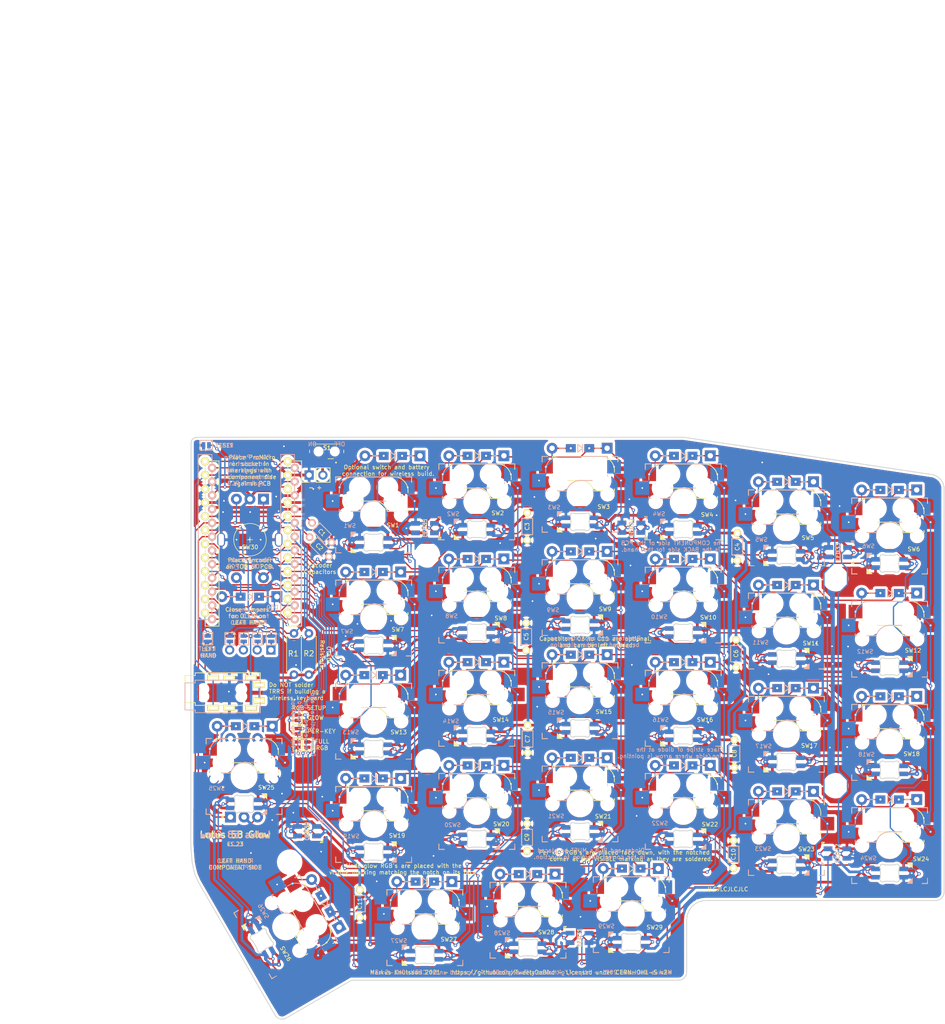
<source format=kicad_pcb>
(kicad_pcb (version 20211014) (generator pcbnew)
  (title_block (title "Lotus 58 Glow") (date "2021-12-17") (rev "v1.23") (company "Markus Knutsson <markus.knutsson@tweety.se>") (comment 1 "https://github.com/TweetyDaBird") (comment 2 "Licensed under CERN-OHL-S v2 or any superseding version"))
  (layers (0 "F.Cu" signal) (31 "B.Cu" signal) (34 "B.Paste" user) (35 "F.Paste" user) (36 "B.SilkS" user "B.Silkscreen") (37 "F.SilkS" user "F.Silkscreen") (38 "B.Mask" user) (39 "F.Mask" user) (44 "Edge.Cuts" user))
  (net 0 "")
  (net 1 "Net-(D1-Pad2)")
  (net 2 "row4")
  (net 3 "Net-(D2-Pad2)")
  (net 4 "Net-(D3-Pad2)")
  (net 5 "row0")
  (net 6 "Net-(D4-Pad2)")
  (net 7 "row1")
  (net 8 "Net-(D5-Pad2)")
  (net 9 "row2")
  (net 10 "Net-(D6-Pad2)")
  (net 11 "row3")
  (net 12 "Net-(D7-Pad2)")
  (net 13 "Net-(D8-Pad2)")
  (net 14 "Net-(D9-Pad2)")
  (net 15 "Net-(D10-Pad2)")
  (net 16 "Net-(D11-Pad2)")
  (net 17 "Net-(D12-Pad2)")
  (net 18 "Net-(D13-Pad2)")
  (net 19 "Net-(D14-Pad2)")
  (net 20 "Net-(D15-Pad2)")
  (net 21 "Net-(D16-Pad2)")
  (net 22 "Net-(D17-Pad2)")
  (net 23 "Net-(D18-Pad2)")
  (net 24 "Net-(D19-Pad2)")
  (net 25 "Net-(D20-Pad2)")
  (net 26 "Net-(D21-Pad2)")
  (net 27 "Net-(D22-Pad2)")
  (net 28 "Net-(D23-Pad2)")
  (net 29 "Net-(D24-Pad2)")
  (net 30 "Net-(D26-Pad2)")
  (net 31 "Net-(D27-Pad2)")
  (net 32 "Net-(D28-Pad2)")
  (net 33 "VCC")
  (net 34 "GND")
  (net 35 "col0")
  (net 36 "col1")
  (net 37 "col2")
  (net 38 "col3")
  (net 39 "col4")
  (net 40 "col5")
  (net 41 "SDA")
  (net 42 "LED")
  (net 43 "SCL")
  (net 44 "RESET")
  (net 45 "Net-(D29-Pad2)")
  (net 46 "DATA")
  (net 47 "Net-(D30-Pad2)")
  (net 48 "Hand")
  (net 49 "B")
  (net 50 "A")
  (net 51 "Alt")
  (net 52 "Net-(LED1-Pad2)")
  (net 53 "Net-(LED2-Pad2)")
  (net 54 "Net-(JP5-Pad1)")
  (net 55 "Net-(JP10-Pad1)")
  (net 56 "Net-(JP11-Pad1)")
  (net 57 "Net-(JP12-Pad1)")
  (net 58 "Net-(LED3-Pad2)")
  (net 59 "Net-(LED4-Pad2)")
  (net 60 "Net-(LED5-Pad2)")
  (net 61 "Net-(LED12-Pad4)")
  (net 62 "Net-(LED7-Pad4)")
  (net 63 "Net-(LED13-Pad4)")
  (net 64 "Net-(LED8-Pad4)")
  (net 65 "Net-(LED10-Pad2)")
  (net 66 "Net-(LED10-Pad4)")
  (net 67 "Net-(LED11-Pad4)")
  (net 68 "Net-(LED13-Pad2)")
  (net 69 "Net-(LED14-Pad2)")
  (net 70 "Net-(LED15-Pad2)")
  (net 71 "Net-(LED16-Pad2)")
  (net 72 "Net-(LED17-Pad2)")
  (net 73 "Net-(LED18-Pad2)")
  (net 74 "Net-(LED19-Pad4)")
  (net 75 "Net-(LED19-Pad2)")
  (net 76 "Net-(LED20-Pad4)")
  (net 77 "Net-(LED21-Pad4)")
  (net 78 "Net-(LED22-Pad4)")
  (net 79 "Net-(LED23-Pad4)")
  (net 80 "Net-(LED25-Pad2)")
  (net 81 "Net-(LED26-Pad2)")
  (net 82 "Net-(LED27-Pad2)")
  (net 83 "Net-(LED28-Pad2)")
  (net 84 "Net-(LED30-Pad1)")
  (net 85 "Net-(LED31-Pad1)")
  (net 86 "Net-(LED32-Pad1)")
  (net 87 "Net-(LED33-Pad1)")
  (net 88 "Net-(LED34-Pad1)")
  (net 89 "unconnected-(J1-PadS)")
  (net 90 "RGB_KEY")
  (net 91 "RGB_GLOW")
  (net 92 "RGB_LINK")
  (net 93 "Battery")
  (net 94 "/Batt")
  (footprint "MountingHole:MountingHole_3.7mm" (layer "F.Cu") (at 124.32538 57.40908)
    (fp_text reference "TH1" hide)
    (fp_text value "HOLE")
  )
  (footprint "MountingHole:MountingHole_3.7mm" (layer "F.Cu") (at 199.7 61.8)
    (fp_text reference "TH2" hide)
    (fp_text value "HOLE")
  )
  (footprint "MountingHole:MountingHole_3.7mm" (layer "F.Cu") (at 124.3965 95.5675)
    (fp_text reference "TH3" hide)
    (fp_text value "HOLE")
  )
  (footprint "MountingHole:MountingHole_3.7mm" (layer "F.Cu") (at 199.7 100)
    (fp_text reference "TH4" hide)
    (fp_text value "HOLE")
  )
  (footprint "MountingHole:MountingHole_3.7mm" (layer "F.Cu") (at 98.8949 114.1095 90)
    (fp_text reference "TH5" hide)
    (fp_text value "HOLE")
  )
  (footprint "Common Library:Jumper_Mini" (layer "F.Cu") (at 95.4987 72.8755 90)
    (fp_text reference "JP9" hide)
    (fp_text value "Jumper_NO_Small" hide)
  )
  (footprint "Common Library:Jumper_Mini" (layer "F.Cu") (at 92.990766 72.8755 90)
    (fp_text reference "JP10" hide)
    (fp_text value "Jumper_NO_Small" hide)
  )
  (footprint "Common Library:Jumper_Mini" (layer "F.Cu") (at 90.419332 72.8755 90)
    (fp_text reference "JP11" hide)
    (fp_text value "Jumper_NO_Small" hide)
  )
  (footprint "Common Library:Jumper_Mini" (layer "F.Cu") (at 87.8479 72.8755 90)
    (fp_text reference "JP12" hide)
    (fp_text value "Jumper_NO_Small" hide)
  )
  (footprint "keyswitches:Kailh_socket_MX_reversible_RGB" (layer "F.Cu") (at 133.45 47.6)
    (fp_text reference "SW2")
    (fp_text value "Kailh hotswap MX socket")
  )
  (footprint "keyswitches:Kailh_socket_MX_reversible_RGB" (layer "F.Cu") (at 152.5 46.21)
    (fp_text reference "SW3")
    (fp_text value "Kailh hotswap MX socket")
  )
  (footprint "keyswitches:Kailh_socket_MX_reversible_RGB" (layer "F.Cu") (at 171.55 47.6)
    (fp_text reference "SW4")
    (fp_text value "Kailh hotswap MX socket")
  )
  (footprint "keyswitches:Kailh_socket_MX_reversible_RGB" (layer "F.Cu") (at 209.65 53.9)
    (fp_text reference "SW6")
    (fp_text value "Kailh hotswap MX socket")
  )
  (footprint "keyswitches:Kailh_socket_MX_reversible_RGB" (layer "F.Cu") (at 114.4 69.05)
    (fp_text reference "SW7")
    (fp_text value "Kailh hotswap MX socket")
  )
  (footprint "keyswitches:Kailh_socket_MX_reversible_RGB" (layer "F.Cu") (at 152.5 65.26)
    (fp_text reference "SW9")
    (fp_text value "Kailh hotswap MX socket")
  )
  (footprint "keyswitches:Kailh_socket_MX_reversible_RGB" (layer "F.Cu") (at 171.55 66.65)
    (fp_text reference "SW10")
    (fp_text value "Kailh hotswap MX socket")
  )
  (footprint "keyswitches:Kailh_socket_MX_reversible_RGB" (layer "F.Cu") (at 190.6 71.45)
    (fp_text reference "SW11")
    (fp_text value "Kailh hotswap MX socket")
  )
  (footprint "keyswitches:Kailh_socket_MX_reversible_RGB" (layer "F.Cu") (at 209.65 72.95)
    (fp_text reference "SW12")
    (fp_text value "Kailh hotswap MX socket")
  )
  (footprint "keyswitches:Kailh_socket_MX_reversible_RGB" (layer "F.Cu") (at 114.4 88.1)
    (fp_text reference "SW13")
    (fp_text value "Kailh hotswap MX socket")
  )
  (footprint "keyswitches:Kailh_socket_MX_reversible_RGB" (layer "F.Cu") (at 133.45 85.7)
    (fp_text reference "SW14")
    (fp_text value "Kailh hotswap MX socket")
  )
  (footprint "keyswitches:Kailh_socket_MX_reversible_RGB" (layer "F.Cu") (at 152.5 84.31)
    (fp_text reference "SW15")
    (fp_text value "Kailh hotswap MX socket")
  )
  (footprint "keyswitches:Kailh_socket_MX_reversible_RGB" (layer "F.Cu") (at 190.6 90.5)
    (fp_text reference "SW17")
    (fp_text value "Kailh hotswap MX socket")
  )
  (footprint "keyswitches:Kailh_socket_MX_reversible_RGB" (layer "F.Cu") (at 209.65 92)
    (fp_text reference "SW18")
    (fp_text value "Kailh hotswap MX socket")
  )
  (footprint "keyswitches:Kailh_socket_MX_reversible_RGB" (layer "F.Cu") (at 114.4 107.15)
    (fp_text reference "SW19")
    (fp_text value "Kailh hotswap MX socket")
  )
  (footprint "keyswitches:Kailh_socket_MX_reversible_RGB" (layer "F.Cu") (at 133.45 104.75)
    (fp_text reference "SW20")
    (fp_text value "Kailh hotswap MX socket")
  )
  (footprint "keyswitches:Kailh_socket_MX_reversible_RGB" (layer "F.Cu") (at 152.5 103.36)
    (fp_text reference "SW21")
    (fp_text value "Kailh hotswap MX socket")
  )
  (footprint "keyswitches:Kailh_socket_MX_reversible_RGB" (layer "F.Cu") (at 171.55 104.75)
    (fp_text reference "SW22")
    (fp_text value "Kailh hotswap MX socket")
  )
  (footprint "keyswitches:Kailh_socket_MX_reversible_RGB" (layer "F.Cu") (at 190.6 109.55)
    (fp_text reference "SW23")
    (fp_text value "Kailh hotswap MX socket")
  )
  (footprint "keyswitches:Kailh_socket_MX_reversible_RGB" (layer "F.Cu") (at 123.85 126.2)
    (fp_text reference "SW27")
    (fp_text value "Kailh hotswap MX socket")
  )
  (footprint "keyswitches:Kailh_socket_MX_reversible_RGB" (layer "F.Cu") (at 142.8977 124.8283)
    (fp_text reference "SW28")
    (fp_text value "Kailh hotswap MX socket")
  )
  (footprint "keyswitches:Kailh_socket_MX_reversible_RGB" (layer "F.Cu") (at 161.95 123.8)
    (fp_text reference "SW29")
    (fp_text value "Kailh hotswap MX socket")
  )
  (footprint "keyswitches:Kailh_socket_MX_reversible_RGB" (layer "F.Cu") (at 114.4 50)
    (fp_text reference "SW1")
    (fp_text value "Kailh hotswap MX socket")
  )
  (footprint "keyswitches:Kailh_socket_MX_reversible_RGB" (layer "F.Cu") (at 90.4748 98.2853)
    (fp_text reference "SW25")
    (fp_text value "Kailh hotswap MX socket")
  )
  (footprint "keyswitches:Kailh_socket_MX_reversible_RGB" (layer "F.Cu") (at 209.65 111.05)
    (fp_text reference "SW24")
    (fp_text value "Kailh hotswap MX socket")
  )
  (footprint "Resistor_THT:R_Axial_DIN0207_L6.3mm_D2.5mm_P7.62mm_Horizontal" (layer "F.Cu") (at 102.44 79.5 90)
    (fp_text reference "R2")
    (fp_text value "4k7")
  )
  (footprint "keyswitches:Kailh_socket_MX_reversible_RGB" (layer "F.Cu") (at 98.171 126.0475 -60)
    (fp_text reference "SW26")
    (fp_text value "Kailh hotswap MX socket")
  )
  (footprint "keyswitches:Kailh_socket_MX_reversible_RGB" (layer "F.Cu") (at 171.55 85.7)
    (fp_text reference "SW16")
    (fp_text value "Kailh hotswap MX socket")
  )
  (footprint "KiCad-SSD1306-0.91-OLED-4pin-128x32:SSD1306-0.91-OLED-4pin-128x32" (layer "F.Cu") (at 97.6305 38.4435 -90)
    (fp_text reference "P1" hide)
    (fp_text value "OLED")
  )
  (footprint "Keyboard Library:LED_SK6812MINI_PLCC4_3.5x3.5mm_P1.75mm" (layer "F.Cu") (at 152.4 128.0795 180)
    (fp_text reference "LED31")
    (fp_text value "SK6812MINI")
  )
  (footprint "Keyboard Library:LED_SK6812MINI_PLCC4_3.5x3.5mm_P1.75mm" (layer "F.Cu") (at 102.108 108.3945)
    (fp_text reference "LED30")
    (fp_text value "SK6812MINI")
  )
  (footprint "Keyboard Library:LED_SK6812MINI_PLCC4_3.5x3.5mm_P1.75mm" (layer "F.Cu") (at 200.152 56.896)
    (fp_text reference "LED33")
    (fp_text value "SK6812MINI")
  )
  (footprint "Keyboard Library:LED_SK6812MINI_PLCC4_3.5x3.5mm_P1.75mm" (layer "F.Cu") (at 123.8885 52.451)
    (fp_text reference "LED35")
    (fp_text value "SK6812MINI")
  )
  (footprint "Keyboard Library:RotaryEncoder_Alps_EC11E-Switch_Vertical_H20_special" (layer "F.Cu") (at 91.567 54.594 -90)
    (fp_text reference "SW30")
    (fp_text value "Rotary_Encoder_Switch")
  )
  (footprint "Keyboard Library:ProMicro_Reversible" (layer "F.Cu") (at 92.106 54.9)
    (fp_text reference "U1" hide)
    (fp_text value "ProMicro" hide)
  )
  (footprint "Resistor_THT:R_Axial_DIN0207_L6.3mm_D2.5mm_P7.62mm_Horizontal" (layer "F.Cu") (at 99.7 79.5 90)
    (fp_text reference "R1")
    (fp_text value "4k7")
  )
  (footprint "Common Library:MJ-4PP-9_alim" (layer "F.Cu") (at 81.4705 82.169 90)
    (fp_text reference "J1" hide)
    (fp_text value "PJ-320A" hide)
  )
  (footprint "keyswitches:Kailh_socket_MX_reversible_RGB" (layer "F.Cu") (at 190.6 52.4)
    (fp_text reference "SW5")
    (fp_text value "Kailh hotswap MX socket")
  )
  (footprint "Keyboard Library:RotaryEncoder_Alps_EC11E-Switch_Special" (layer "F.Cu") (at 90.4748 98.2853 90)
    (fp_text reference "SW31" hide)
    (fp_text value "Rotary_Encoder_Switch")
  )
  (footprint "Keyboard Library:LED_SK6812MINI_PLCC4_3.5x3.5mm_P1.75mm" (layer "F.Cu") (at 161.9885 52.3875)
    (fp_text reference "LED34")
    (fp_text value "SK6812MINI")
  )
  (footprint "Common Library:Jumper_Mini" (layer "F.Cu") (at 83.789 72.8507 -90)
    (fp_text reference "JP3" hide)
    (fp_text value "LEFT" hide)
  )
  (footprint "keyswitches:Kailh_socket_MX_reversible_RGB" (layer "F.Cu") (at 133.45 66.65)
    (fp_text reference "SW8")
    (fp_text value "Kailh hotswap MX socket")
  )
  (footprint "kicad-keyboard-parts:MX_SK6812MINI-E_REVERSIBLE" (layer "F.Cu") (at 114.4 55.08 180)
    (fp_text reference "LED1" hide)
    (fp_text value "SK6812MINI-E")
    (fp_line (start 0.794452 1.499999) (end -0.794452 1.499999) (layer "Edge.Cuts") (width 0.15))
    (fp_line (start 1.699999 -0.702843) (end 1.699999 0.702841) (layer "Edge.Cuts") (width 0.15))
    (fp_line (start -0.794452 -1.5) (end 0.794453 -1.5) (layer "Edge.Cuts") (width 0.15))
    (fp_line (start -1.699999 0.702841) (end -1.699999 -0.702843) (layer "Edge.Cuts") (width 0.15))
    (fp_arc (start 0.794452 1.499999) (mid 0.925123 1.517376) (end 1.046711 1.568298) (layer "Edge.Cuts") (width 0.15))
    (fp_arc (start 1.046711 -1.568299) (mid 1.638071 -1.504036) (end 1.749484 -0.919721) (layer "Edge.Cuts") (width 0.15))
    (fp_arc (start -1.046711 1.568296) (mid -1.63807 1.504033) (end -1.749484 0.919719) (layer "Edge.Cuts") (width 0.15))
    (fp_arc (start -1.749484 -0.919721) (mid -1.638071 -1.504036) (end -1.046711 -1.5683) (layer "Edge.Cuts") (width 0.15))
    (fp_arc (start -1.749484 -0.919721) (mid -1.712527 -0.814069) (end -1.699999 -0.702843) (layer "Edge.Cuts") (width 0.15))
    (fp_arc (start 1.046711 -1.568299) (mid 0.925123 -1.517377) (end 0.794453 -1.5) (layer "Edge.Cuts") (width 0.15))
    (fp_arc (start 1.749484 0.919718) (mid 1.638072 1.504034) (end 1.046711 1.568298) (layer "Edge.Cuts") (width 0.15))
    (fp_arc (start -1.699999 0.702842) (mid -1.712527 0.814067) (end -1.749484 0.919719) (layer "Edge.Cuts") (width 0.15))
    (fp_arc (start -1.04671 1.568298) (mid -0.925122 1.517376) (end -0.794452 1.499999) (layer "Edge.Cuts") (width 0.15))
    (fp_arc (start 1.699999 -0.702844) (mid 1.712526 -0.81407) (end 1.749484 -0.919721) (layer "Edge.Cuts") (width 0.15))
    (fp_arc (start -0.794453 -1.500001) (mid -0.925123 -1.517378) (end -1.046711 -1.5683) (layer "Edge.Cuts") (width 0.15))
    (fp_arc (start 1.749484 0.919719) (mid 1.712511 0.81407) (end 1.699999 0.702841) (layer "Edge.Cuts") (width 0.15))
  )
  (footprint "Common Library:Jumper_Mini" (layer "F.Cu") (at 83.5 37.15 180)
    (fp_text reference "JP2" hide)
    (fp_text value "RESET" hide)
  )
  (footprint "kicad-keyboard-parts:MX_SK6812MINI-E_REVERSIBLE" (layer "F.Cu") (at 133.45 52.68 180)
    (fp_text reference "LED2" hide)
    (fp_text value "SK6812MINI-E")
    (fp_line (start -0.794452 -1.5) (end 0.794453 -1.5) (layer "Edge.Cuts") (width 0.15))
    (fp_line (start 1.699999 -0.702843) (end 1.699999 0.702841) (layer "Edge.Cuts") (width 0.15))
    (fp_line (start 0.794452 1.499999) (end -0.794452 1.499999) (layer "Edge.Cuts") (width 0.15))
    (fp_line (start -1.699999 0.702841) (end -1.699999 -0.702843) (layer "Edge.Cuts") (width 0.15))
    (fp_arc (start 1.749484 0.919718) (mid 1.638072 1.504034) (end 1.046711 1.568298) (layer "Edge.Cuts") (width 0.15))
    (fp_arc (start 1.749484 0.919719) (mid 1.712511 0.81407) (end 1.699999 0.702841) (layer "Edge.Cuts") (width 0.15))
    (fp_arc (start -0.794453 -1.500001) (mid -0.925123 -1.517378) (end -1.046711 -1.5683) (layer "Edge.Cuts") (width 0.15))
    (fp_arc (start 1.046711 -1.568299) (mid 1.638071 -1.504036) (end 1.749484 -0.919721) (layer "Edge.Cuts") (width 0.15))
    (fp_arc (start -1.749484 -0.919721) (mid -1.712527 -0.814069) (end -1.699999 -0.702843) (layer "Edge.Cuts") (width 0.15))
    (fp_arc (start 1.046711 -1.568299) (mid 0.925123 -1.517377) (end 0.794453 -1.5) (layer "Edge.Cuts") (width 0.15))
    (fp_arc (start -1.699999 0.702842) (mid -1.712527 0.814067) (end -1.749484 0.919719) (layer "Edge.Cuts") (width 0.15))
    (fp_arc (start -1.046711 1.568296) (mid -1.63807 1.504033) (end -1.749484 0.919719) (layer "Edge.Cuts") (width 0.15))
    (fp_arc (start -1.04671 1.568298) (mid -0.925122 1.517376) (end -0.794452 1.499999) (layer "Edge.Cuts") (width 0.15))
    (fp_arc (start -1.749484 -0.919721) (mid -1.638071 -1.504036) (end -1.046711 -1.5683) (layer "Edge.Cuts") (width 0.15))
    (fp_arc (start 0.794452 1.499999) (mid 0.925123 1.517376) (end 1.046711 1.568298) (layer "Edge.Cuts") (width 0.15))
    (fp_arc (start 1.699999 -0.702844) (mid 1.712526 -0.81407) (end 1.749484 -0.919721) (layer "Edge.Cuts") (width 0.15))
  )
  (footprint "kicad-keyboard-parts:MX_SK6812MINI-E_REVERSIBLE" (layer "F.Cu") (at 152.5 51.29 180)
    (fp_text reference "LED3" hide)
    (fp_text value "SK6812MINI-E")
    (fp_line (start -0.794452 -1.5) (end 0.794453 -1.5) (layer "Edge.Cuts") (width 0.15))
    (fp_line (start 1.699999 -0.702843) (end 1.699999 0.702841) (layer "Edge.Cuts") (width 0.15))
    (fp_line (start -1.699999 0.702841) (end -1.699999 -0.702843) (layer "Edge.Cuts") (width 0.15))
    (fp_line (start 0.794452 1.499999) (end -0.794452 1.499999) (layer "Edge.Cuts") (width 0.15))
    (fp_arc (start 1.046711 -1.568299) (mid 1.638071 -1.504036) (end 1.749484 -0.919721) (layer "Edge.Cuts") (width 0.15))
    (fp_arc (start -1.749484 -0.919721) (mid -1.638071 -1.504036) (end -1.046711 -1.5683) (layer "Edge.Cuts") (width 0.15))
    (fp_arc (start 1.699999 -0.702844) (mid 1.712526 -0.81407) (end 1.749484 -0.919721) (layer "Edge.Cuts") (width 0.15))
    (fp_arc (start -1.04671 1.568298) (mid -0.925122 1.517376) (end -0.794452 1.499999) (layer "Edge.Cuts") (width 0.15))
    (fp_arc (start -1.699999 0.702842) (mid -1.712527 0.814067) (end -1.749484 0.919719) (layer "Edge.Cuts") (width 0.15))
    (fp_arc (start -1.749484 -0.919721) (mid -1.712527 -0.814069) (end -1.699999 -0.702843) (layer "Edge.Cuts") (width 0.15))
    (fp_arc (start -0.794453 -1.500001) (mid -0.925123 -1.517378) (end -1.046711 -1.5683) (layer "Edge.Cuts") (width 0.15))
    (fp_arc (start 1.749484 0.919719) (mid 1.712511 0.81407) (end 1.699999 0.702841) (layer "Edge.Cuts") (width 0.15))
    (fp_arc (start 1.046711 -1.568299) (mid 0.925123 -1.517377) (end 0.794453 -1.5) (layer "Edge.Cuts") (width 0.15))
    (fp_arc (start 0.794452 1.499999) (mid 0.925123 1.517376) (end 1.046711 1.568298) (layer "Edge.Cuts") (width 0.15))
    (fp_arc (start 1.749484 0.919718) (mid 1.638072 1.504034) (end 1.046711 1.568298) (layer "Edge.Cuts") (width 0.15))
    (fp_arc (start -1.046711 1.568296) (mid -1.63807 1.504033) (end -1.749484 0.919719) (layer "Edge.Cuts") (width 0.15))
  )
  (footprint "kicad-keyboard-parts:MX_SK6812MINI-E_REVERSIBLE" (layer "F.Cu") (at 171.55 52.68 180)
    (fp_text reference "LED4" hide)
    (fp_text value "SK6812MINI-E")
    (fp_line (start 1.699999 -0.702843) (end 1.699999 0.702841) (layer "Edge.Cuts") (width 0.15))
    (fp_line (start 0.794452 1.499999) (end -0.794452 1.499999) (layer "Edge.Cuts") (width 0.15))
    (fp_line (start -0.794452 -1.5) (end 0.794453 -1.5) (layer "Edge.Cuts") (width 0.15))
    (fp_line (start -1.699999 0.702841) (end -1.699999 -0.702843) (layer "Edge.Cuts") (width 0.15))
    (fp_arc (start -1.749484 -0.919721) (mid -1.712527 -0.814069) (end -1.699999 -0.702843) (layer "Edge.Cuts") (width 0.15))
    (fp_arc (start 1.699999 -0.702844) (mid 1.712526 -0.81407) (end 1.749484 -0.919721) (layer "Edge.Cuts") (width 0.15))
    (fp_arc (start -1.046711 1.568296) (mid -1.63807 1.504033) (end -1.749484 0.919719) (layer "Edge.Cuts") (width 0.15))
    (fp_arc (start 1.046711 -1.568299) (mid 1.638071 -1.504036) (end 1.749484 -0.919721) (layer "Edge.Cuts") (width 0.15))
    (fp_arc (start 1.749484 0.919718) (mid 1.638072 1.504034) (end 1.046711 1.568298) (layer "Edge.Cuts") (width 0.15))
    (fp_arc (start -1.749484 -0.919721) (mid -1.638071 -1.504036) (end -1.046711 -1.5683) (layer "Edge.Cuts") (width 0.15))
    (fp_arc (start -1.04671 1.568298) (mid -0.925122 1.517376) (end -0.794452 1.499999) (layer "Edge.Cuts") (width 0.15))
    (fp_arc (start -0.794453 -1.500001) (mid -0.925123 -1.517378) (end -1.046711 -1.5683) (layer "Edge.Cuts") (width 0.15))
    (fp_arc (start 1.749484 0.919719) (mid 1.712511 0.81407) (end 1.699999 0.702841) (layer "Edge.Cuts") (width 0.15))
    (fp_arc (start -1.699999 0.702842) (mid -1.712527 0.814067) (end -1.749484 0.919719) (layer "Edge.Cuts") (width 0.15))
    (fp_arc (start 1.046711 -1.568299) (mid 0.925123 -1.517377) (end 0.794453 -1.5) (layer "Edge.Cuts") (width 0.15))
    (fp_arc (start 0.794452 1.499999) (mid 0.925123 1.517376) (end 1.046711 1.568298) (layer "Edge.Cuts") (width 0.15))
  )
  (footprint "kicad-keyboard-parts:MX_SK6812MINI-E_REVERSIBLE" (layer "F.Cu") (at 190.6 57.48 180)
    (fp_text reference "LED5" hide)
    (fp_text value "SK6812MINI-E")
    (fp_line (start 0.794452 1.499999) (end -0.794452 1.499999) (layer "Edge.Cuts") (width 0.15))
    (fp_line (start 1.699999 -0.702843) (end 1.699999 0.702841) (layer "Edge.Cuts") (width 0.15))
    (fp_line (start -0.794452 -1.5) (end 0.794453 -1.5) (layer "Edge.Cuts") (width 0.15))
    (fp_line (start -1.699999 0.702841) (end -1.699999 -0.702843) (layer "Edge.Cuts") (width 0.15))
    (fp_arc (start -1.046711 1.568296) (mid -1.63807 1.504033) (end -1.749484 0.919719) (layer "Edge.Cuts") (width 0.15))
    (fp_arc (start -1.04671 1.568298) (mid -0.925122 1.517376) (end -0.794452 1.499999) (layer "Edge.Cuts") (width 0.15))
    (fp_arc (start 1.749484 0.919718) (mid 1.638072 1.504034) (end 1.046711 1.568298) (layer "Edge.Cuts") (width 0.15))
    (fp_arc (start 1.046711 -1.568299) (mid 0.925123 -1.517377) (end 0.794453 -1.5) (layer "Edge.Cuts") (width 0.15))
    (fp_arc (start 0.794452 1.499999) (mid 0.925123 1.517376) (end 1.046711 1.568298) (layer "Edge.Cuts") (width 0.15))
    (fp_arc (start 1.699999 -0.702844) (mid 1.712526 -0.81407) (end 1.749484 -0.919721) (layer "Edge.Cuts") (width 0.15))
    (fp_arc (start -1.749484 -0.919721) (mid -1.712527 -0.814069) (end -1.699999 -0.702843) (layer "Edge.Cuts") (width 0.15))
    (fp_arc (start -1.699999 0.702842) (mid -1.712527 0.814067) (end -1.749484 0.919719) (layer "Edge.Cuts") (width 0.15))
    (fp_arc (start 1.749484 0.919719) (mid 1.712511 0.81407) (end 1.699999 0.702841) (layer "Edge.Cuts") (width 0.15))
    (fp_arc (start -1.749484 -0.919721) (mid -1.638071 -1.504036) (end -1.046711 -1.5683) (layer "Edge.Cuts") (width 0.15))
    (fp_arc (start 1.046711 -1.568299) (mid 1.638071 -1.504036) (end 1.749484 -0.919721) (layer "Edge.Cuts") (width 0.15))
    (fp_arc (start -0.794453 -1.500001) (mid -0.925123 -1.517378) (end -1.046711 -1.5683) (layer "Edge.Cuts") (width 0.15))
  )
  (footprint "kicad-keyboard-parts:MX_SK6812MINI-E_REVERSIBLE" (layer "F.Cu") (at 209.65 58.98 180)
    (fp_text reference "LED6" hide)
    (fp_text value "SK6812MINI-E")
    (fp_line (start -1.699999 0.702841) (end -1.699999 -0.702843) (layer "Edge.Cuts") (width 0.15))
    (fp_line (start -0.794452 -1.5) (end 0.794453 -1.5) (layer "Edge.Cuts") (width 0.15))
    (fp_line (start 0.794452 1.499999) (end -0.794452 1.499999) (layer "Edge.Cuts") (width 0.15))
    (fp_line (start 1.699999 -0.702843) (end 1.699999 0.702841) (layer "Edge.Cuts") (width 0.15))
    (fp_arc (start 1.749484 0.919719) (mid 1.712511 0.81407) (end 1.699999 0.702841) (layer "Edge.Cuts") (width 0.15))
    (fp_arc (start -1.749484 -0.919721) (mid -1.638071 -1.504036) (end -1.046711 -1.5683) (layer "Edge.Cuts") (width 0.15))
    (fp_arc (start -0.794453 -1.500001) (mid -0.925123 -1.517378) (end -1.046711 -1.5683) (layer "Edge.Cuts") (width 0.15))
    (fp_arc (start 1.046711 -1.568299) (mid 1.638071 -1.504036) (end 1.749484 -0.919721) (layer "Edge.Cuts") (width 0.15))
    (fp_arc (start 1.046711 -1.568299) (mid 0.925123 -1.517377) (end 0.794453 -1.5) (layer "Edge.Cuts") (width 0.15))
    (fp_arc (start -1.749484 -0.919721) (mid -1.712527 -0.814069) (end -1.699999 -0.702843) (layer "Edge.Cuts") (width 0.15))
    (fp_arc (start 0.794452 1.499999) (mid 0.925123 1.517376) (end 1.046711 1.568298) (layer "Edge.Cuts") (width 0.15))
    (fp_arc (start 1.749484 0.919718) (mid 1.638072 1.504034) (end 1.046711 1.568298) (layer "Edge.Cuts") (width 0.15))
    (fp_arc (start -1.699999 0.702842) (mid -1.712527 0.814067) (end -1.749484 0.919719) (layer "Edge.Cuts") (width 0.15))
    (fp_arc (start 1.699999 -0.702844) (mid 1.712526 -0.81407) (end 1.749484 -0.919721) (layer "Edge.Cuts") (width 0.15))
    (fp_arc (start -1.046711 1.568296) (mid -1.63807 1.504033) (end -1.749484 0.919719) (layer "Edge.Cuts") (width 0.15))
    (fp_arc (start -1.04671 1.568298) (mid -0.925122 1.517376) (end -0.794452 1.499999) (layer "Edge.Cuts") (width 0.15))
  )
  (footprint "kicad-keyboard-parts:MX_SK6812MINI-E_REVERSIBLE" (layer "F.Cu") (at 114.4 74.13)
    (fp_text reference "LED7" hide)
    (fp_text value "SK6812MINI-E")
    (fp_line (start -0.794452 -1.5) (end 0.794453 -1.5) (layer "Edge.Cuts") (width 0.15))
    (fp_line (start -1.699999 0.702841) (end -1.699999 -0.702843) (layer "Edge.Cuts") (width 0.15))
    (fp_line (start 1.699999 -0.702843) (end 1.699999 0.702841) (layer "Edge.Cuts") (width 0.15))
    (fp_line (start 0.794452 1.499999) (end -0.794452 1.499999) (layer "Edge.Cuts") (width 0.15))
    (fp_arc (start 1.046711 -1.568299) (mid 0.925123 -1.517377) (end 0.794453 -1.5) (layer "Edge.Cuts") (width 0.15))
    (fp_arc (start -1.749484 -0.919721) (mid -1.638071 -1.504036) (end -1.046711 -1.5683) (layer "Edge.Cuts") (width 0.15))
    (fp_arc (start -0.794453 -1.500001) (mid -0.925123 -1.517378) (end -1.046711 -1.5683) (layer "Edge.Cuts") (width 0.15))
    (fp_arc (start -1.046711 1.568296) (mid -1.63807 1.504033) (end -1.749484 0.919719) (layer "Edge.Cuts") (width 0.15))
    (fp_arc (start -1.04671 1.568298) (mid -0.925122 1.517376) (end -0.794452 1.499999) (layer "Edge.Cuts") (width 0.15))
    (fp_arc (start 1.749484 0.919719) (mid 1.712511 0.81407) (end 1.699999 0.702841) (layer "Edge.Cuts") (width 0.15))
    (fp_arc (start 1.046711 -1.568299) (mid 1.638071 -1.504036) (end 1.749484 -0.919721) (layer "Edge.Cuts") (width 0.15))
    (fp_arc (start 1.749484 0.919718) (mid 1.638072 1.504034) (end 1.046711 1.568298) (layer "Edge.Cuts") (width 0.15))
    (fp_arc (start 1.699999 -0.702844) (mid 1.712526 -0.81407) (end 1.749484 -0.919721) (layer "Edge.Cuts") (width 0.15))
    (fp_arc (start 0.794452 1.499999) (mid 0.925123 1.517376) (end 1.046711 1.568298) (layer "Edge.Cuts") (width 0.15))
    (fp_arc (start -1.749484 -0.919721) (mid -1.712527 -0.814069) (end -1.699999 -0.702843) (layer "Edge.Cuts") (width 0.15))
    (fp_arc (start -1.699999 0.702842) (mid -1.712527 0.814067) (end -1.749484 0.919719) (layer "Edge.Cuts") (width 0.15))
  )
  (footprint "kicad-keyboard-parts:MX_SK6812MINI-E_REVERSIBLE" (layer "F.Cu") (at 133.45 71.73)
    (fp_text reference "LED8" hide)
    (fp_text value "SK6812MINI-E")
    (fp_line (start -1.699999 0.702841) (end -1.699999 -0.702843) (layer "Edge.Cuts") (width 0.15))
    (fp_line (start 0.794452 1.499999) (end -0.794452 1.499999) (layer "Edge.Cuts") (width 0.15))
    (fp_line (start 1.699999 -0.702843) (end 1.699999 0.702841) (layer "Edge.Cuts") (width 0.15))
    (fp_line (start -0.794452 -1.5) (end 0.794453 -1.5) (layer "Edge.Cuts") (width 0.15))
    (fp_arc (start 1.046711 -1.568299) (mid 0.925123 -1.517377) (end 0.794453 -1.5) (layer "Edge.Cuts") (width 0.15))
    (fp_arc (start -1.04671 1.568298) (mid -0.925122 1.517376) (end -0.794452 1.499999) (layer "Edge.Cuts") (width 0.15))
    (fp_arc (start 1.749484 0.919719) (mid 1.712511 0.81407) (end 1.699999 0.702841) (layer "Edge.Cuts") (width 0.15))
    (fp_arc (start 0.794452 1.499999) (mid 0.925123 1.517376) (end 1.046711 1.568298) (layer "Edge.Cuts") (width 0.15))
    (fp_arc (start 1.046711 -1.568299) (mid 1.638071 -1.504036) (end 1.749484 -0.919721) (layer "Edge.Cuts") (width 0.15))
    (fp_arc (start -1.749484 -0.919721) (mid -1.712527 -0.814069) (end -1.699999 -0.702843) (layer "Edge.Cuts") (width 0.15))
    (fp_arc (start -1.699999 0.702842) (mid -1.712527 0.814067) (end -1.749484 0.919719) (layer "Edge.Cuts") (width 0.15))
    (fp_arc (start 1.699999 -0.702844) (mid 1.712526 -0.81407) (end 1.749484 -0.919721) (layer "Edge.Cuts") (width 0.15))
    (fp_arc (start -1.046711 1.568296) (mid -1.63807 1.504033) (end -1.749484 0.919719) (layer "Edge.Cuts") (width 0.15))
    (fp_arc (start -1.749484 -0.919721) (mid -1.638071 -1.504036) (end -1.046711 -1.5683) (layer "Edge.Cuts") (width 0.15))
    (fp_arc (start -0.794453 -1.500001) (mid -0.925123 -1.517378) (end -1.046711 -1.5683) (layer "Edge.Cuts") (width 0.15))
    (fp_arc (start 1.749484 0.919718) (mid 1.638072 1.504034) (end 1.046711 1.568298) (layer "Edge.Cuts") (width 0.15))
  )
  (footprint "kicad-keyboard-parts:MX_SK6812MINI-E_REVERSIBLE" (layer "F.Cu") (at 152.5 70.34)
    (fp_text reference "LED9" hide)
    (fp_text value "SK6812MINI-E")
    (fp_line (start -0.794452 -1.5) (end 0.794453 -1.5) (layer "Edge.Cuts") (width 0.15))
    (fp_line (start -1.699999 0.702841) (end -1.699999 -0.702843) (layer "Edge.Cuts") (width 0.15))
    (fp_line (start 0.794452 1.499999) (end -0.794452 1.499999) (layer "Edge.Cuts") (width 0.15))
    (fp_line (start 1.699999 -0.702843) (end 1.699999 0.702841) (layer "Edge.Cuts") (width 0.15))
    (fp_arc (start -1.749484 -0.919721) (mid -1.712527 -0.814069) (end -1.699999 -0.702843) (layer "Edge.Cuts") (width 0.15))
    (fp_arc (start -1.749484 -0.919721) (mid -1.638071 -1.504036) (end -1.046711 -1.5683) (layer "Edge.Cuts") (width 0.15))
    (fp_arc (start 0.794452 1.499999) (mid 0.925123 1.517376) (end 1.046711 1.568298) (layer "Edge.Cuts") (width 0.15))
    (fp_arc (start 1.046711 -1.568299) (mid 1.638071 -1.504036) (end 1.749484 -0.919721) (layer "Edge.Cuts") (width 0.15))
    (fp_arc (start -1.04671 1.568298) (mid -0.925122 1.517376) (end -0.794452 1.499999) (layer "Edge.Cuts") (width 0.15))
    (fp_arc (start -1.046711 1.568296) (mid -1.63807 1.504033) (end -1.749484 0.919719) (layer "Edge.Cuts") (width 0.15))
    (fp_arc (start 1.699999 -0.702844) (mid 1.712526 -0.81407) (end 1.749484 -0.919721) (layer "Edge.Cuts") (width 0.15))
    (fp_arc (start -0.794453 -1.500001) (mid -0.925123 -1.517378) (end -1.046711 -1.5683) (layer "Edge.Cuts") (width 0.15))
    (fp_arc (start -1.699999 0.702842) (mid -1.712527 0.814067) (end -1.749484 0.919719) (layer "Edge.Cuts") (width 0.15))
    (fp_arc (start 1.749484 0.919719) (mid 1.712511 0.81407) (end 1.699999 0.702841) (layer "Edge.Cuts") (width 0.15))
    (fp_arc (start 1.046711 -1.568299) (mid 0.925123 -1.517377) (end 0.794453 -1.5) (layer "Edge.Cuts") (width 0.15))
    (fp_arc (start 1.749484 0.919718) (mid 1.638072 1.504034) (end 1.046711 1.568298) (layer "Edge.Cuts") (width 0.15))
  )
  (footprint "kicad-keyboard-parts:MX_SK6812MINI-E_REVERSIBLE" (layer "F.Cu") (at 171.55 71.73)
    (fp_text reference "LED10" hide)
    (fp_text value "SK6812MINI-E")
    (fp_line (start -0.794452 -1.5) (end 0.794453 -1.5) (layer "Edge.Cuts") (width 0.15))
    (fp_line (start 1.699999 -0.702843) (end 1.699999 0.702841) (layer "Edge.Cuts") (width 0.15))
    (fp_line (start 0.794452 1.499999) (end -0.794452 1.499999) (layer "Edge.Cuts") (width 0.15))
    (fp_line (start -1.699999 0.702841) (end -1.699999 -0.702843) (layer "Edge.Cuts") (width 0.15))
    (fp_arc (start -1.04671 1.568298) (mid -0.925122 1.517376) (end -0.794452 1.499999) (layer "Edge.Cuts") (width 0.15))
    (fp_arc (start -1.699999 0.702842) (mid -1.712527 0.814067) (end -1.749484 0.919719) (layer "Edge.Cuts") (width 0.15))
    (fp_arc (start 1.046711 -1.568299) (mid 0.925123 -1.517377) (end 0.794453 -1.5) (layer "Edge.Cuts") (width 0.15))
    (fp_arc (start 1.749484 0.919719) (mid 1.712511 0.81407) (end 1.699999 0.702841) (layer "Edge.Cuts") (width 0.15))
    (fp_arc (start 1.046711 -1.568299) (mid 1.638071 -1.504036) (end 1.749484 -0.919721) (layer "Edge.Cuts") (width 0.15))
    (fp_arc (start 1.749484 0.919718) (mid 1.638072 1.504034) (end 1.046711 1.568298) (layer "Edge.Cuts") (width 0.15))
    (fp_arc (start -1.046711 1.568296) (mid -1.63807 1.504033) (end -1.749484 0.919719) (layer "Edge.Cuts") (width 0.15))
    (fp_arc (start -1.749484 -0.919721) (mid -1.712527 -0.814069) (end -1.699999 -0.702843) (layer "Edge.Cuts") (width 0.15))
    (fp_arc (start 1.699999 -0.702844) (mid 1.712526 -0.81407) (end 1.749484 -0.919721) (layer "Edge.Cuts") (width 0.15))
    (fp_arc (start -1.749484 -0.919721) (mid -1.638071 -1.504036) (end -1.046711 -1.5683) (layer "Edge.Cuts") (width 0.15))
    (fp_arc (start 0.794452 1.499999) (mid 0.925123 1.517376) (end 1.046711 1.568298) (layer "Edge.Cuts") (width 0.15))
    (fp_arc (start -0.794453 -1.500001) (mid -0.925123 -1.517378) (end -1.046711 -1.5683) (layer "Edge.Cuts") (width 0.15))
  )
  (footprint "kicad-keyboard-parts:MX_SK6812MINI-E_REVERSIBLE" (layer "F.Cu") (at 190.6 76.53)
    (fp_text reference "LED11" hide)
    (fp_text value "SK6812MINI-E")
    (fp_line (start -0.794452 -1.5) (end 0.794453 -1.5) (layer "Edge.Cuts") (width 0.15))
    (fp_line (start 1.699999 -0.702843) (end 1.699999 0.702841) (layer "Edge.Cuts") (width 0.15))
    (fp_line (start -1.699999 0.702841) (end -1.699999 -0.702843) (layer "Edge.Cuts") (width 0.15))
    (fp_line (start 0.794452 1.499999) (end -0.794452 1.499999) (layer "Edge.Cuts") (width 0.15))
    (fp_arc (start 1.699999 -0.702844) (mid 1.712526 -0.81407) (end 1.749484 -0.919721) (layer "Edge.Cuts") (width 0.15))
    (fp_arc (start -1.699999 0.702842) (mid -1.712527 0.814067) (end -1.749484 0.919719) (layer "Edge.Cuts") (width 0.15))
    (fp_arc (start -1.749484 -0.919721) (mid -1.712527 -0.814069) (end -1.699999 -0.702843) (layer "Edge.Cuts") (width 0.15))
    (fp_arc (start 1.046711 -1.568299) (mid 0.925123 -1.517377) (end 0.794453 -1.5) (layer "Edge.Cuts") (width 0.15))
    (fp_arc (start -0.794453 -1.500001) (mid -0.925123 -1.517378) (end -1.046711 -1.5683) (layer "Edge.Cuts") (width 0.15))
    (fp_arc (start 0.794452 1.499999) (mid 0.925123 1.517376) (end 1.046711 1.568298) (layer "Edge.Cuts") (width 0.15))
    (fp_arc (start -1.046711 1.568296) (mid -1.63807 1.504033) (end -1.749484 0.919719) (layer "Edge.Cuts") (width 0.15))
    (fp_arc (start -1.749484 -0.919721) (mid -1.638071 -1.504036) (end -1.046711 -1.5683) (layer "Edge.Cuts") (width 0.15))
    (fp_arc (start 1.749484 0.919719) (mid 1.712511 0.81407) (end 1.699999 0.702841) (layer "Edge.Cuts") (width 0.15))
    (fp_arc (start 1.046711 -1.568299) (mid 1.638071 -1.504036) (end 1.749484 -0.919721) (layer "Edge.Cuts") (width 0.15))
    (fp_arc (start 1.749484 0.919718) (mid 1.638072 1.504034) (end 1.046711 1.568298) (layer "Edge.Cuts") (width 0.15))
    (fp_arc (start -1.04671 1.568298) (mid -0.925122 1.517376) (end -0.794452 1.499999) (layer "Edge.Cuts") (width 0.15))
  )
  (footprint "kicad-keyboard-parts:MX_SK6812MINI-E_REVERSIBLE" (layer "F.Cu") (at 209.65 78.03)
    (fp_text reference "LED12" hide)
    (fp_text value "SK6812MINI-E")
    (fp_line (start -1.699999 0.702841) (end -1.699999 -0.702843) (layer "Edge.Cuts") (width 0.15))
    (fp_line (start 1.699999 -0.702843) (end 1.699999 0.702841) (layer "Edge.Cuts") (width 0.15))
    (fp_line (start 0.794452 1.499999) (end -0.794452 1.499999) (layer "Edge.Cuts") (width 0.15))
    (fp_line (start -0.794452 -1.5) (end 0.794453 -1.5) (layer "Edge.Cuts") (width 0.15))
    (fp_arc (start 1.046711 -1.568299) (mid 0.925123 -1.517377) (end 0.794453 -1.5) (layer "Edge.Cuts") (width 0.15))
    (fp_arc (start -1.699999 0.702842) (mid -1.712527 0.814067) (end -1.749484 0.919719) (layer "Edge.Cuts") (width 0.15))
    (fp_arc (start -0.794453 -1.500001) (mid -0.925123 -1.517378) (end -1.046711 -1.5683) (layer "Edge.Cuts") (width 0.15))
    (fp_arc (start 1.699999 -0.702844) (mid 1.712526 -0.81407) (end 1.749484 -0.919721) (layer "Edge.Cuts") (width 0.15))
    (fp_arc (start -1.046711 1.568296) (mid -1.63807 1.504033) (end -1.749484 0.919719) (layer "Edge.Cuts") (width 0.15))
    (fp_arc (start 1.749484 0.919719) (mid 1.712511 0.81407) (end 1.699999 0.702841) (layer "Edge.Cuts") (width 0.15))
    (fp_arc (start -1.04671 1.568298) (mid -0.925122 1.517376) (end -0.794452 1.499999) (layer "Edge.Cuts") (width 0.15))
    (fp_arc (start -1.749484 -0.919721) (mid -1.638071 -1.504036) (end -1.046711 -1.5683) (layer "Edge.Cuts") (width 0.15))
    (fp_arc (start 0.794452 1.499999) (mid 0.925123 1.517376) (end 1.046711 1.568298) (layer "Edge.Cuts") (width 0.15))
    (fp_arc (start -1.749484 -0.919721) (mid -1.712527 -0.814069) (end -1.699999 -0.702843) (layer "Edge.Cuts") (width 0.15))
    (fp_arc (start 1.046711 -1.568299) (mid 1.638071 -1.504036) (end 1.749484 -0.919721) (layer "Edge.Cuts") (width 0.15))
    (fp_arc (start 1.749484 0.919718) (mid 1.638072 1.504034) (end 1.046711 1.568298) (layer "Edge.Cuts") (width 0.15))
  )
  (footprint "kicad-keyboard-parts:MX_SK6812MINI-E_REVERSIBLE" (layer "F.Cu") (at 114.4 93.18 180)
    (fp_text reference "LED13" hide)
    (fp_text value "SK6812MINI-E")
    (fp_line (start -0.794452 -1.5) (end 0.794453 -1.5) (layer "Edge.Cuts") (width 0.15))
    (fp_line (start 0.794452 1.499999) (end -0.794452 1.499999) (layer "Edge.Cuts") (width 0.15))
    (fp_line (start -1.699999 0.702841) (end -1.699999 -0.702843) (layer "Edge.Cuts") (width 0.15))
    (fp_line (start 1.699999 -0.702843) (end 1.699999 0.702841) (layer "Edge.Cuts") (width 0.15))
    (fp_arc (start -1.699999 0.702842) (mid -1.712527 0.814067) (end -1.749484 0.919719) (layer "Edge.Cuts") (width 0.15))
    (fp_arc (start 1.046711 -1.568299) (mid 0.925123 -1.517377) (end 0.794453 -1.5) (layer "Edge.Cuts") (width 0.15))
    (fp_arc (start -1.04671 1.568298) (mid -0.925122 1.517376) (end -0.794452 1.499999) (layer "Edge.Cuts") (width 0.15))
    (fp_arc (start 1.046711 -1.568299) (mid 1.638071 -1.504036) (end 1.749484 -0.919721) (layer "Edge.Cuts") (width 0.15))
    (fp_arc (start 1.699999 -0.702844) (mid 1.712526 -0.81407) (end 1.749484 -0.919721) (layer "Edge.Cuts") (width 0.15))
    (fp_arc (start 1.749484 0.919718) (mid 1.638072 1.504034) (end 1.046711 1.568298) (layer "Edge.Cuts") (width 0.15))
    (fp_arc (start -1.046711 1.568296) (mid -1.63807 1.504033) (end -1.749484 0.919719) (layer "Edge.Cuts") (width 0.15))
    (fp_arc (start 1.749484 0.919719) (mid 1.712511 0.81407) (end 1.699999 0.702841) (layer "Edge.Cuts") (width 0.15))
    (fp_arc (start 0.794452 1.499999) (mid 0.925123 1.517376) (end 1.046711 1.568298) (layer "Edge.Cuts") (width 0.15))
    (fp_arc (start -1.749484 -0.919721) (mid -1.712527 -0.814069) (end -1.699999 -0.702843) (layer "Edge.Cuts") (width 0.15))
    (fp_arc (start -1.749484 -0.919721) (mid -1.638071 -1.504036) (end -1.046711 -1.5683) (layer "Edge.Cuts") (width 0.15))
    (fp_arc (start -0.794453 -1.500001) (mid -0.925123 -1.517378) (end -1.046711 -1.5683) (layer "Edge.Cuts") (width 0.15))
  )
  (footprint "kicad-keyboard-parts:MX_SK6812MINI-E_REVERSIBLE" (layer "F.Cu") (at 133.45 90.78 180)
    (fp_text reference "LED14" hide)
    (fp_text value "SK6812MINI-E")
    (fp_line (start -0.794452 -1.5) (end 0.794453 -1.5) (layer "Edge.Cuts") (width 0.15))
    (fp_line (start 0.794452 1.499999) (end -0.794452 1.499999) (layer "Edge.Cuts") (width 0.15))
    (fp_line (start -1.699999 0.702841) (end -1.699999 -0.702843) (layer "Edge.Cuts") (width 0.15))
    (fp_line (start 1.699999 -0.702843) (end 1.699999 0.702841) (layer "Edge.Cuts") (width 0.15))
    (fp_arc (start -1.749484 -0.919721) (mid -1.712527 -0.814069) (end -1.699999 -0.702843) (layer "Edge.Cuts") (width 0.15))
    (fp_arc (start -0.794453 -1.500001) (mid -0.925123 -1.517378) (end -1.046711 -1.5683) (layer "Edge.Cuts") (width 0.15))
    (fp_arc (start 1.046711 -1.568299) (mid 1.638071 -1.504036) (end 1.749484 -0.919721) (layer "Edge.Cuts") (width 0.15))
    (fp_arc (start -1.699999 0.702842) (mid -1.712527 0.814067) (end -1.749484 0.919719) (layer "Edge.Cuts") (width 0.15))
    (fp_arc (start -1.04671 1.568298) (mid -0.925122 1.517376) (end -0.794452 1.499999) (layer "Edge.Cuts") (width 0.15))
    (fp_arc (start 1.749484 0.919719) (mid 1.712511 0.81407) (end 1.699999 0.702841) (layer "Edge.Cuts") (width 0.15))
    (fp_arc (start 1.749484 0.919718) (mid 1.638072 1.504034) (end 1.046711 1.568298) (layer "Edge.Cuts") (width 0.15))
    (fp_arc (start -1.749484 -0.919721) (mid -1.638071 -1.504036) (end -1.046711 -1.5683) (layer "Edge.Cuts") (width 0.15))
    (fp_arc (start 0.794452 1.499999) (mid 0.925123 1.517376) (end 1.046711 1.568298) (layer "Edge.Cuts") (width 0.15))
    (fp_arc (start 1.699999 -0.702844) (mid 1.712526 -0.81407) (end 1.749484 -0.919721) (layer "Edge.Cuts") (width 0.15))
    (fp_arc (start 1.046711 -1.568299) (mid 0.925123 -1.517377) (end 0.794453 -1.5) (layer "Edge.Cuts") (width 0.15))
    (fp_arc (start -1.046711 1.568296) (mid -1.63807 1.504033) (end -1.749484 0.919719) (layer "Edge.Cuts") (width 0.15))
  )
  (footprint "kicad-keyboard-parts:MX_SK6812MINI-E_REVERSIBLE" (layer "F.Cu") (at 152.5 89.39 180)
    (fp_text reference "LED15" hide)
    (fp_text value "SK6812MINI-E")
    (fp_line (start 0.794452 1.499999) (end -0.794452 1.499999) (layer "Edge.Cuts") (width 0.15))
    (fp_line (start -0.794452 -1.5) (end 0.794453 -1.5) (layer "Edge.Cuts") (width 0.15))
    (fp_line (start -1.699999 0.702841) (end -1.699999 -0.702843) (layer "Edge.Cuts") (width 0.15))
    (fp_line (start 1.699999 -0.702843) (end 1.699999 0.702841) (layer "Edge.Cuts") (width 0.15))
    (fp_arc (start -1.749484 -0.919721) (mid -1.712527 -0.814069) (end -1.699999 -0.702843) (layer "Edge.Cuts") (width 0.15))
    (fp_arc (start 1.699999 -0.702844) (mid 1.712526 -0.81407) (end 1.749484 -0.919721) (layer "Edge.Cuts") (width 0.15))
    (fp_arc (start 0.794452 1.499999) (mid 0.925123 1.517376) (end 1.046711 1.568298) (layer "Edge.Cuts") (width 0.15))
    (fp_arc (start -1.699999 0.702842) (mid -1.712527 0.814067) (end -1.749484 0.919719) (layer "Edge.Cuts") (width 0.15))
    (fp_arc (start 1.749484 0.919719) (mid 1.712511 0.81407) (end 1.699999 0.702841) (layer "Edge.Cuts") (width 0.15))
    (fp_arc (start 1.749484 0.919718) (mid 1.638072 1.504034) (end 1.046711 1.568298) (layer "Edge.Cuts") (width 0.15))
    (fp_arc (start -1.046711 1.568296) (mid -1.63807 1.504033) (end -1.749484 0.919719) (layer "Edge.Cuts") (width 0.15))
    (fp_arc (start 1.046711 -1.568299) (mid 1.638071 -1.504036) (end 1.749484 -0.919721) (layer "Edge.Cuts") (width 0.15))
    (fp_arc (start 1.046711 -1.568299) (mid 0.925123 -1.517377) (end 0.794453 -1.5) (layer "Edge.Cuts") (width 0.15))
    (fp_arc (start -1.04671 1.568298) (mid -0.925122 1.517376) (end -0.794452 1.499999) (layer "Edge.Cuts") (width 0.15))
    (fp_arc (start -1.749484 -0.919721) (mid -1.638071 -1.504036) (end -1.046711 -1.5683) (layer "Edge.Cuts") (width 0.15))
    (fp_arc (start -0.794453 -1.500001) (mid -0.925123 -1.517378) (end -1.046711 -1.5683) (layer "Edge.Cuts") (width 0.15))
  )
  (footprint "kicad-keyboard-parts:MX_SK6812MINI-E_REVERSIBLE" (layer "F.Cu") (at 171.55 90.78 180)
    (fp_text reference "LED16" hide)
    (fp_text value "SK6812MINI-E")
    (fp_line (start -0.794452 -1.5) (end 0.794453 -1.5) (layer "Edge.Cuts") (width 0.15))
    (fp_line (start -1.699999 0.702841) (end -1.699999 -0.702843) (layer "Edge.Cuts") (width 0.15))
    (fp_line (start 1.699999 -0.702843) (end 1.699999 0.702841) (layer "Edge.Cuts") (width 0.15))
    (fp_line (start 0.794452 1.499999) (end -0.794452 1.499999) (layer "Edge.Cuts") (width 0.15))
    (fp_arc (start 0.794452 1.499999) (mid 0.925123 1.517376) (end 1.046711 1.568298) (layer "Edge.Cuts") (width 0.15))
    (fp_arc (start 1.046711 -1.568299) (mid 0.925123 -1.517377) (end 0.794453 -1.5) (layer "Edge.Cuts") (width 0.15))
    (fp_arc (start 1.046711 -1.568299) (mid 1.638071 -1.504036) (end 1.749484 -0.919721) (layer "Edge.Cuts") (width 0.15))
    (fp_arc (start -1.749484 -0.919721) (mid -1.638071 -1.504036) (end -1.046711 -1.5683) (layer "Edge.Cuts") (width 0.15))
    (fp_arc (start -1.04671 1.568298) (mid -0.925122 1.517376) (end -0.794452 1.499999) (layer "Edge.Cuts") (width 0.15))
    (fp_arc (start -1.699999 0.702842) (mid -1.712527 0.814067) (end -1.749484 0.919719) (layer "Edge.Cuts") (width 0.15))
    (fp_arc (start 1.749484 0.919719) (mid 1.712511 0.81407) (end 1.699999 0.702841) (layer "Edge.Cuts") (width 0.15))
    (fp_arc (start -0.794453 -1.500001) (mid -0.925123 -1.517378) (end -1.046711 -1.5683) (layer "Edge.Cuts") (width 0.15))
    (fp_arc (start 1.749484 0.919718) (mid 1.638072 1.504034) (end 1.046711 1.568298) (layer "Edge.Cuts") (width 0.15))
    (fp_arc (start -1.046711 1.568296) (mid -1.63807 1.504033) (end -1.749484 0.919719) (layer "Edge.Cuts") (width 0.15))
    (fp_arc (start -1.749484 -0.919721) (mid -1.712527 -0.814069) (end -1.699999 -0.702843) (layer "Edge.Cuts") (width 0.15))
    (fp_arc (start 1.699999 -0.702844) (mid 1.712526 -0.81407) (end 1.749484 -0.919721) (layer "Edge.Cuts") (width 0.15))
  )
  (footprint "kicad-keyboard-parts:MX_SK6812MINI-E_REVERSIBLE" (layer "F.Cu") (at 190.6 95.58 180)
    (fp_text reference "LED17" hide)
    (fp_text value "SK6812MINI-E")
    (fp_line (start -0.794452 -1.5) (end 0.794453 -1.5) (layer "Edge.Cuts") (width 0.15))
    (fp_line (start 0.794452 1.499999) (end -0.794452 1.499999) (layer "Edge.Cuts") (width 0.15))
    (fp_line (start -1.699999 0.702841) (end -1.699999 -0.702843) (layer "Edge.Cuts") (width 0.15))
    (fp_line (start 1.699999 -0.702843) (end 1.699999 0.702841) (layer "Edge.Cuts") (width 0.15))
    (fp_arc (start -1.699999 0.702842) (mid -1.712527 0.814067) (end -1.749484 0.919719) (layer "Edge.Cuts") (width 0.15))
    (fp_arc (start 1.699999 -0.702844) (mid 1.712526 -0.81407) (end 1.749484 -0.919721) (layer "Edge.Cuts") (width 0.15))
    (fp_arc (start 1.749484 0.919719) (mid 1.712511 0.81407) (end 1.699999 0.702841) (layer "Edge.Cuts") (width 0.15))
    (fp_arc (start -1.749484 -0.919721) (mid -1.712527 -0.814069) (end -1.699999 -0.702843) (layer "Edge.Cuts") (width 0.15))
    (fp_arc (start 1.046711 -1.568299) (mid 0.925123 -1.517377) (end 0.794453 -1.5) (layer "Edge.Cuts") (width 0.15))
    (fp_arc (start 1.749484 0.919718) (mid 1.638072 1.504034) (end 1.046711 1.568298) (layer "Edge.Cuts") (width 0.15))
    (fp_arc (start 1.046711 -1.568299) (mid 1.638071 -1.504036) (end 1.749484 -0.919721) (layer "Edge.Cuts") (width 0.15))
    (fp_arc (start -1.04671 1.568298) (mid -0.925122 1.517376) (end -0.794452 1.499999) (layer "Edge.Cuts") (width 0.15))
    (fp_arc (start -0.794453 -1.500001) (mid -0.925123 -1.517378) (end -1.046711 -1.5683) (layer "Edge.Cuts") (width 0.15))
    (fp_arc (start -1.749484 -0.919721) (mid -1.638071 -1.504036) (end -1.046711 -1.5683) (layer "Edge.Cuts") (width 0.15))
    (fp_arc (start 0.794452 1.499999) (mid 0.925123 1.517376) (end 1.046711 1.568298) (layer "Edge.Cuts") (width 0.15))
    (fp_arc (start -1.046711 1.568296) (mid -1.63807 1.504033) (end -1.749484 0.919719) (layer "Edge.Cuts") (width 0.15))
  )
  (footprint "kicad-keyboard-parts:MX_SK6812MINI-E_REVERSIBLE" (layer "F.Cu") (at 209.65 97.08 180)
    (fp_text reference "LED18" hide)
    (fp_text value "SK6812MINI-E")
    (fp_line (start 1.699999 -0.702843) (end 1.699999 0.702841) (layer "Edge.Cuts") (width 0.15))
    (fp_line (start -0.794452 -1.5) (end 0.794453 -1.5) (layer "Edge.Cuts") (width 0.15))
    (fp_line (start 0.794452 1.499999) (end -0.794452 1.499999) (layer "Edge.Cuts") (width 0.15))
    (fp_line (start -1.699999 0.702841) (end -1.699999 -0.702843) (layer "Edge.Cuts") (width 0.15))
    (fp_arc (start -1.749484 -0.919721) (mid -1.712527 -0.814069) (end -1.699999 -0.702843) (layer "Edge.Cuts") (width 0.15))
    (fp_arc (start 1.699999 -0.702844) (mid 1.712526 -0.81407) (end 1.749484 -0.919721) (layer "Edge.Cuts") (width 0.15))
    (fp_arc (start 0.794452 1.499999) (mid 0.925123 1.517376) (end 1.046711 1.568298) (layer "Edge.Cuts") (width 0.15))
    (fp_arc (start -0.794453 -1.500001) (mid -0.925123 -1.517378) (end -1.046711 -1.5683) (layer "Edge.Cuts") (width 0.15))
    (fp_arc (start 1.749484 0.919718) (mid 1.638072 1.504034) (end 1.046711 1.568298) (layer "Edge.Cuts") (width 0.15))
    (fp_arc (start 1.046711 -1.568299) (mid 1.638071 -1.504036) (end 1.749484 -0.919721) (layer "Edge.Cuts") (width 0.15))
    (fp_arc (start 1.046711 -1.568299) (mid 0.925123 -1.517377) (end 0.794453 -1.5) (layer "Edge.Cuts") (width 0.15))
    (fp_arc (start -1.749484 -0.919721) (mid -1.638071 -1.504036) (end -1.046711 -1.5683) (layer "Edge.Cuts") (width 0.15))
    (fp_arc (start -1.04671 1.568298) (mid -0.925122 1.517376) (end -0.794452 1.499999) (layer "Edge.Cuts") (width 0.15))
    (fp_arc (start 1.749484 0.919719) (mid 1.712511 0.81407) (end 1.699999 0.702841) (layer "Edge.Cuts") (width 0.15))
    (fp_arc (start -1.046711 1.568296) (mid -1.63807 1.504033) (end -1.749484 0.919719) (layer "Edge.Cuts") (width 0.15))
    (fp_arc (start -1.699999 0.702842) (mid -1.712527 0.814067) (end -1.749484 0.919719) (layer "Edge.Cuts") (width 0.15))
  )
  (footprint "kicad-keyboard-parts:MX_SK6812MINI-E_REVERSIBLE" (layer "F.Cu") (at 114.4 112.23)
    (fp_text reference "LED19" hide)
    (fp_text value "SK6812MINI-E")
    (fp_line (start 0.794452 1.499999) (end -0.794452 1.499999) (layer "Edge.Cuts") (width 0.15))
    (fp_line (start -0.794452 -1.5) (end 0.794453 -1.5) (layer "Edge.Cuts") (width 0.15))
    (fp_line (start -1.699999 0.702841) (end -1.699999 -0.702843) (layer "Edge.Cuts") (width 0.15))
    (fp_line (start 1.699999 -0.702843) (end 1.699999 0.702841) (layer "Edge.Cuts") (width 0.15))
    (fp_arc (start -0.794453 -1.500001) (mid -0.925123 -1.517378) (end -1.046711 -1.5683) (layer "Edge.Cuts") (width 0.15))
    (fp_arc (start 1.749484 0.919718) (mid 1.638072 1.504034) (end 1.046711 1.568298) (layer "Edge.Cuts") (width 0.15))
    (fp_arc (start -1.046711 1.568296) (mid -1.63807 1.504033) (end -1.749484 0.919719) (layer "Edge.Cuts") (width 0.15))
    (fp_arc (start 1.699999 -0.702844) (mid 1.712526 -0.81407) (end 1.749484 -0.919721) (layer "Edge.Cuts") (width 0.15))
    (fp_arc (start -1.699999 0.702842) (mid -1.712527 0.814067) (end -1.749484 0.919719) (layer "Edge.Cuts") (width 0.15))
    (fp_arc (start -1.749484 -0.919721) (mid -1.712527 -0.814069) (end -1.699999 -0.702843) (layer "Edge.Cuts") (width 0.15))
    (fp_arc (start -1.04671 1.568298) (mid -0.925122 1.517376) (end -0.794452 1.499999) (layer "Edge.Cuts") (width 0.15))
    (fp_arc (start 1.046711 -1.568299) (mid 1.638071 -1.504036) (end 1.749484 -0.919721) (layer "Edge.Cuts") (width 0.15))
    (fp_arc (start 0.794452 1.499999) (mid 0.925123 1.517376) (end 1.046711 1.568298) (layer "Edge.Cuts") (width 0.15))
    (fp_arc (start 1.749484 0.919719) (mid 1.712511 0.81407) (end 1.699999 0.702841) (layer "Edge.Cuts") (width 0.15))
    (fp_arc (start 1.046711 -1.568299) (mid 0.925123 -1.517377) (end 0.794453 -1.5) (layer "Edge.Cuts") (width 0.15))
    (fp_arc (start -1.749484 -0.919721) (mid -1.638071 -1.504036) (end -1.046711 -1.5683) (layer "Edge.Cuts") (width 0.15))
  )
  (footprint "kicad-keyboard-parts:MX_SK6812MINI-E_REVERSIBLE" (layer "F.Cu") (at 133.45 109.83)
    (fp_text reference "LED20" hide)
    (fp_text value "SK6812MINI-E")
    (fp_line (start -0.794452 -1.5) (end 0.794453 -1.5) (layer "Edge.Cuts") (width 0.15))
    (fp_line (start 1.699999 -0.702843) (end 1.699999 0.702841) (layer "Edge.Cuts") (width 0.15))
    (fp_line (start -1.699999 0.702841) (end -1.699999 -0.702843) (layer "Edge.Cuts") (width 0.15))
    (fp_line (start 0.794452 1.499999) (end -0.794452 1.499999) (layer "Edge.Cuts") (width 0.15))
    (fp_arc (start -0.794453 -1.500001) (mid -0.925123 -1.517378) (end -1.046711 -1.5683) (layer "Edge.Cuts") (width 0.15))
    (fp_arc (start 1.699999 -0.702844) (mid 1.712526 -0.81407) (end 1.749484 -0.919721) (layer "Edge.Cuts") (width 0.15))
    (fp_arc (start -1.749484 -0.919721) (mid -1.712527 -0.814069) (end -1.699999 -0.702843) (layer "Edge.Cuts") (width 0.15))
    (fp_arc (start 1.749484 0.919718) (mid 1.638072 1.504034) (end 1.046711 1.568298) (layer "Edge.Cuts") (width 0.15))
    (fp_arc (start -1.699999 0.702842) (mid -1.712527 0.814067) (end -1.749484 0.919719) (layer "Edge.Cuts") (width 0.15))
    (fp_arc (start -1.749484 -0.919721) (mid -1.638071 -1.504036) (end -1.046711 -1.5683) (layer "Edge.Cuts") (width 0.15))
    (fp_arc (start 1.046711 -1.568299) (mid 0.925123 -1.517377) (end 0.794453 -1.5) (layer "Edge.Cuts") (width 0.15))
    (fp_arc (start 0.794452 1.499999) (mid 0.925123 1.517376) (end 1.046711 1.568298) (layer "Edge.Cuts") (width 0.15))
    (fp_arc (start 1.046711 -1.568299) (mid 1.638071 -1.504036) (end 1.749484 -0.919721) (layer "Edge.Cuts") (width 0.15))
    (fp_arc (start -1.046711 1.568296) (mid -1.63807 1.504033) (end -1.749484 0.919719) (layer "Edge.Cuts") (width 0.15))
    (fp_arc (start 1.749484 0.919719) (mid 1.712511 0.81407) (end 1.699999 0.702841) (layer "Edge.Cuts") (width 0.15))
    (fp_arc (start -1.04671 1.568298) (mid -0.925122 1.517376) (end -0.794452 1.499999) (layer "Edge.Cuts") (width 0.15))
  )
  (footprint "kicad-keyboard-parts:MX_SK6812MINI-E_REVERSIBLE" (layer "F.Cu") (at 152.5 108.44)
    (fp_text reference "LED21" hide)
    (fp_text value "SK6812MINI-E")
    (fp_line (start -1.699999 0.702841) (end -1.699999 -0.702843) (layer "Edge.Cuts") (width 0.15))
    (fp_line (start 0.794452 1.499999) (end -0.794452 1.499999) (layer "Edge.Cuts") (width 0.15))
    (fp_line (start -0.794452 -1.5) (end 0.794453 -1.5) (layer "Edge.Cuts") (width 0.15))
    (fp_line (start 1.699999 -0.702843) (end 1.699999 0.702841) (layer "Edge.Cuts") (width 0.15))
    (fp_arc (start 1.046711 -1.568299) (mid 0.925123 -1.517377) (end 0.794453 -1.5) (layer "Edge.Cuts") (width 0.15))
    (fp_arc (start -1.749484 -0.919721) (mid -1.638071 -1.504036) (end -1.046711 -1.5683) (layer "Edge.Cuts") (width 0.15))
    (fp_arc (start 1.046711 -1.568299) (mid 1.638071 -1.504036) (end 1.749484 -0.919721) (layer "Edge.Cuts") (width 0.15))
    (fp_arc (start 1.699999 -0.702844) (mid 1.712526 -0.81407) (end 1.749484 -0.919721) (layer "Edge.Cuts") (width 0.15))
    (fp_arc (start -1.749484 -0.919721) (mid -1.712527 -0.814069) (end -1.699999 -0.702843) (layer "Edge.Cuts") (width 0.15))
    (fp_arc (start -0.794453 -1.500001) (mid -0.925123 -1.517378) (end -1.046711 -1.5683) (layer "Edge.Cuts") (width 0.15))
    (fp_arc (start -1.04671 1.568298) (mid -0.925122 1.517376) (end -0.794452 1.499999) (layer "Edge.Cuts") (width 0.15))
    (fp_arc (start 0.794452 1.499999) (mid 0.925123 1.517376) (end 1.046711 1.568298) (layer "Edge.Cuts") (width 0.15))
    (fp_arc (start -1.699999 0.702842) (mid -1.712527 0.814067) (end -1.749484 0.919719) (layer "Edge.Cuts") (width 0.15))
    (fp_arc (start 1.749484 0.919718) (mid 1.638072 1.504034) (end 1.046711 1.568298) (layer "Edge.Cuts") (width 0.15))
    (fp_arc (start -1.046711 1.568296) (mid -1.63807 1.504033) (end -1.749484 0.919719) (layer "Edge.Cuts") (width 0.15))
    (fp_arc (start 1.749484 0.919719) (mid 1.712511 0.81407) (end 1.699999 0.702841) (layer "Edge.Cuts") (width 0.15))
  )
  (footprint "kicad-keyboard-parts:MX_SK6812MINI-E_REVERSIBLE" (layer "F.Cu") (at 171.55 109.83)
    (fp_text reference "LED22" hide)
    (fp_text value "SK6812MINI-E")
    (fp_line (start 0.794452 1.499999) (end -0.794452 1.499999) (layer "Edge.Cuts") (width 0.15))
    (fp_line (start 1.699999 -0.702843) (end 1.699999 0.702841) (layer "Edge.Cuts") (width 0.15))
    (fp_line (start -0.794452 -1.5) (end 0.794453 -1.5) (layer "Edge.Cuts") (width 0.15))
    (fp_line (start -1.699999 0.702841) (end -1.699999 -0.702843) (layer "Edge.Cuts") (width 0.15))
    (fp_arc (start 1.699999 -0.702844) (mid 1.712526 -0.81407) (end 1.749484 -0.919721) (layer "Edge.Cuts") (width 0.15))
    (fp_arc (start 1.046711 -1.568299) (mid 1.638071 -1.504036) (end 1.749484 -0.919721) (layer "Edge.Cuts") (width 0.15))
    (fp_arc (start -1.749484 -0.919721) (mid -1.638071 -1.504036) (end -1.046711 -1.5683) (layer "Edge.Cuts") (width 0.15))
    (fp_arc (start -1.699999 0.702842) (mid -1.712527 0.814067) (end -1.749484 0.919719) (layer "Edge.Cuts") (width 0.15))
    (fp_arc (start 1.749484 0.919718) (mid 1.638072 1.504034) (end 1.046711 1.568298) (layer "Edge.Cuts") (width 0.15))
    (fp_arc (start -1.046711 1.568296) (mid -1.63807 1.504033) (end -1.749484 0.919719) (layer "Edge.Cuts") (width 0.15))
    (fp_arc (start -1.04671 1.568298) (mid -0.925122 1.517376) (end -0.794452 1.499999) (layer "Edge.Cuts") (width 0.15))
    (fp_arc (start -0.794453 -1.500001) (mid -0.925123 -1.517378) (end -1.046711 -1.5683) (layer "Edge.Cuts") (width 0.15))
    (fp_arc (start -1.749484 -0.919721) (mid -1.712527 -0.814069) (end -1.699999 -0.702843) (layer "Edge.Cuts") (width 0.15))
    (fp_arc (start 0.794452 1.499999) (mid 0.925123 1.517376) (end 1.046711 1.568298) (layer "Edge.Cuts") (width 0.15))
    (fp_arc (start 1.046711 -1.568299) (mid 0.925123 -1.517377) (end 0.794453 -1.5) (layer "Edge.Cuts") (width 0.15))
    (fp_arc (start 1.749484 0.919719) (mid 1.712511 0.81407) (end 1.699999 0.702841) (layer "Edge.Cuts") (width 0.15))
  )
  (footprint "kicad-keyboard-parts:MX_SK6812MINI-E_REVERSIBLE" (layer "F.Cu") (at 190.6 114.63)
    (fp_text reference "LED23" hide)
    (fp_text value "SK6812MINI-E")
    (fp_line (start -1.699999 0.702841) (end -1.699999 -0.702843) (layer "Edge.Cuts") (width 0.15))
    (fp_line (start 0.794452 1.499999) (end -0.794452 1.499999) (layer "Edge.Cuts") (width 0.15))
    (fp_line (start 1.699999 -0.702843) (end 1.699999 0.702841) (layer "Edge.Cuts") (width 0.15))
    (fp_line (start -0.794452 -1.5) (end 0.794453 -1.5) (layer "Edge.Cuts") (width 0.15))
    (fp_arc (start -1.749484 -0.919721) (mid -1.638071 -1.504036) (end -1.046711 -1.5683) (layer "Edge.Cuts") (width 0.15))
    (fp_arc (start 1.749484 0.919719) (mid 1.712511 0.81407) (end 1.699999 0.702841) (layer "Edge.Cuts") (width 0.15))
    (fp_arc (start 1.749484 0.919718) (mid 1.638072 1.504034) (end 1.046711 1.568298) (layer "Edge.Cuts") (width 0.15))
    (fp_arc (start 1.046711 -1.568299) (mid 1.638071 -1.504036) (end 1.749484 -0.919721) (layer "Edge.Cuts") (width 0.15))
    (fp_arc (start 0.794452 1.499999) (mid 0.925123 1.517376) (end 1.046711 1.568298) (layer "Edge.Cuts") (width 0.15))
    (fp_arc (start -1.749484 -0.919721) (mid -1.712527 -0.814069) (end -1.699999 -0.702843) (layer "Edge.Cuts") (width 0.15))
    (fp_arc (start -1.04671 1.568298) (mid -0.925122 1.517376) (end -0.794452 1.499999) (layer "Edge.Cuts") (width 0.15))
    (fp_arc (start -1.046711 1.568296) (mid -1.63807 1.504033) (end -1.749484 0.919719) (layer "Edge.Cuts") (width 0.15))
    (fp_arc (start -1.699999 0.702842) (mid -1.712527 0.814067) (end -1.749484 0.919719) (layer "Edge.Cuts") (width 0.15))
    (fp_arc (start 1.046711 -1.568299) (mid 0.925123 -1.517377) (end 0.794453 -1.5) (layer "Edge.Cuts") (width 0.15))
    (fp_arc (start 1.699999 -0.702844) (mid 1.712526 -0.81407) (end 1.749484 -0.919721) (layer "Edge.Cuts") (width 0.15))
    (fp_arc (start -0.794453 -1.500001) (mid -0.925123 -1.517378) (end -1.046711 -1.5683) (layer "Edge.Cuts") (width 0.15))
  )
  (footprint "kicad-keyboard-parts:MX_SK6812MINI-E_REVERSIBLE" (layer "F.Cu") (at 209.65 116.13)
    (fp_text reference "LED24" hide)
    (fp_text value "SK6812MINI-E")
    (fp_line (start -1.699999 0.702841) (end -1.699999 -0.702843) (layer "Edge.Cuts") (width 0.15))
    (fp_line (start 1.699999 -0.702843) (end 1.699999 0.702841) (layer "Edge.Cuts") (width 0.15))
    (fp_line (start -0.794452 -1.5) (end 0.794453 -1.5) (layer "Edge.Cuts") (width 0.15))
    (fp_line (start 0.794452 1.499999) (end -0.794452 1.499999) (layer "Edge.Cuts") (width 0.15))
    (fp_arc (start 1.749484 0.919719) (mid 1.712511 0.81407) (end 1.699999 0.702841) (layer "Edge.Cuts") (width 0.15))
    (fp_arc (start -1.046711 1.568296) (mid -1.63807 1.504033) (end -1.749484 0.919719) (layer "Edge.Cuts") (width 0.15))
    (fp_arc (start 0.794452 1.499999) (mid 0.925123 1.517376) (end 1.046711 1.568298) (layer "Edge.Cuts") (width 0.15))
    (fp_arc (start -1.04671 1.568298) (mid -0.925122 1.517376) (end -0.794452 1.499999) (layer "Edge.Cuts") (width 0.15))
    (fp_arc (start -1.699999 0.702842) (mid -1.712527 0.814067) (end -1.749484 0.919719) (layer "Edge.Cuts") (width 0.15))
    (fp_arc (start 1.699999 -0.702844) (mid 1.712526 -0.81407) (end 1.749484 -0.919721) (layer "Edge.Cuts") (width 0.15))
    (fp_arc (start -1.749484 -0.919721) (mid -1.638071 -1.504036) (end -1.046711 -1.5683) (layer "Edge.Cuts") (width 0.15))
    (fp_arc (start -0.794453 -1.500001) (mid -0.925123 -1.517378) (end -1.046711 -1.5683) (layer "Edge.Cuts") (width 0.15))
    (fp_arc (start 1.046711 -1.568299) (mid 0.925123 -1.517377) (end 0.794453 -1.5) (layer "Edge.Cuts") (width 0.15))
    (fp_arc (start -1.749484 -0.919721) (mid -1.712527 -0.814069) (end -1.699999 -0.702843) (layer "Edge.Cuts") (width 0.15))
    (fp_arc (start 1.046711 -1.568299) (mid 1.638071 -1.504036) (end 1.749484 -0.919721) (layer "Edge.Cuts") (width 0.15))
    (fp_arc (start 1.749484 0.919718) (mid 1.638072 1.504034) (end 1.046711 1.568298) (layer "Edge.Cuts") (width 0.15))
  )
  (footprint "kicad-keyboard-parts:MX_SK6812MINI-E_REVERSIBLE" (layer "F.Cu") (at 90.4748 103.3653)
    (fp_text reference "LED25" hide)
    (fp_text value "SK6812MINI-E")
    (fp_line (start 0.794452 1.499999) (end -0.794452 1.499999) (layer "Edge.Cuts") (width 0.15))
    (fp_line (start 1.699999 -0.702843) (end 1.699999 0.702841) (layer "Edge.Cuts") (width 0.15))
    (fp_line (start -1.699999 0.702841) (end -1.699999 -0.702843) (layer "Edge.Cuts") (width 0.15))
    (fp_line (start -0.794452 -1.5) (end 0.794453 -1.5) (layer "Edge.Cuts") (width 0.15))
    (fp_arc (start -1.749484 -0.919721) (mid -1.638071 -1.504036) (end -1.046711 -1.5683) (layer "Edge.Cuts") (width 0.15))
    (fp_arc (start 1.046711 -1.568299) (mid 0.925123 -1.517377) (end 0.794453 -1.5) (layer "Edge.Cuts") (width 0.15))
    (fp_arc (start -0.794453 -1.500001) (mid -0.925123 -1.517378) (end -1.046711 -1.5683) (layer "Edge.Cuts") (width 0.15))
    (fp_arc (start -1.699999 0.702842) (mid -1.712527 0.814067) (end -1.749484 0.919719) (layer "Edge.Cuts") (width 0.15))
    (fp_arc (start 0.794452 1.499999) (mid 0.925123 1.517376) (end 1.046711 1.568298) (layer "Edge.Cuts") (width 0.15))
    (fp_arc (start -1.04671 1.568298) (mid -0.925122 1.517376) (end -0.794452 1.499999) (layer "Edge.Cuts") (width 0.15))
    (fp_arc (start 1.699999 -0.702844) (mid 1.712526 -0.81407) (end 1.749484 -0.919721) (layer "Edge.Cuts") (width 0.15))
    (fp_arc (start 1.046711 -1.568299) (mid 1.638071 -1.504036) (end 1.749484 -0.919721) (layer "Edge.Cuts") (width 0.15))
    (fp_arc (start -1.749484 -0.919721) (mid -1.712527 -0.814069) (end -1.699999 -0.702843) (layer "Edge.Cuts") (width 0.15))
    (fp_arc (start -1.046711 1.568296) (mid -1.63807 1.504033) (end -1.749484 0.919719) (layer "Edge.Cuts") (width 0.15))
    (fp_arc (start 1.749484 0.919718) (mid 1.638072 1.504034) (end 1.046711 1.568298) (layer "Edge.Cuts") (width 0.15))
    (fp_arc (start 1.749484 0.919719) (mid 1.712511 0.81407) (end 1.699999 0.702841) (layer "Edge.Cuts") (width 0.15))
  )
  (footprint "kicad-keyboard-parts:MX_SK6812MINI-E_REVERSIBLE" (layer "F.Cu") (at 93.771591 128.587499 120)
    (fp_text reference "LED26" hide)
    (fp_text value "SK6812MINI-E")
    (fp_line (start -0.794452 -1.5) (end 0.794453 -1.5) (layer "Edge.Cuts") (width 0.15))
    (fp_line (start 1.699999 -0.702843) (end 1.699999 0.702841) (layer "Edge.Cuts") (width 0.15))
    (fp_line (start 0.794452 1.499999) (end -0.794452 1.499999) (layer "Edge.Cuts") (width 0.15))
    (fp_line (start -1.699999 0.702841) (end -1.699999 -0.702843) (layer "Edge.Cuts") (width 0.15))
    (fp_arc (start 1.699999 -0.702844) (mid 1.712526 -0.81407) (end 1.749484 -0.919721) (layer "Edge.Cuts") (width 0.15))
    (fp_arc (start 1.046711 -1.568299) (mid 1.638071 -1.504036) (end 1.749484 -0.919721) (layer "Edge.Cuts") (width 0.15))
    (fp_arc (start 0.794452 1.499999) (mid 0.925123 1.517376) (end 1.046711 1.568298) (layer "Edge.Cuts") (width 0.15))
    (fp_arc (start -1.046711 1.568296) (mid -1.638071 1.504032) (end -1.749484 0.919719) (layer "Edge.Cuts") (width 0.15))
    (fp_arc (start -0.794453 -1.500001) (mid -0.925123 -1.517378) (end -1.046711 -1.5683) (layer "Edge.Cuts") (width 0.15))
    (fp_arc (start -1.749484 -0.919721) (mid -1.712527 -0.814069) (end -1.699999 -0.702843) (layer "Edge.Cuts") (width 0.15))
    (fp_arc (start -1.749484 -0.919721) (mid -1.638071 -1.504036) (end -1.046711 -1.5683) (layer "Edge.Cuts") (width 0.15))
    (fp_arc (start 1.749484 0.919719) (mid 1.712511 0.81407) (end 1.699999 0.702841) (layer "Edge.Cuts") (width 0.15))
    (fp_arc (start 1.749484 0.919718) (mid 1.638071 1.504034) (end 1.046711 1.568298) (layer "Edge.Cuts") (width 0.15))
    (fp_arc (start 1.046711 -1.568299) (mid 0.925123 -1.517377) (end 0.794453 -1.5) (layer "Edge.Cuts") (width 0.15))
    (fp_arc (start -1.699999 0.702842) (mid -1.712527 0.814067) (end -1.749484 0.919719) (layer "Edge.Cuts") (width 0.15))
    (fp_arc (start -1.04671 1.568298) (mid -0.925122 1.517376) (end -0.794452 1.499999) (layer "Edge.Cuts") (width 0.15))
  )
  (footprint "kicad-keyboard-parts:MX_SK6812MINI-E_REVERSIBLE" (layer "F.Cu") (at 123.85 131.28 180)
    (fp_text reference "LED27" hide)
    (fp_text value "SK6812MINI-E")
    (fp_line (start -0.794452 -1.5) (end 0.794453 -1.5) (layer "Edge.Cuts") (width 0.15))
    (fp_line (start 0.794452 1.499999) (end -0.794452 1.499999) (layer "Edge.Cuts") (width 0.15))
    (fp_line (start -1.699999 0.702841) (end -1.699999 -0.702843) (layer "Edge.Cuts") (width 0.15))
    (fp_line (start 1.699999 -0.702843) (end 1.699999 0.702841) (layer "Edge.Cuts") (width 0.15))
    (fp_arc (start 1.749484 0.919719) (mid 1.712511 0.81407) (end 1.699999 0.702841) (layer "Edge.Cuts") (width 0.15))
    (fp_arc (start -1.046711 1.568296) (mid -1.63807 1.504033) (end -1.749484 0.919719) (layer "Edge.Cuts") (width 0.15))
    (fp_arc (start 1.749484 0.919718) (mid 1.638072 1.504034) (end 1.046711 1.568298) (layer "Edge.Cuts") (width 0.15))
    (fp_arc (start -0.794453 -1.500001) (mid -0.925123 -1.517378) (end -1.046711 -1.5683) (layer "Edge.Cuts") (width 0.15))
    (fp_arc (start -1.749484 -0.919721) (mid -1.638071 -1.504036) (end -1.046711 -1.5683) (layer "Edge.Cuts") (width 0.15))
    (fp_arc (start 1.046711 -1.568299) (mid 0.925123 -1.517377) (end 0.794453 -1.5) (layer "Edge.Cuts") (width 0.15))
    (fp_arc (start 1.046711 -1.568299) (mid 1.638071 -1.504036) (end 1.749484 -0.919721) (layer "Edge.Cuts") (width 0.15))
    (fp_arc (start 0.794452 1.499999) (mid 0.925123 1.517376) (end 1.046711 1.568298) (layer "Edge.Cuts") (width 0.15))
    (fp_arc (start -1.749484 -0.919721) (mid -1.712527 -0.814069) (end -1.699999 -0.702843) (layer "Edge.Cuts") (width 0.15))
    (fp_arc (start -1.04671 1.568298) (mid -0.925122 1.517376) (end -0.794452 1.499999) (layer "Edge.Cuts") (width 0.15))
    (fp_arc (start 1.699999 -0.702844) (mid 1.712526 -0.81407) (end 1.749484 -0.919721) (layer "Edge.Cuts") (width 0.15))
    (fp_arc (start -1.699999 0.702842) (mid -1.712527 0.814067) (end -1.749484 0.919719) (layer "Edge.Cuts") (width 0.15))
  )
  (footprint "kicad-keyboard-parts:MX_SK6812MINI-E_REVERSIBLE" (layer "F.Cu") (at 142.8977 129.9083 180)
    (fp_text reference "LED28" hide)
    (fp_text value "SK6812MINI-E")
    (fp_line (start 0.794452 1.499999) (end -0.794452 1.499999) (layer "Edge.Cuts") (width 0.15))
    (fp_line (start -0.794452 -1.5) (end 0.794453 -1.5) (layer "Edge.Cuts") (width 0.15))
    (fp_line (start 1.699999 -0.702843) (end 1.699999 0.702841) (layer "Edge.Cuts") (width 0.15))
    (fp_line (start -1.699999 0.702841) (end -1.699999 -0.702843) (layer "Edge.Cuts") (width 0.15))
    (fp_arc (start -1.046711 1.568296) (mid -1.63807 1.504033) (end -1.749484 0.919719) (layer "Edge.Cuts") (width 0.15))
    (fp_arc (start 1.046711 -1.568299) (mid 1.638071 -1.504036) (end 1.749484 -0.919721) (layer "Edge.Cuts") (width 0.15))
    (fp_arc (start -1.749484 -0.919721) (mid -1.712527 -0.814069) (end -1.699999 -0.702843) (layer "Edge.Cuts") (width 0.15))
    (fp_arc (start -1.749484 -0.919721) (mid -1.638071 -1.504036) (end -1.046711 -1.5683) (layer "Edge.Cuts") (width 0.15))
    (fp_arc (start 1.046711 -1.568299) (mid 0.925123 -1.517377) (end 0.794453 -1.5) (layer "Edge.Cuts") (width 0.15))
    (fp_arc (start 1.749484 0.919719) (mid 1.712511 0.81407) (end 1.699999 0.702841) (layer "Edge.Cuts") (width 0.15))
    (fp_arc (start -1.699999 0.702842) (mid -1.712527 0.814067) (end -1.749484 0.919719) (layer "Edge.Cuts") (width 0.15))
    (fp_arc (start 0.794452 1.499999) (mid 0.925123 1.517376) (end 1.046711 1.568298) (layer "Edge.Cuts") (width 0.15))
    (fp_arc (start -0.794453 -1.500001) (mid -0.925123 -1.517378) (end -1.046711 -1.5683) (layer "Edge.Cuts") (width 0.15))
    (fp_arc (start 1.699999 -0.702844) (mid 1.712526 -0.81407) (end 1.749484 -0.919721) (layer "Edge.Cuts") (width 0.15))
    (fp_arc (start -1.04671 1.568298) (mid -0.925122 1.517376) (end -0.794452 1.499999) (layer "Edge.Cuts") (width 0.15))
    (fp_arc (start 1.749484 0.919718) (mid 1.638072 1.504034) (end 1.046711 1.568298) (layer "Edge.Cuts") (width 0.15))
  )
  (footprint "kicad-keyboard-parts:MX_SK6812MINI-E_REVERSIBLE" (layer "F.Cu") (at 161.95 128.88 180)
    (fp_text reference "LED29" hide)
    (fp_text value "SK6812MINI-E")
    (fp_line (start -0.794452 -1.5) (end 0.794453 -1.5) (layer "Edge.Cuts") (width 0.15))
    (fp_line (start 0.794452 1.499999) (end -0.794452 1.499999) (layer "Edge.Cuts") (width 0.15))
    (fp_line (start -1.699999 0.702841) (end -1.699999 -0.702843) (layer "Edge.Cuts") (width 0.15))
    (fp_line (start 1.699999 -0.702843) (end 1.699999 0.702841) (layer "Edge.Cuts") (width 0.15))
    (fp_arc (start 1.749484 0.919718) (mid 1.638072 1.504034) (end 1.046711 1.568298) (layer "Edge.Cuts") (width 0.15))
    (fp_arc (start -1.699999 0.702842) (mid -1.712527 0.814067) (end -1.749484 0.919719) (layer "Edge.Cuts") (width 0.15))
    (fp_arc (start -1.749484 -0.919721) (mid -1.638071 -1.504036) (end -1.046711 -1.5683) (layer "Edge.Cuts") (width 0.15))
    (fp_arc (start -1.04671 1.568298) (mid -0.925122 1.517376) (end -0.794452 1.499999) (layer "Edge.Cuts") (width 0.15))
    (fp_arc (start -0.794453 -1.500001) (mid -0.925123 -1.517378) (end -1.046711 -1.5683) (layer "Edge.Cuts") (width 0.15))
    (fp_arc (start 1.046711 -1.568299) (mid 1.638071 -1.504036) (end 1.749484 -0.919721) (layer "Edge.Cuts") (width 0.15))
    (fp_arc (start -1.749484 -0.919721) (mid -1.712527 -0.814069) (end -1.699999 -0.702843) (layer "Edge.Cuts") (width 0.15))
    (fp_arc (start 1.699999 -0.702844) (mid 1.712526 -0.81407) (end 1.749484 -0.919721) (layer "Edge.Cuts") (width 0.15))
    (fp_arc (start -1.046711 1.568296) (mid -1.63807 1.504033) (end -1.749484 0.919719) (layer "Edge.Cuts") (width 0.15))
    (fp_arc (start 1.046711 -1.568299) (mid 0.925123 -1.517377) (end 0.794453 -1.5) (layer "Edge.Cuts") (width 0.15))
    (fp_arc (start 1.749484 0.919719) (mid 1.712511 0.81407) (end 1.699999 0.702841) (layer "Edge.Cuts") (width 0.15))
    (fp_arc (start 0.794452 1.499999) (mid 0.925123 1.517376) (end 1.046711 1.568298) (layer "Edge.Cuts") (width 0.15))
  )
  (footprint "Keyboard Library:RESISTOR_Reversible" (layer "F.Cu") (at 142.75 52.15 -90)
    (fp_text reference "C3")
    (fp_text value "100nF" hide)
  )
  (footprint "Keyboard Library:RESISTOR_Reversible" (layer "F.Cu") (at 181.54 55.9 -90)
    (fp_text reference "C4")
    (fp_text value "100nF" hide)
  )
  (footprint "Keyboard Library:RESISTOR_Reversible" (layer "F.Cu") (at 142.57 72.48 90)
    (fp_text reference "C5")
    (fp_text value "100nF" hide)
  )
  (footprint "Keyboard Library:RESISTOR_Reversible" (layer "F.Cu") (at 181.3 75.61 -90)
    (fp_text reference "C6")
    (fp_text value "100nF" hide)
  )
  (footprint "Keyboard Library:RESISTOR_Reversible" (layer "F.Cu") (at 142.82 91.36 -90)
    (fp_text reference "C7")
    (fp_text value "100nF" hide)
  )
  (footprint "Keyboard Library:RESISTOR_Reversible" (layer "F.Cu") (at 181 94.08 -90)
    (fp_text reference "C8")
    (fp_text value "100nF" hide)
  )
  (footprint "Keyboard Library:RESISTOR_Reversible" (layer "F.Cu") (at 142.72 109.53 90)
    (fp_text reference "C9")
    (fp_text value "100nF" hide)
  )
  (footprint "Keyboard Library:RESISTOR_Reversible" (layer "F.Cu") (at 180.83 112.66 90)
    (fp_text reference "C10")
    (fp_text value "100nF" hide)
  )
  (footprint "Keyboard Library:RESISTOR_Reversible" (layer "F.Cu") (at 111.84 121.76 -90)
    (fp_text reference "C11")
    (fp_text value "100nF" hide)
  )
  (footprint "Keyboard Switches & Encoders:MSK12C02" (layer "F.Cu") (at 105.73 38.3 180)
    (fp_text reference "S1")
    (fp_text value "MSK12C02" hide)
  )
  (footprint "Connector_PinHeader_2.54mm:PinHeader_1x02_P2.54mm_Vertical" (layer "F.Cu") (at 102.49 42.66 90)
    (fp_text reference "J2" hide)
    (fp_text value "Conn_01x02")
  )
  (footprint "Keyboard Library:Diode_DO35_SOD123" (layer "F.Cu") (at 91.55 65.1 180)
    (fp_text reference "D30")
    (fp_text value "1N4148/1N4148W" hide)
  )
  (footprint "Common Library:Jumper_Mini" (layer "F.Cu") (at 102.15 92.42481 -90)
    (fp_text reference "JP15" hide)
    (fp_text value "FULL" hide)
  )
  (footprint "Common Library:Jumper_Mini" (layer "F.Cu") (at 100.396 87.45 90)
    (fp_text reference "JP13" hide)
    (fp_text value "FULL" hide)
  )
  (footprint "Common Library:Jumper_Mini" (layer "F.Cu") (at 100.396 89.95 90)
    (fp_text reference "JP14" hide)
    (fp_text value "FULL" hide)
  )
  (footprint "Common Library:Jumper_Mini" (layer "F.Cu") (at 100.396 92.42481 -90)
    (fp_text reference "JP16" hide)
    (fp_text value "FULL" hide)
  )
  (footprint "Keyboard Library:Diode_DO35_SOD123" (layer "B.Cu") (at 117.96 39.11 180)
    (fp_text reference "D1" hide)
    (fp_text value "1N4148/1N4148W" hide)
  )
  (footprint "Keyboard Library:Diode_DO35_SOD123" (layer "B.Cu") (at 152.5 37.71 180)
    (fp_text reference "D3" hide)
    (fp_text value "1N4148/1N4148W" hide)
  )
  (footprint "Keyboard Library:Diode_DO35_SOD123" (layer "B.Cu") (at 171.55 39.1 180)
    (fp_text reference "D4" hide)
    (fp_text value "1N4148/1N4148W" hide)
  )
  (footprint "Keyboard Library:Diode_DO35_SOD123" (layer "B.Cu") (at 209.65 45.4 180)
    (fp_text reference "D6" hide)
    (fp_text value "1N4148/1N4148W" hide)
  )
  (footprint "Keyboard Library:Diode_DO35_SOD123" (layer "B.Cu") (at 152.5 56.76 180)
    (fp_text reference "D9" hide)
    (fp_text value "1N4148/1N4148W" hide)
  )
  (footprint "Keyboard Library:Diode_DO35_SOD123" (layer "B.Cu") (at 171.55 58.15 180)
    (fp_text reference "D10" hide)
    (fp_text value "1N4148/1N4148W" hide)
  )
  (footprint "Keyboard Library:Diode_DO35_SOD123" (layer "B.Cu") (at 190.6 62.95 180)
    (fp_text reference "D11" hide)
    (fp_text value "1N4148/1N4148W" hide)
  )
  (footprint "Keyboard Library:Diode_DO35_SOD123" (layer "B.Cu") (at 209.65 64.45 180)
    (fp_text reference "D12" hide)
    (fp_text value "1N4148/1N4148W" hide)
  )
  (footprint "Keyboard Library:Diode_DO35_SOD123" (layer "B.Cu") (at 114.4 79.6 180)
    (fp_text reference "D13" hide)
    (fp_text value "1N4148/1N4148W" hide)
  )
  (footprint "Keyboard Library:Diode_DO35_SOD123" (layer "B.Cu") (at 133.45 77.2 180)
    (fp_text reference "D14" hide)
    (fp_text value "1N4148/1N4148W" hide)
  )
  (footprint "Keyboard Library:Diode_DO35_SOD123" (layer "B.Cu") (at 152.5 75.81 180)
    (fp_text reference "D15" hide)
    (fp_text value "1N4148/1N4148W" hide)
  )
  (footprint "Keyboard Library:Diode_DO35_SOD123" (layer "B.Cu") (at 171.55 77.2 180)
    (fp_text reference "D16" hide)
    (fp_text value "1N4148/1N4148W" hide)
  )
  (footprint "Keyboard Library:Diode_DO35_SOD123" (layer "B.Cu") (at 209.65 83.5 180)
    (fp_text reference "D18" hide)
    (fp_text value "1N4148/1N4148W" hide)
  )
  (footprint "Keyboard Library:Diode_DO35_SOD123" (layer "B.Cu") (at 114.4 98.65 180)
    (fp_text reference "D19" hide)
    (fp_text value "1N4148/1N4148W" hide)
  )
  (footprint "Keyboard Library:Diode_DO35_SOD123" (layer "B.Cu") (at 133.45 96.25 180)
    (fp_text reference "D20" hide)
    (fp_text value "1N4148/1N4148W" hide)
  )
  (footprint "Keyboard Library:Diode_DO35_SOD123" (layer "B.Cu") (at 152.5 94.86 180)
    (fp_text reference "D21" hide)
    (fp_text value "1N4148/1N4148W" hide)
  )
  (footprint "Keyboard Library:Diode_DO35_SOD123" (layer "B.Cu") (at 171.55 96.25 180)
    (fp_text reference "D22" hide)
    (fp_text value "1N4148/1N4148W" hide)
  )
  (footprint "Keyboard Library:Diode_DO35_SOD123" (layer "B.Cu") (at 190.6 101.05 180)
    (fp_text reference "D23" hide)
    (fp_text value "1N4148/1N4148W" hide)
  )
  (footprint "Keyboard Library:Diode_DO35_SOD123" (layer "B.Cu") (at 105.532215 121.797501 120)
    (fp_text reference "D26" hide)
    (fp_text value "1N4148/1N4148W" hide)
  )
  (footprint "Keyboard Library:Diode_DO35_SOD123" (layer "B.Cu") (at 123.85 117.7 180)
    (fp_text reference "D27" hide)
    (fp_text value "1N4148/1N4148W" hide)
  )
  (footprint "Common Library:Jumper_Mini" (layer "B.Cu") (at 90.419332 72.8755 90)
    (fp_text reference "JP7" hide)
    (fp_text value "Jumper_NO_Small" hide)
  )
  (footprint "Common Library:Jumper_Mini" (layer "B.Cu") (at 87.8479 72.8755 90)
    (fp_text reference "JP8" hide)
    (fp_text value "Jumper_NO_Small" hide)
  )
  (footprint "Common Library:Jumper_Mini" (layer "B.Cu") (at 92.990766 72.8755 90)
    (fp_text reference "JP6" hide)
    (fp_text value "Jumper_NO_Small" hide)
  )
  (footprint "Common Library:Jumper_Mini" (layer "B.Cu") (at 95.4987 72.8755 90)
    (fp_text reference "JP5" hide)
    (fp_text value "Jumper_NO_Small" hide)
  )
  (footprint "Keyboard Library:Diode_DO35_SOD123" (layer "B.Cu") (at 209.65 102.55 180)
    (fp_text reference "D24" hide)
    (fp_text value "1N4148/1N4148W" hide)
  )
  (footprint "Keyboard Library:Diode_DO35_SOD123" (layer "B.Cu") (at 114.4 60.55 180)
    (fp_text reference "D7" hide)
    (fp_text value "1N4148/1N4148W" hide)
  )
  (footprint "Keyboard Library:Diode_DO35_SOD123" (layer "B.Cu") (at 133.45 58.15 180)
    (fp_text reference "D8" hide)
    (fp_text value "1N4148/1N4148W" hide)
  )
  (footprint "Keyboard Library:RESISTOR_Reversible" (layer "B.Cu") (at 104.8385 53.2765 -45)
    (fp_text reference "C1")
    (fp_text value "100nF" hide)
  )
  (footprint "Keyboard Library:RESISTOR_Reversible" (layer "B.Cu") (at 104.375949 55.912749 135)
    (fp_text reference "C2")
    (fp_text value "100nF" hide)
  )
  (footprint "Common Library:Jumper_Mini" (layer "B.Cu") (at 83.789 72.8507 -90)
    (fp_text reference "JP4" hide)
    (fp_text value "RIGHT" hide)
  )
  (footprint "Keyboard Library:Diode_DO35_SOD123" (layer "B.Cu") (at 142.8977 116.3283 180)
    (fp_text reference "D28" hide)
    (fp_text value "1N4148/1N4148W" hide)
  )
  (footprint "Keyboard Library:Diode_DO35_SOD123" (layer "B.Cu") (at 161.95 115.3 180)
    (fp_text reference "D29" hide)
    (fp_text value "1N4148/1N4148W" hide)
  )
  (footprint "Keyboard Library:Diode_DO35_SOD123" (layer "B.Cu") (at 133.45 39.098 180)
    (fp_text reference "D2" hide)
    (fp_text value "1N4148/1N4148W" hide)
  )
  (footprint "Keyboard Library:Diode_DO35_SOD123" (layer "B.Cu") (at 190.6 43.9 180)
    (fp_text reference "D5" hide)
    (fp_text value "1N4148/1N4148W" hide)
  )
  (footprint "Keyboard Library:LED_SK6812MINI_PLCC4_3.5x3.5mm_P1.75mm" (layer "B.Cu") (at 200.025 112.522 180)
    (fp_text reference "LED32")
    (fp_text value "SK6812MINI")
  )
  (footprint "Keyboard Library:Diode_DO35_SOD123" (layer "B.Cu") (at 190.6 82 180)
    (fp_text reference "D17" hide)
    (fp_text value "1N4148/1N4148W" hide)
  )
  (footprint "Keyboard Library:Diode_DO35_SOD123" (layer "B.Cu") (at 90.678 89.015 180)
    (fp_text reference "D25" hide)
    (fp_text value "1N4148/1N4148W" hide)
  )
  (footprint "Common Library:Jumper_Mini" (layer "B.Cu") (at 83.5 37.15 180)
    (fp_text reference "JP1" hide)
    (fp_text value "RESET" hide)
  )
  (gr_line (start 81.4197 116.3955) (end 81.9785 117.6655) (layer "Edge.Cuts") (width 0.15))
  (gr_line (start 219.50172 44.1452) (end 219.70492 44.8564) (layer "Edge.Cuts") (width 0.15))
  (gr_line (start 219.258732 120.757048) (end 219.03678 120.940136) (layer "Edge.Cuts") (width 0.15))
  (gr_line (start 219.03678 120.940136) (end 218.781972 121.078352) (layer "Edge.Cuts") (width 0.15))
  (gr_line (start 219.667372 119.998631) (end 219.580037 120.280287) (layer "Edge.Cuts") (width 0.15))
  (gr_line (start 219.580037 120.280287) (end 219.441821 120.535096) (layer "Edge.Cuts") (width 0.15))
  (gr_line (start 219.70492 119.6848) (end 219.667372 119.998631) (layer "Edge.Cuts") (width 0.15))
  (gr_line (start 219.441821 120.535096) (end 219.258732 120.757048) (layer "Edge.Cuts") (width 0.15))
  (gr_line (start 218.781972 121.078352) (end 218.500315 121.165688) (layer "Edge.Cuts") (width 0.15))
  (gr_line (start 218.500315 121.165688) (end 218.18092 121.19356) (layer "Edge.Cuts") (width 0.15))
  (gr_line (start 172.075297 134.989392) (end 171.937081 135.244201) (layer "Edge.Cuts") (width 0.15))
  (gr_line (start 80.7003 36.7444) (end 80.722283 36.528775) (layer "Edge.Cuts") (width 0.15))
  (gr_line (start 80.722283 36.528775) (end 80.783417 36.331615) (layer "Edge.Cuts") (width 0.15))
  (gr_line (start 81.342063 35.77297) (end 81.539222 35.711835) (layer "Edge.Cuts") (width 0.15))
  (gr_line (start 81.539222 35.711835) (end 81.7544 35.6903) (layer "Edge.Cuts") (width 0.15))
  (gr_line (start 80.880169 36.153249) (end 81.00833 35.997883) (layer "Edge.Cuts") (width 0.15))
  (gr_line (start 80.783417 36.331615) (end 80.880169 36.153249) (layer "Edge.Cuts") (width 0.15))
  (gr_line (start 81.00833 35.997883) (end 81.163697 35.869721) (layer "Edge.Cuts") (width 0.15))
  (gr_line (start 81.163697 35.869721) (end 81.342063 35.77297) (layer "Edge.Cuts") (width 0.15))
  (gr_line (start 80.772 112.649) (end 80.899 114.1095) (layer "Edge.Cuts") (width 0.15))
  (gr_line (start 80.7085 111.8235) (end 80.772 112.649) (layer "Edge.Cuts") (width 0.15))
  (gr_line (start 171.704 35.687) (end 81.7544 35.6903) (layer "Edge.Cuts") (width 0.15))
  (gr_line (start 218.511891 42.96639) (end 217.79552 42.621355) (layer "Edge.Cuts") (width 0.15))
  (gr_line (start 81.153 115.3795) (end 81.4197 116.3955) (layer "Edge.Cuts") (width 0.15))
  (gr_line (start 97.109973 143.038999) (end 96.840437 142.938326) (layer "Edge.Cuts") (width 0.15))
  (gr_line (start 171.53204 135.649242) (end 171.277232 135.787458) (layer "Edge.Cuts") (width 0.15))
  (gr_line (start 80.645 110.617) (end 80.7003 36.7444) (layer "Edge.Cuts") (width 0.15))
  (gr_line (start 80.645 110.617) (end 80.7085 111.8235) (layer "Edge.Cuts") (width 0.15))
  (gr_line (start 172.162633 134.707736) (end 172.075297 134.989392) (layer "Edge.Cuts") (width 0.15))
  (gr_line (start 171.277232 135.787458) (end 170.995576 135.874793) (layer "Edge.Cuts") (width 0.15))
  (gr_line (start 96.376872 142.58651) (end 96.199256 142.339764) (layer "Edge.Cuts") (width 0.15))
  (gr_line (start 97.683512 143.078875) (end 97.393733 143.086581) (layer "Edge.Cuts") (width 0.15))
  (gr_line (start 172.19308 134.427634) (end 172.162633 134.707736) (layer "Edge.Cuts") (width 0.15))
  (gr_line (start 171.753993 135.466153) (end 171.53204 135.649242) (layer "Edge.Cuts") (width 0.15))
  (gr_line (start 96.840437 142.938326) (end 96.593334 142.786764) (layer "Edge.Cuts") (width 0.15))
  (gr_line (start 110.31982 135.90524) (end 170.69308 135.90524) (layer "Edge.Cuts") (width 0.15))
  (gr_line (start 174.356326 121.468421) (end 175.013524 121.264638) (layer "Edge.Cuts") (width 0.15))
  (gr_line (start 80.899 114.1095) (end 81.153 115.3795) (layer "Edge.Cuts") (width 0.15))
  (gr_line (start 171.937081 135.244201) (end 171.753993 135.466153) (layer "Edge.Cuts") (width 0.15))
  (gr_line (start 98.2289 142.9) (end 110.31982 135.90524) (layer "Edge.Cuts") (width 0.15))
  (gr_line (start 172.19422 124.69622) (end 172.19308 134.427634) (layer "Edge.Cuts") (width 0.15))
  (gr_line (start 173.243884 122.218131) (end 173.761773 121.790925) (layer "Edge.Cuts") (width 0.15))
  (gr_line (start 217.79552 42.621355) (end 171.704 35.687) (layer "Edge.Cuts") (width 0.15))
  (gr_line (start 96.593334 142.786764) (end 96.376872 142.58651) (layer "Edge.Cuts") (width 0.15))
  (gr_line (start 175.719348 121.193595) (end 218.18092 121.19356) (layer "Edge.Cuts") (width 0.15))
  (gr_line (start 172.494174 123.330573) (end 172.816678 122.73602) (layer "Edge.Cuts") (width 0.15))
  (gr_line (start 219.13342 43.5102) (end 219.50172 44.1452) (layer "Edge.Cuts") (width 0.15))
  (gr_line (start 219.70492 44.8564) (end 219.70492 119.6848) (layer "Edge.Cuts") (width 0.15))
  (gr_line (start 172.19422 124.69622) (end 172.290391 123.987771) (layer "Edge.Cuts") (width 0.15))
  (gr_line (start 97.971101 143.013683) (end 97.683512 143.078875) (layer "Edge.Cuts") (width 0.15))
  (gr_line (start 172.816678 122.73602) (end 173.243884 122.218131) (layer "Edge.Cuts") (width 0.15))
  (gr_line (start 219.13342 43.5102) (end 218.511891 42.96639) (layer "Edge.Cuts") (width 0.15))
  (gr_line (start 81.9785 117.6655) (end 96.199256 142.339764) (layer "Edge.Cuts") (width 0.15))
  (gr_line (start 98.2289 142.9) (end 97.971101 143.013683) (layer "Edge.Cuts") (width 0.15))
  (gr_line (start 170.995576 135.874793) (end 170.69308 135.90524) (layer "Edge.Cuts") (width 0.15))
  (gr_line (start 97.393733 143.086581) (end 97.109973 143.038999) (layer "Edge.Cuts") (width 0.15))
  (gr_line (start 173.761773 121.790925) (end 174.356326 121.468421) (layer "Edge.Cuts") (width 0.15))
  (gr_line (start 172.290391 123.987771) (end 172.494174 123.330573) (layer "Edge.Cuts") (width 0.15))
  (gr_line (start 175.013524 121.264638) (end 175.719348 121.193595) (layer "Edge.Cuts") (width 0.15))
  (gr_text "Lotus 58 Glow" (at 88.85 109.0422) (layer "B.SilkS") (effects (font (size 1.2 1.2) (thickness 0.25)) (justify mirror)))
  (gr_text "Close jumpers \nfor OLED on \nRIGHT HAND" (at 91.340952 68.69) (layer "B.SilkS") (effects (font (size 0.75 0.75) (thickness 0.12)) (justify mirror)))
  (gr_text "Place Encoder\non TOP of PCB." (at 91.43 58.91) (layer "B.SilkS") (effects (font (size 0.75 0.75) (thickness 0.12)) (justify mirror)))
  (gr_text "The COMPONENT side of the PCB \nis the BACK side for that hand." (at 169.24 55.81) (layer "B.SilkS") (effects (font (size 0.75 0.75) (thickness 0.12)) (justify mirror)))
  (gr_text "- +" (at 103.63 45.13 180) (layer "B.SilkS") (effects (font (size 0.75 0.75) (thickness 0.12)) (justify mirror)))
  (gr_text "Place ProMicro \nor socket in \nmarkings with \ncomponent side \nagainst PCB" (at 90.83 41.77) (layer "B.SilkS") (effects (font (size 0.75 0.75) (thickness 0.12)) (justify mirror)))
  (gr_text "RIGHT HAND\nCOMPONENT SIDE" (at 88.85 114.48) (layer "B.SilkS") (effects (font (size 0.75 0.75) (thickness 0.12)) (justify mirror)))
  (gr_text "v1.23" (at 88.85 110.79) (layer "B.SilkS") (effects (font (size 0.75 0.75) (thickness 0.12)) (justify mirror)))
  (gr_text "RIGHT \nHAND" (at 85.37 75.35) (layer "B.SilkS") (effects (font (size 0.75 0.75) (thickness 0.12)) (justify left mirror)))
  (gr_text "Markus Knutsson 2021 - https://github.com/TweetyDaBird - Licensed under CERN-OHL-S v2+" (at 169.592857 134.45) (layer "B.SilkS") (effects (font (size 0.75 0.75) (thickness 0.12)) (justify left mirror)))
  (gr_text "OFF  -  ON" (at 105.72 36.96) (layer "B.SilkS") (effects (font (size 0.75 0.75) (thickness 0.12)) (justify mirror)))
  (gr_text "Place stripe of diode at the\nline/side where arrow is pointing." (at 179.07 93.93) (layer "B.SilkS") (effects (font (size 0.75 0.75) (thickness 0.12)) (justify left mirror)))
  (gr_text "RESET" (at 86.85 37.2) (layer "B.SilkS") (effects (font (size 0.75 0.75) (thickness 0.12)) (justify mirror)))
  (gr_text "D30 is optional, and\nonly needed if the \nencoder is placed \nin the top position." (at 101.4 94.7 270) (layer "B.SilkS") (effects (font (size 0.75 0.75) (thickness 0.12)) (justify left mirror)))
  (gr_text "Diodes and RGB's MUST be placed \nin the correct direction to function." (at 154.25 112.54) (layer "B.SilkS") (effects (font (size 0.75 0.75) (thickness 0.12)) (justify mirror)))
  (gr_text "Resistors and capacitors can \nbe placed in either direction." (at 155.05 73.39) (layer "B.SilkS") (effects (font (size 0.75 0.75) (thickness 0.12)) (justify mirror)))
  (gr_text "Close jumpers \nfor OLED on \nLEFT HAND" (at 91.340952 68.69) (layer "F.SilkS") (effects (font (size 0.75 0.75) (thickness 0.12))))
  (gr_text "Lotus 58 Glow" (at 88.85 109.0422) (layer "F.SilkS") (effects (font (size 1.2 1.2) (thickness 0.25))))
  (gr_text "Underglow RGB's are placed with the \nvisible marking matching the notch on its face. " (at 120.26 115.39) (layer "F.SilkS") (effects (font (size 0.75 0.75) (thickness 0.12))))
  (gr_text "GLOW" (at 103.693047 87.45) (layer "F.SilkS") (effects (font (size 0.75 0.75) (thickness 0.12))))
  (gr_text "Place ProMicro\nor socket in \nmarkings with \ncomponent side\nagainst PCB" (at 91.96 41.8) (layer "F.SilkS") (effects (font (size 0.75 0.75) (thickness 0.12))))
  (gr_text "Place Encoder\non TOP of PCB." (at 91.59 58.96) (layer "F.SilkS") (effects (font (size 0.75 0.75) (thickness 0.12))))
  (gr_text "FULL\nRGB" (at 104.87519 92.42481) (layer "F.SilkS") (effects (font (size 0.75 0.75) (thickness 0.12))))
  (gr_text "RGB SETUP" (at 102.47519 85.65) (layer "F.SilkS") (effects (font (size 0.75 0.75) (thickness 0.12))))
  (gr_text "Optional switch and battery \nconnection for wireless build." (at 117.08 41.81) (layer "F.SilkS") (effects (font (size 0.75 0.75) (thickness 0.12))))
  (gr_text "LEFT\nHAND" (at 83.92 75.38) (layer "F.SilkS") (effects (font (size 0.75 0.75) (thickness 0.12))))
  (gr_text "RESET" (at 86.75 37.2) (layer "F.SilkS") (effects (font (size 0.75 0.75) (thickness 0.12))))
  (gr_text "- +" (at 103.62 44.92) (layer "F.SilkS") (effects (font (size 0.75 0.75) (thickness 0.12))))
  (gr_text "v1.23" (at 88.85 110.79) (layer "F.SilkS") (effects (font (size 0.75 0.75) (thickness 0.12))))
  (gr_text "LEFT HAND\nCOMPONENT SIDE" (at 88.85 114.48) (layer "F.SilkS") (effects (font (size 0.75 0.75) (thickness 0.12))))
  (gr_text "PER-KEY\n" (at 104.782332 89.95) (layer "F.SilkS") (effects (font (size 0.75 0.75) (thickness 0.12))))
  (gr_text "Do NOT solder \nTRRS if building a \nwireless keyboard" (at 95 82.6) (layer "F.SilkS") (effects (font (size 0.75 0.75) (thickness 0.12)) (justify left)))
  (gr_text "Capactitors C3 to C11 are optional, \nand can be left unused." (at 155.62 73.47) (layer "F.SilkS") (effects (font (size 0.75 0.75) (thickness 0.12))))
  (gr_text "JLCJLCJLCJLC" (at 179.69 119.1) (layer "F.SilkS") (effects (font (size 0.75 0.75) (thickness 0.12))))
  (gr_text "Markus Knutsson 2021 - https://github.com/TweetyDaBird - Licensed under CERN-OHL-S v2+" (at 113.651428 134.45) (layer "F.SilkS") (effects (font (size 0.75 0.75) (thickness 0.12)) (justify left)))
  (gr_text "Per key RGB's are placed face down, with the notched \ncorner at the VISIBLE marking as they are soldered." (at 177.09 112.92) (layer "F.SilkS") (effects (font (size 0.75 0.75) (thickness 0.12)) (justify right)))
  (gr_text "OLED\nResistors" (at 105.53 75.67 270) (layer "F.SilkS") (effects (font (size 0.75 0.75) (thickness 0.12))))
  (gr_text "Encoder\nCapacitors" (at 104.5 59.93) (layer "F.SilkS") (effects (font (size 0.75 0.75) (thickness 0.12))))
  (via (at 148.68 112.28) (size 0.6096) (drill 0.3048) (layers "F.Cu" "B.Cu") (net 0))
  (segment (start 116.26 39.11) (end 112.80254 39.11) (width 0.25) (layer "F.Cu") (net 1))
  (segment (start 112.80254 39.11) (end 112.8 39.10746) (width 0.25) (layer "F.Cu") (net 1))
  (via (at 108.11 44.92) (size 0.6096) (drill 0.3048) (layers "F.Cu" "B.Cu") (net 1))
  (via (at 106.84 47.46) (size 0.6096) (drill 0.3048) (layers "F.Cu" "B.Cu") (net 1))
  (segment (start 108.11 44.92) (end 108.11 46.19) (width 0.25) (layer "B.Cu") (net 1))
  (segment (start 108.11 46.19) (end 106.84 47.46) (width 0.25) (layer "B.Cu") (net 1))
  (segment (start 108.11 43.79746) (end 108.11 44.92) (width 0.25) (layer "B.Cu") (net 1))
  (segment (start 112.8 39.10746) (end 108.11 43.79746) (width 0.25) (layer "B.Cu") (net 1))
  (segment (start 163.65 115.3) (end 162.322969 113.972969) (width 0.25) (layer "F.Cu") (net 2))
  (segment (start 125.55254 117.69746) (end 125.55 117.7) (width 0.25) (layer "F.Cu") (net 2))
  (segment (start 93.25 65.1) (end 91.35 67) (width 0.25) (layer "F.Cu") (net 2))
  (segment (start 84.945039 65.53) (end 83.286 65.53) (width 0.25) (layer "F.Cu") (net 2))
  (segment (start 128.85 117.69746) (end 125.55254 117.69746) (width 0.25) (layer "F.Cu") (net 2))
  (segment (start 162.322969 113.972969) (end 156.236625 113.972969) (width 0.25) (layer "F.Cu") (net 2))
  (segment (start 144.5977 116.3283) (end 143.275749 117.650251) (width 0.25) (layer "F.Cu") (net 2))
  (segment (start 143.275749 117.650251) (end 128.897209 117.650251) (width 0.25) (layer "F.Cu") (net 2))
  (segment (start 96.55 65.10254) (end 96.54746 65.1) (width 0.25) (layer "F.Cu") (net 2))
  (segment (start 153.883834 116.32576) (end 147.8977 116.32576) (width 0.25) (layer "F.Cu") (net 2))
  (segment (start 163.65 115.3) (end 166.94746 115.3) (width 0.25) (layer "F.Cu") (net 2))
  (segment (start 92.378 89.015) (end 95.67546 89.015) (width 0.25) (layer "F.Cu") (net 2))
  (segment (start 118.054243 119.021951) (end 115.238049 119.021951) (width 0.25) (layer "F.Cu") (net 2))
  (segment (start 86.415039 67) (end 84.945039 65.53) (width 0.25) (layer "F.Cu") (net 2))
  (segment (start 91.35 67) (end 86.415039 67) (width 0.25) (layer "F.Cu") (net 2))
  (segment (start 95.67546 89.015) (end 95.678 89.01246) (width 0.25) (layer "F.Cu") (net 2))
  (segment (start 124.228049 119.021951) (end 118.054243 119.021951) (width 0.25) (layer "F.Cu") (net 2))
  (segment (start 147.89516 116.3283) (end 147.8977 116.32576) (width 0.25) (layer "F.Cu") (net 2))
  (segment (start 115.238049 119.021951) (end 110.990256 123.269744) (width 0.25) (layer "F.Cu") (net 2))
  (segment (start 125.55 117.7) (end 124.228049 119.021951) (width 0.25) (layer "F.Cu") (net 2))
  (segment (start 156.236625 113.972969) (end 153.883834 116.32576) (width 0.25) (layer "F.Cu") (net 2))
  (segment (start 110.990256 123.269744) (end 106.382215 123.269744) (width 0.25) (layer "F.Cu") (net 2))
  (segment (start 166.94746 115.3) (end 166.95 115.29746) (width 0.25) (layer "F.Cu") (net 2))
  (segment (start 96.54746 65.1) (end 93.25 65.1) (width 0.25) (layer "F.Cu") (net 2))
  (segment (start 128.897209 117.650251) (end 128.85 117.69746) (width 0.25) (layer "F.Cu") (net 2))
  (segment (start 144.5977 116.3283) (end 147.89516 116.3283) (width 0.25) (layer "F.Cu") (net 2))
  (segment (start 96.45 90.55) (end 95.678 89.778) (width 0.25) (layer "B.Cu") (net 2))
  (segment (start 97.70306 69.30306) (end 97.70306 86.9874) (width 0.25) (layer "B.Cu") (net 2))
  (segment (start 108.034415 124.921944) (end 106.382215 123.269744) (width 0.25) (layer "B.Cu") (net 2))
  (segment (start 99.824815 66.725745) (end 97.625745 66.725745) (width 0.25) (layer "B.Cu") (net 2))
  (segment (start 108.034415 126.126358) (end 108.034415 124.921944) (width 0.25) (layer "B.Cu") (net 2))
  (segment (start 99.85 92.7) (end 97.7 90.55) (width 0.25) (layer "B.Cu") (net 2))
  (segment (start 99.85 101.8) (end 99.85 92.7) (width 0.25) (layer "B.Cu") (net 2))
  (segment (start 97.7 90.55) (end 96.45 90.55) (width 0.25) (layer "B.Cu") (net 2))
  (segment (start 106.382215 118.212217) (end 97.519868 109.34987) (width 0.25) (layer "B.Cu") (net 2))
  (segment (start 97.519868 109.34987) (end 97.519868 104.130132) (width 0.25) (layer "B.Cu") (net 2))
  (segment (start 97.519868 104.130132) (end 99.85 101.8) (width 0.25) (layer "B.Cu") (net 2))
  (segment (start 96.085201 67.685201) (end 97.70306 69.30306) (width 0.25) (layer "B.Cu") (net 2))
  (segment (start 96.55 65.10254) (end 96.085201 65.567339) (width 0.25) (layer "B.Cu") (net 2))
  (segment (start 97.625745 66.725745) (end 96.55 65.65) (width 0.25) (layer "B.Cu") (net 2))
  (segment (start 106.382215 123.269744) (end 106.382215 118.212217) (width 0.25) (layer "B.Cu") (net 2))
  (segment (start 95.678 89.778) (end 95.678 89.01246) (width 0.25) (layer "B.Cu") (net 2))
  (segment (start 96.085201 65.567339) (end 96.085201 67.685201) (width 0.25) (layer "B.Cu") (net 2))
  (segment (start 97.70306 86.9874) (end 95.678 89.01246) (width 0.25) (layer "B.Cu") (net 2))
  (segment (start 96.55 65.65) (end 96.55 65.10254) (width 0.25) (layer "B.Cu") (net 2))
  (segment (start 128.29254 39.098) (end 128.29 39.09546) (width 0.25) (layer "F.Cu") (net 3))
  (segment (start 131.75 39.098) (end 128.29254 39.098) (width 0.25) (layer "F.Cu") (net 3))
  (via (at 127.16 42.52) (size 0.6096) (drill 0.3048) (layers "F.Cu" "B.Cu") (net 3))
  (via (at 125.89 45.06) (size 0.6096) (drill 0.3048) (layers "F.Cu" "B.Cu") (net 3))
  (segment (start 128.29 41.39) (end 127.16 42.52) (width 0.25) (layer "B.Cu") (net 3))
  (segment (start 127.16 43.79) (end 125.89 45.06) (width 0.25) (layer "B.Cu") (net 3))
  (segment (start 127.16 42.52) (end 127.16 43.79) (width 0.25) (layer "B.Cu") (net 3))
  (segment (start 128.29 39.09546) (end 128.29 41.39) (width 0.25) (layer "B.Cu") (net 3))
  (segment (start 147.34254 37.71) (end 147.34 37.70746) (width 0.25) (layer "F.Cu") (net 4))
  (segment (start 150.8 37.71) (end 147.34254 37.71) (width 0.25) (layer "F.Cu") (net 4))
  (via (at 144.94 43.67) (size 0.6096) (drill 0.3048) (layers "F.Cu" "B.Cu") (net 4))
  (via (at 146.21 41.13) (size 0.6096) (drill 0.3048) (layers "F.Cu" "B.Cu") (net 4))
  (segment (start 147.34 40) (end 146.21 41.13) (width 0.25) (layer "B.Cu") (net 4))
  (segment (start 146.21 42.4) (end 144.94 43.67) (width 0.25) (layer "B.Cu") (net 4))
  (segment (start 147.34 37.70746) (end 147.34 40) (width 0.25) (layer "B.Cu") (net 4))
  (segment (start 146.21 41.13) (end 146.21 42.4) (width 0.25) (layer "B.Cu") (net 4))
  (segment (start 152.605001 39.304999) (end 138.659539 39.304999) (width 0.25) (layer "F.Cu") (net 5))
  (segment (start 210.028049 46.721951) (end 198.424491 46.721951) (width 0.25) (layer "F.Cu") (net 5))
  (segment (start 211.35 45.4) (end 210.028049 46.721951) (width 0.25) (layer "F.Cu") (net 5))
  (segment (start 135.15 39.098) (end 133.828049 40.419951) (width 0.25) (layer "F.Cu") (net 5))
  (segment (start 198.424491 46.721951) (end 195.6 43.89746) (width 0.25) (layer "F.Cu") (net 5))
  (segment (start 104.136436 59.940022) (end 107.0228 59.940022) (width 0.25) (layer "F.Cu") (net 5))
  (segment (start 124.272491 40.419951) (end 122.96 39.10746) (width 0.25) (layer "F.Cu") (net 5))
  (segment (start 101.524158 57.327744) (end 104.136436 59.940022) (width 0.25) (layer "F.Cu") (net 5))
  (segment (start 176.55 39.09746) (end 173.25254 39.09746) (width 0.25) (layer "F.Cu") (net 5))
  (segment (start 214.65 45.39746) (end 211.35254 45.39746) (width 0.25) (layer "F.Cu") (net 5))
  (segment (start 138.45 39.09546) (end 135.15254 39.09546) (width 0.25) (layer "F.Cu") (net 5))
  (segment (start 100.586814 57.327744) (end 101.524158 57.327744) (width 0.25) (layer "F.Cu") (net 5))
  (segment (start 109.172832 57.789989) (end 120.330179 57.789989) (width 0.25) (layer "F.Cu") (net 5))
  (segment (start 138.659539 39.304999) (end 138.45 39.09546) (width 0.25) (layer "F.Cu") (net 5))
  (segment (start 190.57 42.17) (end 181.48 42.17) (width 0.25) (layer "F.Cu") (net 5))
  (segment (start 135.15254 39.09546) (end 135.15 39.098) (width 0.25) (layer "F.Cu") (net 5))
  (segment (start 157.5 37.70746) (end 154.20254 37.70746) (width 0.25) (layer "F.Cu") (net 5))
  (segment (start 154.20254 37.70746) (end 154.2 37.71) (width 0.25) (layer "F.Cu") (net 5))
  (segment (start 99.824815 56.565745) (end 100.586814 57.327744) (width 0.25) (layer "F.Cu") (net 5))
  (segment (start 171.928049 40.421951) (end 160.214491 40.421951) (width 0.25) (layer "F.Cu") (net 5))
  (segment (start 160.214491 40.421951) (end 157.5 37.70746) (width 0.25) (layer "F.Cu") (net 5))
  (segment (start 133.828049 40.419951) (end 124.272491 40.419951) (width 0.25) (layer "F.Cu") (net 5))
  (segment (start 120.330179 57.789989) (end 121.11 58.56981) (width 0.25) (layer "F.Cu") (net 5))
  (segment (start 107.0228 59.940022) (end 109.172832 57.789989) (width 0.25) (layer "F.Cu") (net 5))
  (segment (start 122.96 39.10746) (end 119.66254 39.10746) (width 0.25) (layer "F.Cu") (net 5))
  (segment (start 154.2 37.71) (end 152.605001 39.304999) (width 0.25) (layer "F.Cu") (net 5))
  (segment (start 173.25 39.1) (end 171.928049 40.421951) (width 0.25) (layer "F.Cu") (net 5))
  (segment (start 119.66254 39.10746) (end 119.66 39.11) (width 0.25) (layer "F.Cu") (net 5))
  (segment (start 173.25254 39.09746) (end 173.25 39.1) (width 0.25) (layer "F.Cu") (net 5))
  (segment (start 192.3 43.9) (end 190.57 42.17) (width 0.25) (layer "F.Cu") (net 5))
  (segment (start 211.35254 45.39746) (end 211.35 45.4) (width 0.25) (layer "F.Cu") (net 5))
  (segment (start 84.934839 55.37) (end 85.994839 56.43) (width 0.25) (layer "F.Cu") (net 5))
  (segment (start 195.6 43.89746) (end 192.30254 43.89746) (width 0.25) (layer "F.Cu") (net 5))
  (segment (start 192.30254 43.89746) (end 192.3 43.9) (width 0.25) (layer "F.Cu") (net 5))
  (segment (start 181.48 42.17) (end 178.40746 39.09746) (width 0.25) (layer "F.Cu") (net 5))
  (segment (start 83.286 55.37) (end 84.934839 55.37) (width 0.25) (layer "F.Cu") (net 5))
  (segment (start 85.994839 56.43) (end 96.61 56.43) (width 0.25) (layer "F.Cu") (net 5))
  (segment (start 178.40746 39.09746) (end 176.55 39.09746) (width 0.25) (layer "F.Cu") (net 5))
  (via (at 121.11 58.56981) (size 0.6096) (drill 0.3048) (layers "F.Cu" "B.Cu") (net 5))
  (via (at 96.61 56.43) (size 0.6096) (drill 0.3048) (layers "F.Cu" "B.Cu") (net 5))
  (segment (start 116.718901 51.640016) (end 120.690198 55.611313) (width 0.25) (layer "B.Cu") (net 5))
  (segment (start 96.745745 56.565745) (end 99.824815 56.565745) (width 0.25) (layer "B.Cu") (net 5))
  (segment (start 96.61 56.43) (end 96.745745 56.565745) (width 0.25) (layer "B.Cu") (net 5))
  (segment (start 116.718901 48.886927) (end 116.718901 51.640016) (width 0.25) (layer "B.Cu") (net 5))
  (segment (start 120.690198 55.611313) (end 120.690198 58.150008) (width 0.25) (layer "B.Cu") (net 5))
  (segment (start 115.114999 43.655001) (end 115.114999 47.283025) (width 0.25) (layer "B.Cu") (net 5))
  (segment (start 119.66 39.11) (end 115.114999 43.655001) (width 0.25) (layer "B.Cu") (net 5))
  (segment (start 115.114999 47.283025) (end 116.718901 48.886927) (width 0.25) (layer "B.Cu") (net 5))
  (segment (start 120.690198 58.150008) (end 121.11 58.56981) (width 0.25) (layer "B.Cu") (net 5))
  (segment (start 169.85 39.1) (end 166.39254 39.1) (width 0.25) (layer "F.Cu") (net 6))
  (segment (start 166.39254 39.1) (end 166.39 39.09746) (width 0.25) (layer "F.Cu") (net 6))
  (via (at 163.99 45.06) (size 0.6096) (drill 0.3048) (layers "F.Cu" "B.Cu") (net 6))
  (via (at 165.26 42.52) (size 0.6096) (drill 0.3048) (layers "F.Cu" "B.Cu") (net 6))
  (segment (start 165.26 42.52) (end 165.26 43.79) (width 0.25) (layer "B.Cu") (net 6))
  (segment (start 166.39 39.09746) (end 166.39 41.39) (width 0.25) (layer "B.Cu") (net 6))
  (segment (start 166.39 41.39) (end 165.26 42.52) (width 0.25) (layer "B.Cu") (net 6))
  (segment (start 165.26 43.79) (end 163.99 45.06) (width 0.25) (layer "B.Cu") (net 6))
  (segment (start 195.6 62.94746) (end 192.30254 62.94746) (width 0.25) (layer "F.Cu") (net 7))
  (segment (start 135.15 58.15) (end 133.624989 59.675012) (width 0.25) (layer "F.Cu") (net 7))
  (segment (start 192.3 62.95) (end 190.978049 64.271951) (width 0.25) (layer "F.Cu") (net 7))
  (segment (start 176.55 58.14746) (end 173.25254 58.14746) (width 0.25) (layer "F.Cu") (net 7))
  (segment (start 135.15254 58.14746) (end 135.15 58.15) (width 0.25) (layer "F.Cu") (net 7))
  (segment (start 152.605001 58.354999) (end 138.657539 58.354999) (width 0.25) (layer "F.Cu") (net 7))
  (segment (start 173.25254 58.14746) (end 173.25 58.15) (width 0.25) (layer "F.Cu") (net 7))
  (segment (start 129.112157 59.921962) (end 125.667911 59.921962) (width 0.25) (layer "F.Cu") (net 7))
  (segment (start 114.778049 61.871951) (end 104.078361 61.871951) (width 0.25) (layer "F.Cu") (net 7))
  (segment (start 161.62746 56.75746) (end 157.5 56.75746) (width 0.25) (layer "F.Cu") (net 7))
  (segment (start 125.667911 59.921962) (end 125.042413 60.54746) (width 0.25) (layer "F.Cu") (net 7))
  (segment (start 116.1 60.55) (end 114.778049 61.871951) (width 0.25) (layer "F.Cu") (net 7))
  (segment (start 211.35 64.45) (end 210.028049 65.771951) (width 0.25) (layer "F.Cu") (net 7))
  (segment (start 198.424491 65.771951) (end 195.6 62.94746) (width 0.25) (layer "F.Cu") (net 7))
  (segment (start 154.20254 56.75746) (end 154.2 56.76) (width 0.25) (layer "F.Cu") (net 7))
  (segment (start 173.25 58.15) (end 171.928049 59.471951) (width 0.25) (layer "F.Cu") (net 7))
  (segment (start 164.341951 59.471951) (end 161.62746 56.75746) (width 0.25) (layer "F.Cu") (net 7))
  (segment (start 190.978049 64.271951) (end 182.674491 64.271951) (width 0.25) (layer "F.Cu") (net 7))
  (segment (start 101.312155 59.105745) (end 99.824815 59.105745) (width 0.25) (layer "F.Cu") (net 7))
  (segment (start 96.25 57.91) (end 96.55 58.21) (width 0.25) (layer "F.Cu") (net 7))
  (segment (start 116.10254 60.54746) (end 116.1 60.55) (width 0.25) (layer "F.Cu") (net 7))
  (segment (start 104.078361 61.871951) (end 101.312155 59.105745) (width 0.25) (layer "F.Cu") (net 7))
  (segment (start 138.657539 58.354999) (end 138.45 58.14746) (width 0.25) (layer "F.Cu") (net 7))
  (segment (start 129.359107 59.675012) (end 129.112157 59.921962) (width 0.25) (layer "F.Cu") (net 7))
  (segment (start 83.286 57.91) (end 96.25 57.91) (width 0.25) (layer "F.Cu") (net 7))
  (segment (start 211.35254 64.44746) (end 211.35 64.45) (width 0.25) (layer "F.Cu") (net 7))
  (segment (start 154.2 56.76) (end 152.605001 58.354999) (width 0.25) (layer "F.Cu") (net 7))
  (segment (start 138.45 58.14746) (end 135.15254 58.14746) (width 0.25) (layer "F.Cu") (net 7))
  (segment (start 192.30254 62.94746) (end 192.3 62.95) (width 0.25) (layer "F.Cu") (net 7))
  (segment (start 171.928049 59.471951) (end 164.341951 59.471951) (width 0.25) (layer "F.Cu") (net 7))
  (segment (start 210.028049 65.771951) (end 198.424491 65.771951) (width 0.25) (layer "F.Cu") (net 7))
  (segment (start 133.624989 59.675012) (end 129.359107 59.675012) (width 0.25) (layer "F.Cu") (net 7))
  (segment (start 214.65 64.44746) (end 211.35254 64.44746) (width 0.25) (layer "F.Cu") (net 7))
  (segment (start 157.5 56.75746) (end 154.20254 56.75746) (width 0.25) (layer "F.Cu") (net 7))
  (segment (start 182.674491 64.271951) (end 176.55 58.14746) (width 0.25) (layer "F.Cu") (net 7))
  (segment (start 125.042413 60.54746) (end 119.4 60.54746) (width 0.25) (layer "F.Cu") (net 7))
  (segment (start 119.4 60.54746) (end 116.10254 60.54746) (width 0.25) (layer "F.Cu") (net 7))
  (via (at 96.55 58.21) (size 0.6096) (drill 0.3048) (layers "F.Cu" "B.Cu") (net 7))
  (segment (start 96.55 58.21) (end 97.445745 59.105745) (width 0.25) (layer "B.Cu") (net 7))
  (segment (start 97.445745 59.105745) (end 99.824815 59.105745) (width 0.25) (layer "B.Cu") (net 7))
  (segment (start 185.44254 43.9) (end 185.44 43.89746) (width 0.25) (layer "F.Cu") (net 8))
  (segment (start 188.9 43.9) (end 185.44254 43.9) (width 0.25) (layer "F.Cu") (net 8))
  (via (at 184.31 47.32) (size 0.6096) (drill 0.3048) (layers "F.Cu" "B.Cu") (net 8))
  (via (at 183.04 49.86) (size 0.6096) (drill 0.3048) (layers "F.Cu" "B.Cu") (net 8))
  (segment (start 185.44 43.89746) (end 185.44 46.19) (width 0.25) (layer "B.Cu") (net 8))
  (segment (start 184.31 48.59) (end 183.04 49.86) (width 0.25) (layer "B.Cu") (net 8))
  (segment (start 184.31 47.32) (end 184.31 48.59) (width 0.25) (layer "B.Cu") (net 8))
  (segment (start 185.44 46.19) (end 184.31 47.32) (width 0.25) (layer "B.Cu") (net 8))
  (segment (start 154.20254 75.80746) (end 154.2 75.81) (width 0.25) (layer "F.Cu") (net 9))
  (segment (start 211.35254 83.49746) (end 211.35 83.5) (width 0.25) (layer "F.Cu") (net 9))
  (segment (start 152.605001 77.404999) (end 148.33912 77.404999) (width 0.25) (layer "F.Cu") (net 9))
  (segment (start 157.5 75.80746) (end 154.20254 75.80746) (width 0.25) (layer "F.Cu") (net 9))
  (segment (start 116.1 80.6) (end 115.51 81.19) (width 0.25) (layer "F.Cu") (net 9))
  (segment (start 184.331951 83.321951) (end 178.20746 77.19746) (width 0.25) (layer "F.Cu") (net 9))
  (segment (start 119.4 79.09) (end 122.617031 75.872969) (width 0.25) (layer "F.Cu") (net 9))
  (segment (start 96.087385 61.645745) (end 94.814129 62.919001) (width 0.25) (layer "F.Cu") (net 9))
  (segment (start 214.65 83.49746) (end 211.35254 83.49746) (width 0.25) (layer "F.Cu") (net 9))
  (segment (start 99.824815 61.645745) (end 96.087385 61.645745) (width 0.25) (layer "F.Cu") (net 9))
  (segment (start 195.6 81.99746) (end 192.30254 81.99746) (width 0.25) (layer "F.Cu") (net 9))
  (segment (start 140.083992 77.581962) (end 139.69949 77.19746) (width 0.25) (layer "F.Cu") (net 9))
  (segment (start 148.162157 77.581962) (end 140.083992 77.581962) (width 0.25) (layer "F.Cu") (net 9))
  (segment (start 211.35 83.5) (end 210.028049 84.821951) (width 0.25) (layer "F.Cu") (net 9))
  (segment (start 139.69949 77.19746) (end 138.45 77.19746) (width 0.25) (layer "F.Cu") (net 9))
  (segment (start 119.4 79.59746) (end 116.10254 79.59746) (width 0.25) (layer "F.Cu") (net 9))
  (segment (start 178.20746 77.19746) (end 176.55 77.19746) (width 0.25) (layer "F.Cu") (net 9))
  (segment (start 173.25 76.2) (end 172.85746 75.80746) (width 0.25) (layer "F.Cu") (net 9))
  (segment (start 176.55 77.19746) (end 173.25254 77.19746) (width 0.25) (layer "F.Cu") (net 9))
  (segment (start 198.02746 81.99746) (end 195.6 81.99746) (width 0.25) (layer "F.Cu") (net 9))
  (segment (start 172.85746 75.80746) (end 157.5 75.80746) (width 0.25) (layer "F.Cu") (net 9))
  (segment (start 122.617031 75.872969) (end 133.822969 75.872969) (width 0.25) (layer "F.Cu") (net 9))
  (segment (start 148.33912 77.404999) (end 148.162157 77.581962) (width 0.25) (layer "F.Cu") (net 9))
  (segment (start 138.45 77.19746) (end 135.15254 77.19746) (width 0.25) (layer "F.Cu") (net 9))
  (segment (start 210.028049 84.821951) (end 200.851951 84.821951) (width 0.25) (layer "F.Cu") (net 9))
  (segment (start 116.1 79.6) (end 116.1 80.6) (width 0.25) (layer "F.Cu") (net 9))
  (segment (start 99.824815 61.645745) (end 101.765745 61.645745) (width 0.25) (layer "F.Cu") (net 9))
  (segment (start 133.822969 75.872969) (end 135.15 77.2) (width 0.25) (layer "F.Cu") (net 9))
  (segment (start 116.10254 79.59746) (end 116.1 79.6) (width 0.25) (layer "F.Cu") (net 9))
  (segment (start 173.25 77.2) (end 173.25 76.2) (width 0.25) (layer "F.Cu") (net 9))
  (segment (start 94.814129 62.919001) (end 87.899001 62.919001) (width 0.25) (layer "F.Cu") (net 9))
  (segment (start 101.765745 61.645745) (end 103.78 63.66) (width 0.25) (layer "F.Cu") (net 9))
  (segment (start 200.851951 84.821951) (end 198.02746 81.99746) (width 0.25) (layer "F.Cu") (net 9))
  (segment (start 108.1 81.19) (end 107.894799 80.984799) (width 0.25) (layer "F.Cu") (net 9))
  (segment (start 135.15254 77.19746) (end 135.15 77.2) (width 0.25) (layer "F.Cu") (net 9))
  (segment (start 192.3 82) (end 190.978049 83.321951) (width 0.25) (layer "F.Cu") (net 9))
  (segment (start 115.51 81.19) (end 108.1 81.19) (width 0.25) (layer "F.Cu") (net 9))
  (segment (start 154.2 75.81) (end 152.605001 77.404999) (width 0.25) (layer "F.Cu") (net 9))
  (segment (start 173.25254 77.19746) (end 173.25 77.2) (width 0.25) (layer "F.Cu") (net 9))
  (segment (start 119.4 79.59746) (end 119.4 79.09) (width 0.25) (layer "F.Cu") (net 9))
  (segment (start 190.978049 83.321951) (end 184.331951 83.321951) (width 0.25) (layer "F.Cu") (net 9))
  (segment (start 87.899001 62.919001) (end 86.480003 61.500003) (width 0.25) (layer "F.Cu") (net 9))
  (segment (start 192.30254 81.99746) (end 192.3 82) (width 0.25) (layer "F.Cu") (net 9))
  (via (at 107.894799 80.984799) (size 0.6096) (drill 0.3048) (layers "F.Cu" "B.Cu") (net 9))
  (via (at 86.480003 61.500003) (size 0.6096) (drill 0.3048) (layers "F.Cu" "B.Cu") (net 9))
  (via (at 103.78 63.66) (size 0.6096) (drill 0.3048) (layers "F.Cu" "B.Cu") (net 9))
  (segment (start 103.78 63.66) (end 104.789988 64.669988) (width 0.25) (layer "B.Cu") (net 9))
  (segment (start 104.789988 64.669988) (end 104.789988 68.687935) (width 0.25) (layer "B.Cu") (net 9))
  (segment (start 107.894799 77.71121) (end 107.894799 80.553747) (width 0.25) (layer "B.Cu") (net 9))
  (segment (start 83.286 60.45) (end 85.43 60.45) (width 0.25) (layer "B.Cu") (net 9))
  (segment (start 106.639989 76.4564) (end 107.894799 77.71121) (width 0.25) (layer "B.Cu") (net 9))
  (segment (start 106.639989 70.537936) (end 106.639989 76.4564) (width 0.25) (layer "B.Cu") (net 9))
  (segment (start 104.789988 68.687935) (end 106.639989 70.537936) (width 0.25) (layer "B.Cu") (net 9))
  (segment (start 85.43 60.45) (end 86.480003 61.500003) (width 0.25) (layer "B.Cu") (net 9))
  (segment (start 107.894799 80.553747) (end 107.894799 80.984799) (width 0.25) (layer "B.Cu") (net 9))
  (segment (start 204.49254 45.4) (end 204.49 45.39746) (width 0.25) (layer "F.Cu") (net 10))
  (segment (start 207.95 45.4) (end 204.49254 45.4) (width 0.25) (layer "F.Cu") (net 10))
  (via (at 202.09 51.36) (size 0.6096) (drill 0.3048) (layers "F.Cu" "B.Cu") (net 10))
  (via (at 203.36 48.82) (size 0.6096) (drill 0.3048) (layers "F.Cu" "B.Cu") (net 10))
  (segment (start 203.36 50.09) (end 202.09 51.36) (width 0.25) (layer "B.Cu") (net 10))
  (segment (start 203.36 48.82) (end 203.36 50.09) (width 0.25) (layer "B.Cu") (net 10))
  (segment (start 204.49 45.39746) (end 204.49 47.69) (width 0.25) (layer "B.Cu") (net 10))
  (segment (start 204.49 47.69) (end 203.36 48.82) (width 0.25) (layer "B.Cu") (net 10))
  (segment (start 119.4 98.64746) (end 116.10254 98.64746) (width 0.25) (layer "F.Cu") (net 11))
  (segment (start 95.518834 62.85) (end 96.45 62.85) (width 0.25) (layer "F.Cu") (net 11))
  (segment (start 198.424491 103.871951) (end 195.6 101.04746) (width 0.25) (layer "F.Cu") (net 11))
  (segment (start 173.25254 96.24746) (end 173.25 96.25) (width 0.25) (layer "F.Cu") (net 11))
  (segment (start 116.1 98.65) (end 114.55 97.1) (width 0.25) (layer "F.Cu") (net 11))
  (segment (start 211.35254 102.54746) (end 211.35 102.55) (width 0.25) (layer "F.Cu") (net 11))
  (segment (start 160.214491 97.571951) (end 157.5 94.85746) (width 0.25) (layer "F.Cu") (net 11))
  (segment (start 120.304959 97.742501) (end 119.4 98.64746) (width 0.25) (layer "F.Cu") (net 11))
  (segment (start 192.30254 101.04746) (end 192.3 101.05) (width 0.25) (layer "F.Cu") (net 11))
  (segment (start 94.968834 63.4) (end 95.518834 62.85) (width 0.25) (layer "F.Cu") (net 11))
  (segment (start 138.657539 96.454999) (end 138.45 96.24746) (width 0.25) (layer "F.Cu") (net 11))
  (segment (start 102.086245 64.185745) (end 103.710173 65.809673) (width 0.25) (layer "F.Cu") (net 11))
  (segment (start 157.5 94.85746) (end 154.20254 94.85746) (width 0.25) (layer "F.Cu") (net 11))
  (segment (start 99.824815 64.185745) (end 102.086245 64.185745) (width 0.25) (layer "F.Cu") (net 11))
  (segment (start 195.6 101.04746) (end 192.30254 101.04746) (width 0.25) (layer "F.Cu") (net 11))
  (segment (start 133.657499 97.742501) (end 120.304959 97.742501) (width 0.25) (layer "F.Cu") (net 11))
  (segment (start 171.928049 97.571951) (end 160.214491 97.571951) (width 0.25) (layer "F.Cu") (net 11))
  (segment (start 211.35 102.55) (end 210.028049 103.871951) (width 0.25) (layer "F.Cu") (net 11))
  (segment (start 210.028049 103.871951) (end 198.424491 103.871951) (width 0.25) (layer "F.Cu") (net 11))
  (segment (start 173.25 96.25) (end 171.928049 97.571951) (width 0.25) (layer "F.Cu") (net 11))
  (segment (start 135.15 96.25) (end 133.657499 97.742501) (width 0.25) (layer "F.Cu") (net 11))
  (segment (start 87.440644 63.4) (end 94.968834 63.4) (width 0.25) (layer "F.Cu") (net 11))
  (segment (start 182.674491 102.371951) (end 176.55 96.24746) (width 0.25) (layer "F.Cu") (net 11))
  (segment (start 192.3 101.05) (end 190.978049 102.371951) (width 0.25) (layer "F.Cu") (net 11))
  (segment (start 106.45 97.1) (end 104 99.55) (width 0.25) (layer "F.Cu") (net 11))
  (segment (start 154.20254 94.85746) (end 154.2 94.86) (width 0.25) (layer "F.Cu") (net 11))
  (segment (start 190.978049 102.371951) (end 182.674491 102.371951) (width 0.25) (layer "F.Cu") (net 11))
  (segment (start 214.65 102.54746) (end 211.35254 102.54746) (width 0.25) (layer "F.Cu") (net 11))
  (segment (start 114.55 97.1) (end 106.45 97.1) (width 0.25) (layer "F.Cu") (net 11))
  (segment (start 152.605001 96.454999) (end 138.657539 96.454999) (width 0.25) (layer "F.Cu") (net 11))
  (segment (start 83.286 62.99) (end 87.030644 62.99) (width 0.25) (layer "F.Cu") (net 11))
  (segment (start 135.15254 96.24746) (end 135.15 96.25) (width 0.25) (layer "F.Cu") (net 11))
  (segment (start 138.45 96.24746) (end 135.15254 96.24746) (width 0.25) (layer "F.Cu") (net 11))
  (segment (start 176.55 96.24746) (end 173.25254 96.24746) (width 0.25) (layer "F.Cu") (net 11))
  (segment (start 116.10254 98.64746) (end 116.1 98.65) (width 0.25) (layer "F.Cu") (net 11))
  (segment (start 154.2 94.86) (end 152.605001 96.454999) (width 0.25) (layer "F.Cu") (net 11))
  (segment (start 87.030644 62.99) (end 87.440644 63.4) (width 0.25) (layer "F.Cu") (net 11))
  (via (at 103.710173 65.809673) (size 0.6096) (drill 0.3048) (layers "F.Cu" "B.Cu") (net 11))
  (via (at 104 99.55) (size 0.6096) (drill 0.3048) (layers "F.Cu" "B.Cu") (net 11))
  (via (at 96.45 62.85) (size 0.6096) (drill 0.3048) (layers "F.Cu" "B.Cu") (net 11))
  (segment (start 105.640033 82.459969) (end 104 84.100002) (width 0.25) (layer "B.Cu") (net 11))
  (segment (start 105.640033 70.810801) (end 105.640033 82.459969) (width 0.25) (layer "B.Cu") (net 11))
  (segment (start 103.889966 69.060734) (end 105.640033 70.810801) (width 0.25) (layer "B.Cu") (net 11))
  (segment (start 103.889966 65.989466) (end 103.889966 69.060734) (width 0.25) (layer "B.Cu") (net 11))
  (segment (start 96.8 62.85) (end 96.45 62.85) (width 0.25) (layer "B.Cu") (net 11))
  (segment (start 98.135745 64.185745) (end 96.8 62.85) (width 0.25) (layer "B.Cu") (net 11))
  (segment (start 103.710173 65.809673) (end 103.889966 65.989466) (width 0.25) (layer "B.Cu") (net 11))
  (segment (start 104 84.100002) (end 104 99.55) (width 0.25) (layer "B.Cu") (net 11))
  (segment (start 99.824815 64.185745) (end 98.135745 64.185745) (width 0.25) (layer "B.Cu") (net 11))
  (segment (start 112.7 60.55) (end 109.24254 60.55) (width 0.25) (layer "F.Cu") (net 12))
  (segment (start 109.24254 60.55) (end 109.24 60.54746) (width 0.25) (layer "F.Cu") (net 12))
  (via (at 106.84 66.51) (size 0.6096) (drill 0.3048) (layers "F.Cu" "B.Cu") (net 12))
  (via (at 108.11 63.97) (size 0.6096) (drill 0.3048) (layers "F.Cu" "B.Cu") (net 12))
  (segment (start 109.24 60.54746) (end 109.24 62.84) (width 0.25) (layer "B.Cu") (net 12))
  (segment (start 108.11 63.97) (end 108.11 65.24) (width 0.25) (layer "B.Cu") (net 12))
  (segment (start 109.24 62.84) (end 108.11 63.97) (width 0.25) (layer "B.Cu") (net 12))
  (segment (start 108.11 65.24) (end 106.84 66.51) (width 0.25) (layer "B.Cu") (net 12))
  (segment (start 128.29254 58.15) (end 128.29 58.14746) (width 0.25) (layer "F.Cu") (net 13))
  (segment (start 131.75 58.15) (end 128.29254 58.15) (width 0.25) (layer "F.Cu") (net 13))
  (via (at 125.89 64.11) (size 0.6096) (drill 0.3048) (layers "F.Cu" "B.Cu") (net 13))
  (via (at 127.16 61.57) (size 0.6096) (drill 0.3048) (layers "F.Cu" "B.Cu") (net 13))
  (segment (start 127.16 61.57) (end 127.16 62.84) (width 0.25) (layer "B.Cu") (net 13))
  (segment (start 127.16 62.84) (end 125.89 64.11) (width 0.25) (layer "B.Cu") (net 13))
  (segment (start 128.29 60.44) (end 127.16 61.57) (width 0.25) (layer "B.Cu") (net 13))
  (segment (start 128.29 58.14746) (end 128.29 60.44) (width 0.25) (layer "B.Cu") (net 13))
  (segment (start 147.34254 56.76) (end 147.34 56.75746) (width 0.25) (layer "F.Cu") (net 14))
  (segment (start 150.8 56.76) (end 147.34254 56.76) (width 0.25) (layer "F.Cu") (net 14))
  (via (at 144.94 62.72) (size 0.6096) (drill 0.3048) (layers "F.Cu" "B.Cu") (net 14))
  (via (at 146.21 60.18) (size 0.6096) (drill 0.3048) (layers "F.Cu" "B.Cu") (net 14))
  (segment (start 147.34 56.75746) (end 147.34 59.05) (width 0.25) (layer "B.Cu") (net 14))
  (segment (start 146.21 61.45) (end 144.94 62.72) (width 0.25) (layer "B.Cu") (net 14))
  (segment (start 147.34 59.05) (end 146.21 60.18) (width 0.25) (layer "B.Cu") (net 14))
  (segment (start 146.21 60.18) (end 146.21 61.45) (width 0.25) (layer "B.Cu") (net 14))
  (segment (start 169.85 58.15) (end 166.39254 58.15) (width 0.25) (layer "F.Cu") (net 15))
  (segment (start 166.39254 58.15) (end 166.39 58.14746) (width 0.25) (layer "F.Cu") (net 15))
  (via (at 165.26 61.57) (size 0.6096) (drill 0.3048) (layers "F.Cu" "B.Cu") (net 15))
  (via (at 163.99 64.11) (size 0.6096) (drill 0.3048) (layers "F.Cu" "B.Cu") (net 15))
  (segment (start 166.39 58.14746) (end 166.39 60.44) (width 0.25) (layer "B.Cu") (net 15))
  (segment (start 165.26 61.57) (end 165.26 62.84) (width 0.25) (layer "B.Cu") (net 15))
  (segment (start 166.39 60.44) (end 165.26 61.57) (width 0.25) (layer "B.Cu") (net 15))
  (segment (start 165.26 62.84) (end 163.99 64.11) (width 0.25) (layer "B.Cu") (net 15))
  (segment (start 188.9 62.95) (end 185.44254 62.95) (width 0.25) (layer "F.Cu") (net 16))
  (segment (start 185.44254 62.95) (end 185.44 62.94746) (width 0.25) (layer "F.Cu") (net 16))
  (via (at 183.04 68.91) (size 0.6096) (drill 0.3048) (layers "F.Cu" "B.Cu") (net 16))
  (via (at 184.31 66.37) (size 0.6096) (drill 0.3048) (layers "F.Cu" "B.Cu") (net 16))
  (segment (start 184.31 66.37) (end 184.31 67.64) (width 0.25) (layer "B.Cu") (net 16))
  (segment (start 185.44 65.24) (end 184.31 66.37) (width 0.25) (layer "B.Cu") (net 16))
  (segment (start 184.31 67.64) (end 183.04 68.91) (width 0.25) (layer "B.Cu") (net 16))
  (segment (start 185.44 62.94746) (end 185.44 65.24) (width 0.25) (layer "B.Cu") (net 16))
  (segment (start 207.95 64.45) (end 204.49254 64.45) (width 0.25) (layer "F.Cu") (net 17))
  (segment (start 204.49254 64.45) (end 204.49 64.44746) (width 0.25) (layer "F.Cu") (net 17))
  (via (at 202.09 70.41) (size 0.6096) (drill 0.3048) (layers "F.Cu" "B.Cu") (net 17))
  (via (at 203.36 67.87) (size 0.6096) (drill 0.3048) (layers "F.Cu" "B.Cu") (net 17))
  (segment (start 203.36 67.87) (end 203.36 69.14) (width 0.25) (layer "B.Cu") (net 17))
  (segment (start 204.49 66.74) (end 203.36 67.87) (width 0.25) (layer "B.Cu") (net 17))
  (segment (start 204.49 64.44746) (end 204.49 66.74) (width 0.25) (layer "B.Cu") (net 17))
  (segment (start 203.36 69.14) (end 202.09 70.41) (width 0.25) (layer "B.Cu") (net 17))
  (segment (start 112.7 79.6) (end 109.24254 79.6) (width 0.25) (layer "F.Cu") (net 18))
  (segment (start 109.24254 79.6) (end 109.24 79.59746) (width 0.25) (layer "F.Cu") (net 18))
  (via (at 108.11 83.02) (size 0.6096) (drill 0.3048) (layers "F.Cu" "B.Cu") (net 18))
  (via (at 106.84 85.56) (size 0.6096) (drill 0.3048) (layers "F.Cu" "B.Cu") (net 18))
  (segment (start 109.24 81.89) (end 108.11 83.02) (width 0.25) (layer "B.Cu") (net 18))
  (segment (start 108.11 84.29) (end 106.84 85.56) (width 0.25) (layer "B.Cu") (net 18))
  (segment (start 109.24 79.59746) (end 109.24 81.89) (width 0.25) (layer "B.Cu") (net 18))
  (segment (start 108.11 83.02) (end 108.11 84.29) (width 0.25) (layer "B.Cu") (net 18))
  (segment (start 128.29254 77.2) (end 128.29 77.19746) (width 0.25) (layer "F.Cu") (net 19))
  (segment (start 131.75 77.2) (end 128.29254 77.2) (width 0.25) (layer "F.Cu") (net 19))
  (via (at 125.89 83.16) (size 0.6096) (drill 0.3048) (layers "F.Cu" "B.Cu") (net 19))
  (via (at 127.16 80.62) (size 0.6096) (drill 0.3048) (layers "F.Cu" "B.Cu") (net 19))
  (segment (start 128.29 77.19746) (end 128.29 79.49) (width 0.25) (layer "B.Cu") (net 19))
  (segment (start 128.29 79.49) (end 127.16 80.62) (width 0.25) (layer "B.Cu") (net 19))
  (segment (start 127.16 81.89) (end 125.89 83.16) (width 0.25) (layer "B.Cu") (net 19))
  (segment (start 127.16 80.62) (end 127.16 81.89) (width 0.25) (layer "B.Cu") (net 19))
  (segment (start 150.8 75.81) (end 147.34254 75.81) (width 0.25) (layer "F.Cu") (net 20))
  (segment (start 147.34254 75.81) (end 147.34 75.80746) (width 0.25) (layer "F.Cu") (net 20))
  (via (at 144.94 81.77) (size 0.6096) (drill 0.3048) (layers "F.Cu" "B.Cu") (net 20))
  (via (at 146.21 79.23) (size 0.6096) (drill 0.3048) (layers "F.Cu" "B.Cu") (net 20))
  (segment (start 146.21 80.5) (end 144.94 81.77) (width 0.25) (layer "B.Cu") (net 20))
  (segment (start 146.21 79.23) (end 146.21 80.5) (width 0.25) (layer "B.Cu") (net 20))
  (segment (start 147.34 75.80746) (end 147.34 78.1) (width 0.25) (layer "B.Cu") (net 20))
  (segment (start 147.34 78.1) (end 146.21 79.23) (width 0.25) (layer "B.Cu") (net 20))
  (segment (start 166.39254 77.2) (end 166.39 77.19746) (width 0.25) (layer "F.Cu") (net 21))
  (segment (start 169.85 77.2) (end 166.39254 77.2) (width 0.25) (layer "F.Cu") (net 21))
  (via (at 165.26 80.62) (size 0.6096) (drill 0.3048) (layers "F.Cu" "B.Cu") (net 21))
  (via (at 163.99 83.16) (size 0.6096) (drill 0.3048) (layers "F.Cu" "B.Cu") (net 21))
  (segment (start 165.26 80.62) (end 165.26 81.89) (width 0.25) (layer "B.Cu") (net 21))
  (segment (start 165.26 81.89) (end 163.99 83.16) (width 0.25) (layer "B.Cu") (net 21))
  (segment (start 166.39 77.19746) (end 166.39 79.49) (width 0.25) (layer "B.Cu") (net 21))
  (segment (start 166.39 79.49) (end 165.26 80.62) (width 0.25) (layer "B.Cu") (net 21))
  (segment (start 185.44254 82) (end 185.44 81.99746) (width 0.25) (layer "F.Cu") (net 22))
  (segment (start 188.9 82) (end 185.44254 82) (width 0.25) (layer "F.Cu") (net 22))
  (via (at 184.31 85.42) (size 0.6096) (drill 0.3048) (layers "F.Cu" "B.Cu") (net 22))
  (via (at 183.04 87.96) (size 0.6096) (drill 0.3048) (layers "F.Cu" "B.Cu") (net 22))
  (segment (start 185.44 84.29) (end 184.31 85.42) (width 0.25) (layer "B.Cu") (net 22))
  (segment (start 184.31 86.69) (end 183.04 87.96) (width 0.25) (layer "B.Cu") (net 22))
  (segment (start 185.44 81.99746) (end 185.44 84.29) (width 0.25) (layer "B.Cu") (net 22))
  (segment (start 184.31 85.42) (end 184.31 86.69) (width 0.25) (layer "B.Cu") (net 22))
  (segment (start 204.49254 83.5) (end 204.49 83.49746) (width 0.25) (layer "F.Cu") (net 23))
  (segment (start 207.95 83.5) (end 204.49254 83.5) (width 0.25) (layer "F.Cu") (net 23))
  (via (at 202.09 89.46) (size 0.6096) (drill 0.3048) (layers "F.Cu" "B.Cu") (net 23))
  (via (at 203.36 86.92) (size 0.6096) (drill 0.3048) (layers "F.Cu" "B.Cu") (net 23))
  (segment (start 203.36 86.92) (end 203.36 88.19) (width 0.25) (layer "B.Cu") (net 23))
  (segment (start 204.49 83.49746) (end 204.49 85.79) (width 0.25) (layer "B.Cu") (net 23))
  (segment (start 203.36 88.19) (end 202.09 89.46) (width 0.25) (layer "B.Cu") (net 23))
  (segment (start 204.49 85.79) (end 203.36 86.92) (width 0.25) (layer "B.Cu") (net 23))
  (segment (start 112.7 98.65) (end 109.24254 98.65) (width 0.25) (layer "F.Cu") (net 24))
  (segment (start 109.24254 98.65) (end 109.24 98.64746) (width 0.25) (layer "F.Cu") (net 24))
  (via (at 106.84 104.61) (size 0.6096) (drill 0.3048) (layers "F.Cu" "B.Cu") (net 24))
  (via (at 108.11 102.07) (size 0.6096) (drill 0.3048) (layers "F.Cu" "B.Cu") (net 24))
  (segment (start 108.11 102.07) (end 108.11 103.34) (width 0.25) (layer "B.Cu") (net 24))
  (segment (start 109.24 100.94) (end 108.11 102.07) (width 0.25) (layer "B.Cu") (net 24))
  (segment (start 109.24 98.64746) (end 109.24 100.94) (width 0.25) (layer "B.Cu") (net 24))
  (segment (start 108.11 103.34) (end 106.84 104.61) (width 0.25) (layer "B.Cu") (net 24))
  (segment (start 128.29 96.24746) (end 131.74746 96.24746) (width 0.25) (layer "F.Cu") (net 25))
  (segment (start 131.74746 96.24746) (end 131.75 96.25) (width 0.25) (layer "F.Cu") (net 25))
  (via (at 125.89 102.21) (size 0.6096) (drill 0.3048) (layers "F.Cu" "B.Cu") (net 25))
  (via (at 127.16 99.67) (size 0.6096) (drill 0.3048) (layers "F.Cu" "B.Cu") (net 25))
  (segment (start 128.29 98.54) (end 127.16 99.67) (width 0.25) (layer "B.Cu") (net 25))
  (segment (start 128.29 96.24746) (end 128.29 98.54) (width 0.25) (layer "B.Cu") (net 25))
  (segment (start 127.16 100.94) (end 125.89 102.21) (width 0.25) (layer "B.Cu") (net 25))
  (segment (start 127.16 99.67) (end 127.16 100.94) (width 0.25) (layer "B.Cu") (net 25))
  (segment (start 147.34254 94.86) (end 147.34 94.85746) (width 0.25) (layer "F.Cu") (net 26))
  (segment (start 150.8 94.86) (end 147.34254 94.86) (width 0.25) (layer "F.Cu") (net 26))
  (via (at 146.21 98.28) (size 0.6096) (drill 0.3048) (layers "F.Cu" "B.Cu") (net 26))
  (via (at 144.94 100.82) (size 0.6096) (drill 0.3048) (layers "F.Cu" "B.Cu") (net 26))
  (segment (start 147.34 97.15) (end 146.21 98.28) (width 0.25) (layer "B.Cu") (net 26))
  (segment (start 146.21 98.28) (end 146.21 99.55) (width 0.25) (layer "B.Cu") (net 26))
  (segment (start 146.21 99.55) (end 144.94 100.82) (width 0.25) (layer "B.Cu") (net 26))
  (segment (start 147.34 94.85746) (end 147.34 97.15) (width 0.25) (layer "B.Cu") (net 26))
  (segment (start 169.85 96.25) (end 166.39254 96.25) (width 0.25) (layer "F.Cu") (net 27))
  (segment (start 166.39254 96.25) (end 166.39 96.24746) (width 0.25) (layer "F.Cu") (net 27))
  (via (at 163.99 102.21) (size 0.6096) (drill 0.3048) (layers "F.Cu" "B.Cu") (net 27))
  (via (at 165.26 99.67) (size 0.6096) (drill 0.3048) (layers "F.Cu" "B.Cu") (net 27))
  (segment (start 165.26 100.94) (end 163.99 102.21) (width 0.25) (layer "B.Cu") (net 27))
  (segment (start 166.39 96.24746) (end 166.39 98.54) (width 0.25) (layer "B.Cu") (net 27))
  (segment (start 165.26 99.67) (end 165.26 100.94) (width 0.25) (layer "B.Cu") (net 27))
  (segment (start 166.39 98.54) (end 165.26 99.67) (width 0.25) (layer "B.Cu") (net 27))
  (segment (start 185.44254 101.05) (end 185.44 101.04746) (width 0.25) (layer "F.Cu") (net 28))
  (segment (start 188.9 101.05) (end 185.44254 101.05) (width 0.25) (layer "F.Cu") (net 28))
  (segment (start 188.9 101.05) (end 188.9 100.89) (width 0.25) (layer "F.Cu") (net 28))
  (via (at 183.04 107.01) (size 0.6096) (drill 0.3048) (layers "F.Cu" "B.Cu") (net 28))
  (via (at 184.31 104.47) (size 0.6096) (drill 0.3048) (layers "F.Cu" "B.Cu") (net 28))
  (segment (start 185.44 103.34) (end 184.31 104.47) (width 0.25) (layer "B.Cu") (net 28))
  (segment (start 184.31 105.74) (end 183.04 107.01) (width 0.25) (layer "B.Cu") (net 28))
  (segment (start 184.31 104.47) (end 184.31 105.74) (width 0.25) (layer "B.Cu") (net 28))
  (segment (start 185.44 101.04746) (end 185.44 103.34) (width 0.25) (layer "B.Cu") (net 28))
  (segment (start 204.49254 102.55) (end 204.49 102.54746) (width 0.25) (layer "F.Cu") (net 29))
  (segment (start 207.95 102.55) (end 204.49254 102.55) (width 0.25) (layer "F.Cu") (net 29))
  (via (at 203.36 105.97) (size 0.6096) (drill 0.3048) (layers "F.Cu" "B.Cu") (net 29))
  (via (at 202.09 108.51) (size 0.6096) (drill 0.3048) (layers "F.Cu" "B.Cu") (net 29))
  (segment (start 204.49 104.84) (end 203.36 105.97) (width 0.25) (layer "B.Cu") (net 29))
  (segment (start 204.49 102.54746) (end 204.49 104.84) (width 0.25) (layer "B.Cu") (net 29))
  (segment (start 203.36 105.97) (end 203.36 107.24) (width 0.25) (layer "B.Cu") (net 29))
  (segment (start 203.36 107.24) (end 202.09 108.51) (width 0.25) (layer "B.Cu") (net 29))
  (segment (start 100.158069 117.32754) (end 99.425409 118.0602) (width 0.25) (layer "F.Cu") (net 30))
  (segment (start 102.954415 117.32754) (end 100.158069 117.32754) (width 0.25) (layer "F.Cu") (net 30))
  (segment (start 99.425409 118.0602) (end 96.760853 118.0602) (width 0.25) (layer "F.Cu") (net 30))
  (segment (start 96.760853 118.0602) (end 96.590705 118.230348) (width 0.25) (layer "F.Cu") (net 30))
  (via (at 96.590705 118.230348) (size 0.6096) (drill 0.3048) (layers "F.Cu" "B.Cu") (net 30))
  (via (at 99.425409 118.0602) (size 0.6096) (drill 0.3048) (layers "F.Cu" "B.Cu") (net 30))
  (segment (start 104.682215 119.05534) (end 102.954415 117.32754) (width 0.25) (layer "B.Cu") (net 30))
  (segment (start 104.682215 120.325258) (end 104.682215 119.05534) (width 0.25) (layer "B.Cu") (net 30))
  (segment (start 122.15 117.7) (end 118.69254 117.7) (width 0.25) (layer "F.Cu") (net 31))
  (segment (start 118.69254 117.7) (end 118.69 117.69746) (width 0.25) (layer "F.Cu") (net 31))
  (via (at 116.29 123.66) (size 0.6096) (drill 0.3048) (layers "F.Cu" "B.Cu") (net 31))
  (via (at 117.56 121.12) (size 0.6096) (drill 0.3048) (layers "F.Cu" "B.Cu") (net 31))
  (segment (start 117.56 122.39) (end 116.29 123.66) (width 0.25) (layer "B.Cu") (net 31))
  (segment (start 118.69 117.69746) (end 118.69 119.99) (width 0.25) (layer "B.Cu") (net 31))
  (segment (start 117.56 121.12) (end 117.56 122.39) (width 0.25) (layer "B.Cu") (net 31))
  (segment (start 118.69 119.99) (end 117.56 121.12) (width 0.25) (layer "B.Cu") (net 31))
  (segment (start 137.7377 116.32576) (end 141.19516 116.32576) (width 0.25) (layer "F.Cu") (net 32))
  (segment (start 141.19516 116.32576) (end 141.1977 116.3283) (width 0.25) (layer "F.Cu") (net 32))
  (via (at 135.3377 122.2883) (size 0.6096) (drill 0.3048) (layers "F.Cu" "B.Cu") (net 32))
  (via (at 136.6077 119.7483) (size 0.6096) (drill 0.3048) (layers "F.Cu" "B.Cu") (net 32))
  (segment (start 137.7377 118.6183) (end 136.6077 119.7483) (width 0.25) (layer "B.Cu") (net 32))
  (segment (start 136.6077 121.0183) (end 135.3377 122.2883) (width 0.25) (layer "B.Cu") (net 32))
  (segment (start 137.7377 116.32576) (end 137.7377 118.6183) (width 0.25) (layer "B.Cu") (net 32))
  (segment (start 136.6077 119.7483) (end 136.6077 121.0183) (width 0.25) (layer "B.Cu") (net 32))
  (segment (start 205.42 116.88) (end 204.45 115.91) (width 0.5) (layer "F.Cu") (net 33))
  (segment (start 147.8 71.09) (end 149.9 71.09) (width 0.5) (layer "F.Cu") (net 33))
  (segment (start 177.67437 91.54) (end 176.872776 90.738406) (width 0.5) (layer "F.Cu") (net 33))
  (segment (start 193.2 94.327695) (end 193.2 94.83) (width 0.5) (layer "F.Cu") (net 33))
  (segment (start 155.1 87.827554) (end 154.513915 87.241469) (width 0.5) (layer "F.Cu") (net 33))
  (segment (start 90.434212 72.39) (end 90.419332 72.37512) (width 0.25) (layer "F.Cu") (net 33))
  (segment (start 86.3253 104.1153) (end 87.8748 104.1153) (width 0.5) (layer "F.Cu") (net 33))
  (segment (start 194.285898 54.724102) (end 193.2 55.81) (width 0.5) (layer "F.Cu") (net 33))
  (segment (start 136.46 51.52) (end 137.92024 51.52) (width 0.5) (layer "F.Cu") (net 33))
  (segment (start 105.664515 108.41) (end 105.47 108.41) (width 0.5) (layer "F.Cu") (net 33))
  (segment (start 117 92.43) (end 119.03 92.43) (width 0.5) (layer "F.Cu") (net 33))
  (segment (start 168.95 111.334736) (end 168.95 110.58) (width 0.5) (layer "F.Cu") (net 33))
  (segment (start 181 91.54) (end 177.67437 91.54) (width 0.5) (layer "F.Cu") (net 33))
  (segment (start 213.945295 95.92) (end 214.699665 96.67437) (width 0.5) (layer "F.Cu") (net 33))
  (segment (start 164.729979 127.950021) (end 166.563146 127.950021) (width 0.5) (layer "F.Cu") (net 33))
  (segment (start 193.2 55.917554) (end 192.372446 55.09) (width 0.5) (layer "F.Cu") (net 33))
  (segment (start 117 54.33) (end 117.69 54.33) (width 0.5) (layer "F.Cu") (net 33))
  (segment (start 110.025266 75.29) (end 109.400002 74.664736) (width 0.5) (layer "F.Cu") (net 33))
  (segment (start 147.348531 87.241469) (end 145.77 88.82) (width 0.5) (layer "F.Cu") (net 33))
  (segment (start 175.75437 89.62) (end 176.872776 90.738406) (width 0.5) (layer "F.Cu") (net 33))
  (segment (start 166.638821 110.274709) (end 166.14353 110.77) (width 0.5) (layer "F.Cu") (net 33))
  (segment (start 148.08 129.72) (end 147.5183 129.1583) (width 0.5) (layer "F.Cu") (net 33))
  (segment (start 204.546399 56.563601) (end 211.088865 56.563601) (width 0.5) (layer "F.Cu") (net 33))
  (segment (start 152 127.889502) (end 152 126.59) (width 0.5) (layer "F.Cu") (net 33))
  (segment (start 122.983781 109.946219) (end 128.264292 109.946219) (width 0.5) (layer "F.Cu") (net 33))
  (segment (start 136.05 51.93) (end 136.05 51.117555) (width 0.5) (layer "F.Cu") (net 33))
  (segment (start 126.679489 50.535011) (end 125.6385 51.576) (width 0.5) (layer "F.Cu") (net 33))
  (segment (start 147.5183 129.1583) (end 145.4977 129.1583) (width 0.5) (layer "F.Cu") (net 33))
  (segment (start 136.05 90.03) (end 136.05 89.217554) (width 0.5) (layer "F.Cu") (net 33))
  (segment (start 91.694 72.39) (end 90.434212 72.39) (width 0.25) (layer "F.Cu") (net 33))
  (segment (start 188 116.693288) (end 188 115.38) (width 0.5) (layer "F.Cu") (net 33))
  (segment (start 109.675583 112.995804) (end 109.675583 112.421068) (width 0.5) (layer "F.Cu") (net 33))
  (segment (start 117 53.314627) (end 117 54.33) (width 0.5) (layer "F.Cu") (net 33))
  (segment (start 144.62 112.07) (end 147.5 109.19) (width 0.5) (layer "F.Cu") (net 33))
  (segment (start 135.309243 88.476797) (end 124.163203 88.476797) (width 0.5) (layer "F.Cu") (net 33))
  (segment (start 102.9 79.55) (end 99.79 79.55) (width 0.5) (layer "F.Cu") (net 33))
  (segment (start 212.66 95.92) (end 213.945295 95.92) (width 0.5) (layer "F.Cu") (net 33))
  (segment (start 204.004285 78.97) (end 188.784106 78.97) (width 0.5) (layer "F.Cu") (net 33))
  (segment (start 212.25 57.724736) (end 212.25 58.23) (width 0.5) (layer "F.Cu") (net 33))
  (segment (start 84.584815 48.945745) (end 84.896962 48.633598) (width 0.5) (layer "F.Cu") (net 33))
  (segment (start 193.2 56.73) (end 193.2 55.917554) (width 0.5) (layer "F.Cu") (net 33))
  (segment (start 126.45 130.53) (end 128.43 130.53) (width 0.5) (layer "F.Cu") (net 33))
  (segment (start 169.845666 73.878034) (end 168.95 72.982368) (width 0.5) (layer "F.Cu") (net 33))
  (segment (start 145.4977 128.41513) (end 145.4977 129.1583) (width 0.5) (layer "F.Cu") (net 33))
  (segment (start 98.526 47.75) (end 98.542256 47.733744) (width 0.5) (layer "F.Cu") (net 33))
  (segment (start 154.031001 87.241469) (end 153.623463 87.215868) (width 0.5) (layer "F.Cu") (net 33))
  (segment (start 203.191 56.021) (end 201.902 56.021) (width 0.5) (layer "F.Cu") (net 33))
  (segment (start 103.858 107.5195) (end 102.982999 106.644499) (width 0.5) (layer "F.Cu") (net 33))
  (segment (start 111.39 113.39) (end 110.069779 113.39) (width 0.5) (layer "F.Cu") (net 33))
  (segment (start 180.491966 73.878034) (end 169.845666 73.878034) (width 0.5) (layer "F.Cu") (net 33))
  (segment (start 154.53547 49.103912) (end 155.1 49.668442) (width 0.5) (layer "F.Cu") (net 33))
  (segment (start 163.7385 51.5125) (end 164.069975 51.5125) (width 0.5) (layer "F.Cu") (net 33))
  (segment (start 130.85 72.48) (end 130.44 72.89) (width 0.5) (layer "F.Cu") (net 33))
  (segment (start 83.289 78.479) (end 83.96 79.15) (width 0.25) (layer "F.Cu") (net 33))
  (segment (start 188 78.185894) (end 188 77.28) (width 0.5) (layer "F.Cu") (net 33))
  (segment (start 129.19 131.29) (end 133.98 131.29) (width 0.5) (layer "F.Cu") (net 33))
  (segment (start 131.545764 112.07) (end 130.85 111.374236) (width 0.5) (layer "F.Cu") (net 33))
  (segment (start 164.468309 50.118309) (end 173.312134 50.118309) (width 0.5) (layer "F.Cu") (net 33))
  (segment (start 181.3 74.2) (end 181.3 73.07) (width 0.5) (layer "F.Cu") (net 33))
  (segment (start 111.8 74.88) (end 111.39 75.29) (width 0.5) (layer "F.Cu") (net 33))
  (segment (start 96.316932 48.105592) (end 98.170408 48.105592) (width 0.5) (layer "F.Cu") (net 33))
  (segment (start 174.15 90.03) (end 174.56 89.62) (width 0.5) (layer "F.Cu") (net 33))
  (segment (start 142.72 112.07) (end 144.62 112.07) (width 0.5) (layer "F.Cu") (net 33))
  (segment (start 186.9832 77.28) (end 186.21461 76.51141) (width 0.5) (layer "F.Cu") (net 33))
  (segment (start 138.491078 52.665574) (end 139.694426 52.665574) (width 0.5) (layer "F.Cu") (net 33))
  (segment (start 105.47 108.41) (end 104.5795 107.5195) (width 0.5) (layer "F.Cu") (net 33))
  (segment (start 140.393891 88.82) (end 139.155301 90.05859) (width 0.5) (layer "F.Cu") (net 33))
  (segment (start 158.64 88.47) (end 157.647185 89.462815) (width 0.5) (layer "F.Cu") (net 33))
  (segment (start 99.79 79.55) (end 99.271 80.069) (width 0.5) (layer "F.Cu") (net 33))
  (segment (start 174.56 89.62) (end 175.75437 89.62) (width 0.5) (layer "F.Cu") (net 33))
  (segment (start 103.093744 47.733744) (end 107.803901 52.443901) (width 0.5) (layer "F.Cu") (net 33))
  (segment (start 207.05 78.78) (end 205.964371 78.78) (width 0.5) (layer "F.Cu") (net 33))
  (segment (start 168.95 110.58) (end 168.54 110.99) (width 0.5) (layer "F.Cu") (net 33))
  (segment (start 128.43 130.53) (end 129.19 131.29) (width 0.5) (layer "F.Cu") (net 33))
  (segment (start 181.32 114.71) (end 180.83 115.2) (width 0.5) (layer "F.Cu") (net 33))
  (segment (start 193.2 55.81) (end 193.2 56.73) (width 0.5) (layer "F.Cu") (net 33))
  (segment (start 153.623463 87.215868) (end 153.59443 87.241469) (width 0.5) (layer "F.Cu") (net 33))
  (segment (start 111.8 112.98) (end 111.8 113.7) (width 0.5) (layer "F.Cu") (net 33))
  (segment (start 130.44 72.89) (end 129.06 72.89) (width 0.5) (layer "F.Cu") (net 33))
  (segment (start 155.1 88.64) (end 155.51 88.23) (width 0.5) (layer "F.Cu") (net 33))
  (segment (start 156.949106 50.54) (end 157.454894 51.045788) (width 0.5) (layer "F.Cu") (net 33))
  (segment (start 147.15 70.44) (end 147.8 71.09) (width 0.5) (layer "F.Cu") (net 33))
  (segment (start 155.1 50.54) (end 156.949106 50.54) (width 0.5) (layer "F.Cu") (net 33))
  (segment (start 149.9 109.699972) (end 149.9 109.19) (width 0.5) (layer "F.Cu") (net 33))
  (segment (start 193.2 94.83) (end 194.118589 94.83) (width 0.5) (layer "F.Cu") (net 33))
  (segment (start 117.69 54.33) (end 118.49 55.13) (width 0.5) (layer "F.Cu") (net 33))
  (segment (start 98.170408 48.105592) (end 98.526 47.75) (width 0.5) (layer "F.Cu") (net 33))
  (segment (start 186.235264 115.79) (end 185.73 115.284736) (width 0.5) (layer "F.Cu") (net 33))
  (segment (start 166.563146 127.950021) (end 166.89061 128.277485) (width 0.5) (layer "F.Cu") (net 33))
  (segment (start 167.941411 72.48) (end 167.21 71.748589) (width 0.5) (layer "F.Cu") (net 33))
  (segment (start 168.95 72.982368) (end 168.95 72.48) (width 0.5) (layer "F.Cu") (net 33))
  (segment (start 112.633199 114.533199) (end 118.396801 114.533199) (width 0.5) (layer "F.Cu") (net 33))
  (segment (start 212.25 95.314627) (end 212.25 96.33) (width 0.5) (layer "F.Cu") (net 33))
  (segment (start 90.4405 72.353952) (end 90.419332 72.37512) (width 0.25) (layer "F.Cu") (net 33))
  (segment (start 109.400002 74.09) (end 108.36 74.09) (width 0.5) (layer "F.Cu") (net 33))
  (segment (start 155.51 88.23) (end 156.989106 88.23) (width 0.5) (layer "F.Cu") (net 33))
  (segment (start 126.166 51.576) (end 126.96 52.37) (width 0.5) (layer "F.Cu") (net 33))
  (segment (start 205.079328 77.894957) (end 204.004285 78.97) (width 0.5) (layer "F.Cu") (net 33))
  (segment (start 162.980382 50.09) (end 158.985418 50.09) (width 0.5) (layer "F.Cu") (net 33))
  (segment (start 213.74 59.04) (end 212.93 58.23) (width 0.5) (layer "F.Cu") (net 33))
  (segment (start 204.14 56.97) (end 204.546399 56.563601) (width 0.5) (layer "F.Cu") (net 33))
  (segment (start 204.14 56.97) (end 203.191 56.021) (width 0.5) (layer "F.Cu") (net 33))
  (segment (start 137.510232 127.759768) (end 144.842338 127.759768) (width 0.5) (layer "F.Cu") (net 33))
  (segment (start 127.09 73.06) (end 122.26 73.06) (width 0.5) (layer "F.Cu") (net 33))
  (segment (start 164.55 127.24) (end 164.55 128.13) (width 0.5) (layer "F.Cu") (net 33))
  (segment (start 107.803901 52.443901) (end 116.129274 52.443901) (width 0.5) (layer "F.Cu") (net 33))
  (segment (start 156.989106 88.23) (end 157.647185 88.888079) (width 0.5) (layer "F.Cu") (net 33))
  (segment (start 149.9 109.19) (end 147.5 109.19) (width 0.5) (layer "F.Cu") (net 33))
  (segment (start 184.5 77.4) (end 181.3 74.2) (width 0.5) (layer "F.Cu") (net 33))
  (segment (start 119.03 92.43) (end 119.62 93.02) (width 0.5) (layer "F.Cu") (net 33))
  (segment (start 95.08 109.61) (end 84.98859 109.61) (width 0.5) (layer "F.Cu") (net 33))
  (segment (start 84.896962 48.633598) (end 95.788926 48.633598) (width 0.5) (layer "F.Cu") (net 33))
  (segment (start 150.989863 87.222535) (end 150.969827 87.241469) (width 0.5) (layer "F.Cu") (net 33))
  (segment (start 186.21461 76.51141) (end 185.32602 77.4) (width 0.5) (layer "F.Cu") (net 33))
  (segment (start 211.379274 94.443901) (end 212.25 95.314627) (width 0.5) (layer "F.Cu") (net 33))
  (segment (start 99.271 80.069) (end 91.7705 80.069) (width 0.5) (layer "F.Cu") (net 33))
  (segment (start 142.57 75.02) (end 147.15 70.44) (width 0.5) (layer "F.Cu") (net 33))
  (segment (start 199.481475 112.522001) (end 199.149999 112.522001) (width 0.5) (layer "F.Cu") (net 33))
  (segment (start 181 91.54) (end 182.897814 93.437814) (width 0.5) (layer "F.Cu") (net 33))
  (segment (start 155.1 88.64) (end 155.1 87.827554) (width 0.5) (layer "F.Cu") (net 33))
  (segment (start 205.964371 78.78) (end 205.079328 77.894957) (width 0.5) (layer "F.Cu") (net 33))
  (segment (start 136.05 89.217554) (end 135.309243 88.476797) (width 0.5) (layer "F.Cu") (net 33))
  (segment (start 142.57 75.02) (end 141 75.02) (width 0.5) (layer "F.Cu") (net 33))
  (segment (start 126.45 130.53) (end 126.45 129.717554) (width 0.5) (layer "F.Cu") (net 33))
  (segment (start 150.65 128.9545) (end 150.935002 128.9545) (width 0.5) (layer "F.Cu") (net 33))
  (segment (start 195.96751 94.443901) (end 211.379274 94.443901) (width 0.5) (layer "F.Cu") (net 33))
  (segment (start 163.7385 50.848118) (end 162.980382 50.09) (width 0.5) (layer "F.Cu") (net 33))
  (segment (start 143.256088 49.103912) (end 154.53547 49.103912) (width 0.5) (layer "F.Cu") (net 33))
  (segment (start 154.513915 87.241469) (end 154.031001 87.241469) (width 0.5) (layer "F.Cu") (net 33))
  (segment (start 85.48 103.27) (end 86.3253 104.1153) (width 0.5) (layer "F.Cu") (net 33))
  (segment (start 163.553901 126.243901) (end 164.55 127.24) (width 0.5) (layer "F.Cu") (net 33))
  (segment (start 111.8 112.98) (end 111.39 113.39) (width 0.5) (layer "F.Cu") (net 33))
  (segment (start 150.970028 110.77) (end 149.9 109.699972) (width 0.5) (layer "F.Cu") (net 33))
  (segment (start 98.542256 47.733744) (end 103.093744 47.733744) (width 0.5) (layer "F.Cu") (net 33))
  (segment (start 185.73 114.71) (end 181.32 114.71) (width 0.5) (layer "F.Cu") (net 33))
  (segment (start 129.06 72.89) (end 128.16 71.99) (width 0.5) (layer "F.Cu") (net 33))
  (segment (start 95.72111 130.464165) (end 96.9 131.643055) (width 0.5) (layer "F.Cu") (net 33))
  (segment (start 163.7385 50.848118) (end 164.468309 50.118309) (width 0.5) (layer "F.Cu") (net 33))
  (segment (start 174.15 89.196684) (end 173.423316 88.47) (width 0.5) (layer "F.Cu") (net 33))
  (segment (start 214.699665 96.67437) (end 214.699665 97.799663) (width 0.5) (layer "F.Cu") (net 33))
  (segment (start 155.1 49.668442) (end 155.1 50.54) (width 0.5) (layer "F.Cu") (net 33))
  (segment (start 128.16 71.99) (end 127.09 73.06) (width 0.5) (layer "F.Cu") (net 33))
  (segment (start 111.8 113.7) (end 112.633199 114.533199) (width 0.5) (layer "F.Cu") (net 33))
  (segment (start 136.05 51.93) (end 136.46 51.52) (width 0.5) (layer "F.Cu") (net 33))
  (segment (start 204.45 115.91) (end 202.560281 117.799719) (width 0.5) (layer "F.Cu") (net 33))
  (segment (start 151.470092 87.236106) (end 150.989863 87.222535) (width 0.5) (layer "F.Cu") (net 33))
  (segment (start 95.788926 48.633598) (end 96.316932 48.105592) (width 0.5) (layer "F.Cu") (net 33))
  (segment (start 118.396801 114.533199) (end 122.983781 109.946219) (width 0.5) (layer "F.Cu") (net 33))
  (segment (start 139.858531 73.878531) (end 131.746158 73.878531) (width 0.5) (layer "F.Cu") (net 33))
  (segment (start 207.05 116.88) (end 205.42 116.88) (width 0.5) (layer "F.Cu") (net 33))
  (segment (start 163.7385 51.5125) (end 163.7385 50.848118) (width 0.5) (layer "F.Cu") (net 33))
  (segment (start 164.069975 51.5125) (end 164.944976 52.387501) (width 0.5) (layer "F.Cu") (net 33))
  (segment (start 110.069779 113.39) (end 109.675583 112.995804) (width 0.5) (layer "F.Cu") (net 33))
  (segment (start 167.354112 110.99) (end 166.638821 110.274709) (width 0.5) (layer "F.Cu") (net 33))
  (segment (start 133.98 131.29) (end 137.510232 127.759768) (width 0.5) (layer "F.Cu") (net 33))
  (segment (start 168.95 72.48) (end 167.941411 72.48) (width 0.5) (layer "F.Cu") (net 33))
  (segment (start 130.85 111.374236) (end 130.85 110.58) (width 0.5) (layer "F.Cu") (net 33))
  (segment (start 182.897814 93.437814) (end 192.310119 93.437814) (width 0.5) (layer "F.Cu") (net 33))
  (segment (start 142.75 49.61) (end 143.256088 49.103912) (width 0.5) (layer "F.Cu") (net 33))
  (segment (start 138.491078 52.090838) (end 138.491078 52.665574) (width 0.5) (layer "F.Cu") (net 33))
  (segment (start 188 77.28) (end 186.9832 77.28) (width 0.5) (layer "F.Cu") (net 33))
  (segment (start 126.499502 54.5) (end 126.96 54.039502) (width 0.5) (layer "F.Cu") (net 33))
  (segment (start 169.775264 112.16) (end 168.95 111.334736) (width 0.5) (layer "F.Cu") (net 33))
  (segment (start 126.96 54.039502) (end 126.96 52.37) (width 0.5) (layer "F.Cu") (net 33))
  (segment (start 174.56 51.52) (end 175.59909 51.52) (width 0.5) (layer "F.Cu") (net 33))
  (segment (start 90.8515 79.15) (end 91.7705 80.069) (width 0.25) (layer "F.Cu") (net 33))
  (segment (start 142.72 112.07) (end 131.545764 112.07) (width 0.5) (layer "F.Cu") (net 33))
  (segment (start 116.129274 52.443901) (end 117 53.314627) (width 0.5) (layer "F.Cu") (net 33))
  (segment (start 168.54 110.99) (end 167.354112 110.99) (width 0.5) (layer "F.Cu") (net 33))
  (segment (start 185.32602 77.4) (end 184.5 77.4) (width 0.5) (layer "F.Cu") (net 33))
  (segment (start 122.26 73.06) (end 119.049681 76.270319) (width 0.5) (layer "F.Cu") (net 33))
  (segment (start 183.27 55.09) (end 181.54 53.36) (width 0.5) (layer "F.Cu") (net 33))
  (segment (start 118.49 55.13) (end 119.12 54.5) (width 0.5) (layer "F.Cu") (net 33))
  (segment (start 202.560281 117.799719) (end 189.106431 117.799719) (width 0.5) (layer "F.Cu") (net 33))
  (segment (start 129.308073 110.99) (end 128.264292 109.946219) (width 0.5) (layer "F.Cu") (net 33))
  (segment (start 119.12 54.5) (end 126.499502 54.5) (width 0.5) (layer "F.Cu") (net 33))
  (segment (start 166.89061 128.277485) (end 166.89061 128.852221) (width 0.5) (layer "F.Cu") (net 33))
  (segment (start 194.954735 56.73) (end 195.38 57.155265) (width 0.5) (layer "F.Cu") (net 33))
  (segment (start 200.645898 54.724102) (end 194.285898 54.724102) (width 0.5) (layer "F.Cu") (net 33))
  (segment (start 180.83 115.2) (end 177.79 112.16) (width 0.5) (layer "F.Cu") (net 33))
  (segment (start 188 115.38) (end 187.59 115.79) (width 0.5) (layer "F.Cu") (net 33))
  (segment (start 137.92024 51.52) (end 138.491078 52.090838) (width 0.5) (layer "F.Cu") (net 33))
  (segment (start 199.149999 112.522001) (end 198.275 113.397) (width 0.5) (layer "F.Cu") (net 33))
  (segment (start 111.8 75.55515) (end 111.8 74.88) (width 0.5) (layer "F.Cu") (net 33))
  (segment (start 166.14353 110.77) (end 150.970028 110.77) (width 0.5) (layer "F.Cu") (net 33))
  (segment (start 150.935002 128.9545) (end 152 127.889502) (width 0.5) (layer "F.Cu") (net 33))
  (segment (start 175.59909 51.52) (end 176.556555 52.477465) (width 0.5) (layer "F.Cu") (net 33))
  (segment (start 201.902 55.980204) (end 200.645898 54.724102) (width 0.5) (layer "F.Cu") (net 33))
  (segment (start 130.85 72.982373) (end 130.85 72.48) (width 0.5) (layer "F.Cu") (net 33))
  (segment (start 102.982999 106.644499) (end 98.045501 106.644499) (width 0.5) (layer "F.Cu") (net 33))
  (segment (start 173.423316 88.47) (end 158.64 88.47) (width 0.5) (layer "F.Cu") (net 33))
  (segment (start 145.77 88.82) (end 140.393891 88.82) (width 0.5) (layer "F.Cu") (net 33))
  (segment (start 157.454894 51.045788) (end 157.454894 51.620524) (width 0.5) (layer "F.Cu") (net 33))
  (segment (start 150.969827 87.241469) (end 147.348531 87.241469) (width 0.5) (layer "F.Cu") (net 33))
  (segment (start 173.312134 50.118309) (end 174.15 50.956175) (width 0.5) (layer "F.Cu") (net 33))
  (segment (start 108.36 74.09) (end 102.9 79.55) (width 0.5) (layer "F.Cu") (net 33))
  (segment (start 83.289 73.85108) (end 83.289 78.479) (width 0.25) (layer "F.Cu") (net 33))
  (segment (start 153.59443 87.241469) (end 151.47516 87.241469) (width 0.5) (layer "F.Cu") (net 33))
  (segment (start 104.5795 107.5195) (end 103.858 107.5195) (width 0.5) (layer "F.Cu") (net 33))
  (segment (start 135.467456 50.535011) (end 126.679489 50.535011) (width 0.5) (layer "F.Cu") (net 33))
  (segment (start 157.647185 88.888079) (end 157.647185 89.462815) (width 0.5) (layer "F.Cu") (net 33))
  (segment (start 98.045501 106.644499) (end 95.08 109.61) (width 0.5) (layer "F.Cu") (net 33))
  (segment (start 130.44 110.99) (end 129.308073 110.99) (width 0.5) (layer "F.Cu") (net 33))
  (segment (start 126.45 129.717554) (end 125.855964 129.123519) (width 0.5) (layer "F.Cu") (net 33))
  (segment (start 112.515169 76.270319) (end 111.8 75.55515) (width 0.5) (layer "F.Cu") (net 33))
  (segment (start 151.47516 87.241469) (end 151.470092 87.236106) (width 0.5) (layer "F.Cu") (net 33))
  (segment (start 194.85 95.561411) (end 195.96751 94.443901) (width 0.5) (layer "F.Cu") (net 33))
  (segment (start 136.05 51.117555) (end 135.467456 50.535011) (width 0.5) (layer "F.Cu") (net 33))
  (segment (start 187.59 115.79) (end 186.235264 115.79) (width 0.5) (layer "F.Cu") (net 33))
  (segment (start 158.985418 50.09) (end 157.454894 51.620524) (width 0.5) (layer "F.Cu") (net 33))
  (segment (start 111.39 75.29) (end 110.025266 75.29) (width 0.5) (layer "F.Cu") (net 33))
  (segment (start 193.2 56.73) (end 194.954735 56.73) (width 0.5) (layer "F.Cu") (net 33))
  (segment (start 174.15 50.956175) (end 174.15 51.93) (width 0.5) (layer "F.Cu") (net 33))
  (segment (start 96.9 131.643055) (end 96.9 133) (width 0.5) (layer "F.Cu") (net 33))
  (segment (start 152.346099 126.243901) (end 163.553901 126.243901) (width 0.5) (layer "F.Cu") (net 33))
  (segment (start 139.694426 52.665574) (end 142.75 49.61) (width 0.5) (layer "F.Cu") (net 33))
  (segment (start 83.96 79.15) (end 90.8515 79.15) (width 0.25) (layer "F.Cu") (net 33))
  (segment (start 189.106431 117.799719) (end 188 116.693288) (width 0.5) (layer "F.Cu") (net 33))
  (segment (start 131.746158 73.878531) (end 130.85 72.982373) (width 0.5) (layer "F.Cu") (net 33))
  (segment (start 83.789 73.35108) (end 83.289 73.85108) (width 0.25) (layer "F.Cu") (net 33))
  (segment (start 212.93 58.23) (end 212.25 58.23) (width 0.5) (layer "F.Cu") (net 33))
  (segment (start 125.855964 129.123519) (end 113.92177 129.123519) (width 0.5) (layer "F.Cu") (net 33))
  (segment (start 164.55 128.13) (end 164.729979 127.950021) (width 0.5) (layer "F.Cu") (net 33))
  (segment (start 194.118589 94.83) (end 194.85 95.561411) (width 0.5) (layer "F.Cu") (net 33))
  (segment (start 139.126711 90.03) (end 139.155301 90.05859) (width 0.5) (layer "F.Cu") (net 33))
  (segment (start 177.79 112.16) (end 169.775264 112.16) (width 0.5) (layer "F.Cu") (net 33))
  (segment (start 212.25 96.33) (end 212.66 95.92) (width 0.5) (layer "F.Cu") (net 33))
  (segment (start 152 126.59) (end 152.346099 126.243901) (width 0.5) (layer "F.Cu") (net 33))
  (segment (start 192.310119 93.437814) (end 193.2 94.327695) (width 0.5) (layer "F.Cu") (net 33))
  (segment (start 192.372446 55.09) (end 183.27 55.09) (width 0.5) (layer "F.Cu") (net 33))
  (segment (start 144.842338 127.759768) (end 145.4977 128.41513) (width 0.5) (layer "F.Cu") (net 33))
  (segment (start 109.675583 112.421068) (end 105.664515 108.41) (width 0.5) (layer "F.Cu") (net 33))
  (segment (start 109.400002 74.664736) (end 109.400002 74.09) (width 0.5) (layer "F.Cu") (net 33))
  (segment (start 124.163203 88.476797) (end 119.62 93.02) (width 0.5) (layer "F.Cu") (net 33))
  (segment (start 119.049681 76.270319) (end 112.515169 76.270319) (width 0.5) (layer "F.Cu") (net 33))
  (segment (start 113.92177 129.123519) (end 113.78889 129.256399) (width 0.5) (layer "F.Cu") (net 33))
  (segment (start 174.15 51.93) (end 174.56 51.52) (width 0.5) (layer "F.Cu") (net 33))
  (segment (start 125.6385 51.576) (end 126.166 51.576) (width 0.5) (layer "F.Cu") (net 33))
  (segment (start 185.73 115.284736) (end 185.73 114.71) (width 0.5) (layer "F.Cu") (net 33))
  (segment (start 181.3 73.07) (end 180.491966 73.878034) (width 0.5) (layer "F.Cu") (net 33))
  (segment (start 174.15 90.03) (end 174.15 89.196684) (width 0.5) (layer "F.Cu") (net 33))
  (segment (start 188.784106 78.97) (end 188 78.185894) (width 0.5) (layer "F.Cu") (net 33))
  (segment (start 201.902 56.021) (end 201.902 55.980204) (width 0.5) (layer "F.Cu") (net 33))
  (segment (start 177.43909 53.36) (end 176.556555 52.477465) (width 0.5) (layer "F.Cu") (net 33))
  (segment (start 211.088865 56.563601) (end 212.25 57.724736) (width 0.5) (layer "F.Cu") (net 33))
  (segment (start 181.54 53.36) (end 177.43909 53.36) (width 0.5) (layer "F.Cu") (net 33))
  (segment (start 149.8845 129.72) (end 150.65 128.9545) (width 0.5) (layer "F.Cu") (net 33))
  (segment (start 148.08 129.72) (end 149.8845 129.72) (width 0.5) (layer "F.Cu") (net 33))
  (segment (start 141 75.02) (end 139.858531 73.878531) (width 0.5) (layer "F.Cu") (net 33))
  (segment (start 195.38 57.155265) (end 195.38 57.79) (width 0.5) (layer "F.Cu") (net 33))
  (segment (start 136.05 90.03) (end 139.126711 90.03) (width 0.5) (layer "F.Cu") (net 33))
  (segment (start 130.85 110.58) (end 130.44 110.99) (width 0.5) (layer "F.Cu") (net 33))
  (via (at 147.15 70.44) (size 0.8128) (drill 0.3048) (layers "F.Cu" "B.Cu") (net 33))
  (via (at 128.16 71.99) (size 0.8128) (drill 0.3048) (layers "F.Cu" "B.Cu") (net 33))
  (via (at 109.675583 112.421068) (size 0.8128) (drill 0.3048) (layers "F.Cu" "B.Cu") (net 33))
  (via (at 96.9 133) (size 0.8128) (drill 0.3048) (layers "F.Cu" "B.Cu") (net 33))
  (via (at 166.89061 128.852221) (size 0.8128) (drill 0.3048) (layers "F.Cu" "B.Cu") (net 33))
  (via (at 157.647185 89.462815) (size 0.8128) (drill 0.3048) (layers "F.Cu" "B.Cu") (net 33))
  (via (at 186.21461 76.51141) (size 0.8128) (drill 0.3048) (layers "F.Cu" "B.Cu") (net 33))
  (via (at 176.556555 52.477465) (size 0.8128) (drill 0.3048) (layers "F.Cu" "B.Cu") (net 33))
  (via (at 164.944976 52.387501) (size 0.8128) (drill 0.3048) (layers "F.Cu" "B.Cu") (net 33))
  (via (at 129.19 131.29) (size 0.8128) (drill 0.3048) (layers "F.Cu" "B.Cu") (net 33))
  (via (at 148.08 129.72) (size 0.8128) (drill 0.3048) (layers "F.Cu" "B.Cu") (net 33))
  (via (at 213.74 59.04) (size 0.8128) (drill 0.3048) (layers "F.Cu" "B.Cu") (net 33))
  (via (at 118.49 55.13) (size 0.8128) (drill 0.3048) (layers "F.Cu" "B.Cu") (net 33))
  (via (at 128.264292 109.946219) (size 0.8128) (drill 0.3048) (layers "F.Cu" "B.Cu") (net 33))
  (via (at 139.155301 90.05859) (size 0.8128) (drill 0.3048) (layers "F.Cu" "B.Cu") (net 33))
  (via (at 214.699665 97.799663) (size 0.8128) (drill 0.3048) (layers "F.Cu" "B.Cu") (net 33))
  (via (at 109.400002 74.09) (size 0.8128) (drill 0.3048) (layers "F.Cu" "B.Cu") (net 33))
  (via (at 138.491078 52.665574) (size 0.8128) (drill 0.3048) (layers "F.Cu" "B.Cu") (net 33))
  (via (at 126.96 52.37) (size 0.8128) (drill 0.3048) (layers "F.Cu" "B.Cu") (net 33))
  (via (at 167.21 71.748589) (size 0.8128) (drill 0.3048) (layers "F.Cu" "B.Cu") (net 33))
  (via (at 105.47 108.41) (size 0.8128) (drill 0.3048) (layers "F.Cu" "B.Cu") (net 33))
  (via (at 84.98859 109.61) (size 0.8128) (drill 0.3048) (layers "F.Cu" "B.Cu") (net 33))
  (via (at 85.48 103.27) (size 0.8128) (drill 0.3048) (layers "F.Cu" "B.Cu") (net 33))
  (via (at 185.73 114.71) (size 0.8128) (drill 0.3048) (layers "F.Cu" "B.Cu") (net 33))
  (via (at 194.85 95.561411) (size 0.8128) (drill 0.3048) (layers "F.Cu" "B.Cu") (net 33))
  (via (at 205.079328 77.894957) (size 0.8128) (drill 0.3048) (layers "F.Cu" "B.Cu") (net 33))
  (via (at 195.38 57.79) (size 0.8128) (drill 0.3048) (layers "F.Cu" "B.Cu") (net 33))
  (via (at 119.62 93.02) (size 0.8128) (drill 0.3048) (layers "F.Cu" "B.Cu") (net 33))
  (via (at 91.694 72.39) (size 0.8128) (drill 0.3048) (layers "F.Cu" "B.Cu") (net 33))
  (via (at 157.454894 51.620524) (size 0.8128) (drill 0.3048) (layers "F.Cu" "B.Cu") (net 33))
  (via (at 176.872776 90.738406) (size 0.8128) (drill 0.3048) (layers "F.Cu" "B.Cu") (net 33))
  (via (at 147.5 109.19) (size 0.8128) (drill 0.3048) (layers "F.Cu" "B.Cu") (net 33))
  (via (at 204.14 56.97) (size 0.8128) (drill 0.3048) (layers "F.Cu" "B.Cu") (net 33))
  (via (at 204.45 115.91) (size 0.8128) (drill 0.3048) (layers "F.Cu" "B.Cu") (net 33))
  (via (at 166.638821 110.274709) (size 0.8128) (drill 0.3048) (layers "F.Cu" "B.Cu") (net 33))
  (via (at 113.78889 129.256399) (size 0.8128) (drill 0.3048) (layers "F.Cu" "B.Cu") (net 33))
  (via (at 199.481475 112.522001) (size 0.8128) (drill 0.3048) (layers "F.Cu" "B.Cu") (net 33))
  (segment (start 155.1 52.040001) (end 155.51 52.450001) (width 0.5) (layer "B.Cu") (net 33))
  (segment (start 205.694286 77.279999) (end 205.079328 77.894957) (width 0.5) (layer "B.Cu") (net 33))
  (segment (start 137.94603 91.940001) (end 139.155301 90.73073) (width 0.5) (layer "B.Cu") (net 33))
  (segment (start 181.3 73.07) (end 182.91 74.68) (width 0.5) (layer "B.Cu") (net 33))
  (segment (start 90.1 128.5) (end 92.814166 131.214166) (width 0.5) (layer "B.Cu") (net 33))
  (segment (start 183.16 54.98) (end 181.54 53.36) (width 0.5) (layer "B.Cu") (net 33))
  (segment (start 182.91 83.36) (end 179.981499 86.288501) (width 0.5) (layer "B.Cu") (net 33))
  (segment (start 177.25 118.78) (end 180.83 115.2) (width 0.5) (layer "B.Cu") (net 33))
  (segment (start 136.46 91.940001) (end 137.94603 91.940001) (width 0.5) (layer "B.Cu") (net 33))
  (segment (start 175.604019 53.430001) (end 176.556555 52.477465) (width 0.5) (layer "B.Cu") (net 33))
  (segment (start 198.606474 111.647) (end 199.481475 112.522001) (width 0.5) (layer "B.Cu") (net 33))
  (segment (start 155.51 90.550001) (end 156.559999 90.550001) (width 0.5) (layer "B.Cu") (net 33))
  (segment (start 193.2 58.230001) (end 193.857255 58.887256) (width 0.5) (layer "B.Cu") (net 33))
  (segment (start 142.9 88.74) (end 142.9 75.35) (width 0.5) (layer "B.Cu") (net 33))
  (segment (start 91.694 79.9925) (end 91.694 72.39) (width 0.25) (layer "B.Cu") (net 33))
  (segment (start 148.015211 107.279999) (end 147.5 107.79521) (width 0.5) (layer "B.Cu") (net 33))
  (segment (start 164.96 130.040001) (end 166.277566 130.040001) (width 0.5) (layer "B.Cu") (net 33))
  (segment (start 207.05 115.379999) (end 206.64 114.969999) (width 0.5) (layer "B.Cu") (net 33))
  (segment (start 206.64 114.969999) (end 205.390001 114.969999) (width 0.5) (layer "B.Cu") (net 33))
  (segment (start 181.3 73.07) (end 181.3 62.03) (width 0.5) (layer "B.Cu") (net 33))
  (segment (start 139.155301 90.73073) (end 139.155301 90.05859) (width 0.5) (layer "B.Cu") (net 33))
  (segment (start 180.15 101.292004) (end 180.15 107.6) (width 0.5) (layer "B.Cu") (net 33))
  (segment (start 212.25 97.830001) (end 214.669327 97.830001) (width 0.5) (layer "B.Cu") (net 33))
  (segment (start 149.278392 127.2045) (end 148.08 128.402892) (width 0.5) (layer "B.Cu") (net 33))
  (segment (start 185.73 114.71) (end 186.560001 113.879999) (width 0.5) (layer "B.Cu") (net 33))
  (segment (start 84.98859 117.28859) (end 90.1 122.4) (width 0.5) (layer "B.Cu") (net 33))
  (segment (start 111.84 119.22) (end 113.78889 121.16889) (width 0.5) (layer "B.Cu") (net 33))
  (segment (start 128.43 132.05) (end 129.19 131.29) (width 0.5) (layer "B.Cu") (net 33))
  (segment (start 118.299999 94.340001) (end 119.62 93.02) (width 0.5) (layer "B.Cu") (net 33))
  (segment (start 148.08 128.402892) (end 148.08 129.72) (width 0.5) (layer "B.Cu") (net 33))
  (segment (start 136.05 53.430001) (end 136.46 53.840001) (width 0.5) (layer "B.Cu") (net 33))
  (segment (start 188 75.779999) (end 186.946021 75.779999) (width 0.5) (layer "B.Cu") (net 33))
  (segment (start 186.946021 75.779999) (end 186.21461 76.51141) (width 0.5) (layer "B.Cu") (net 33))
  (segment (start 95.41 133) (end 96.9 133) (width 0.5) (layer "B.Cu") (net 33))
  (segment (start 183.16 60.17) (end 183.16 54.98) (width 0.5) (layer "B.Cu") (net 33))
  (segment (start 85.48 103.27) (end 84.98859 103.76141) (width 0.5) (layer "B.Cu") (net 33))
  (segment (start 175.671181 91.940001) (end 176.872776 90.738406) (width 0.5) (layer "B.Cu") (net 33))
  (segment (start 201.902 57.771) (end 203.339 57.771) (width 0.5) (layer "B.Cu") (net 33))
  (segment (start 104.6105 109.2695) (end 105.47 108.41) (width 0.5) (layer "B.Cu") (net 33))
  (segment (start 180.15 107.6) (end 179.17 108.58) (width 0.5) (layer "B.Cu") (net 33))
  (segment (start 126.45 132.030001) (end 126.469999 132.05) (width 0.5) (layer "B.Cu") (net 33))
  (segment (start 118.49 55.13) (end 117.789999 55.830001) (width 0.5) (layer "B.Cu") (net 33))
  (segment (start 167.454067 108.669999) (end 166.638821 109.485245) (width 0.5) (layer "B.Cu") (net 33))
  (segment (start 136.46 53.840001) (end 137.891387 53.840001) (width 0.5) (layer "B.Cu") (net 33))
  (segment (start 166.638821 109.485245) (end 166.638821 110.274709) (width 0.5) (layer "B.Cu") (net 33))
  (segment (start 164.944976 52.387501) (end 164.613499 52.387501) (width 0.5) (layer "B.Cu") (net 33))
  (segment (start 156.559999 90.550001) (end 157.647185 89.462815) (width 0.5) (layer "B.Cu") (net 33))
  (segment (start 84.98859 109.61) (end 84.98859 117.28859) (width 0.5) (layer "B.Cu") (net 33))
  (segment (start 212.25 59.730001) (end 213.049999 59.730001) (width 0.5) (layer "B.Cu") (net 33))
  (segment (start 87.8748 102.615299) (end 87.4648 102.205299) (width 0.5) (layer "B.Cu") (net 33))
  (segment (start 130.85 109.079999) (end 129.130512 109.079999) (width 0.5) (layer "B.Cu") (net 33))
  (segment (start 168.54 108.669999) (end 167.454067 108.669999) (width 0.5) (layer "B.Cu") (net 33))
  (segment (start 155.1 90.140001) (end 155.51 90.550001) (width 0.5) (layer "B.Cu") (net 33))
  (segment (start 94.422071 131.214166) (end 94.422071 132.012071) (width 0.5) (layer "B.Cu") (net 33))
  (segment (start 164.55 129.630001) (end 164.96 130.040001) (width 0.5) (layer "B.Cu") (net 33))
  (segment (start 168.95 109.079999) (end 168.54 108.669999) (width 0.5) (layer "B.Cu") (net 33))
  (segment (start 92.9805 72.364854) (end 92.990766 72.37512) (width 0.25) (layer "B.Cu") (net 33))
  (segment (start 142.9 75.35) (end 142.57 75.02) (width 0.5) (layer "B.Cu") (net 33))
  (segment (start 129.130512 109.079999) (end 128.264292 109.946219) (width 0.5) (layer "B.Cu") (net 33))
  (segment (start 194.282744 58.887256) (end 195.38 57.79) (width 0.5) (layer "B.Cu") (net 33))
  (segment (start 137.891387 53.840001) (end 138.491078 53.24031) (width 0.5) (layer "B.Cu") (net 33))
  (segment (start 91.694 72.39) (end 92.975886 72.39) (width 0.25) (layer "B.Cu") (net 33))
  (segment (start 117 93.930001) (end 117.41 94.340001) (width 0.5) (layer "B.Cu") (net 33))
  (segment (start 202.252998 115.91) (end 204.45 115.91) (width 0.5) (layer "B.Cu") (net 33))
  (segment (start 149.49 69.179999) (end 147.835265 69.179999) (width 0.5) (layer "B.Cu") (net 33))
  (segment (start 167.97859 70.979999) (end 167.21 71.748589) (width 0.5) (layer "B.Cu") (net 33))
  (segment (start 145.4977 130.658301) (end 145.9077 131.068301) (width 0.5) (layer "B.Cu") (net 33))
  (segment (start 126.96 52.37) (end 126.004 53.326) (width 0.5) (layer "B.Cu") (net 33))
  (segment (start 179.851499 92.688501) (end 179.851499 100.993503) (width 0.5) (layer "B.Cu") (net 33))
  (segment (start 214.669327 97.830001) (end 214.699665 97.799663) (width 0.5) (layer "B.Cu") (net 33))
  (segment (start 86.544701 102.205299) (end 85.48 103.27) (width 0.5) (layer "B.Cu") (net 33))
  (segment (start 149.49 107.279999) (end 148.015211 107.279999) (width 0.5) (layer "B.Cu") (net 33))
  (segment (start 147.835265 69.179999) (end 147.15 69.865264) (width 0.5) (layer "B.Cu") (net 33))
  (segment (start 179.17 108.58) (end 179.17 113.54) (width 0.5) (layer "B.Cu") (net 33))
  (segment (start 199.481475 112.522001) (end 199.525001 112.565527) (width 0.5) (layer "B.Cu") (net 33))
  (segment (start 199.525001 113.182003) (end 202.252998 115.91) (width 0.5) (layer "B.Cu") (net 33))
  (segment (start 181 91.54) (end 179.981499 90.521499) (width 0.5) (layer "B.Cu") (net 33))
  (segment (start 147.5 107.79521) (end 147.5 109.19) (width 0.5) (layer "B.Cu") (net 33))
  (segment (start 92.814166 131.214166) (end 94.422071 131.214166) (width 0.5) (layer "B.Cu") (net 33))
  (segment (start 193.857255 58.887256) (end 194.282744 58.887256) (width 0.5) (layer "B.Cu") (net 33))
  (segment (start 145.9077 131.068301) (end 147.306435 131.068301) (width 0.5) (layer "B.Cu") (net 33))
  (segment (start 198.275 111.647) (end 198.606474 111.647) (width 0.5) (layer "B.Cu") (net 33))
  (segment (start 173.75 118.78) (end 177.25 118.78) (width 0.5) (layer "B.Cu") (net 33))
  (segment (start 213.049999 59.730001) (end 213.74 59.04) (width 0.5) (layer "B.Cu") (net 33))
  (segment (start 110.110003 73.379999) (end 109.400002 74.09) (width 0.5) (layer "B.Cu") (net 33))
  (segment (start 92.975886 72.39) (end 92.990766 72.37512) (width 0.25) (layer "B.Cu") (net 33))
  (segment (start 90.1 122.4) (end 90.1 128.5) (width 0.5) (layer "B.Cu") (net 33))
  (segment (start 87.4648 102.205299) (end 86.544701 102.205299) (width 0.5) (layer "B.Cu") (net 33))
  (segment (start 170.8 121.73) (end 173.75 118.78) (width 0.5) (layer "B.Cu") (net 33))
  (segment (start 109.675583 112.995804) (end 109.675583 112.421068) (width 0.5) (layer "B.Cu") (net 33))
  (segment (start 168.95 70.979999) (end 167.97859 70.979999) (width 0.5) (layer "B.Cu") (net 33))
  (segment (start 147.306435 131.068301) (end 148.08 130.294736) (width 0.5) (layer "B.Cu") (net 33))
  (segment (start 179.851499 100.993503) (end 180.15 101.292004) (width 0.5) (layer "B.Cu") (net 33))
  (segment (start 117.41 94.340001) (end 118.299999 94.340001) (width 0.5) (layer "B.Cu") (net 33))
  (segment (start 156.625417 52.450001) (end 157.454894 51.620524) (width 0.5) (layer "B.Cu") (net 33))
  (segment (start 109.675583 111.846332) (end 109.675583 112.421068) (width 0.5) (layer "B.Cu") (net 33))
  (segment (start 193.2 96.330001) (end 194.08141 96.330001) (width 0.5) (layer "B.Cu") (net 33))
  (segment (start 130.85 70.979999) (end 129.170001 70.979999) (width 0.5) (layer "B.Cu") (net 33))
  (segment (start 174.15 91.530001) (end 174.56 91.940001) (width 0.5) (layer "B.Cu") (net 33))
  (segment (start 147.15 69.865264) (end 147.15 70.44) (width 0.5) (layer "B.Cu") (net 33))
  (segment (start 113.78889 121.16889) (end 113.78889 129.256399) (width 0.5) (layer "B.Cu") (net 33))
  (segment (start 182.91 74.68) (end 182.91 83.36) (width 0.5) (layer "B.Cu") (net 33))
  (segment (start 91.7705 80.069) (end 91.694 79.9925) (width 0.25) (layer "B.Cu") (net 33))
  (segment (start 110.041916 111.479999) (end 109.675583 111.846332) (width 0.5) (layer "B.Cu") (net 33))
  (segment (start 186.560001 113.879999) (end 188 113.879999) (width 0.5) (layer "B.Cu") (net 33))
  (segment (start 205.390001 114.969999) (end 204.45 115.91) (width 0.5) (layer "B.Cu") (net 33))
  (segment (start 111.84 119.22) (end 111.84 115.160221) (width 0.5) (layer "B.Cu") (net 33))
  (segment (start 174.56 91.940001) (end 175.671181 91.940001) (width 0.5) (layer "B.Cu") (net 33))
  (segment (start 170.8 124.942831) (end 170.8 121.73) (width 0.5) (layer "B.Cu") (net 33))
  (segment (start 129.170001 70.979999) (end 128.16 71.99) (width 0.5) (layer "B.Cu") (net 33))
  (segment (start 126.004 53.326) (end 125.6385 53.326) (width 0.5) (layer "B.Cu") (net 33))
  (segment (start 136.05 91.530001) (end 136.46 91.940001) (width 0.5) (layer "B.Cu") (net 33))
  (segment (start 174.15 53.430001) (end 175.604019 53.430001) (width 0.5) (layer "B.Cu") (net 33))
  (segment (start 166.277566 130.040001) (end 166.89061 129.426957) (width 0.5) (layer "B.Cu") (net 33))
  (segment (start 199.525001 112.565527) (end 199.525001 113.182003) (width 0.5) (layer "B.Cu") (net 33))
  (segment (start 84.98859 103.76141) (end 84.98859 109.61) (width 0.5) (layer "B.Cu") (net 33))
  (segment (start 149.9 69.589999) (end 149.49 69.179999) (width 0.5) (layer "B.Cu") (net 33))
  (segment (start 155.51 52.450001) (end 156.625417 52.450001) (width 0.5) (layer "B.Cu") (net 33))
  (segment (start 164.613499 52.387501) (end 163.7385 53.2625) (width 0.5) (layer "B.Cu") (net 33))
  (segment (start 207.05 77.279999) (end 205.694286 77.279999) (width 0.5) (layer "B.Cu") (net 33))
  (segment (start 94.422071 132.012071) (end 95.41 133) (width 0.5) (layer "B.Cu") (net 33))
  (segment (start 138.491078 53.24031) (end 138.491078 52.665574) (width 0.5) (layer "B.Cu") (net 33))
  (segment (start 117.789999 55.830001) (end 117 55.830001) (width 0.5) (layer "B.Cu") (net 33))
  (segment (start 148.08 130.294736) (end 148.08 129.72) (width 0.5) (layer "B.Cu") (net 33))
  (segment (start 103.858 109.2695) (end 104.6105 109.2695) (width 0.5) (layer "B.Cu") (net 33))
  (segment (start 181.3 62.03) (end 183.16 60.17) (width 0.5) (layer "B.Cu") (net 33))
  (segment (start 181 91.54) (end 179.851499 92.688501) (width 0.5) (layer "B.Cu") (net 33))
  (segment (start 142.82 88.82) (end 142.9 88.74) (width 0.5) (layer "B.Cu") (net 33))
  (segment (start 166.89061 128.852221) (end 170.8 124.942831) (width 0.5) (layer "B.Cu") (net 33))
  (segment (start 166.89061 129.426957) (end 166.89061 128.852221) (width 0.5) (layer "B.Cu") (net 33))
  (segment (start 194.08141 96.330001) (end 194.85 95.561411) (width 0.5) (layer "B.Cu") (net 33))
  (segment (start 179.17 113.54) (end 180.83 115.2) (width 0.5) (layer "B.Cu") (net 33))
  (segment (start 149.9 107.689999) (end 149.49 107.279999) (width 0.5) (layer "B.Cu") (net 33))
  (segment (start 150.65 127.2045) (end 149.278392 127.2045) (width 0.5) (layer "B.Cu") (net 33))
  (segment (start 111.8 111.479999) (end 110.041916 111.479999) (width 0.5) (layer "B.Cu") (net 33))
  (segment (start 91.7705 85.619) (end 91.7705 80.069) (width 0.5) (layer "B.Cu") (net 33))
  (segment (start 179.981499 90.521499) (end 179.981499 86.288501) (width 0.5) (layer "B.Cu") (net 33))
  (segment (start 111.84 115.160221) (end 109.675583 112.995804) (width 0.5) (layer "B.Cu") (net 33))
  (segment (start 111.8 73.379999) (end 110.110003 73.379999) (width 0.5) (layer "B.Cu") (net 33))
  (segment (start 126.469999 132.05) (end 128.43 132.05) (width 0.5) (layer "B.Cu") (net 33))
  (segment (start 203.339 57.771) (end 204.14 56.97) (width 0.5) (layer "B.Cu") (net 33))
  (segment (start 91.61 49.49) (end 86.6 49.49) (width 0.5) (layer "F.Cu") (net 34))
  (segment (start 99.483 108.3945) (end 100.358 109.2695) (width 0.5) (layer "F.Cu") (net 34))
  (segment (start 99.766959 46.463601) (end 96.573413 46.463601) (width 0.5) (layer "F.Cu") (net 34))
  (segment (start 96.41 45.94) (end 96.41 46.627014) (width 0.5) (layer "F.Cu") (net 34))
  (segment (start 102.695745 48.945745) (end 106.63 52.88) (width 0.5) (layer "F.Cu") (net 34))
  (segment (start 91.567 46.292) (end 91.567 47.094) (width 0.5) (layer "F.Cu") (net 34))
  (segment (start 99.151523 108.3945) (end 99.483 108.3945) (width 0.5) (layer "F.Cu") (net 34))
  (segment (start 110.79 93.93) (end 110 93.14) (width 0.5) (layer "F.Cu") (net 34))
  (segment (start 175.00563 109.08) (end 175.81063 109.885) (width 0.5) (layer "F.Cu") (net 34))
  (segment (start 99.824815 48.945745) (end 99.808559 48.962001) (width 0.5) (layer "F.Cu") (net 34))
  (segment (start 168.414371 53.43) (end 167.66714 52.682769) (width 0.5) (layer "F.Cu") (net 34))
  (segment (start 86.456256 47.733744) (end 86.77 47.42) (width 0.5) (layer "F.Cu") (net 34))
  (segment (start 155.1 69.59) (end 155.97 69.59) (width 0.5) (layer "F.Cu") (net 34))
  (segment (start 136.58 109.08) (end 137.44 109.94) (width 0.5) (layer "F.Cu") (net 34))
  (segment (start 117.52 111.48) (end 117 111.48) (width 0.5) (layer "F.Cu") (net 34))
  (segment (start 106.63 52.88) (end 106.63 55.068) (width 0.5) (layer "F.Cu") (net 34))
  (segment (start 117 73.38) (end 117.86141 73.38) (width 0.5) (layer "F.Cu") (net 34))
  (segment (start 102.483744 42.653744) (end 102.49 42.66) (width 0.5) (layer "F.Cu") (net 34))
  (segment (start 136.05 109.08) (end 136.58 109.08) (width 0.5) (layer "F.Cu") (net 34))
  (segment (start 88.105264 45.51) (end 90.785 45.51) (width 0.5) (layer "F.Cu") (net 34))
  (segment (start 201.775 111.647) (end 202.106476 111.647) (width 0.5) (layer "F.Cu") (net 34))
  (segment (start 86.77 47.42) (end 86.77 46.845264) (width 0.5) (layer "F.Cu") (net 34))
  (segment (start 99.824815 48.945745) (end 102.695745 48.945745) (width 0.5) (layer "F.Cu") (net 34))
  (segment (start 94.44 103.35) (end 93.7053 102.6153) (width 0.5) (layer "F.Cu") (net 34))
  (segment (start 159.032023 52.3875) (end 159.3635 52.3875) (width 0.5) (layer "F.Cu") (net 34))
  (segment (start 86.77 46.845264) (end 88.105264 45.51) (width 0.5) (layer "F.Cu") (net 34))
  (segment (start 117.86141 73.38) (end 118.63 74.14859) (width 0.5) (layer "F.Cu") (net 34))
  (segment (start 148.926489 90.14) (end 148.157899 89.37141) (width 0.5) (layer "F.Cu") (net 34))
  (segment (start 168.95 53.43) (end 168.414371 53.43) (width 0.5) (layer "F.Cu") (net 34))
  (segment (start 130.031952 53.43) (end 129.400665 52.798713) (width 0.5) (layer "F.Cu") (net 34))
  (segment (start 111.12 55.83) (end 110.4 55.11) (width 0.5) (layer "F.Cu") (net 34))
  (segment (start 96.867 54.594) (end 93.54019 54.594) (width 0.5) (layer "F.Cu") (net 34))
  (segment (start 197.186394 56.887582) (end 198.069812 57.771) (width 0.5) (layer "F.Cu") (net 34))
  (segment (start 121.306 53.326) (end 120.46 52.48) (width 0.5) (layer "F.Cu") (net 34))
  (segment (start 91.49 54.55) (end 93.49619 54.55) (width 0.5) (layer "F.Cu") (net 34))
  (segment (start 93.49619 54.55) (end 93.54019 54.594) (width 0.5) (layer "F.Cu") (net 34))
  (segment (start 91.822072 125.407847) (end 91.59141 125.177185) (width 0.5) (layer "F.Cu") (net 34))
  (segment (start 198.069812 57.771) (end 198.402 57.771) (width 0.5) (layer "F.Cu") (net 34))
  (segment (start 193.971685 75.78) (end 194.740275 76.54859) (width 0.5) (layer "F.Cu") (net 34))
  (segment (start 212.25 115.38) (end 212.96141 115.38) (width 0.5) (layer "F.Cu") (net 34))
  (segment (start 206.490002 97.83) (end 205.74 97.079998) (width 0.5) (layer "F.Cu") (net 34))
  (segment (start 159.3635 52.3875) (end 160.2385 53.2625) (width 0.5) (layer "F.Cu") (net 34))
  (segment (start 137.20563 70.98) (end 137.907815 71.682185) (width 0.5) (layer "F.Cu") (net 34))
  (segment (start 149.9 90.14) (end 148.926489 90.14) (width 0.5) (layer "F.Cu") (net 34))
  (segment (start 155.97 69.59) (end 156.72 70.34) (width 0.5) (layer "F.Cu") (net 34))
  (segment (start 149.9 52.04) (end 149.161409 52.04) (width 0.5) (layer "F.Cu") (net 34))
  (segment (start 154.15 127.2045) (end 154.469667 127.2045) (width 0.5) (layer "F.Cu") (net 34))
  (segment (start 212.96141 115.38) (end 213.73 116.14859) (width 0.5) (layer "F.Cu") (net 34))
  (segment (start 91.567 47.094) (end 91.567 46.723) (width 0.5) (layer "F.Cu") (net 34))
  (segment (start 193.761412 113.88) (end 194.530002 114.64859) (width 0.5) (layer "F.Cu") (net 34))
  (segment (start 97.207999 48.962001) (end 96.86 49.31) (width 0.5) (layer "F.Cu") (net 34))
  (segment (start 187.37 58.23) (end 186.63 57.49) (width 0.5) (layer "F.Cu") (net 34))
  (segment (start 91.567 46.723) (end 92.72 45.57) (width 0.5) (layer "F.Cu") (net 34))
  (segment (start 207.05 97.83) (end 206.490002 97.83) (width 0.5) (layer "F.Cu") (net 34))
  (segment (start 98.542256 42.653744) (end 102.483744 42.653744) (width 0.5) (layer "F.Cu") (net 34))
  (segment (start 130.85 91.53) (end 129.831217 91.53) (width 0.5) (layer "F.Cu") (net 34))
  (segment (start 206.528654 59.73) (end 207.05 59.73) (width 0.5) (layer "F.Cu") (net 34))
  (segment (start 159.35 129.63) (end 158.717809 129.63) (width 0.5) (layer "F.Cu") (net 34))
  (segment (start 174.944225 70.98) (end 175.712815 71.74859) (width 0.5) (layer "F.Cu") (net 34))
  (segment (start 168.95 91.53) (end 167.98391 91.53) (width 0.5) (layer "F.Cu") (net 34))
  (segment (start 83.286 47.75) (end 83.302256 47.733744) (width 0.5) (layer "F.Cu") (net 34))
  (segment (start 205.770708 58.972054) (end 206.528654 59.73) (width 0.5) (layer "F.Cu") (net 34))
  (segment (start 193.2 75.78) (end 193.971685 75.78) (width 0.5) (layer "F.Cu") (net 34))
  (segment (start 120.262824 132.03) (end 119.519198 131.286374) (width 0.5) (layer "F.Cu") (net 34))
  (segment (start 91.822072 126.710833) (end 91.822072 125.407847) (width 0.5) (layer "F.Cu") (net 34))
  (segment (start 149.161409 52.04) (end 148.43 51.308591) (width 0.5) (layer "F.Cu") (net 34))
  (segment (start 90.785 45.51) (end 91.567 46.292) (width 0.5) (layer "F.Cu") (net 34))
  (segment (start 187.487722 96.33) (end 186.736046 95.578324) (width 0.5) (layer "F.Cu") (net 34))
  (segment (start 167.98391 91.53) (end 167.252501 90.798591) (width 0.5) (layer "F.Cu") (net 34))
  (segment (start 155.87141 107.69) (end 156.63852 108.45711) (width 0.5) (layer "F.Cu") (net 34))
  (segment (start 130.85 53.43) (end 130.031952 53.43) (width 0.5) (layer "F.Cu") (net 34))
  (segment (start 99.808559 48.962001) (end 97.207999 48.962001) (width 0.5) (layer "F.Cu") (net 34))
  (segment (start 106.63 55.068) (end 106.634551 55.072551) (width 0.5) (layer "F.Cu") (net 34))
  (segment (start 213.74 78.03) (end 212.99 77.28) (width 0.5) (layer "F.Cu") (net 34))
  (segment (start 96.573413 46.463601) (end 96.41 46.627014) (width 0.5) (layer "F.Cu") (net 34))
  (segment (start 188 96.33) (end 187.487722 96.33) (width 0.5) (layer "F.Cu") (net 34))
  (segment (start 93.7053 102.6153) (end 93.0748 102.6153) (width 0.5) (layer "F.Cu") (net 34))
  (segment (start 193.2 113.88) (end 193.761412 113.88) (width 0.5) (layer "F.Cu") (net 34))
  (segment (start 202.106476 111.647) (end 202.981476 112.522) (width 0.5) (layer "F.Cu") (net 34))
  (segment (start 83.302256 47.733744) (end 86.456256 47.733744) (width 0.5) (layer "F.Cu") (net 34))
  (segment (start 98.526 42.67) (end 98.542256 42.653744) (width 0.5) (layer "F.Cu") (net 34))
  (segment (start 136.05 70.98) (end 137.20563 70.98) (width 0.5) (layer "F.Cu") (net 34))
  (segment (start 129.831217 91.53) (end 129.099808 90.798591) (width 0.5) (layer "F.Cu") (net 34))
  (segment (start 154.469667 127.2045) (end 155.446468 128.181301) (width 0.5) (layer "F.Cu") (net 34))
  (segment (start 174.15 70.98) (end 174.944225 70.98) (width 0.5) (layer "F.Cu") (net 34))
  (segment (start 122.1385 53.326) (end 121.306 53.326) (width 0.5) (layer "F.Cu") (net 34))
  (segment (start 188 58.23) (end 187.37 58.23) (width 0.5) (layer "F.Cu") (net 34))
  (segment (start 121.25 132.03) (end 120.262824 132.03) (width 0.5) (layer "F.Cu") (net 34))
  (segment (start 87.9005 72.32252) (end 87.8479 72.37512) (width 0.25) (layer "F.Cu") (net 34))
  (segment (start 118.27 112.23) (end 117.52 111.48) (width 0.5) (layer "F.Cu") (net 34))
  (segment (start 96.68 49.49) (end 96.86 49.31) (width 0.5) (layer "F.Cu") (net 34))
  (segment (start 158.717809 129.63) (end 157.949219 128.86141) (width 0.5) (layer "F.Cu") (net 34))
  (segment (start 155.1 107.69) (end 155.87141 107.69) (width 0.5) (layer "F.Cu") (net 34))
  (segment (start 139.6383 130.6583) (end 140.2977 130.6583) (width 0.5) (layer "F.Cu") (net 34))
  (segment (start 111.8 55.83) (end 111.12 55.83) (width 0.5) (layer "F.Cu") (net 34))
  (segment (start 96.04 45.57) (end 96.41 45.94) (width 0.5) (layer "F.Cu") (net 34))
  (segment (start 92.72 45.57) (end 96.04 45.57) (width 0.5) (layer "F.Cu") (net 34))
  (segment (start 99.824815 46.405745) (end 99.766959 46.463601) (width 0.5) (layer "F.Cu") (net 34))
  (segment (start 212.99 77.28) (end 212.25 77.28) (width 0.5) (layer "F.Cu") (net 34))
  (segment (start 91.61 49.49) (end 96.68 49.49) (width 0.5) (layer "F.Cu") (net 34))
  (segment (start 138.89 129.91) (end 139.6383 130.6583) (width 0.5) (layer "F.Cu") (net 34))
  (segment (start 174.15 109.08) (end 175.00563 109.08) (width 0.5) (layer "F.Cu") (net 34))
  (segment (start 111.8 93.93) (end 110.79 93.93) (width 0.5) (layer "F.Cu") (net 34))
  (via (at 99.84 84.09) (size 0.8128) (drill 0.3048) (layers "F.Cu" "B.Cu") (net 34))
  (via (at 100.076 77.724) (size 0.8128) (drill 0.3048) (layers "F.Cu" "B.Cu") (net 34))
  (via (at 86.6 49.49) (size 0.8128) (drill 0.3048) (layers "F.Cu" "B.Cu") (net 34))
  (via (at 176.17 88.36) (size 0.6096) (drill 0.3048) (layers "F.Cu" "B.Cu") (net 34))
  (via (at 161.61 47.13) (size 0.6096) (drill 0.3048) (layers "F.Cu" "B.Cu") (net 34))
  (via (at 99.58 104.99) (size 0.8128) (drill 0.3048) (layers "F.Cu" "B.Cu") (net 34))
  (via (at 110.4 55.11) (size 0.8128) (drill 0.3048) (layers "F.Cu" "B.Cu") (net 34))
  (via (at 175.712815 71.74859) (size 0.8128) (drill 0.3048) (layers "F.Cu" "B.Cu") (net 34))
  (via (at 148.43 51.308591) (size 0.8128) (drill 0.3048) (layers "F.Cu" "B.Cu") (net 34))
  (via (at 86.77 47.42) (size 0.8128) (drill 0.3048) (layers "F.Cu" "B.Cu") (net 34))
  (via (at 91.49 54.55) (size 0.8128) (drill 0.3048) (layers "F.Cu" "B.Cu") (net 34))
  (via (at 125.46 112.96) (size 0.6096) (drill 0.3048) (layers "F.Cu" "B.Cu") (net 34))
  (via (at 196.1 73.74) (size 0.6096) (drill 0.3048) (layers "F.Cu" "B.Cu") (net 34))
  (via (at 167.66714 52.682769) (size 0.8128) (drill 0.3048) (layers "F.Cu" "B.Cu") (net 34))
  (via (at 177.72 50.08) (size 0.6096) (drill 0.3048) (layers "F.Cu" "B.Cu") (net 34))
  (via (at 166.83 55.05) (size 0.6096) (drill 0.3048) (layers "F.Cu" "B.Cu") (net 34))
  (via (at 118.27 112.23) (size 0.8128) (drill 0.3048) (layers "F.Cu" "B.Cu") (net 34))
  (via (at 84.836 74.422) (size 0.8128) (drill 0.3048) (layers "F.Cu" "B.Cu") (net 34))
  (via (at 117.62 69.56) (size 0.8128) (drill 0.3048) (layers "F.Cu" "B.Cu") (net 34))
  (via (at 163.06 73.3) (size 0.6096) (drill 0.3048) (layers "F.Cu" "B.Cu") (net 34))
  (via (at 86.56 100.29) (size 0.8128) (drill 0.3048) (layers "F.Cu" "B.Cu") (net 34))
  (via (at 87.68 82.63) (size 0.8128) (drill 0.3048) (layers "F.Cu" "B.Cu") (net 34))
  (via (at 160.86 55.53) (size 0.6096) (drill 0.3048) (layers "F.Cu" "B.Cu") (net 34))
  (via (at 202.981476 112.522) (size 0.8128) (drill 0.3048) (layers "F.Cu" "B.Cu") (net 34))
  (via (at 118.63 74.14859) (size 0.8128) (drill 0.3048) (layers "F.Cu" "B.Cu") (net 34))
  (via (at 155.39 54.38) (size 0.6096) (drill 0.3048) (layers "F.Cu" "B.Cu") (net 34))
  (via (at 91.61 49.49) (size 0.8128) (drill 0.3048) (layers "F.Cu" "B.Cu") (net 34))
  (via (at 195.18 93.03) (size 0.6096) (drill 0.3048) (layers "F.Cu" "B.Cu") (net 34))
  (via (at 194.530002 114.64859) (size 0.8128) (drill 0.3048) (layers "F.Cu" "B.Cu") (net 34))
  (via (at 94.13 100.26) (size 0.8128) (drill 0.3048) (layers "F.Cu" "B.Cu") (net 34))
  (via (at 205.770708 58.972054) (size 0.8128) (drill 0.3048) (layers "F.Cu" "B.Cu") (net 34))
  (via (at 96.86 49.31) (size 0.8128) (drill 0.3048) (layers "F.Cu" "B.Cu") (net 34))
  (via (at 175.81063 109.885) (size 0.8128) (drill 0.3048) (layers "F.Cu" "B.Cu") (net 34))
  (via (at 93.54019 54.594) (size 0.6096) (drill 0.3048) (layers "F.Cu" "B.Cu") (net 34))
  (via (at 111.41 70.13) (size 0.6096) (drill 0.3048) (layers "F.Cu" "B.Cu") (net 34))
  (via (at 114.97 117.65) (size 0.6096) (drill 0.3048) (layers "F.Cu" "B.Cu") (net 34))
  (via (at 94.44 103.35) (size 0.8128) (drill 0.3048) (layers "F.Cu" "B.Cu") (net 34))
  (via (at 137.44 109.94) (size 0.8128) (drill 0.3048) (layers "F.Cu" "B.Cu") (net 34))
  (via (at 144.6 85.41) (size 0.6096) (drill 0.3048) (layers "F.Cu" "B.Cu") (net 34))
  (via (at 135.47 125.9) (size 0.6096) (drill 0.3048) (layers "F.Cu" "B.Cu") (net 34))
  (via (at 186.13 40.33) (size 0.6096) (drill 0.3048) (layers "F.Cu" "B.Cu") (net 34))
  (via (at 199.03 74.26) (size 0.6096) (drill 0.3048) (layers "F.Cu" "B.Cu") (net 34))
  (via (at 97.84 37.35) (size 0.8128) (drill 0.3048) (layers "F.Cu" "B.Cu") (net 34))
  (via (at 129.400665 52.798713) (size 0.8128) (drill 0.3048) (layers "F.Cu" "B.Cu") (net 34))
  (via (at 187.3 79.42) (size 0.6096) (drill 0.3048) (layers "F.Cu" "B.Cu") (net 34))
  (via (at 95.68 106.34) (size 0.8128) (drill 0.3048) (layers "F.Cu" "B.Cu") (net 34))
  (via (at 197.186394 56.887582) (size 0.8128) (drill 0.3048) (layers "F.Cu" "B.Cu") (net 34))
  (via (at 205.74 97.079998) (size 0.8128) (drill 0.3048) (layers "F.Cu" "B.Cu") (net 34))
  (via (at 198.63 92.96) (size 0.6096) (drill 0.3048) (layers "F.Cu" "B.Cu") (net 34))
  (via (at 155.446468 128.181301) (size 0.8128) (drill 0.3048) (layers "F.Cu" "B.Cu") (net 34))
  (via (at 137.907815 71.682185) (size 0.8128) (drill 0.3048) (layers "F.Cu" "B.Cu") (net 34))
  (via (at 167.252501 90.798591) (size 0.8128) (drill 0.3048) (layers "F.Cu" "B.Cu") (net 34))
  (via (at 89.09 54.59) (size 0.6096) (drill 0.3048) (layers "F.Cu" "B.Cu") (net 34))
  (via (at 94.59 42.75) (size 0.6096) (drill 0.3048) (layers "F.Cu" "B.Cu") (net 34))
  (via (at 144.08 46.7) (size 0.6096) (drill 0.3048) (layers "F.Cu" "B.Cu") (net 34))
  (via (at 161.82 59.35) (size 0.6096) (drill 0.3048) (layers "F.Cu" "B.Cu") (net 34))
  (via (at 201.82 92.86) (size 0.6096) (drill 0.3048) (layers "F.Cu" "B.Cu") (net 34))
  (via (at 194.740275 76.54859) (size 0.8128) (drill 0.3048) (layers "F.Cu" "B.Cu") (net 34))
  (via (at 213.73 116.14859) (size 0.8128) (drill 0.3048) (layers "F.Cu" "B.Cu") (net 34))
  (via (at 156.72 70.34) (size 0.8128) (drill 0.3048) (layers "F.Cu" "B.Cu") (net 34))
  (via (at 119.519198 131.286374) (size 0.8128) (drill 0.3048) (layers "F.Cu" "B.Cu") (net 34))
  (via (at 88.09 43.87) (size 0.6096) (drill 0.3048) (layers "F.Cu" "B.Cu") (net 34))
  (via (at 213.74 78.03) (size 0.8128) (drill 0.3048) (layers "F.Cu" "B.Cu") (net 34))
  (via (at 162.07 77.69) (size 0.6096) (drill 0.3048) (layers "F.Cu" "B.Cu") (net 34))
  (via (at 120.46 52.48) (size 0.8128) (drill 0.3048) (layers "F.Cu" "B.Cu") (net 34))
  (via (at 91.75 112.42) (size 0.8128) (drill 0.3048) (layers "F.Cu" "B.Cu") (net 34))
  (via (at 109.22 72.39) (size 0.8128) (drill 0.3048) (layers "F.Cu" "B.Cu") (net 34))
  (via (at 138.89 129.91) (size 0.8128) (drill 0.3048) (layers "F.Cu" "B.Cu") (net 34))
  (via (at 143.73 65.93) (size 0.6096) (drill 0.3048) (layers "F.Cu" "B.Cu") (net 34))
  (via (at 201.98 74.31) (size 0.6096) (drill 0.3048) (layers "F.Cu" "B.Cu") (net 34))
  (via (at 159.032023 52.3875) (size 0.8128) (drill 0.3048) (layers "F.Cu" "B.Cu") (net 34))
  (via (at 97.49 101.46) (size 0.8128) (drill 0.3048) (layers "F.Cu" "B.Cu") (net 34))
  (via (at 200.42 48.38) (size 0.6096) (drill 0.3048) (layers "F.Cu" "B.Cu") (net 34))
  (via (at 103.27 45.23) (size 0.8128) (drill 0.3048) (layers "F.Cu" "B.Cu") (net 34))
  (via (at 157.949219 128.86141) (size 0.8128) (drill 0.3048) (layers "F.Cu" "B.Cu") (net 34))
  (via (at 199.15 77.52) (size 0.6096) (drill 0.3048) (layers "F.Cu" "B.Cu") (net 34))
  (via (at 129.099808 90.798591) (size 0.8128) (drill 0.3048) (layers "F.Cu" "B.Cu") (net 34))
  (via (at 162.95 105.57) (size 0.6096) (drill 0.3048) (layers "F.Cu" "B.Cu") (net 34))
  (via (at 156.63852 108.45711) (size 0.8128) (drill 0.3048) (layers "F.Cu" "B.Cu") (net 34))
  (via (at 152.59 124.2) (size 0.6096) (drill 0.3048) (layers "F.Cu" "B.Cu") (net 34))
  (via (at 125.12 68.57) (size 0.8128) (drill 0.3048) (layers "F.Cu" "B.Cu") (net 34))
  (via (at 96.41 46.627014) (size 0.8128) (drill 0.3048) (layers "F.Cu" "B.Cu") (net 34))
  (via (at 99.151523 108.3945) (size 0.8128) (drill 0.3048) (layers "F.Cu" "B.Cu") (net 34))
  (via (at 148.157899 89.37141) (size 0.8128) (drill 0.3048) (layers "F.Cu" "B.Cu") (net 34))
  (via (at 91.59141 125.177185) (size 0.8128) (drill 0.3048) (layers "F.Cu" "B.Cu") (net 34))
  (via (at 110 93.14) (size 0.8128) (drill 0.3048) (layers "F.Cu" "B.Cu") (net 34))
  (via (at 186.63 57.49) (size 0.8128) (drill 0.3048) (layers "F.Cu" "B.Cu") (net 34))
  (via (at 137.76 55.22) (size 0.6096) (drill 0.3048) (layers "F.Cu" "B.Cu") (net 34))
  (via (at 181.21 47.34) (size 0.6096) (drill 0.3048) (layers "F.Cu" "B.Cu") (net 34))
  (via (at 104.71 112.17) (size 0.8128) (drill 0.3048) (layers "F.Cu" "B.Cu") (net 34))
  (via (at 104.91 102.02) (size 0.8128) (drill 0.3048) (layers "F.Cu" "B.Cu") (net 34))
  (via (at 186.736046 95.578324) (size 0.8128) (drill 0.3048) (layers "F.Cu" "B.Cu") (net 34))
  (segment (start 86.56 100.29) (end 84.87 100.29) (width 0.5) (layer "B.Cu") (net 34))
  (segment (start 156.72 70.34) (end 155.970001 71.089999) (width 0.5) (layer "B.Cu") (net 34))
  (segment (start 212.998591 116.879999) (end 213.73 116.14859) (width 0.5) (layer "B.Cu") (net 34))
  (segment (start 202.65 112.522) (end 201.775 113.397) (width 0.5) (layer "B.Cu") (net 34))
  (segment (start 130.85 90.030001) (end 129.868398 90.030001) (width 0.5) (layer "B.Cu") (net 34))
  (segment (start 110.709999 92.430001) (end 110 93.14) (width 0.5) (layer "B.Cu") (net 34))
  (segment (start 111.8 92.430001) (end 110.709999 92.430001) (width 0.5) (layer "B.Cu") (net 34))
  (segment (start 100.358 107.5195) (end 100.026523 107.5195) (width 0.5) (layer "B.Cu") (net 34))
  (segment (start 120.275571 130.530001) (end 121.25 130.530001) (width 0.5) (layer "B.Cu") (net 34))
  (segment (start 175.115631 110.579999) (end 175.81063 109.885) (width 0.5) (layer "B.Cu") (net 34))
  (segment (start 206.512761 58.230001) (end 205.770708 58.972054) (width 0.5) (layer "B.Cu") (net 34))
  (segment (start 95.5205 72.35332) (end 95.4987 72.37512) (width 0.25) (layer "B.Cu") (net 34))
  (segment (start 212.25 116.879999) (end 212.998591 116.879999) (width 0.5) (layer "B.Cu") (net 34))
  (segment (start 194.530002 114.849997) (end 194.530002 114.64859) (width 0.5) (layer "B.Cu") (net 34))
  (segment (start 92.337461 125.177185) (end 91.59141 125.177185) (width 0.5) (layer "B.Cu") (net 34))
  (segment (start 129.868398 90.030001) (end 129.099808 90.798591) (width 0.5) (layer "B.Cu") (net 34))
  (segment (start 130.85 51.930001) (end 130.269377 51.930001) (width 0.5) (layer "B.Cu") (net 34))
  (segment (start 212.990001 78.779999) (end 213.74 78.03) (width 0.5) (layer "B.Cu") (net 34))
  (segment (start 174.15 72.479999) (end 174.981406 72.479999) (width 0.5) (layer "B.Cu") (net 34))
  (segment (start 160.2385 51.5125) (end 159.907023 51.5125) (width 0.5) (layer "B.Cu") (net 34))
  (segment (start 206.489997 96.330001) (end 205.74 97.079998) (width 0.5) (layer "B.Cu") (net 34))
  (segment (start 187.484369 94.830001) (end 186.736046 95.578324) (width 0.5) (layer "B.Cu") (net 34))
  (segment (start 96.0748 99.9452) (end 96.0748 99.586201) (width 0.5) (layer "B.Cu") (net 34))
  (segment (start 110.4 55.11) (end 111.179999 54.330001) (width 0.5) (layer "B.Cu") (net 34))
  (segment (start 119.519198 131.286374) (end 120.275571 130.530001) (width 0.5) (layer "B.Cu") (net 34))
  (segment (start 100.026523 107.5195) (end 99.151523 108.3945) (width 0.5) (layer "B.Cu") (net 34))
  (segment (start 136.689999 109.94) (end 136.05 110.579999) (width 0.5) (layer "B.Cu") (net 34))
  (segment (start 159.907023 51.5125) (end 159.032023 52.3875) (width 0.5) (layer "B.Cu") (net 34))
  (segment (start 207.05 96.330001) (end 206.489997 96.330001) (width 0.5) (layer "B.Cu") (net 34))
  (segment (start 149.9 88.640001) (end 148.889308 88.640001) (width 0.5) (layer "B.Cu") (net 34))
  (segment (start 155.970001 71.089999) (end 155.1 71.089999) (width 0.5) (layer "B.Cu") (net 34))
  (segment (start 130.269377 51.930001) (end 129.400665 52.798713) (width 0.5) (layer "B.Cu") (net 34))
  (segment (start 117 74.879999) (end 117.898591 74.879999) (width 0.5) (layer "B.Cu") (net 34))
  (segment (start 158.680628 128.130001) (end 157.949219 128.86141) (width 0.5) (layer "B.Cu") (net 34))
  (segment (start 137.44 109.94) (end 136.689999 109.94) (width 0.5) (layer "B.Cu") (net 34))
  (segment (start 84.87 100.29) (end 84.8748 100.2852) (width 0.5) (layer "B.Cu") (net 34))
  (segment (start 186.63 57.49) (end 187.389999 56.730001) (width 0.5) (layer "B.Cu") (net 34))
  (segment (start 117.520001 112.979999) (end 118.27 112.23) (width 0.5) (layer "B.Cu") (net 34))
  (segment (start 174.15 110.579999) (end 175.115631 110.579999) (width 0.5) (layer "B.Cu") (net 34))
  (segment (start 121.364 51.576) (end 122.1385 51.576) (width 0.5) (layer "B.Cu") (net 34))
  (segment (start 193.2 115.379999) (end 194 115.379999) (width 0.5) (layer "B.Cu") (net 34))
  (segment (start 168.95 90.030001) (end 168.021091 90.030001) (width 0.5) (layer "B.Cu") (net 34))
  (segment (start 207.05 58.230001) (end 206.512761 58.230001) (width 0.5) (layer "B.Cu") (net 34))
  (segment (start 149.9 50.540001) (end 149.19859 50.540001) (width 0.5) (layer "B.Cu") (net 34))
  (segment (start 174.981406 72.479999) (end 175.712815 71.74859) (width 0.5) (layer "B.Cu") (net 34))
  (segment (start 94.13 100.26) (end 95.76 100.26) (width 0.5) (layer "B.Cu") (net 34))
  (segment (start 159.35 128.130001) (end 158.680628 128.130001) (width 0.5) (layer "B.Cu") (net 34))
  (segment (start 84.8748 100.2852) (end 84.8748 99.586201) (width 0.5) (layer "B.Cu") (net 34))
  (segment (start 140.2977 129.158301) (end 139.641699 129.158301) (width 0.5) (layer "B.Cu") (net 34))
  (segment (start 187.389999 56.730001) (end 188 56.730001) (width 0.5) (layer "B.Cu") (net 34))
  (segment (start 139.641699 129.158301) (end 138.89 129.91) (width 0.5) (layer "B.Cu") (net 34))
  (segment (start 193.2 77.279999) (end 194.008866 77.279999) (width 0.5) (layer "B.Cu") (net 34))
  (segment (start 95.76 100.26) (end 96.0748 99.9452) (width 0.5) (layer "B.Cu") (net 34))
  (segment (start 194 115.379999) (end 194.530002 114.849997) (width 0.5) (layer "B.Cu") (net 34))
  (segment (start 137.110001 72.479999) (end 137.907815 71.682185) (width 0.5) (layer "B.Cu") (net 34))
  (segment (start 117.898591 74.879999) (end 118.63 74.14859) (width 0.5) (layer "B.Cu") (net 34))
  (segment (start 168.419908 51.930001) (end 167.66714 52.682769) (width 0.5) (layer "B.Cu") (net 34))
  (segment (start 149.19859 50.540001) (end 148.43 51.308591) (width 0.5) (layer "B.Cu") (net 34))
  (segment (start 154.923199 128.181301) (end 154.15 128.9545) (width 0.5) (layer "B.Cu") (net 34))
  (segment (start 194.008866 77.279999) (end 194.740275 76.54859) (width 0.5) (layer "B.Cu") (net 34))
  (segment (start 202.981476 112.522) (end 202.65 112.522) (width 0.5) (layer "B.Cu") (net 34))
  (segment (start 155.1 109.189999) (end 155.905631 109.189999) (width 0.5) (layer "B.Cu") (net 34))
  (segment (start 111.179999 54.330001) (end 111.8 54.330001) (width 0.5) (layer "B.Cu") (net 34))
  (segment (start 117 112.979999) (end 117.520001 112.979999) (width 0.5) (layer "B.Cu") (net 34))
  (segment (start 120.46 52.48) (end 121.364 51.576) (width 0.5) (layer "B.Cu") (net 34))
  (segment (start 155.446468 128.181301) (end 154.923199 128.181301) (width 0.5) (layer "B.Cu") (net 34))
  (segment (start 148.889308 88.640001) (end 148.157899 89.37141) (width 0.5) (layer "B.Cu") (net 34))
  (segment (start 188 94.830001) (end 187.484369 94.830001) (width 0.5) (layer "B.Cu") (net 34))
  (segment (start 198.052976 56.021) (end 197.186394 56.887582) (width 0.5) (layer "B.Cu") (net 34))
  (segment (start 212.25 78.779999) (end 212.990001 78.779999) (width 0.5) (layer "B.Cu") (net 34))
  (segment (start 136.05 72.479999) (end 137.110001 72.479999) (width 0.5) (layer "B.Cu") (net 34))
  (segment (start 93.0748 104.115299) (end 93.674701 104.115299) (width 0.5) (layer "B.Cu") (net 34))
  (segment (start 168.021091 90.030001) (end 167.252501 90.798591) (width 0.5) (layer "B.Cu") (net 34))
  (segment (start 93.674701 104.115299) (end 94.44 103.35) (width 0.5) (layer "B.Cu") (net 34))
  (segment (start 93.121109 125.960833) (end 92.337461 125.177185) (width 0.5) (layer "B.Cu") (net 34))
  (segment (start 198.402 56.021) (end 198.052976 56.021) (width 0.5) (layer "B.Cu") (net 34))
  (segment (start 168.95 51.930001) (end 168.419908 51.930001) (width 0.5) (layer "B.Cu") (net 34))
  (segment (start 155.905631 109.189999) (end 156.63852 108.45711) (width 0.5) (layer "B.Cu") (net 34))
  (segment (start 159.866499 74.466499) (end 158.679989 73.279989) (width 0.25) (layer "F.Cu") (net 35))
  (segment (start 158.679989 73.279989) (end 146.4036 73.279989) (width 0.25) (layer "F.Cu") (net 35))
  (segment (start 98.526 60.45) (end 102.02 60.45) (width 0.25) (layer "F.Cu") (net 35))
  (segment (start 119.50238 77.071209) (end 108.64441 77.071209) (width 0.25) (layer "F.Cu") (net 35))
  (segment (start 92.741999 60.268999) (end 85.961561 60.268999) (width 0.25) (layer "F.Cu") (net 35))
  (segment (start 95.211 60.45) (end 98.526 60.45) (width 0.25) (layer "F.Cu") (net 35))
  (segment (start 186.652969 80.672969) (end 180.446499 74.466499) (width 0.25) (layer "F.Cu") (net 35))
  (segment (start 180.446499 74.466499) (end 159.866499 74.466499) (width 0.25) (layer "F.Cu") (net 35))
  (segment (start 102.02 60.45) (end 104.6 63.03) (width 0.25) (layer "F.Cu") (net 35))
  (segment (start 217.21 81.6) (end 216.282969 80.672969) (width 0.25) (layer "F.Cu") (net 35))
  (segment (start 146.4036 73.279989) (end 143.640089 76.043501) (width 0.25) (layer "F.Cu") (net 35))
  (segment (start 94.067 61.594) (end 92.741999 60.268999) (width 0.25) (layer "F.Cu") (net 35))
  (segment (start 108.64441 77.071209) (end 108.339611 76.76641) (width 0.25) (layer "F.Cu") (net 35))
  (segment (start 216.282969 80.672969) (end 186.652969 80.672969) (width 0.25) (layer "F.Cu") (net 35))
  (segment (start 143.640089 76.043501) (end 140.910313 76.043501) (width 0.25) (layer "F.Cu") (net 35))
  (segment (start 140.910313 76.043501) (end 139.426802 74.559989) (width 0.25) (layer "F.Cu") (net 35))
  (segment (start 122.0136 74.559989) (end 119.50238 77.071209) (width 0.25) (layer "F.Cu") (net 35))
  (segment (start 139.426802 74.559989) (end 122.0136 74.559989) (width 0.25) (layer "F.Cu") (net 35))
  (segment (start 85.961561 60.268999) (end 84.584815 61.645745) (width 0.25) (layer "F.Cu") (net 35))
  (segment (start 94.067 61.594) (end 95.211 60.45) (width 0.25) (layer "F.Cu") (net 35))
  (via (at 215.94 48.82) (size 0.6096) (drill 0.3048) (layers "F.Cu" "B.Cu") (net 35))
  (via (at 215.94 86.92) (size 0.6096) (drill 0.3048) (layers "F.Cu" "B.Cu") (net 35))
  (via (at 217.21 108.51) (size 0.6096) (drill 0.3048) (layers "F.Cu" "B.Cu") (net 35))
  (via (at 104.6 63.03) (size 0.6096) (drill 0.3048) (layers "F.Cu" "B.Cu") (net 35))
  (via (at 217.21 89.46) (size 0.6096) (drill 0.3048) (layers "F.Cu" "B.Cu") (net 35))
  (via (at 217.21 70.41) (size 0.6096) (drill 0.3048) (layers "F.Cu" "B.Cu") (net 35))
  (via (at 215.94 67.87) (size 0.6096) (drill 0.3048) (layers "F.Cu" "B.Cu") (net 35))
  (via (at 108.339611 76.76641) (size 0.6096) (drill 0.3048) (layers "F.Cu" "B.Cu") (net 35))
  (via (at 217.21 51.36) (size 0.6096) (drill 0.3048) (layers "F.Cu" "B.Cu") (net 35))
  (via (at 217.21 81.6) (size 0.6096) (drill 0.3048) (layers "F.Cu" "B.Cu") (net 35))
  (via (at 215.94 105.97) (size 0.6096) (drill 0.3048) (layers "F.Cu" "B.Cu") (net 35))
  (segment (start 215.94 88.19) (end 217.21 89.46) (width 0.25) (layer "B.Cu") (net 35))
  (segment (start 215.94 50.09) (end 217.21 51.36) (width 0.25) (layer "B.Cu") (net 35))
  (segment (start 105.239999 63.669999) (end 105.239999 68.501535) (width 0.25) (layer "B.Cu") (net 35))
  (segment (start 107.58641 76.76641) (end 108.339611 76.76641) (width 0.25) (layer "B.Cu") (net 35))
  (segment (start 215.94 67.87) (end 215.94 69.14) (width 0.25) (layer "B.Cu") (net 35))
  (segment (start 217.21 104.7) (end 215.94 105.97) (width 0.25) (layer "B.Cu") (net 35))
  (segment (start 215.94 107.24) (end 217.21 108.51) (width 0.25) (layer "B.Cu") (net 35))
  (segment (start 215.94 69.14) (end 217.21 70.41) (width 0.25) (layer "B.Cu") (net 35))
  (segment (start 105.239999 68.501535) (end 107.09 70.351536) (width 0.25) (layer "B.Cu") (net 35))
  (segment (start 107.09 76.27) (end 107.58641 76.76641) (width 0.25) (layer "B.Cu") (net 35))
  (segment (start 217.21 66.6) (end 215.94 67.87) (width 0.25) (layer "B.Cu") (net 35))
  (segment (start 104.6 63.03) (end 105.239999 63.669999) (width 0.25) (layer "B.Cu") (net 35))
  (segment (start 217.21 51.36) (end 217.21 66.6) (width 0.25) (layer "B.Cu") (net 35))
  (segment (start 217.21 85.65) (end 215.94 86.92) (width 0.25) (layer "B.Cu") (net 35))
  (segment (start 217.21 81.6) (end 217.21 85.65) (width 0.25) (layer "B.Cu") (net 35))
  (segment (start 215.94 105.97) (end 215.94 107.24) (width 0.25) (layer "B.Cu") (net 35))
  (segment (start 217.21 89.46) (end 217.21 104.7) (width 0.25) (layer "B.Cu") (net 35))
  (segment (start 107.09 70.351536) (end 107.09 76.27) (width 0.25) (layer "B.Cu") (net 35))
  (segment (start 215.94 86.92) (end 215.94 88.19) (width 0.25) (layer "B.Cu") (net 35))
  (segment (start 217.21 70.41) (end 217.21 81.6) (width 0.25) (layer "B.Cu") (net 35))
  (segment (start 215.94 48.82) (end 215.94 50.09) (width 0.25) (layer "B.Cu") (net 35))
  (segment (start 196.927242 118.882071) (end 172.512073 118.882071) (width 0.25) (layer "F.Cu") (net 36))
  (segment (start 85.63836 67.77929) (end 97.220864 67.77929) (width 0.25) (layer "F.Cu") (net 36))
  (segment (start 84.584815 66.725745) (end 85.63836 67.77929) (width 0.25) (layer "F.Cu") (net 36))
  (segment (start 98.526 65.53) (end 102.23219 65.53) (width 0.25) (layer "F.Cu") (net 36))
  (segment (start 167.65401 113.522958) (end 168.800002 114.66895) (width 0.25) (layer "F.Cu") (net 36))
  (segment (start 109.09 115.28) (end 136.15 115.28) (width 0.25) (layer "F.Cu") (net 36))
  (segment (start 97.260666 67.779301) (end 98.526 66.513967) (width 0.25) (layer "F.Cu") (net 36))
  (segment (start 156.033228 113.522958) (end 167.65401 113.522958) (width 0.25) (layer "F.Cu") (net 36))
  (segment (start 97.220864 67.77929) (end 97.220875 67.779301) (width 0.25) (layer "F.Cu") (net 36))
  (segment (start 136.15 115.28) (end 136.609989 114.820011) (width 0.25) (layer "F.Cu") (net 36))
  (segment (start 168.800002 114.66895) (end 168.800002 115.17) (width 0.25) (layer "F.Cu") (net 36))
  (segment (start 98.526 66.513967) (end 98.526 65.53) (width 0.25) (layer "F.Cu") (net 36))
  (segment (start 97.220875 67.779301) (end 97.260666 67.779301) (width 0.25) (layer "F.Cu") (net 36))
  (segment (start 102.23219 65.53) (end 103.25019 66.548) (width 0.25) (layer "F.Cu") (net 36))
  (segment (start 136.609989 114.820011) (end 154.736175 114.820011) (width 0.25) (layer "F.Cu") (net 36))
  (segment (start 172.512073 118.882071) (end 168.800002 115.17) (width 0.25) (layer "F.Cu") (net 36))
  (segment (start 154.736175 114.820011) (end 156.033228 113.522958) (width 0.25) (layer "F.Cu") (net 36))
  (via (at 196.89 85.42) (size 0.6096) (drill 0.3048) (layers "F.Cu" "B.Cu") (net 36))
  (via (at 196.927242 118.882071) (size 0.6096) (drill 0.3048) (layers "F.Cu" "B.Cu") (net 36))
  (via (at 198.16 68.91) (size 0.6096) (drill 0.3048) (layers "F.Cu" "B.Cu") (net 36))
  (via (at 169.51 121.26) (size 0.6096) (drill 0.3048) (layers "F.Cu" "B.Cu") (net 36))
  (via (at 196.89 66.37) (size 0.6096) (drill 0.3048) (layers "F.Cu" "B.Cu") (net 36))
  (via (at 196.89 47.32) (size 0.6096) (drill 0.3048) (layers "F.Cu" "B.Cu") (net 36))
  (via (at 198.16 107.01) (size 0.6096) (drill 0.3048) (layers "F.Cu" "B.Cu") (net 36))
  (via (at 103.25019 66.548) (size 0.6096) (drill 0.3048) (layers "F.Cu" "B.Cu") (net 36))
  (via (at 198.16 49.86) (size 0.6096) (drill 0.3048) (layers "F.Cu" "B.Cu") (net 36))
  (via (at 168.24 118.72) (size 0.6096) (drill 0.3048) (layers "F.Cu" "B.Cu") (net 36))
  (via (at 198.16 87.96) (size 0.6096) (drill 0.3048) (layers "F.Cu" "B.Cu") (net 36))
  (via (at 168.800002 115.17) (size 0.6096) (drill 0.3048) (layers "F.Cu" "B.Cu") (net 36))
  (via (at 109.09 115.28) (size 0.6096) (drill 0.3048) (layers "F.Cu" "B.Cu") (net 36))
  (segment (start 103.15049 104.17408) (end 108.785201 109.808791) (width 0.25) (layer "B.Cu") (net 36))
  (segment (start 198.16 68.91) (end 198.16 84.15) (width 0.25) (layer "B.Cu") (net 36))
  (segment (start 196.89 105.74) (end 198.16 107.01) (width 0.25) (layer "B.Cu") (net 36))
  (segment (start 197.524999 103.835001) (end 196.89 104.47) (width 0.25) (layer "B.Cu") (net 36))
  (segment (start 198.16 108.810334) (end 196.11 110.860334) (width 0.25) (layer "B.Cu") (net 36))
  (segment (start 198.16 107.01) (end 198.16 108.810334) (width 0.25) (layer "B.Cu") (net 36))
  (segment (start 108.785201 114.975201) (end 109.09 115.28) (width 0.25) (layer "B.Cu") (net 36))
  (segment (start 197.524999 88.595001) (end 197.524999 103.835001) (width 0.25) (layer "B.Cu") (net 36))
  (segment (start 196.11 113.996411) (end 196.927242 114.813653) (width 0.25) (layer "B.Cu") (net 36))
  (segment (start 198.16 87.96) (end 197.524999 88.595001) (width 0.25) (layer "B.Cu") (net 36))
  (segment (start 103.25019 69.057369) (end 105.190022 70.997201) (width 0.25) (layer "B.Cu") (net 36))
  (segment (start 196.89 48.59) (end 198.16 49.86) (width 0.25) (layer "B.Cu") (net 36))
  (segment (start 105.190022 82.273569) (end 103.15049 84.313101) (width 0.25) (layer "B.Cu") (net 36))
  (segment (start 168.800002 116.659998) (end 168.800002 115.17) (width 0.25) (layer "B.Cu") (net 36))
  (segment (start 196.89 67.64) (end 198.16 68.91) (width 0.25) (layer "B.Cu") (net 36))
  (segment (start 103.25019 66.548) (end 103.25019 69.057369) (width 0.25) (layer "B.Cu") (net 36))
  (segment (start 196.89 47.32) (end 196.89 48.59) (width 0.25) (layer "B.Cu") (net 36))
  (segment (start 196.11 110.860334) (end 196.11 113.996411) (width 0.25) (layer "B.Cu") (net 36))
  (segment (start 168.24 118.72) (end 168.24 119.99) (width 0.25) (layer "B.Cu") (net 36))
  (segment (start 196.89 66.37) (end 196.89 67.64) (width 0.25) (layer "B.Cu") (net 36))
  (segment (start 168.24 117.22) (end 168.800002 116.659998) (width 0.25) (layer "B.Cu") (net 36))
  (segment (start 199.527001 53.997001) (end 199.527001 58.753997) (width 0.25) (layer "B.Cu") (net 36))
  (segment (start 198.16 49.86) (end 198.16 52.63) (width 0.25) (layer "B.Cu") (net 36))
  (segment (start 196.927242 114.813653) (end 196.927242 118.882071) (width 0.25) (layer "B.Cu") (net 36))
  (segment (start 168.24 118.72) (end 168.24 117.22) (width 0.25) (layer "B.Cu") (net 36))
  (segment (start 196.89 86.69) (end 198.16 87.96) (width 0.25) (layer "B.Cu") (net 36))
  (segment (start 198.16 52.63) (end 199.527001 53.997001) (width 0.25) (layer "B.Cu") (net 36))
  (segment (start 197.524999 65.735001) (end 196.89 66.37) (width 0.25) (layer "B.Cu") (net 36))
  (segment (start 105.190022 70.997201) (end 105.190022 82.273569) (width 0.25) (layer "B.Cu") (net 36))
  (segment (start 108.785201 109.808791) (end 108.785201 114.975201) (width 0.25) (layer "B.Cu") (net 36))
  (segment (start 197.524999 60.755999) (end 197.524999 65.735001) (width 0.25) (layer "B.Cu") (net 36))
  (segment (start 199.527001 58.753997) (end 197.524999 60.755999) (width 0.25) (layer "B.Cu") (net 36))
  (segment (start 196.89 85.42) (end 196.89 86.69) (width 0.25) (layer "B.Cu") (net 36))
  (segment (start 103.15049 84.313101) (end 103.15049 104.17408) (width 0.25) (layer "B.Cu") (net 36))
  (segment (start 198.16 84.15) (end 196.89 85.42) (width 0.25) (layer "B.Cu") (net 36))
  (segment (start 196.89 104.47) (end 196.89 105.74) (width 0.25) (layer "B.Cu") (net 36))
  (segment (start 168.24 119.99) (end 169.51 121.26) (width 0.25) (layer "B.Cu") (net 36))
  (segment (start 85.07056 63.7) (end 87.10494 63.7) (width 0.25) (layer "F.Cu") (net 37))
  (segment (start 175.956446 115.95481) (end 170.82481 115.95481) (width 0.25) (layer "F.Cu") (net 37))
  (segment (start 96.95 63.65) (end 97.61 62.99) (width 0.25) (layer "F.Cu") (net 37))
  (segment (start 143.826489 76.493512) (end 140.723913 76.493512) (width 0.25) (layer "F.Cu") (net 37))
  (segment (start 155.268815 112.965011) (end 154.104136 114.12969) (width 0.25) (layer "F.Cu") (net 37))
  (segment (start 97.61 62.99) (end 98.526 62.99) (width 0.25) (layer "F.Cu") (net 37))
  (segment (start 139.240402 75.01) (end 122.2 75.01) (width 0.25) (layer "F.Cu") (net 37))
  (segment (start 159.69359 74.93) (end 158.49359 73.73) (width 0.25) (layer "F.Cu") (net 37))
  (segment (start 146.59 73.73) (end 143.826489 76.493512) (width 0.25) (layer "F.Cu") (net 37))
  (segment (start 95.054538 63.95) (end 95.354538 63.65) (width 0.25) (layer "F.Cu") (net 37))
  (segment (start 87.35494 63.95) (end 95.054538 63.95) (width 0.25) (layer "F.Cu") (net 37))
  (segment (start 95.354538 63.65) (end 96.95 63.65) (width 0.25) (layer "F.Cu") (net 37))
  (segment (start 102 62.99) (end 103.75 64.74) (width 0.25) (layer "F.Cu") (net 37))
  (segment (start 158.49359 73.73) (end 146.59 73.73) (width 0.25) (layer "F.Cu") (net 37))
  (segment (start 122.2 75.01) (end 119.33 77.88) (width 0.25) (layer "F.Cu") (net 37))
  (segment (start 84.584815 64.185745) (end 85.07056 63.7) (width 0.25) (layer "F.Cu") (net 37))
  (segment (start 119.33 77.88) (end 107.08 77.88) (width 0.25) (layer "F.Cu") (net 37))
  (segment (start 178.09 74.93) (end 159.69359 74.93) (width 0.25) (layer "F.Cu") (net 37))
  (segment (start 140.723913 76.493512) (end 139.240402 75.01) (width 0.25) (layer "F.Cu") (net 37))
  (segment (start 98.526 62.99) (end 102 62.99) (width 0.25) (layer "F.Cu") (net 37))
  (segment (start 170.82481 115.95481) (end 167.835011 112.965011) (width 0.25) (layer "F.Cu") (net 37))
  (segment (start 179.11 75.95) (end 178.09 74.93) (width 0.25) (layer "F.Cu") (net 37))
  (segment (start 167.835011 112.965011) (end 155.268815 112.965011) (width 0.25) (layer "F.Cu") (net 37))
  (segment (start 87.10494 63.7) (end 87.35494 63.95) (width 0.25) (layer "F.Cu") (net 37))
  (via (at 149.1877 119.7483) (size 0.6096) (drill 0.3048) (layers "F.Cu" "B.Cu") (net 37))
  (via (at 179.11 83.16) (size 0.6096) (drill 0.3048) (layers "F.Cu" "B.Cu") (net 37))
  (via (at 179.11 45.06) (size 0.6096) (drill 0.3048) (layers "F.Cu" "B.Cu") (net 37))
  (via (at 103.75 64.74) (size 0.6096) (drill 0.3048) (layers "F.Cu" "B.Cu") (net 37))
  (via (at 179.11 75.95) (size 0.6096) (drill 0.3048) (layers "F.Cu" "B.Cu") (net 37))
  (via (at 179.11 102.21) (size 0.6096) (drill 0.3048) (layers "F.Cu" "B.Cu") (net 37))
  (via (at 175.956446 115.95481) (size 0.6096) (drill 0.3048) (layers "F.Cu" "B.Cu") (net 37))
  (via (at 150.4577 122.2883) (size 0.6096) (drill 0.3048) (layers "F.Cu" "B.Cu") (net 37))
  (via (at 107.08 77.88) (size 0.6096) (drill 0.3048) (layers "F.Cu" "B.Cu") (net 37))
  (via (at 177.84 80.62) (size 0.6096) (drill 0.3048) (layers "F.Cu" "B.Cu") (net 37))
  (via (at 177.84 42.52) (size 0.6096) (drill 0.3048) (layers "F.Cu" "B.Cu") (net 37))
  (via (at 179.11 64.11) (size 0.6096) (drill 0.3048) (layers "F.Cu" "B.Cu") (net 37))
  (via (at 177.84 61.57) (size 0.6096) (drill 0.3048) (layers "F.Cu" "B.Cu") (net 37))
  (via (at 177.84 99.67) (size 0.6096) (drill 0.3048) (layers "F.Cu" "B.Cu") (net 37))
  (via (at 154.104136 114.12969) (size 0.6096) (drill 0.3048) (layers "F.Cu" "B.Cu") (net 37))
  (segment (start 149.1877 121.0183) (end 150.4577 122.2883) (width 0.25) (layer "B.Cu") (net 37))
  (segment (start 104.339977 65.329977) (end 104.339977 68.874335) (width 0.25) (layer "B.Cu") (net 37))
  (segment (start 179.11 60.3) (end 177.84 61.57) (width 0.25) (layer "B.Cu") (net 37))
  (segment (start 106.189978 70.724336) (end 106.189978 76.989978) (width 0.25) (layer "B.Cu") (net 37))
  (segment (start 154.104136 116.356864) (end 154.104136 114.12969) (width 0.25) (layer "B.Cu") (net 37))
  (segment (start 179.11 45.06) (end 179.11 60.3) (width 0.25) (layer "B.Cu") (net 37))
  (segment (start 177.84 80.62) (end 177.84 81.89) (width 0.25) (layer "B.Cu") (net 37))
  (segment (start 177.84 42.52) (end 177.84 43.79) (width 0.25) (layer "B.Cu") (net 37))
  (segment (start 177.479801 114.431455) (end 175.956446 115.95481) (width 0.25) (layer "B.Cu") (net 37))
  (segment (start 177.84 81.89) (end 179.11 83.16) (width 0.25) (layer "B.Cu") (net 37))
  (segment (start 104.339977 68.874335) (end 106.189978 70.724336) (width 0.25) (layer "B.Cu") (net 37))
  (segment (start 149.1877 119.7483) (end 150.7127 119.7483) (width 0.25) (layer "B.Cu") (net 37))
  (segment (start 177.84 62.84) (end 179.11 64.11) (width 0.25) (layer "B.Cu") (net 37))
  (segment (start 177.84 99.67) (end 177.84 100.94) (width 0.25) (layer "B.Cu") (net 37))
  (segment (start 177.84 100.94) (end 179.11 102.21) (width 0.25) (layer "B.Cu") (net 37))
  (segment (start 179.11 107.826812) (end 177.479801 109.457011) (width 0.25) (layer "B.Cu") (net 37))
  (segment (start 179.11 64.11) (end 179.11 75.95) (width 0.25) (layer "B.Cu") (net 37))
  (segment (start 179.11 79.35) (end 177.84 80.62) (width 0.25) (layer "B.Cu") (net 37))
  (segment (start 179.11 98.4) (end 177.84 99.67) (width 0.25) (layer "B.Cu") (net 37))
  (segment (start 177.84 61.57) (end 177.84 62.84) (width 0.25) (layer "B.Cu") (net 37))
  (segment (start 179.11 83.16) (end 179.11 98.4) (width 0.25) (layer "B.Cu") (net 37))
  (segment (start 149.1877 119.7483) (end 149.1877 121.0183) (width 0.25) (layer "B.Cu") (net 37))
  (segment (start 177.479801 109.457011) (end 177.479801 114.431455) (width 0.25) (layer "B.Cu") (net 37))
  (segment (start 103.75 64.74) (end 104.339977 65.329977) (width 0.25) (layer "B.Cu") (net 37))
  (segment (start 106.189978 76.989978) (end 107.08 77.88) (width 0.25) (layer "B.Cu") (net 37))
  (segment (start 150.7127 119.7483) (end 154.104136 116.356864) (width 0.25) (layer "B.Cu") (net 37))
  (segment (start 179.11 75.95) (end 179.11 79.35) (width 0.25) (layer "B.Cu") (net 37))
  (segment (start 177.84 43.79) (end 179.11 45.06) (width 0.25) (layer "B.Cu") (net 37))
  (segment (start 179.11 102.21) (end 179.11 107.826812) (width 0.25) (layer "B.Cu") (net 37))
  (segment (start 139.310334 67.61) (end 160.06 67.61) (width 0.25) (layer "F.Cu") (net 38))
  (segment (start 101.91 68.07) (end 105.208901 71.368901) (width 0.25) (layer "F.Cu") (net 38))
  (segment (start 131.65 114.48019) (end 131.78019 114.35) (width 0.25) (layer "F.Cu") (net 38))
  (segment (start 98.526 68.07) (end 101.91 68.07) (width 0.25) (layer "F.Cu") (net 38))
  (segment (start 84.584815 69.265745) (end 97.465745 69.265745) (width 0.25) (layer "F.Cu") (net 38))
  (segment (start 153.136989 114.35) (end 153.296788 114.190201) (width 0.25) (layer "F.Cu") (net 38))
  (segment (start 131.78019 114.35) (end 153.136989 114.35) (width 0.25) (layer "F.Cu") (net 38))
  (segment (start 126.411099 71.368901) (end 128.811099 68.968901) (width 0.25) (layer "F.Cu") (net 38))
  (segment (start 128.811099 68.968901) (end 137.951433 68.968901) (width 0.25) (layer "F.Cu") (net 38))
  (segment (start 137.951433 68.968901) (end 139.310334 67.61) (width 0.25) (layer "F.Cu") (net 38))
  (segment (start 97.465745 69.265745) (end 98.45 70.25) (width 0.25) (layer "F.Cu") (net 38))
  (segment (start 105.208901 71.368901) (end 126.411099 71.368901) (width 0.25) (layer "F.Cu") (net 38))
  (via (at 131.65 114.48019) (size 0.6096) (drill 0.3048) (layers "F.Cu" "B.Cu") (net 38))
  (via (at 160.06 67.61) (size 0.6096) (drill 0.3048) (layers "F.Cu" "B.Cu") (net 38))
  (via (at 160.06 100.82) (size 0.6096) (drill 0.3048) (layers "F.Cu" "B.Cu") (net 38))
  (via (at 158.79 79.23) (size 0.6096) (drill 0.3048) (layers "F.Cu" "B.Cu") (net 38))
  (via (at 160.06 43.67) (size 0.6096) (drill 0.3048) (layers "F.Cu" "B.Cu") (net 38))
  (via (at 98.45 70.25) (size 0.6096) (drill 0.3048) (layers "F.Cu" "B.Cu") (net 38))
  (via (at 158.79 41.13) (size 0.6096) (drill 0.3048) (layers "F.Cu" "B.Cu") (net 38))
  (via (at 153.296788 114.190201) (size 0.6096) (drill 0.3048) (layers "F.Cu" "B.Cu") (net 38))
  (via (at 130.14 121.12) (size 0.6096) (drill 0.3048) (layers "F.Cu" "B.Cu") (net 38))
  (via (at 158.79 60.18) (size 0.6096) (drill 0.3048) (layers "F.Cu" "B.Cu") (net 38))
  (via (at 160.06 81.77) (size 0.6096) (drill 0.3048) (layers "F.Cu" "B.Cu") (net 38))
  (via (at 158.79 98.28) (size 0.6096) (drill 0.3048) (layers "F.Cu" "B.Cu") (net 38))
  (via (at 131.41 123.66) (size 0.6096) (drill 0.3048) (layers "F.Cu" "B.Cu") (net 38))
  (via (at 160.06 62.72) (size 0.6096) (drill 0.3048) (layers "F.Cu" "B.Cu") (net 38))
  (segment (start 160.06 81.77) (end 160.06 97.01) (width 0.25) (layer "B.Cu") (net 38))
  (segment (start 158.26349 51.140907) (end 158.26349 53.634091) (width 0.25) (layer "B.Cu") (net 38))
  (segment (start 153.296788 114.021106) (end 153.296788 114.190201) (width 0.25) (layer "B.Cu") (net 38))
  (segment (start 158.79 98.28) (end 158.79 99.55) (width 0.25) (layer "B.Cu") (net 38))
  (segment (start 160.06 62.72) (end 160.06 67.61) (width 0.25) (layer "B.Cu") (net 38))
  (segment (start 160.06 67.61) (end 160.06 77.96) (width 0.25) (layer "B.Cu") (net 38))
  (segment (start 160.06 100.82) (end 160.06 107.257894) (width 0.25) (layer "B.Cu") (net 38))
  (segment (start 158.79 41.13) (end 158.79 42.4) (width 0.25) (layer "B.Cu") (net 38))
  (segment (start 98.526 70.174) (end 98.45 70.25) (width 0.25) (layer "B.Cu") (net 38))
  (segment (start 160.06 107.257894) (end 153.296788 114.021106) (width 0.25) (layer "B.Cu") (net 38))
  (segment (start 158.79 42.4) (end 160.06 43.67) (width 0.25) (layer "B.Cu") (net 38))
  (segment (start 160.06 77.96) (end 158.79 79.23) (width 0.25) (layer "B.Cu") (net 38))
  (segment (start 158.79 60.18) (end 158.79 61.45) (width 0.25) (layer "B.Cu") (net 38))
  (segment (start 158.79 99.55) (end 160.06 100.82) (width 0.25) (layer "B.Cu") (net 38))
  (segment (start 131.65 119.61) (end 131.65 114.48019) (width 0.25) (layer "B.Cu") (net 38))
  (segment (start 158.824491 60.145509) (end 158.79 60.18) (width 0.25) (layer "B.Cu") (net 38))
  (segment (start 158.79 80.5) (end 160.06 81.77) (width 0.25) (layer "B.Cu") (net 38))
  (segment (start 160.06 49.344397) (end 158.26349 51.140907) (width 0.25) (layer "B.Cu") (net 38))
  (segment (start 130.14 121.12) (end 130.14 122.39) (width 0.25) (layer "B.Cu") (net 38))
  (segment (start 158.79 79.23) (end 158.79 80.5) (width 0.25) (layer "B.Cu") (net 38))
  (segment (start 130.14 122.39) (end 131.41 123.66) (width 0.25) (layer "B.Cu") (net 38))
  (segment (start 160.06 97.01) (end 158.79 98.28) (width 0.25) (layer "B.Cu") (net 38))
  (segment (start 130.14 121.12) (end 131.65 119.61) (width 0.25) (layer "B.Cu") (net 38))
  (segment (start 158.26349 53.634091) (end 158.824491 54.195092) (width 0.25) (layer "B.Cu") (net 38))
  (segment (start 158.79 61.45) (end 160.06 62.72) (width 0.25) (layer "B.Cu") (net 38))
  (segment (start 158.824491 54.195092) (end 158.824491 60.145509) (width 0.25) (layer "B.Cu") (net 38))
  (segment (start 98.526 68.07) (end 98.526 70.174) (width 0.25) (layer "B.Cu") (net 38))
  (segment (start 160.06 43.67) (end 160.06 49.344397) (width 0.25) (layer "B.Cu") (net 38))
  (segment (start 101.03 57.91) (end 103.510033 60.390033) (width 0.25) (layer "F.Cu") (net 39))
  (segment (start 97.330255 59.105745) (end 98.526 57.91) (width 0.25) (layer "F.Cu") (net 39))
  (segment (start 98.526 57.91) (end 101.03 57.91) (width 0.25) (layer "F.Cu") (net 39))
  (segment (start 121.406522 59.97) (end 124.983462 59.97) (width 0.25) (layer "F.Cu") (net 39))
  (segment (start 119.676522 58.24) (end 121.406522 59.97) (width 0.25) (layer "F.Cu") (net 39))
  (segment (start 107.2092 60.390033) (end 109.359232 58.24) (width 0.25) (layer "F.Cu") (net 39))
  (segment (start 124.983462 59.97) (end 126.500381 58.453081) (width 0.25) (layer "F.Cu") (net 39))
  (segment (start 126.500381 58.453081) (end 126.500381 57.976831) (width 0.25) (layer "F.Cu") (net 39))
  (segment (start 105.715409 128.9548) (end 106.14522 128.524989) (width 0.25) (layer "F.Cu") (net 39))
  (segment (start 128.554989 128.524989) (end 129.5 129.47) (width 0.25) (layer "F.Cu") (net 39))
  (segment (start 106.14522 128.524989) (end 128.554989 128.524989) (width 0.25) (layer "F.Cu") (net 39))
  (segment (start 84.584815 59.105745) (end 97.330255 59.105745) (width 0.25) (layer "F.Cu") (net 39))
  (segment (start 103.510033 60.390033) (end 107.2092 60.390033) (width 0.25) (layer "F.Cu") (net 39))
  (segment (start 128.027212 56.45) (end 141 56.45) (width 0.25) (layer "F.Cu") (net 39))
  (segment (start 109.359232 58.24) (end 119.676522 58.24) (width 0.25) (layer "F.Cu") (net 39))
  (segment (start 126.500381 57.976831) (end 128.027212 56.45) (width 0.25) (layer "F.Cu") (net 39))
  (via (at 139.74 99.67) (size 0.6096) (drill 0.3048) (layers "F.Cu" "B.Cu") (net 39))
  (via (at 141.01 45.06) (size 0.6096) (drill 0.3048) (layers "F.Cu" "B.Cu") (net 39))
  (via (at 141.01 102.21) (size 0.6096) (drill 0.3048) (layers "F.Cu" "B.Cu") (net 39))
  (via (at 141 56.45) (size 0.6096) (drill 0.3048) (layers "F.Cu" "B.Cu") (net 39))
  (via (at 141.01 64.11) (size 0.6096) (drill 0.3048) (layers "F.Cu" "B.Cu") (net 39))
  (via (at 104.150705 131.324652) (size 0.6096) (drill 0.3048) (layers "F.Cu" "B.Cu") (net 39))
  (via (at 141.01 83.16) (size 0.6096) (drill 0.3048) (layers "F.Cu" "B.Cu") (net 39))
  (via (at 105.715409 128.9548) (size 0.6096) (drill 0.3048) (layers "F.Cu" "B.Cu") (net 39))
  (via (at 139.74 61.57) (size 0.6096) (drill 0.3048) (layers "F.Cu" "B.Cu") (net 39))
  (via (at 139.74 80.62) (size 0.6096) (drill 0.3048) (layers "F.Cu" "B.Cu") (net 39))
  (via (at 139.74 42.52) (size 0.6096) (drill 0.3048) (layers "F.Cu" "B.Cu") (net 39))
  (via (at 129.5 129.47) (size 0.6096) (drill 0.3048) (layers "F.Cu" "B.Cu") (net 39))
  (segment (start 140.846499 83.323501) (end 140.846499 98.563501) (width 0.25) (layer "B.Cu") (net 39))
  (segment (start 140.866499 64.253501) (end 140.866499 79.493501) (width 0.25) (layer "B.Cu") (net 39))
  (segment (start 140.846499 98.563501) (end 139.74 99.67) (width 0.25) (layer "B.Cu") (net 39))
  (segment (start 139.74 100.94) (end 141.01 102.21) (width 0.25) (layer "B.Cu") (net 39))
  (segment (start 141.01 83.16) (end 140.846499 83.323501) (width 0.25) (layer "B.Cu") (net 39))
  (segment (start 139.74 81.89) (end 141.01 83.16) (width 0.25) (layer "B.Cu") (net 39))
  (segment (start 139.74 80.62) (end 139.74 81.89) (width 0.25) (layer "B.Cu") (net 39))
  (segment (start 139.74 99.67) (end 139.74 100.94) (width 0.25) (layer "B.Cu") (net 39))
  (segment (start 139.74 42.52) (end 139.74 43.79) (width 0.25) (layer "B.Cu") (net 39))
  (segment (start 140.866499 79.493501) (end 139.74 80.62) (width 0.25) (layer "B.Cu") (net 39))
  (segment (start 139.74 43.79) (end 141.01 45.06) (width 0.25) (layer "B.Cu") (net 39))
  (segment (start 105.715409 128.9548) (end 104.150705 130.519504) (width 0.25) (layer "B.Cu") (net 39))
  (segment (start 139.74 62.84) (end 141.01 64.11) (width 0.25) (layer "B.Cu") (net 39))
  (segment (start 139.74 61.57) (end 139.74 62.84) (width 0.25) (layer "B.Cu") (net 39))
  (segment (start 141 58.81) (end 141 56.45) (width 0.25) (layer "B.Cu") (net 39))
  (segment (start 139.74 60.07) (end 141 58.81) (width 0.25) (layer "B.Cu") (net 39))
  (segment (start 104.150705 130.519504) (end 104.150705 131.324652) (width 0.25) (layer "B.Cu") (net 39))
  (segment (start 132.104799 117.273095) (end 132.104799 126.865201) (width 0.25) (layer "B.Cu") (net 39))
  (segment (start 141.01 108.367894) (end 132.104799 117.273095) (width 0.25) (layer "B.Cu") (net 39))
  (segment (start 139.74 61.57) (end 139.74 60.07) (width 0.25) (layer "B.Cu") (net 39))
  (segment (start 141.01 64.11) (end 140.866499 64.253501) (width 0.25) (layer "B.Cu") (net 39))
  (segment (start 141.01 56.46) (end 141 56.45) (width 0.25) (layer "B.Cu") (net 39))
  (segment (start 141.01 102.21) (end 141.01 108.367894) (width 0.25) (layer "B.Cu") (net 39))
  (segment (start 141.01 45.06) (end 141.01 56.46) (width 0.25) (layer "B.Cu") (net 39))
  (segment (start 132.104799 126.865201) (end 129.5 129.47) (width 0.25) (layer "B.Cu") (net 39))
  (segment (start 98.526 55.37) (end 100.237832 55.37) (width 0.25) (layer "F.Cu") (net 40))
  (segment (start 101.572305 100.269801) (end 99.909801 100.269801) (width 0.25) (layer "F.Cu") (net 40))
  (segment (start 104.357843 59.490011) (end 106.8364 59.490011) (width 0.25) (layer "F.Cu") (net 40))
  (segment (start 98.526 55.446108) (end 98.526 55.37) (width 0.25) (layer "F.Cu") (net 40))
  (segment (start 85.346814 57.327744) (end 96.644364 57.327744) (width 0.25) (layer "F.Cu") (net 40))
  (segment (start 84.584815 56.565745) (end 85.346814 57.327744) (width 0.25) (layer "F.Cu") (net 40))
  (segment (start 99.909801 100.269801) (end 98.0348 98.3948) (width 0.25) (layer "F.Cu") (net 40))
  (segment (start 109.001209 57.325201) (end 121.015201 57.325201) (width 0.25) (layer "F.Cu") (net 40))
  (segment (start 100.237832 55.37) (end 104.357843 59.490011) (width 0.25) (layer "F.Cu") (net 40))
  (segment (start 101.597107 100.244999) (end 101.572305 100.269801) (width 0.25) (layer "F.Cu") (net 40))
  (segment (start 121.015201 57.325201) (end 121.32 57.63) (width 0.25) (layer "F.Cu") (net 40))
  (segment (start 96.644364 57.327744) (end 98.526 55.446108) (width 0.25) (layer "F.Cu") (net 40))
  (segment (start 120.69 102.07) (end 118.864999 100.244999) (width 0.25) (layer "F.Cu") (net 40))
  (segment (start 118.864999 100.244999) (end 101.597107 100.244999) (width 0.25) (layer "F.Cu") (net 40))
  (segment (start 106.8364 59.490011) (end 109.001209 57.325201) (width 0.25) (layer "F.Cu") (net 40))
  (segment (start 98.0348 98.3948) (end 98.0348 95.7453) (width 0.25) (layer "F.Cu") (net 40))
  (via (at 121.32 57.63) (size 0.6096) (drill 0.3048) (layers "F.Cu" "B.Cu") (net 40))
  (via (at 121.96 66.51) (size 0.6096) (drill 0.3048) (layers "F.Cu" "B.Cu") (net 40))
  (via (at 121.96 104.61) (size 0.6096) (drill 0.3048) (layers "F.Cu" "B.Cu") (net 40))
  (via (at 120.69 63.97) (size 0.6096) (drill 0.3048) (layers "F.Cu" "B.Cu") (net 40))
  (via (at 120.69 83.02) (size 0.6096) (drill 0.3048) (layers "F.Cu" "B.Cu") (net 40))
  (via (at 121.96 47.46) (size 0.6096) (drill 0.3048) (layers "F.Cu" "B.Cu") (net 40))
  (via (at 96.7648 93.2053) (size 0.6096) (drill 0.3048) (layers "F.Cu" "B.Cu") (net 40))
  (via (at 98.0348 95.7453) (size 0.6096) (drill 0.3048) (layers "F.Cu" "B.Cu") (net 40))
  (via (at 121.96 85.56) (size 0.6096) (drill 0.3048) (layers "F.Cu" "B.Cu") (net 40))
  (via (at 120.69 44.92) (size 0.6096) (drill 0.3048) (layers "F.Cu" "B.Cu") (net 40))
  (via (at 120.69 102.07) (size 0.6096) (drill 0.3048) (layers "F.Cu" "B.Cu") (net 40))
  (segment (start 122.039799 61.120201) (end 122.039799 58.349799) (width 0.25) (layer "B.Cu") (net 40))
  (segment (start 120.69 46.19) (end 121.96 47.46) (width 0.25) (layer "B.Cu") (net 40))
  (segment (start 121.32 55.482476) (end 121.32 57.63) (width 0.25) (layer "B.Cu") (net 40))
  (segment (start 120.69 62.47) (end 122.039799 61.120201) (width 0.25) (layer "B.Cu") (net 40))
  (segment (start 121.96 85.56) (end 121.96 100.8) (width 0.25) (layer "B.Cu") (net 40))
  (segment (start 120.69 103.34) (end 121.96 104.61) (width 0.25) (layer "B.Cu") (net 40))
  (segment (start 121.96 47.46) (end 121.96 49.186812) (width 0.25) (layer "B.Cu") (net 40))
  (segment (start 120.69 63.97) (end 120.69 62.47) (width 0.25) (layer "B.Cu") (net 40))
  (segment (start 121.96 100.8) (end 120.69 102.07) (width 0.25) (layer "B.Cu") (net 40))
  (segment (start 120.69 44.92) (end 120.69 46.19) (width 0.25) (layer "B.Cu") (net 40))
  (segment (start 121.96 66.51) (end 121.96 81.75) (width 0.25) (layer "B.Cu") (net 40))
  (segment (start 120.69 65.24) (end 121.96 66.51) (width 0.25) (layer "B.Cu") (net 40))
  (segment (start 118.95 53.112476) (end 121.32 55.482476) (width 0.25) (layer "B.Cu") (net 40))
  (segment (start 92.9748 91.2853) (end 94.8448 91.2853) (width 0.25) (layer "B.Cu") (net 40))
  (segment (start 120.69 84.29) (end 121.96 85.56) (width 0.25) (layer "B.Cu") (net 40))
  (segment (start 121.96 81.75) (end 120.69 83.02) (width 0.25) (layer "B.Cu") (net 40))
  (segment (start 96.7648 94.4753) (end 98.0348 95.7453) (width 0.25) (layer "B.Cu") (net 40))
  (segment (start 120.69 102.07) (end 120.69 103.34) (width 0.25) (layer "B.Cu") (net 40))
  (segment (start 96.7648 93.2053) (end 96.7648 94.4753) (width 0.25) (layer "B.Cu") (net 40))
  (segment (start 94.8448 91.2853) (end 96.7648 93.2053) (width 0.25) (layer "B.Cu") (net 40))
  (segment (start 120.69 83.02) (end 120.69 84.29) (width 0.25) (layer "B.Cu") (net 40))
  (segment (start 121.96 49.186812) (end 118.95 52.196812) (width 0.25) (layer "B.Cu") (net 40))
  (segment (start 122.039799 58.349799) (end 121.32 57.63) (width 0.25) (layer "B.Cu") (net 40))
  (segment (start 118.95 52.196812) (end 118.95 53.112476) (width 0.25) (layer "B.Cu") (net 40))
  (segment (start 120.69 63.97) (end 120.69 65.24) (width 0.25) (layer "B.Cu") (net 40))
  (segment (start 97.082818 71.552818) (end 98.535001 73.005001) (width 0.25) (layer "F.Cu") (net 41))
  (segment (start 95.504 71.552818) (end 97.082818 71.552818) (width 0.25) (layer "F.Cu") (net 41))
  (segment (start 95.4987 72.37512) (end 95.4987 71.558118) (width 0.25) (layer "F.Cu") (net 41))
  (segment (start 96.59 50.29) (end 83.286 50.29) (width 0.25) (layer "F.Cu") (net 41))
  (segment (start 95.4987 71.558118) (end 95.504 71.552818) (width 0.25) (layer "F.Cu") (net 41))
  (segment (start 96.73 50.43) (end 96.59 50.29) (width 0.25) (layer "F.Cu") (net 41))
  (segment (start 95.5205 72.35332) (end 95.4987 72.37512) (width 0.25) (layer "F.Cu") (net 41))
  (segment (start 101.734999 73.005001) (end 102.84 71.9) (width 0.25) (layer "F.Cu") (net 41))
  (segment (start 98.535001 73.005001) (end 101.734999 73.005001) (width 0.25) (layer "F.Cu") (net 41))
  (via (at 96.73 50.43) (size 0.6096) (drill 0.3048) (layers "F.Cu" "B.Cu") (net 41))
  (via (at 95.504 71.552818) (size 0.6096) (drill 0.3048) (layers "F.Cu" "B.Cu") (net 41))
  (segment (start 100.911816 55.211816) (end 101.663812 55.963812) (width 0.25) (layer "B.Cu") (net 41))
  (segment (start 100.911816 52.936816) (end 100.911816 55.211816) (width 0.25) (layer "B.Cu") (net 41))
  (segment (start 95.504 71.552818) (end 93.982818 71.552818) (width 0.25) (layer "B.Cu") (net 41))
  (segment (start 99.824815 51.849815) (end 100.911816 52.936816) (width 0.25) (layer "B.Cu") (net 41))
  (segment (start 101.663812 55.963812) (end 101.663812 70.723812) (width 0.25) (layer "B.Cu") (net 41))
  (segment (start 96.872106 50.43) (end 96.73 50.43) (width 0.25) (layer "B.Cu") (net 41))
  (segment (start 97.927851 51.485745) (end 96.872106 50.43) (width 0.25) (layer "B.Cu") (net 41))
  (segment (start 99.824815 51.485745) (end 97.927851 51.485745) (width 0.25) (layer "B.Cu") (net 41))
  (segment (start 101.663812 70.723812) (end 102.84 71.9) (width 0.25) (layer "B.Cu") (net 41))
  (segment (start 87.9005 72.32252) (end 87.8479 72.37512) (width 0.25) (layer "B.Cu") (net 41))
  (segment (start 89.35702 70.866) (end 87.8479 72.37512) (width 0.25) (layer "B.Cu") (net 41))
  (segment (start 93.296 70.866) (end 89.35702 70.866) (width 0.25) (layer "B.Cu") (net 41))
  (segment (start 99.824815 51.485745) (end 99.824815 51.849815) (width 0.25) (layer "B.Cu") (net 41))
  (segment (start 93.982818 71.552818) (end 93.296 70.866) (width 0.25) (layer "B.Cu") (net 41))
  (segment (start 98.85 89.72588) (end 98.85 87.95) (width 0.25) (layer "F.Cu") (net 42))
  (segment (start 100.39562 87.95) (end 98.85 87.95) (width 0.25) (layer "F.Cu") (net 42))
  (segment (start 100.396 87.95038) (end 100.39562 87.95) (width 0.25) (layer "F.Cu") (net 42))
  (segment (start 83.286 40.13) (end 95.91 40.13) (width 0.25) (layer "F.Cu") (net 42))
  (segment (start 100.396 91.92443) (end 100.396 90.45038) (width 0.25) (layer "F.Cu") (net 42))
  (segment (start 99.5745 90.45038) (end 98.85 89.72588) (width 0.25) (layer "F.Cu") (net 42))
  (segment (start 100.396 90.45038) (end 99.5745 90.45038) (width 0.25) (layer "F.Cu") (net 42))
  (segment (start 95.91 40.13) (end 96.28 40.5) (width 0.25) (layer "F.Cu") (net 42))
  (via (at 98.85 87.95) (size 0.6096) (drill 0.3048) (layers "F.Cu" "B.Cu") (net 42))
  (via (at 96.28 40.5) (size 0.6096) (drill 0.3048) (layers "F.Cu" "B.Cu") (net 42))
  (segment (start 101.361827 55.026123) (end 102.113823 55.778119) (width 0.25) (layer "B.Cu") (net 42))
  (segment (start 96.28 40.5) (end 97.105745 41.325745) (width 0.25) (layer "B.Cu") (net 42))
  (segment (start 99.824815 41.325745) (end 101.1 42.60093) (width 0.25) (layer "B.Cu") (net 42))
  (segment (start 102.113823 55.778119) (end 102.113823 69.193824) (width 0.25) (layer "B.Cu") (net 42))
  (segment (start 98.85 87.340769) (end 98.85 87.95) (width 0.25) (layer "B.Cu") (net 42))
  (segment (start 101.1 42.60093) (end 101.1 43.625) (width 0.25) (layer "B.Cu") (net 42))
  (segment (start 104.29 81.900769) (end 98.85 87.340769) (width 0.25) (layer "B.Cu") (net 42))
  (segment (start 102.113823 69.193824) (end 104.29 71.370001) (width 0.25) (layer "B.Cu") (net 42))
  (segment (start 104.29 71.370001) (end 104.29 81.900769) (width 0.25) (layer "B.Cu") (net 42))
  (segment (start 101.361827 43.886827) (end 101.361827 55.026123) (width 0.25) (layer "B.Cu") (net 42))
  (segment (start 97.105745 41.325745) (end 99.824815 41.325745) (width 0.25) (layer "B.Cu") (net 42))
  (segment (start 101.1 43.625) (end 101.361827 43.886827) (width 0.25) (layer "B.Cu") (net 42))
  (segment (start 99.7 71.88) (end 98.36 71.88) (width 0.25) (layer "F.Cu") (net 43))
  (segment (start 94.484 70.866) (end 93.590198 70.866) (width 0.25) (layer "F.Cu") (net 43))
  (segment (start 85.259587 52.83) (end 85.884788 52.204799) (width 0.25) (layer "F.Cu") (net 43))
  (segment (start 97.346 70.866) (end 94.484 70.866) (width 0.25) (layer "F.Cu") (net 43))
  (segment (start 92.9805 72.364854) (end 92.990766 72.37512) (width 0.25) (layer "F.Cu") (net 43))
  (segment (start 85.884788 52.204799) (end 89.754799 52.204799) (width 0.25) (layer "F.Cu") (net 43))
  (segment (start 93.590198 70.866) (end 92.960388 71.49581) (width 0.25) (layer "F.Cu") (net 43))
  (segment (start 92.990766 72.37512) (end 92.990766 71.526188) (width 0.25) (layer "F.Cu") (net 43))
  (segment (start 92.990766 71.526188) (end 92.960388 71.49581) (width 0.25) (layer "F.Cu") (net 43))
  (segment (start 98.36 71.88) (end 97.346 70.866) (width 0.25) (layer "F.Cu") (net 43))
  (segment (start 99.412818 71.552818) (end 99.79 71.93) (width 0.25) (layer "F.Cu") (net 43))
  (segment (start 83.286 52.83) (end 85.259587 52.83) (width 0.25) (layer "F.Cu") (net 43))
  (via (at 92.960388 71.49581) (size 0.6096) (drill 0.3048) (layers "F.Cu" "B.Cu") (net 43))
  (via (at 94.484 70.866) (size 0.6096) (drill 0.3048) (layers "F.Cu" "B.Cu") (net 43))
  (via (at 89.754799 52.204799) (size 0.6096) (drill 0.3048) (layers "F.Cu" "B.Cu") (net 43))
  (segment (start 99.556703 71.919348) (end 99.168061 71.919348) (width 0.25) (layer "B.Cu") (net 43))
  (segment (start 90.731142 71.49581) (end 92.960388 71.49581) (width 0.25) (layer "B.Cu") (net 43))
  (segment (start 99.824815 54.025745) (end 99.824815 54.774815) (width 0.25) (layer "B.Cu") (net 43))
  (segment (start 90.25 52.7) (end 89.754799 52.204799) (width 0.25) (layer "B.Cu") (net 43))
  (segment (start 91.25 58.55) (end 90.25 57.55) (width 0.25) (layer "B.Cu") (net 43))
  (segment (start 90.4405 72.353952) (end 90.419332 72.37512) (width 0.25) (layer "B.Cu") (net 43))
  (segment (start 91.25 67.632) (end 91.25 58.55) (width 0.25) (layer "B.Cu") (net 43))
  (segment (start 101.07 70.51) (end 99.7 71.88) (width 0.25) (layer "B.Cu") (net 43))
  (segment (start 101.07 56.02) (end 101.07 70.51) (width 0.25) (layer "B.Cu") (net 43))
  (segment (start 90.419332 71.80762) (end 90.731142 71.49581) (width 0.25) (layer "B.Cu") (net 43))
  (segment (start 90.25 57.55) (end 90.25 52.7) (width 0.25) (layer "B.Cu") (net 43))
  (segment (start 94.484 70.866) (end 91.25 67.632) (width 0.25) (layer "B.Cu") (net 43))
  (segment (start 90.419332 72.37512) (end 90.419332 71.80762) (width 0.25) (layer "B.Cu") (net 43))
  (segment (start 99.824815 54.774815) (end 101.07 56.02) (width 0.25) (layer "B.Cu") (net 43))
  (segment (start 84.584815 46.405745) (end 86.14056 44.85) (width 0.25) (layer "F.Cu") (net 44))
  (segment (start 84.8 37.15) (end 85.45 37.8) (width 0.25) (layer "F.Cu") (net 44))
  (segment (start 86.14056 44.85) (end 86.94 44.85) (width 0.25) (layer "F.Cu") (net 44))
  (segment (start 98.526 45.21) (end 98.166 44.85) (width 0.25) (layer "F.Cu") (net 44))
  (segment (start 84.00038 37.15) (end 84.8 37.15) (width 0.25) (layer "F.Cu") (net 44))
  (segment (start 98.166 44.85) (end 86.94 44.85) (width 0.25) (layer "F.Cu") (net 44))
  (via (at 85.45 37.8) (size 0.6096) (drill 0.3048) (layers "F.Cu" "B.Cu") (net 44))
  (via (at 86.94 44.85) (size 0.6096) (drill 0.3048) (layers "F.Cu" "B.Cu") (net 44))
  (segment (start 86.94 39.29) (end 85.45 37.8) (width 0.25) (layer "B.Cu") (net 44))
  (segment (start 84.8 37.15) (end 85.45 37.8) (width 0.25) (layer "B.Cu") (net 44))
  (segment (start 84.00038 37.15) (end 84.8 37.15) (width 0.25) (layer "B.Cu") (net 44))
  (segment (start 86.94 44.85) (end 86.94 39.29) (width 0.25) (layer "B.Cu") (net 44))
  (segment (start 156.79 115.29746) (end 160.24746 115.29746) (width 0.25) (layer "F.Cu") (net 45))
  (segment (start 160.24746 115.29746) (end 160.25 115.3) (width 0.25) (layer "F.Cu") (net 45))
  (via (at 154.39 121.26) (size 0.6096) (drill 0.3048) (layers "F.Cu" "B.Cu") (net 45))
  (via (at 155.66 118.72) (size 0.6096) (drill 0.3048) (layers "F.Cu" "B.Cu") (net 45))
  (segment (start 155.66 118.72) (end 155.66 119.99) (width 0.25) (layer "B.Cu") (net 45))
  (segment (start 156.79 115.29746) (end 156.79 117.59) (width 0.25) (layer "B.Cu") (net 45))
  (segment (start 156.79 117.59) (end 155.66 118.72) (width 0.25) (layer "B.Cu") (net 45))
  (segment (start 155.66 119.99) (end 154.39 121.26) (width 0.25) (layer "B.Cu") (net 45))
  (segment (start 92.82 42.67) (end 94.015745 43.865745) (width 0.25) (layer "F.Cu") (net 46))
  (segment (start 94.015745 43.865745) (end 99.824815 43.865745) (width 0.25) (layer "F.Cu") (net 46))
  (segment (start 83.286 42.67) (end 92.82 42.67) (width 0.25) (layer "F.Cu") (net 46))
  (segment (start 84.7705 85.619) (end 84.7705 80.069) (width 0.25) (layer "B.Cu") (net 46))
  (segment (start 84.7705 80.069) (end 81.49 76.7885) (width 0.25) (layer "B.Cu") (net 46))
  (segment (start 81.49 44.466) (end 83.286 42.67) (width 0.25) (layer "B.Cu") (net 46))
  (segment (start 81.49 76.7885) (end 81.49 44.466) (width 0.25) (layer "B.Cu") (net 46))
  (segment (start 86.39 65.10254) (end 89.84746 65.10254) (width 0.25) (layer "F.Cu") (net 47))
  (segment (start 86.39254 65.44746) (end 86.39 65.45) (width 0.25) (layer "F.Cu") (net 47))
  (segment (start 86.39 65.45) (end 86.09 65.45) (width 0.25) (layer "F.Cu") (net 47))
  (segment (start 89.84746 65.10254) (end 89.85 65.1) (width 0.25) (layer "F.Cu") (net 47))
  (segment (start 89.85 62.377) (end 89.067 61.594) (width 0.25) (layer "B.Cu") (net 47))
  (segment (start 89.85 65.1) (end 89.85 62.377) (width 0.25) (layer "B.Cu") (net 47))
  (segment (start 83.286 68.07) (end 85.27 68.07) (width 0.25) (layer "F.Cu") (net 48))
  (segment (start 83.789 72.35032) (end 83.789 71.721) (width 0.25) (layer "F.Cu") (net 48))
  (segment (start 85.27 68.07) (end 85.65 68.45) (width 0.25) (layer "F.Cu") (net 48))
  (segment (start 85.65 68.45) (end 97.342108 68.45) (width 0.25) (layer "F.Cu") (net 48))
  (segment (start 98.157853 69.265745) (end 99.824815 69.265745) (width 0.25) (layer "F.Cu") (net 48))
  (segment (start 83.789 71.721) (end 83.79 71.72) (width 0.25) (layer "F.Cu") (net 48))
  (segment (start 97.342108 68.45) (end 98.157853 69.265745) (width 0.25) (layer "F.Cu") (net 48))
  (via (at 83.79 71.72) (size 0.6096) (drill 0.3048) (layers "F.Cu" "B.Cu") (net 48))
  (segment (start 83.789 71.721) (end 83.79 71.72) (width 0.25) (layer "B.Cu") (net 48))
  (segment (start 83.286 71.216) (end 83.79 71.72) (width 0.25) (layer "B.Cu") (net 48))
  (segment (start 83.312 72.45408) (end 83.289 72.43108) (width 0.25) (layer "B.Cu") (net 48))
  (segment (start 83.286 68.07) (end 83.286 71.216) (width 0.25) (layer "B.Cu") (net 48))
  (segment (start 83.789 72.35032) (end 83.789 71.721) (width 0.25) (layer "B.Cu") (net 48))
  (segment (start 85.47 107.47) (end 91.2901 107.47) (width 0.25) (layer "F.Cu") (net 49))
  (segment (start 81.479991 103.479991) (end 85.47 107.47) (width 0.25) (layer "F.Cu") (net 49))
  (segment (start 91.2901 107.47) (end 92.9748 105.7853) (width 0.25) (layer "F.Cu") (net 49))
  (segment (start 97.330255 51.485745) (end 98.526 50.29) (width 0.25) (layer "F.Cu") (net 49))
  (segment (start 84.584815 51.485745) (end 88.814255 51.485745) (width 0.25) (layer "F.Cu") (net 49))
  (segment (start 84.584815 51.485745) (end 83.021493 51.485745) (width 0.25) (layer "F.Cu") (net 49))
  (segment (start 83.021493 51.485745) (end 81.479991 53.027247) (width 0.25) (layer "F.Cu") (net 49))
  (segment (start 81.479991 53.027247) (end 81.479991 103.479991) (width 0.25) (layer "F.Cu") (net 49))
  (segment (start 88.814255 51.485745) (end 97.330255 51.485745) (width 0.25) (layer "F.Cu") (net 49))
  (segment (start 101.852 50.29) (end 103.042449 51.480449) (width 0.25) (layer "F.Cu") (net 49))
  (segment (start 98.526 50.29) (end 101.852 50.29) (width 0.25) (layer "F.Cu") (net 49))
  (via (at 88.814255 51.485745) (size 0.6096) (drill 0.3048) (layers "F.Cu" "B.Cu") (net 49))
  (segment (start 89.067 47.094) (end 89.067 51.233) (width 0.25) (layer "B.Cu") (net 49))
  (segment (start 89.067 51.233) (end 88.814255 51.485745) (width 0.25) (layer "B.Cu") (net 49))
  (segment (start 101.2932 52.83) (end 98.526 52.83) (width 0.25) (layer "F.Cu") (net 50))
  (segment (start 87.9748 105.7853) (end 84.8953 105.7853) (width 0.25) (layer "F.Cu") (net 50))
  (segment (start 82.04 70.251206) (end 82.04 54.77) (width 0.25) (layer "F.Cu") (net 50))
  (segment (start 85.902838 52.85) (end 93.575 52.85) (width 0.25) (layer "F.Cu") (net 50))
  (segment (start 98.046 52.35) (end 94.075 52.35) (width 0.25) (layer "F.Cu") (net 50))
  (segment (start 82.04 54.77) (end 82.784255 54.025745) (width 0.25) (layer "F.Cu") (net 50))
  (segment (start 82.029388 70.86643) (end 82.029388 70.261818) (width 0.25) (layer "F.Cu") (net 50))
  (segment (start 82.04 102.93) (end 82.04 70.877042) (width 0.25) (layer "F.Cu") (net 50))
  (segment (start 82.784255 54.025745) (end 84.584815 54.025745) (width 0.25) (layer "F.Cu") (net 50))
  (segment (start 82.04 70.877042) (end 82.029388 70.86643) (width 0.25) (layer "F.Cu") (net 50))
  (segment (start 102.579898 54.116698) (end 101.2932 52.83) (width 0.25) (layer "F.Cu") (net 50))
  (segment (start 82.029388 70.261818) (end 82.04 70.251206) (width 0.25) (layer "F.Cu") (net 50))
  (segment (start 84.8953 105.7853) (end 82.04 102.93) (width 0.25) (layer "F.Cu") (net 50))
  (segment (start 84.584815 54.025745) (end 84.727093 54.025745) (width 0.25) (layer "F.Cu") (net 50))
  (segment (start 93.575 52.85) (end 94.075 52.35) (width 0.25) (layer "F.Cu") (net 50))
  (segment (start 98.526 52.83) (end 98.046 52.35) (width 0.25) (layer "F.Cu") (net 50))
  (segment (start 84.727093 54.025745) (end 85.902838 52.85) (width 0.25) (layer "F.Cu") (net 50))
  (via (at 94.075 52.35) (size 0.6096) (drill 0.3048) (layers "F.Cu" "B.Cu") (net 50))
  (segment (start 94.067 47.094) (end 94.067 52.342) (width 0.25) (layer "B.Cu") (net 50))
  (segment (start 94.067 52.342) (end 94.075 52.35) (width 0.25) (layer "B.Cu") (net 50))
  (segment (start 87.9748 91.2853) (end 86.1048 91.2853) (width 0.25) (layer "F.Cu") (net 51))
  (segment (start 88.978 89.015) (end 88.97546 89.01246) (width 0.25) (layer "F.Cu") (net 51))
  (segment (start 86.1048 91.2853) (end 84.1848 93.2053) (width 0.25) (layer "F.Cu") (net 51))
  (segment (start 88.97546 89.01246) (end 85.518 89.01246) (width 0.25) (layer "F.Cu") (net 51))
  (via (at 84.1848 93.2053) (size 0.6096) (drill 0.3048) (layers "F.Cu" "B.Cu") (net 51))
  (via (at 83.214609 95.736519) (size 0.6096) (drill 0.3048) (layers "F.Cu" "B.Cu") (net 51))
  (segment (start 85.518 91.8721) (end 84.1848 93.2053) (width 0.25) (layer "B.Cu") (net 51))
  (segment (start 85.518 89.01246) (end 85.518 91.8721) (width 0.25) (layer "B.Cu") (net 51))
  (segment (start 84.1848 93.2053) (end 84.1848 94.766328) (width 0.25) (layer "B.Cu") (net 51))
  (segment (start 84.1848 94.766328) (end 83.214609 95.736519) (width 0.25) (layer "B.Cu") (net 51))
  (segment (start 130.85 51.93) (end 129.155149 51.93) (width 0.25) (layer "F.Cu") (net 52))
  (segment (start 120.490168 55.215011) (end 119.820369 55.88481) (width 0.25) (layer "F.Cu") (net 52))
  (segment (start 117.41 56.24) (end 119.034127 56.24) (width 0.25) (layer "F.Cu") (net 52))
  (segment (start 129.155149 51.93) (end 128.519858 52.565291) (width 0.25) (layer "F.Cu") (net 52))
  (segment (start 128.519858 53.76333) (end 127.068177 55.215011) (width 0.25) (layer "F.Cu") (net 52))
  (segment (start 119.034127 56.24) (end 119.389317 55.88481) (width 0.25) (layer "F.Cu") (net 52))
  (segment (start 127.068177 55.215011) (end 120.490168 55.215011) (width 0.25) (layer "F.Cu") (net 52))
  (segment (start 128.519858 52.565291) (end 128.519858 53.76333) (width 0.25) (layer "F.Cu") (net 52))
  (segment (start 117 55.83) (end 117.41 56.24) (width 0.25) (layer "F.Cu") (net 52))
  (segment (start 119.820369 55.88481) (end 119.389317 55.88481) (width 0.25) (layer "F.Cu") (net 52))
  (via (at 128.519858 52.565291) (size 0.6096) (drill 0.3048) (layers "F.Cu" "B.Cu") (net 52))
  (via (at 119.389317 55.88481) (size 0.6096) (drill 0.3048) (layers "F.Cu" "B.Cu") (net 52))
  (segment (start 118.772475 54.330001) (end 119.389317 54.946843) (width 0.25) (layer "B.Cu") (net 52))
  (segment (start 117 54.330001) (end 118.772475 54.330001) (width 0.25) (layer "B.Cu") (net 52))
  (segment (start 119.389317 54.946843) (end 119.389317 55.88481) (width 0.25) (layer "B.Cu") (net 52))
  (segment (start 129.303376 53.840001) (end 128.519858 53.056483) (width 0.25) (layer "B.Cu") (net 52))
  (segment (start 130.85 53.430001) (end 130.44 53.840001) (width 0.25) (layer "B.Cu") (net 52))
  (segment (start 130.44 53.840001) (end 129.303376 53.840001) (width 0.25) (layer "B.Cu") (net 52))
  (segment (start 128.519858 53.056483) (end 128.519858 52.565291) (width 0.25) (layer "B.Cu") (net 52))
  (segment (start 147.17 51.27) (end 143.21 51.27) (width 0.25) (layer "F.Cu") (net 53))
  (segment (start 136.800031 52.679969) (end 137.360031 52.679969) (width 0.25) (layer "F.Cu") (net 53))
  (segment (start 147.9 50.54) (end 147.17 51.27) (width 0.25) (layer "F.Cu") (net 53))
  (segment (start 143.21 51.27) (end 141.02 53.46) (width 0.25) (layer "F.Cu") (net 53))
  (segment (start 136.05 53.43) (end 136.800031 52.679969) (width 0.25) (layer "F.Cu") (net 53))
  (segment (start 149.9 50.54) (end 147.9 50.54) (width 0.25) (layer "F.Cu") (net 53))
  (segment (start 141.02 53.46) (end 138.140062 53.46) (width 0.25) (layer "F.Cu") (net 53))
  (segment (start 138.140062 53.46) (end 137.360031 52.679969) (width 0.25) (layer "F.Cu") (net 53))
  (via (at 147.17 51.27) (size 0.6096) (drill 0.3048) (layers "F.Cu" "B.Cu") (net 53))
  (via (at 137.360031 52.679969) (size 0.6096) (drill 0.3048) (layers "F.Cu" "B.Cu") (net 53))
  (segment (start 136.05 51.930001) (end 136.799968 52.679969) (width 0.25) (layer "B.Cu") (net 53))
  (segment (start 136.799968 52.679969) (end 137.360031 52.679969) (width 0.25) (layer "B.Cu") (net 53))
  (segment (start 147.17 51.27) (end 147.940001 52.040001) (width 0.25) (layer "B.Cu") (net 53))
  (segment (start 147.940001 52.040001) (end 149.9 52.040001) (width 0.25) (layer "B.Cu") (net 53))
  (segment (start 95.4987 73.37588) (end 95.4987 74.8853) (width 0.25) (layer "F.Cu") (net 54))
  (segment (start 95.4987 74.8853) (end 95.4405 74.9435) (width 0.25) (layer "F.Cu") (net 54))
  (segment (start 95.4987 74.8853) (end 95.4405 74.9435) (width 0.25) (layer "B.Cu") (net 54))
  (segment (start 95.4987 73.37588) (end 95.4987 74.8853) (width 0.25) (layer "B.Cu") (net 54))
  (segment (start 92.990766 73.37588) (end 92.990766 74.853234) (width 0.25) (layer "F.Cu") (net 55))
  (segment (start 92.990766 74.853234) (end 92.9005 74.9435) (width 0.25) (layer "F.Cu") (net 55))
  (segment (start 92.990766 74.853234) (end 92.9005 74.9435) (width 0.25) (layer "B.Cu") (net 55))
  (segment (start 92.990766 73.37588) (end 92.990766 74.853234) (width 0.25) (layer "B.Cu") (net 55))
  (segment (start 90.419332 74.884668) (end 90.3605 74.9435) (width 0.25) (layer "F.Cu") (net 56))
  (segment (start 90.419332 73.37588) (end 90.419332 74.884668) (width 0.25) (layer "F.Cu") (net 56))
  (segment (start 90.419332 73.37588) (end 90.419332 74.884668) (width 0.25) (layer "B.Cu") (net 56))
  (segment (start 90.419332 74.884668) (end 90.3605 74.9435) (width 0.25) (layer "B.Cu") (net 56))
  (segment (start 87.8479 74.9161) (end 87.8205 74.9435) (width 0.25) (layer "F.Cu") (net 57))
  (segment (start 87.8479 73.37588) (end 87.8479 74.9161) (width 0.25) (layer "F.Cu") (net 57))
  (segment (start 87.8479 74.9161) (end 87.8205 74.9435) (width 0.25) (layer "B.Cu") (net 57))
  (segment (start 87.8479 73.37588) (end 87.8479 74.9161) (width 0.25) (layer "B.Cu") (net 57))
  (segment (start 166.935739 52.331696) (end 166.935739 52.634261) (width 0.25) (layer "F.Cu") (net 58))
  (segment (start 156.421742 51.29481) (end 156.421742 51.621742) (width 0.25) (layer "F.Cu") (net 58))
  (segment (start 168.95 51.93) (end 167.337435 51.93) (width 0.25) (layer "F.Cu") (net 58))
  (segment (start 166.935739 52.634261) (end 166.76 52.81) (width 0.25) (layer "F.Cu") (net 58))
  (segment (start 155.84519 51.29481) (end 156.421742 51.29481) (width 0.25) (layer "F.Cu") (net 58))
  (segment (start 167.337435 51.93) (end 166.935739 52.331696) (width 0.25) (layer "F.Cu") (net 58))
  (segment (start 156.421742 51.621742) (end 159.19 54.39) (width 0.25) (layer "F.Cu") (net 58))
  (segment (start 159.19 54.39) (end 165.18 54.39) (width 0.25) (layer "F.Cu") (net 58))
  (segment (start 165.18 54.39) (end 166.76 52.81) (width 0.25) (layer "F.Cu") (net 58))
  (segment (start 155.1 52.04) (end 155.84519 51.29481) (width 0.25) (layer "F.Cu") (net 58))
  (via (at 156.421742 51.29481) (size 0.6096) (drill 0.3048) (layers "F.Cu" "B.Cu") (net 58))
  (via (at 166.76 52.81) (size 0.6096) (drill 0.3048) (layers "F.Cu" "B.Cu") (net 58))
  (segment (start 155.854809 51.29481) (end 156.421742 51.29481) (width 0.25) (layer "B.Cu") (net 58))
  (segment (start 155.1 50.540001) (end 155.854809 51.29481) (width 0.25) (layer "B.Cu") (net 58))
  (segment (start 167.380001 53.430001) (end 168.95 53.430001) (width 0.25) (layer "B.Cu") (net 58))
  (segment (start 166.76 52.81) (end 167.380001 53.430001) (width 0.25) (layer "B.Cu") (net 58))
  (segment (start 181.666399 55.629989) (end 178.641615 55.629989) (width 0.25) (layer "F.Cu") (net 59))
  (segment (start 174.15 53.43) (end 174.53657 53.43) (width 0.25) (layer "F.Cu") (net 59))
  (segment (start 178.641615 55.629989) (end 175.489098 52.477472) (width 0.25) (layer "F.Cu") (net 59))
  (segment (start 183.429664 57.393254) (end 181.666399 55.629989) (width 0.25) (layer "F.Cu") (net 59))
  (segment (start 185.956141 56.73) (end 185.723939 56.962202) (width 0.25) (layer "F.Cu") (net 59))
  (segment (start 185.723939 56.962202) (end 185.723939 57.393254) (width 0.25) (layer "F.Cu") (net 59))
  (segment (start 174.53657 53.43) (end 175.489098 52.477472) (width 0.25) (layer "F.Cu") (net 59))
  (segment (start 188 56.73) (end 185.956141 56.73) (width 0.25) (layer "F.Cu") (net 59))
  (segment (start 185.723939 57.393254) (end 183.429664 57.393254) (width 0.25) (layer "F.Cu") (net 59))
  (via (at 185.723939 57.393254) (size 0.6096) (drill 0.3048) (layers "F.Cu" "B.Cu") (net 59))
  (via (at 175.489098 52.477472) (size 0.6096) (drill 0.3048) (layers "F.Cu" "B.Cu") (net 59))
  (segment (start 174.15 51.930001) (end 174.697471 52.477472) (width 0.25) (layer "B.Cu") (net 59))
  (segment (start 186.129634 58.230001) (end 185.723939 57.824306) (width 0.25) (layer "B.Cu") (net 59))
  (segment (start 188 58.230001) (end 186.129634 58.230001) (width 0.25) (layer "B.Cu") (net 59))
  (segment (start 174.697471 52.477472) (end 175.489098 52.477472) (width 0.25) (layer "B.Cu") (net 59))
  (segment (start 185.723939 57.824306) (end 185.723939 57.393254) (width 0.25) (layer "B.Cu") (net 59))
  (segment (start 195.354784 58.94) (end 194.345319 57.930535) (width 0.25) (layer "F.Cu") (net 60))
  (segment (start 193.930517 57.499483) (end 194.345319 57.499483) (width 0.25) (layer "F.Cu") (net 60))
  (segment (start 204.59 58.94) (end 205.3 58.23) (width 0.25) (layer "F.Cu") (net 60))
  (segment (start 194.345319 57.930535) (end 194.345319 57.499483) (width 0.25) (layer "F.Cu") (net 60))
  (segment (start 193.2 58.23) (end 193.930517 57.499483) (width 0.25) (layer "F.Cu") (net 60))
  (segment (start 204.59 58.94) (end 195.354784 58.94) (width 0.25) (layer "F.Cu") (net 60))
  (segment (start 205.3 58.23) (end 207.05 58.23) (width 0.25) (layer "F.Cu") (net 60))
  (via (at 204.59 58.94) (size 0.6096) (drill 0.3048) (layers "F.Cu" "B.Cu") (net 60))
  (via (at 194.345319 57.499483) (size 0.6096) (drill 0.3048) (layers "F.Cu" "B.Cu") (net 60))
  (segment (start 207.05 59.730001) (end 205.380001 59.730001) (width 0.25) (layer "B.Cu") (net 60))
  (segment (start 205.380001 59.730001) (end 204.59 58.94) (width 0.25) (layer "B.Cu") (net 60))
  (segment (start 193.575837 56.730001) (end 194.345319 57.499483) (width 0.25) (layer "B.Cu") (net 60))
  (segment (start 193.2 56.730001) (end 193.575837 56.730001) (width 0.25) (layer "B.Cu") (net 60))
  (segment (start 214.648311 78.533707) (end 214.648311 78.102655) (width 0.25) (layer "F.Cu") (net 61))
  (segment (start 212.25 59.73) (end 212.66 60.14) (width 0.25) (layer "F.Cu") (net 61))
  (segment (start 214.402018 78.78) (end 214.648311 78.533707) (width 0.25) (layer "F.Cu") (net 61))
  (segment (start 212.66 60.14) (end 213.964708 60.14) (width 0.25) (layer "F.Cu") (net 61))
  (segment (start 213.964708 60.14) (end 214.651046 59.453662) (width 0.25) (layer "F.Cu") (net 61))
  (segment (start 212.25 78.78) (end 214.402018 78.78) (width 0.25) (layer "F.Cu") (net 61))
  (segment (start 214.651046 59.453662) (end 214.651046 59.02261) (width 0.25) (layer "F.Cu") (net 61))
  (via (at 214.648311 78.102655) (size 0.6096) (drill 0.3048) (layers "F.Cu" "B.Cu") (net 61))
  (via (at 214.651046 59.02261) (size 0.6096) (drill 0.3048) (layers "F.Cu" "B.Cu") (net 61))
  (segment (start 214.648311 74.608645) (end 210.364999 70.325333) (width 0.25) (layer "B.Cu") (net 61))
  (segment (start 212.575001 61.529707) (end 214.651046 59.453662) (width 0.25) (layer "B.Cu") (net 61))
  (segment (start 214.256707 77.279999) (end 214.648311 77.671603) (width 0.25) (layer "B.Cu") (net 61))
  (segment (start 211.313999 66.044999) (end 211.990003 66.044999) (width 0.25) (layer "B.Cu") (net 61))
  (segment (start 212.575001 65.460001) (end 212.575001 61.529707) (width 0.25) (layer "B.Cu") (net 61))
  (segment (start 214.289489 58.230001) (end 214.651046 58.591558) (width 0.25) (layer "B.Cu") (net 61))
  (segment (start 212.25 58.230001) (end 214.289489 58.230001) (width 0.25) (layer "B.Cu") (net 61))
  (segment (start 214.648311 78.102655) (end 214.648311 74.608645) (width 0.25) (layer "B.Cu") (net 61))
  (segment (start 214.651046 58.591558) (end 214.651046 59.02261) (width 0.25) (layer "B.Cu") (net 61))
  (segment (start 210.364999 70.325333) (end 210.364999 66.993999) (width 0.25) (layer "B.Cu") (net 61))
  (segment (start 211.990003 66.044999) (end 212.575001 65.460001) (width 0.25) (layer "B.Cu") (net 61))
  (segment (start 214.651046 59.453662) (end 214.651046 59.02261) (width 0.25) (layer "B.Cu") (net 61))
  (segment (start 212.25 77.279999) (end 214.256707 77.279999) (width 0.25) (layer "B.Cu") (net 61))
  (segment (start 210.364999 66.993999) (end 211.313999 66.044999) (width 0.25) (layer "B.Cu") (net 61))
  (segment (start 214.648311 77.671603) (end 214.648311 78.102655) (width 0.25) (layer "B.Cu") (net 61))
  (segment (start 128.628599 71.168599) (end 129.338732 71.878732) (width 0.25) (layer "F.Cu") (net 62))
  (segment (start 126.431823 72.484989) (end 127.748213 71.168599) (width 0.25) (layer "F.Cu") (net 62))
  (segment (start 127.748213 71.168599) (end 128.628599 71.168599) (width 0.25) (layer "F.Cu") (net 62))
  (segment (start 119.82 74.16) (end 119.1 74.88) (width 0.25) (layer "F.Cu") (net 62))
  (segment (start 119.82 74.16) (end 121.495011 72.484989) (width 0.25) (layer "F.Cu") (net 62))
  (segment (start 119.1 74.88) (end 117 74.88) (width 0.25) (layer "F.Cu") (net 62))
  (segment (start 130.237464 70.98) (end 129.338732 71.878732) (width 0.25) (layer "F.Cu") (net 62))
  (segment (start 130.85 70.98) (end 130.237464 70.98) (width 0.25) (layer "F.Cu") (net 62))
  (segment (start 121.495011 72.484989) (end 126.431823 72.484989) (width 0.25) (layer "F.Cu") (net 62))
  (via (at 129.338732 71.878732) (size 0.6096) (drill 0.3048) (layers "F.Cu" "B.Cu") (net 62))
  (via (at 119.82 74.16) (size 0.6096) (drill 0.3048) (layers "F.Cu" "B.Cu") (net 62))
  (segment (start 130.85 72.479999) (end 129.939999 72.479999) (width 0.25) (layer "B.Cu") (net 62))
  (segment (start 117 73.379999) (end 119.039999 73.379999) (width 0.25) (layer "B.Cu") (net 62))
  (segment (start 119.039999 73.379999) (end 119.82 74.16) (width 0.25) (layer "B.Cu") (net 62))
  (segment (start 129.939999 72.479999) (end 129.338732 71.878732) (width 0.25) (layer "B.Cu") (net 62))
  (segment (start 111.39 92.02) (end 109.732235 92.02) (width 0.25) (layer "F.Cu") (net 63))
  (segment (start 111.31 73.38) (end 111.8 73.38) (width 0.25) (layer "F.Cu") (net 63))
  (segment (start 110.42 74.27) (end 111.31 73.38) (width 0.25) (layer "F.Cu") (net 63))
  (segment (start 109.732235 92.02) (end 109.013247 92.738988) (width 0.25) (layer "F.Cu") (net 63))
  (segment (start 109.013247 92.738988) (end 109.013247 93.17004) (width 0.25) (layer "F.Cu") (net 63))
  (segment (start 111.8 92.43) (end 111.39 92.02) (width 0.25) (layer "F.Cu") (net 63))
  (via (at 110.42 74.27) (size 0.6096) (drill 0.3048) (layers "F.Cu" "B.Cu") (net 63))
  (via (at 109.013247 93.17004) (size 0.6096) (drill 0.3048) (layers "F.Cu" "B.Cu") (net 63))
  (segment (start 109.013247 93.601092) (end 109.013247 93.17004) (width 0.25) (layer "B.Cu") (net 63))
  (segment (start 113.925001 85.235333) (end 109.013247 90.147087) (width 0.25) (layer "B.Cu") (net 63))
  (segment (start 109.752156 94.340001) (end 109.013247 93.601092) (width 0.25) (layer "B.Cu") (net 63))
  (segment (start 113.925001 77.775001) (end 113.925001 85.235333) (width 0.25) (layer "B.Cu") (net 63))
  (segment (start 111.8 93.930001) (end 111.39 94.340001) (width 0.25) (layer "B.Cu") (net 63))
  (segment (start 111.029999 74.879999) (end 110.42 74.27) (width 0.25) (layer "B.Cu") (net 63))
  (segment (start 111.8 74.879999) (end 111.029999 74.879999) (width 0.25) (layer "B.Cu") (net 63))
  (segment (start 111.39 94.340001) (end 109.752156 94.340001) (width 0.25) (layer "B.Cu") (net 63))
  (segment (start 110.42 74.27) (end 113.925001 77.775001) (width 0.25) (layer "B.Cu") (net 63))
  (segment (start 109.013247 90.147087) (end 109.013247 93.17004) (width 0.25) (layer "B.Cu") (net 63))
  (segment (start 145.56 69.67) (end 143.54 71.69) (width 0.25) (layer "F.Cu") (net 64))
  (segment (start 149.9 69.59) (end 148.99 69.59) (width 0.25) (layer "F.Cu") (net 64))
  (segment (start 138.28 72.48) (end 139.07 71.69) (width 0.25) (layer "F.Cu") (net 64))
  (segment (start 136.05 72.48) (end 138.28 72.48) (width 0.25) (layer "F.Cu") (net 64))
  (segment (start 148.31 70.27) (end 147.71 69.67) (width 0.25) (layer "F.Cu") (net 64))
  (segment (start 147.71 69.67) (end 145.56 69.67) (width 0.25) (layer "F.Cu") (net 64))
  (segment (start 143.54 71.69) (end 139.07 71.69) (width 0.25) (layer "F.Cu") (net 64))
  (segment (start 148.99 69.59) (end 148.31 70.27) (width 0.25) (layer "F.Cu") (net 64))
  (via (at 139.07 71.69) (size 0.6096) (drill 0.3048) (layers "F.Cu" "B.Cu") (net 64))
  (via (at 148.31 70.27) (size 0.6096) (drill 0.3048) (layers "F.Cu" "B.Cu") (net 64))
  (segment (start 136.46 70.569999) (end 137.949999 70.569999) (width 0.25) (layer "B.Cu") (net 64))
  (segment (start 148.31 70.27) (end 149.129999 71.089999) (width 0.25) (layer "B.Cu") (net 64))
  (segment (start 149.129999 71.089999) (end 149.9 71.089999) (width 0.25) (layer "B.Cu") (net 64))
  (segment (start 137.949999 70.569999) (end 139.07 71.69) (width 0.25) (layer "B.Cu") (net 64))
  (segment (start 136.05 70.979999) (end 136.46 70.569999) (width 0.25) (layer "B.Cu") (net 64))
  (segment (start 157.411052 71.09) (end 157.71 70.791052) (width 0.25) (layer "F.Cu") (net 65))
  (segment (start 155.1 71.09) (end 157.411052 71.09) (width 0.25) (layer "F.Cu") (net 65))
  (segment (start 166.78 70.98) (end 166 71.76) (width 0.25) (layer "F.Cu") (net 65))
  (segment (start 166 71.76) (end 159.11 71.76) (width 0.25) (layer "F.Cu") (net 65))
  (segment (start 157.71 70.791052) (end 157.71 70.36) (width 0.25) (layer "F.Cu") (net 65))
  (segment (start 168.95 70.98) (end 166.78 70.98) (width 0.25) (layer "F.Cu") (net 65))
  (segment (start 159.11 71.76) (end 157.71 70.36) (width 0.25) (layer "F.Cu") (net 65))
  (via (at 166 71.76) (size 0.6096) (drill 0.3048) (layers "F.Cu" "B.Cu") (net 65))
  (via (at 157.71 70.36) (size 0.6096) (drill 0.3048) (layers "F.Cu" "B.Cu") (net 65))
  (segment (start 166 71.76) (end 166.719999 72.479999) (width 0.25) (layer "B.Cu") (net 65))
  (segment (start 157.71 70.36) (end 157.71 69.928948) (width 0.25) (layer "B.Cu") (net 65))
  (segment (start 157.71 69.928948) (end 157.371051 69.589999) (width 0.25) (layer "B.Cu") (net 65))
  (segment (start 157.371051 69.589999) (end 155.1 69.589999) (width 0.25) (layer "B.Cu") (net 65))
  (segment (start 166.719999 72.479999) (end 168.95 72.479999) (width 0.25) (layer "B.Cu") (net 65))
  (segment (start 176.91 71.78) (end 182.35 71.78) (width 0.25) (layer "F.Cu") (net 66))
  (segment (start 185.09 74.52) (end 185.09 76.49) (width 0.25) (layer "F.Cu") (net 66))
  (segment (start 188 75.78) (end 185.8 75.78) (width 0.25) (layer "F.Cu") (net 66))
  (segment (start 176.21 72.48) (end 176.91 71.78) (width 0.25) (layer "F.Cu") (net 66))
  (segment (start 182.35 71.78) (end 185.09 74.52) (width 0.25) (layer "F.Cu") (net 66))
  (segment (start 185.8 75.78) (end 185.09 76.49) (width 0.25) (layer "F.Cu") (net 66))
  (segment (start 174.15 72.48) (end 176.21 72.48) (width 0.25) (layer "F.Cu") (net 66))
  (via (at 185.09 76.49) (size 0.6096) (drill 0.3048) (layers "F.Cu" "B.Cu") (net 66))
  (via (at 176.91 71.78) (size 0.6096) (drill 0.3048) (layers "F.Cu" "B.Cu") (net 66))
  (segment (start 185.09 76.49) (end 185.879999 77.279999) (width 0.25) (layer "B.Cu") (net 66))
  (segment (start 176.109999 70.979999) (end 176.91 71.78) (width 0.25) (layer "B.Cu") (net 66))
  (segment (start 185.879999 77.279999) (end 188 77.279999) (width 0.25) (layer "B.Cu") (net 66))
  (segment (start 174.15 70.979999) (end 176.109999 70.979999) (width 0.25) (layer "B.Cu") (net 66))
  (segment (start 204.822536 76.87) (end 203.872513 77.820023) (width 0.25) (layer "F.Cu") (net 67))
  (segment (start 207.05 77.28) (end 206.64 76.87) (width 0.25) (layer "F.Cu") (net 67))
  (segment (start 195.44 77.28) (end 196.2 76.52) (width 0.25) (layer "F.Cu") (net 67))
  (segment (start 206.64 76.87) (end 204.822536 76.87) (width 0.25) (layer "F.Cu") (net 67))
  (segment (start 196.2 76.52) (end 202.57249 76.52) (width 0.25) (layer "F.Cu") (net 67))
  (segment (start 202.57249 76.52) (end 203.872513 77.820023) (width 0.25) (layer "F.Cu") (net 67))
  (segment (start 193.2 77.28) (end 195.44 77.28) (width 0.25) (layer "F.Cu") (net 67))
  (via (at 196.2 76.52) (size 0.6096) (drill 0.3048) (layers "F.Cu" "B.Cu") (net 67))
  (via (at 203.872513 77.820023) (size 0.6096) (drill 0.3048) (layers "F.Cu" "B.Cu") (net 67))
  (segment (start 195.459999 75.779999) (end 196.2 76.52) (width 0.25) (layer "B.Cu") (net 67))
  (segment (start 193.2 75.779999) (end 195.459999 75.779999) (width 0.25) (layer "B.Cu") (net 67))
  (segment (start 207.05 78.779999) (end 204.832489 78.779999) (width 0.25) (layer "B.Cu") (net 67))
  (segment (start 204.832489 78.779999) (end 203.872513 77.820023) (width 0.25) (layer "B.Cu") (net 67))
  (segment (start 123.012476 90.86) (end 119.991074 93.881402) (width 0.25) (layer "F.Cu") (net 68))
  (segment (start 117 93.93) (end 117.713731 93.216269) (width 0.25) (layer "F.Cu") (net 68))
  (segment (start 130.85 90.03) (end 128.78 90.03) (width 0.25) (layer "F.Cu") (net 68))
  (segment (start 118.9414 93.881402) (end 118.276267 93.216269) (width 0.25) (layer "F.Cu") (net 68))
  (segment (start 127.95 90.86) (end 123.012476 90.86) (width 0.25) (layer "F.Cu") (net 68))
  (segment (start 128.78 90.03) (end 127.95 90.86) (width 0.25) (layer "F.Cu") (net 68))
  (segment (start 117.713731 93.216269) (end 118.276267 93.216269) (width 0.25) (layer "F.Cu") (net 68))
  (segment (start 119.991074 93.881402) (end 118.9414 93.881402) (width 0.25) (layer "F.Cu") (net 68))
  (via (at 127.95 90.86) (size 0.6096) (drill 0.3048) (layers "F.Cu" "B.Cu") (net 68))
  (via (at 118.276267 93.216269) (size 0.6096) (drill 0.3048) (layers "F.Cu" "B.Cu") (net 68))
  (segment (start 117.489999 92.430001) (end 118.276267 93.216269) (width 0.25) (layer "B.Cu") (net 68))
  (segment (start 117 92.430001) (end 117.489999 92.430001) (width 0.25) (layer "B.Cu") (net 68))
  (segment (start 127.95 90.86) (end 128.620001 91.530001) (width 0.25) (layer "B.Cu") (net 68))
  (segment (start 128.620001 91.530001) (end 130.85 91.530001) (width 0.25) (layer "B.Cu") (net 68))
  (segment (start 147.62 88.64) (end 146.96 89.3) (width 0.25) (layer "F.Cu") (net 69))
  (segment (start 145.47 90.79) (end 146.96 89.3) (width 0.25) (layer "F.Cu") (net 69))
  (segment (start 136.05 91.53) (end 136.93 91.53) (width 0.25) (layer "F.Cu") (net 69))
  (segment (start 137.67 90.79) (end 145.47 90.79) (width 0.25) (layer "F.Cu") (net 69))
  (segment (start 149.9 88.64) (end 147.62 88.64) (width 0.25) (layer "F.Cu") (net 69))
  (segment (start 136.93 91.53) (end 137.67 90.79) (width 0.25) (layer "F.Cu") (net 69))
  (via (at 146.96 89.3) (size 0.6096) (drill 0.3048) (layers "F.Cu" "B.Cu") (net 69))
  (via (at 137.67 90.79) (size 0.6096) (drill 0.3048) (layers "F.Cu" "B.Cu") (net 69))
  (segment (start 147.800001 90.140001) (end 149.9 90.140001) (width 0.25) (layer "B.Cu") (net 69))
  (segment (start 136.809999 90.79) (end 136.05 90.030001) (width 0.25) (layer "B.Cu") (net 69))
  (segment (start 137.67 90.79) (end 136.809999 90.79) (width 0.25) (layer "B.Cu") (net 69))
  (segment (start 146.96 89.3) (end 147.800001 90.140001) (width 0.25) (layer "B.Cu") (net 69))
  (segment (start 155.83 90.14) (end 156.53 89.44) (width 0.25) (layer "F.Cu") (net 70))
  (segment (start 166.97 90.03) (end 166.15 90.85) (width 0.25) (layer "F.Cu") (net 70))
  (segment (start 166.15 90.85) (end 157.94 90.85) (width 0.25) (layer "F.Cu") (net 70))
  (segment (start 157.94 90.85) (end 156.53 89.44) (width 0.25) (layer "F.Cu") (net 70))
  (segment (start 155.1 90.14) (end 155.83 90.14) (width 0.25) (layer "F.Cu") (net 70))
  (segment (start 168.95 90.03) (end 166.97 90.03) (width 0.25) (layer "F.Cu") (net 70))
  (via (at 156.53 89.44) (size 0.6096) (drill 0.3048) (layers "F.Cu" "B.Cu") (net 70))
  (via (at 166.15 90.85) (size 0.6096) (drill 0.3048) (layers "F.Cu" "B.Cu") (net 70))
  (segment (start 166.15 90.85) (end 166.830001 91.530001) (width 0.25) (layer "B.Cu") (net 70))
  (segment (start 166.830001 91.530001) (end 168.95 91.530001) (width 0.25) (layer "B.Cu") (net 70))
  (segment (start 155.730001 88.640001) (end 155.1 88.640001) (width 0.25) (layer "B.Cu") (net 70))
  (segment (start 156.53 89.44) (end 155.730001 88.640001) (width 0.25) (layer "B.Cu") (net 70))
  (segment (start 186.45 94.83) (end 185.67 95.61) (width 0.25) (layer "F.Cu") (net 71))
  (segment (start 185.5 95.61) (end 185.67 95.61) (width 0.25) (layer "F.Cu") (net 71))
  (segment (start 188 94.83) (end 186.45 94.83) (width 0.25) (layer "F.Cu") (net 71))
  (segment (start 178.87 94.09) (end 183.98 94.09) (width 0.25) (layer "F.Cu") (net 71))
  (segment (start 175.56 90.78) (end 178.87 94.09) (width 0.25) (layer "F.Cu") (net 71))
  (segment (start 183.98 94.09) (end 185.5 95.61) (width 0.25) (layer "F.Cu") (net 71))
  (segment (start 174.81 91.53) (end 175.56 90.78) (width 0.25) (layer "F.Cu") (net 71))
  (segment (start 174.15 91.53) (end 174.81 91.53) (width 0.25) (layer "F.Cu") (net 71))
  (via (at 185.67 95.61) (size 0.6096) (drill 0.3048) (layers "F.Cu" "B.Cu") (net 71))
  (via (at 175.56 90.78) (size 0.6096) (drill 0.3048) (layers "F.Cu" "B.Cu") (net 71))
  (segment (start 186.390001 96.330001) (end 188 96.330001) (width 0.25) (layer "B.Cu") (net 71))
  (segment (start 174.899999 90.78) (end 174.15 90.030001) (width 0.25) (layer "B.Cu") (net 71))
  (segment (start 185.67 95.61) (end 186.390001 96.330001) (width 0.25) (layer "B.Cu") (net 71))
  (segment (start 175.56 90.78) (end 174.899999 90.78) (width 0.25) (layer "B.Cu") (net 71))
  (segment (start 196.24 95.56) (end 202.536522 95.56) (width 0.25) (layer "F.Cu") (net 72))
  (segment (start 196.24 95.56) (end 195.47 96.33) (width 0.25) (layer "F.Cu") (net 72))
  (segment (start 195.47 96.33) (end 193.2 96.33) (width 0.25) (layer "F.Cu") (net 72))
  (segment (start 206.64 95.92) (end 205.235278 95.92) (width 0.25) (layer "F.Cu") (net 72))
  (segment (start 205.235278 95.92) (end 204.0659 97.089378) (width 0.25) (layer "F.Cu") (net 72))
  (segment (start 207.05 96.33) (end 206.64 95.92) (width 0.25) (layer "F.Cu") (net 72))
  (segment (start 202.536522 95.56) (end 204.0659 97.089378) (width 0.25) (layer "F.Cu") (net 72))
  (via (at 196.24 95.56) (size 0.6096) (drill 0.3048) (layers "F.Cu" "B.Cu") (net 72))
  (via (at 204.0659 97.089378) (size 0.6096) (drill 0.3048) (layers "F.Cu" "B.Cu") (net 72))
  (segment (start 204.0659 97.52043) (end 204.0659 97.089378) (width 0.25) (layer "B.Cu") (net 72))
  (segment (start 206.64 98.240001) (end 204.785471 98.240001) (width 0.25) (layer "B.Cu") (net 72))
  (segment (start 204.785471 98.240001) (end 204.0659 97.52043) (width 0.25) (layer "B.Cu") (net 72))
  (segment (start 207.05 97.830001) (end 206.64 98.240001) (width 0.25) (layer "B.Cu") (net 72))
  (segment (start 193.2 94.830001) (end 195.510001 94.830001) (width 0.25) (layer "B.Cu") (net 72))
  (segment (start 195.510001 94.830001) (end 196.24 95.56) (width 0.25) (layer "B.Cu") (net 72))
  (segment (start 212.25 116.88) (end 214.48 116.88) (width 0.25) (layer "F.Cu") (net 73))
  (segment (start 213.82 97.04) (end 213.03 97.83) (width 0.25) (layer "F.Cu") (net 73))
  (segment (start 213.03 97.83) (end 212.25 97.83) (width 0.25) (layer "F.Cu") (net 73))
  (segment (start 214.48 116.88) (end 215.09 116.27) (width 0.25) (layer "F.Cu") (net 73))
  (via (at 215.09 116.27) (size 0.6096) (drill 0.3048) (layers "F.Cu" "B.Cu") (net 73))
  (via (at 213.82 97.04) (size 0.6096) (drill 0.3048) (layers "F.Cu" "B.Cu") (net 73))
  (segment (start 215.13 97.04) (end 213.82 97.04) (width 0.25) (layer "B.Cu") (net 73))
  (segment (start 209.78 107.76) (end 209.78 101.884998) (width 0.25) (layer "B.Cu") (net 73))
  (segment (start 215.09 116.27) (end 214.199999 115.379999) (width 0.25) (layer "B.Cu") (net 73))
  (segment (start 215.7 97.61) (end 215.13 97.04) (width 0.25) (layer "B.Cu") (net 73))
  (segment (start 212.25 114.25) (end 213.554099 112.945901) (width 0.25) (layer "B.Cu") (net 73))
  (segment (start 212.25 115.379999) (end 212.25 114.25) (width 0.25) (layer "B.Cu") (net 73))
  (segment (start 214.196844 100.38) (end 215.7 98.876844) (width 0.25) (layer "B.Cu") (net 73))
  (segment (start 214.199999 115.379999) (end 212.25 115.379999) (width 0.25) (layer "B.Cu") (net 73))
  (segment (start 213.554099 112.945901) (end 213.554099 111.534099) (width 0.25) (layer "B.Cu") (net 73))
  (segment (start 211.284998 100.38) (end 214.196844 100.38) (width 0.25) (layer "B.Cu") (net 73))
  (segment (start 215.7 98.876844) (end 215.7 97.61) (width 0.25) (layer "B.Cu") (net 73))
  (segment (start 209.78 101.884998) (end 211.284998 100.38) (width 0.25) (layer "B.Cu") (net 73))
  (segment (start 212.25 96.330001) (end 213.110001 96.330001) (width 0.25) (layer "B.Cu") (net 73))
  (segment (start 213.554099 111.534099) (end 209.78 107.76) (width 0.25) (layer "B.Cu") (net 73))
  (segment (start 213.110001 96.330001) (end 213.82 97.04) (width 0.25) (layer "B.Cu") (net 73))
  (segment (start 129.46 109.834809) (end 128.84 109.214809) (width 0.25) (layer "F.Cu") (net 74))
  (segment (start 130.095191 109.834809) (end 129.46 109.834809) (width 0.25) (layer "F.Cu") (net 74))
  (segment (start 128.84 109.214809) (end 122.365191 109.214809) (width 0.25) (layer "F.Cu") (net 74))
  (segment (start 118.6 112.98) (end 117 112.98) (width 0.25) (layer "F.Cu") (net 74))
  (segment (start 119.4 112.18) (end 118.6 112.98) (width 0.25) (layer "F.Cu") (net 74))
  (segment (start 130.85 109.08) (end 130.095191 109.834809) (width 0.25) (layer "F.Cu") (net 74))
  (segment (start 122.365191 109.214809) (end 119.4 112.18) (width 0.25) (layer "F.Cu") (net 74))
  (via (at 119.4 112.18) (size 0.6096) (drill 0.3048) (layers "F.Cu" "B.Cu") (net 74))
  (via (at 129.46 109.834809) (size 0.6096) (drill 0.3048) (layers "F.Cu" "B.Cu") (net 74))
  (segment (start 130.10481 109.834809) (end 129.46 109.834809) (width 0.25) (layer "B.Cu") (net 74))
  (segment (start 130.85 110.579999) (end 130.10481 109.834809) (width 0.25) (layer "B.Cu") (net 74))
  (segment (start 118.699999 111.479999) (end 119.4 112.18) (width 0.25) (layer "B.Cu") (net 74))
  (segment (start 117 111.479999) (end 118.699999 111.479999) (width 0.25) (layer "B.Cu") (net 74))
  (segment (start 110.605493 112.283515) (end 109.94 111.618022) (width 0.25) (layer "F.Cu") (net 75))
  (segment (start 102.03 103.3) (end 95.59 103.3) (width 0.25) (layer "F.Cu") (net 75))
  (segment (start 109.94 111.21) (end 102.03 103.3) (width 0.25) (layer "F.Cu") (net 75))
  (segment (start 93.0748 104.1153) (end 94.7747 104.1153) (width 0.25) (layer "F.Cu") (net 75))
  (segment (start 111.409008 111.48) (end 110.605493 112.283515) (width 0.25) (layer "F.Cu") (net 75))
  (segment (start 94.7747 104.1153) (end 95.59 103.3) (width 0.25) (layer "F.Cu") (net 75))
  (segment (start 111.8 111.48) (end 111.409008 111.48) (width 0.25) (layer "F.Cu") (net 75))
  (segment (start 109.94 111.618022) (end 109.94 111.21) (width 0.25) (layer "F.Cu") (net 75))
  (via (at 95.59 103.3) (size 0.6096) (drill 0.3048) (layers "F.Cu" "B.Cu") (net 75))
  (via (at 110.605493 112.283515) (size 0.6096) (drill 0.3048) (layers "F.Cu" "B.Cu") (net 75))
  (segment (start 95.58 103.3) (end 95.59 103.3) (width 0.25) (layer "B.Cu") (net 75))
  (segment (start 94.895299 102.615299) (end 95.58 103.3) (width 0.25) (layer "B.Cu") (net 75))
  (segment (start 93.0748 102.615299) (end 94.895299 102.615299) (width 0.25) (layer "B.Cu") (net 75))
  (segment (start 111.103516 112.283515) (end 110.605493 112.283515) (width 0.25) (layer "B.Cu") (net 75))
  (segment (start 111.8 112.979999) (end 111.103516 112.283515) (width 0.25) (layer "B.Cu") (net 75))
  (segment (start 149.08519 107.69) (end 148.34 108.43519) (width 0.25) (layer "F.Cu") (net 76))
  (segment (start 136.46 110.99) (end 137.799466 110.99) (width 0.25) (layer "F.Cu") (net 76))
  (segment (start 138.348528 110.009886) (end 145.490114 110.009886) (width 0.25) (layer "F.Cu") (net 76))
  (segment (start 145.490114 110.009886) (end 147.06481 108.43519) (width 0.25) (layer "F.Cu") (net 76))
  (segment (start 147.06481 108.43519) (end 148.34 108.43519) (width 0.25) (layer "F.Cu") (net 76))
  (segment (start 136.05 110.58) (end 136.46 110.99) (width 0.25) (layer "F.Cu") (net 76))
  (segment (start 137.799466 110.99) (end 138.348528 110.440938) (width 0.25) (layer "F.Cu") (net 76))
  (segment (start 149.9 107.69) (end 149.08519 107.69) (width 0.25) (layer "F.Cu") (net 76))
  (segment (start 138.348528 110.440938) (end 138.348528 110.009886) (width 0.25) (layer "F.Cu") (net 76))
  (via (at 138.348528 110.009886) (size 0.6096) (drill 0.3048) (layers "F.Cu" "B.Cu") (net 76))
  (via (at 148.34 108.43519) (size 0.6096) (drill 0.3048) (layers "F.Cu" "B.Cu") (net 76))
  (segment (start 136.05 109.079999) (end 137.849693 109.079999) (width 0.25) (layer "B.Cu") (net 76))
  (segment (start 137.849693 109.079999) (end 138.348528 109.578834) (width 0.25) (layer "B.Cu") (net 76))
  (segment (start 138.348528 109.578834) (end 138.348528 110.009886) (width 0.25) (layer "B.Cu") (net 76))
  (segment (start 149.094809 109.189999) (end 148.34 108.43519) (width 0.25) (layer "B.Cu") (net 76))
  (segment (start 149.9 109.189999) (end 149.094809 109.189999) (width 0.25) (layer "B.Cu") (net 76))
  (segment (start 158.89 109.42) (end 167.111468 109.42) (width 0.25) (layer "F.Cu") (net 77))
  (segment (start 167.111468 109.42) (end 167.686602 109.995134) (width 0.25) (layer "F.Cu") (net 77))
  (segment (start 168.95 109.08) (end 168.601736 109.08) (width 0.25) (layer "F.Cu") (net 77))
  (segment (start 157.8 108.33) (end 158.89 109.42) (width 0.25) (layer "F.Cu") (net 77))
  (segment (start 155.1 109.19) (end 156.94 109.19) (width 0.25) (layer "F.Cu") (net 77))
  (segment (start 156.94 109.19) (end 157.8 108.33) (width 0.25) (layer "F.Cu") (net 77))
  (segment (start 168.601736 109.08) (end 167.686602 109.995134) (width 0.25) (layer "F.Cu") (net 77))
  (via (at 157.8 108.33) (size 0.6096) (drill 0.3048) (layers "F.Cu" "B.Cu") (net 77))
  (via (at 167.686602 109.995134) (size 0.6096) (drill 0.3048) (layers "F.Cu" "B.Cu") (net 77))
  (segment (start 157.8 108.33) (end 157.159999 107.689999) (width 0.25) (layer "B.Cu") (net 77))
  (segment (start 157.159999 107.689999) (end 155.1 107.689999) (width 0.25) (layer "B.Cu") (net 77))
  (segment (start 168.95 110.579999) (end 168.365135 109.995134) (width 0.25) (layer "B.Cu") (net 77))
  (segment (start 168.365135 109.995134) (end 167.686602 109.995134) (width 0.25) (layer "B.Cu") (net 77))
  (segment (start 186.75 114.368948) (end 185.771052 113.39) (width 0.25) (layer "F.Cu") (net 78))
  (segment (start 177.281052 109.89) (end 176.85 109.89) (width 0.25) (layer "F.Cu") (net 78))
  (segment (start 185.771052 113.39) (end 180.781052 113.39) (width 0.25) (layer "F.Cu") (net 78))
  (segment (start 186.75 114.8) (end 187.67 113.88) (width 0.25) (layer "F.Cu") (net 78))
  (segment (start 174.56 110.99) (end 175.75 110.99) (width 0.25) (layer "F.Cu") (net 78))
  (segment (start 175.75 110.99) (end 176.85 109.89) (width 0.25) (layer "F.Cu") (net 78))
  (segment (start 187.67 113.88) (end 188 113.88) (width 0.25) (layer "F.Cu") (net 78))
  (segment (start 186.75 114.8) (end 186.75 114.368948) (width 0.25) (layer "F.Cu") (net 78))
  (segment (start 180.781052 113.39) (end 177.281052 109.89) (width 0.25) (layer "F.Cu") (net 78))
  (segment (start 174.15 110.58) (end 174.56 110.99) (width 0.25) (layer "F.Cu") (net 78))
  (via (at 176.85 109.89) (size 0.6096) (drill 0.3048) (layers "F.Cu" "B.Cu") (net 78))
  (via (at 186.75 114.8) (size 0.6096) (drill 0.3048) (layers "F.Cu" "B.Cu") (net 78))
  (segment (start 187.329999 115.379999) (end 186.75 114.8) (width 0.25) (layer "B.Cu") (net 78))
  (segment (start 188 115.379999) (end 187.329999 115.379999) (width 0.25) (layer "B.Cu") (net 78))
  (segment (start 176.039999 109.079999) (end 174.15 109.079999) (width 0.25) (layer "B.Cu") (net 78))
  (segment (start 176.85 109.89) (end 176.039999 109.079999) (width 0.25) (layer "B.Cu") (net 78))
  (segment (start 205.567463 115.86) (end 204.350662 114.643199) (width 0.25) (layer "F.Cu") (net 79))
  (segment (start 207.05 115.38) (end 206.047463 115.38) (width 0.25) (layer "F.Cu") (net 79))
  (segment (start 206.047463 115.38) (end 205.567463 115.86) (width 0.25) (layer "F.Cu") (net 79))
  (segment (start 195.124609 115.38) (end 195.86141 114.643199) (width 0.25) (layer "F.Cu") (net 79))
  (segment (start 204.350662 114.643199) (end 195.86141 114.643199) (width 0.25) (layer "F.Cu") (net 79))
  (segment (start 193.2 115.38) (end 195.124609 115.38) (width 0.25) (layer "F.Cu") (net 79))
  (via (at 205.567463 115.86) (size 0.6096) (drill 0.3048) (layers "F.Cu" "B.Cu") (net 79))
  (via (at 195.86141 114.643199) (size 0.6096) (drill 0.3048) (layers "F.Cu" "B.Cu") (net 79))
  (segment (start 193.2 113.879999) (end 195.09821 113.879999) (width 0.25) (layer "B.Cu") (net 79))
  (segment (start 195.09821 113.879999) (end 195.86141 114.643199) (width 0.25) (layer "B.Cu") (net 79))
  (segment (start 207.05 116.879999) (end 206.587462 116.879999) (width 0.25) (layer "B.Cu") (net 79))
  (segment (start 206.587462 116.879999) (end 205.567463 115.86) (width 0.25) (layer "B.Cu") (net 79))
  (segment (start 93.12111 125.140834) (end 91.800276 123.82) (width 0.25) (layer "F.Cu") (net 80))
  (segment (start 87.8748 102.6153) (end 87.12961 103.36049) (width 0.25) (layer "F.Cu") (net 80))
  (segment (start 93.12111 125.960833) (end 93.12111 125.140834) (width 0.25) (layer "F.Cu") (net 80))
  (segment (start 91.800276 123.82) (end 91.26 123.82) (width 0.25) (layer "F.Cu") (net 80))
  (segment (start 87.12961 103.36049) (end 86.639347 103.36049) (width 0.25) (layer "F.Cu") (net 80))
  (via (at 86.639347 103.36049) (size 0.6096) (drill 0.3048) (layers "F.Cu" "B.Cu") (net 80))
  (via (at 91.26 123.82) (size 0.6096) (drill 0.3048) (layers "F.Cu" "B.Cu") (net 80))
  (segment (start 91.26 123.82) (end 90.86 124.22) (width 0.25) (layer "B.Cu") (net 80))
  (segment (start 85.72 117.12) (end 85.72 104.279837) (width 0.25) (layer "B.Cu") (net 80))
  (segment (start 91.26 123.82) (end 91.26 122.66) (width 0.25) (layer "B.Cu") (net 80))
  (segment (start 90.86 124.22) (end 90.86 125.748762) (width 0.25) (layer "B.Cu") (net 80))
  (segment (start 91.26 122.66) (end 85.72 117.12) (width 0.25) (layer "B.Cu") (net 80))
  (segment (start 90.86 125.748762) (end 91.822071 126.710833) (width 0.25) (layer "B.Cu") (net 80))
  (segment (start 87.8748 104.115299) (end 87.119991 103.36049) (width 0.25) (layer "B.Cu") (net 80))
  (segment (start 85.72 104.279837) (end 86.639347 103.36049) (width 0.25) (layer "B.Cu") (net 80))
  (segment (start 87.119991 103.36049) (end 86.639347 103.36049) (width 0.25) (layer "B.Cu") (net 80))
  (segment (start 106.51 135.16) (end 97.697526 135.16) (width 0.25) (layer "F.Cu") (net 81))
  (segment (start 95.82 133.282474) (end 95.82 131.96) (width 0.25) (layer "F.Cu") (net 81))
  (segment (start 118.36 131.29) (end 110.38 131.29) (width 0.25) (layer "F.Cu") (net 81))
  (segment (start 94.422072 131.214165) (end 95.167907 131.96) (width 0.25) (layer "F.Cu") (net 81))
  (segment (start 97.697526 135.16) (end 95.82 133.282474) (width 0.25) (layer "F.Cu") (net 81))
  (segment (start 95.167907 131.96) (end 95.82 131.96) (width 0.25) (layer "F.Cu") (net 81))
  (segment (start 119.12 130.53) (end 118.36 131.29) (width 0.25) (layer "F.Cu") (net 81))
  (segment (start 110.38 131.29) (end 106.51 135.16) (width 0.25) (layer "F.Cu") (net 81))
  (segment (start 121.25 130.53) (end 119.12 130.53) (width 0.25) (layer "F.Cu") (net 81))
  (via (at 95.82 131.96) (size 0.6096) (drill 0.3048) (layers "F.Cu" "B.Cu") (net 81))
  (via (at 118.36 131.29) (size 0.6096) (drill 0.3048) (layers "F.Cu" "B.Cu") (net 81))
  (segment (start 119.100001 132.030001) (end 121.25 132.030001) (width 0.25) (layer "B.Cu") (net 81))
  (segment (start 118.36 131.29) (end 119.100001 132.030001) (width 0.25) (layer "B.Cu") (net 81))
  (segment (start 95.721109 130.464166) (end 95.721109 131.861109) (width 0.25) (layer "B.Cu") (net 81))
  (segment (start 95.721109 131.861109) (end 95.82 131.96) (width 0.25) (layer "B.Cu") (net 81))
  (segment (start 128.923747 132.171401) (end 128.047536 131.29519) (width 0.25) (layer "F.Cu") (net 82))
  (segment (start 135.288599 132.171401) (end 128.923747 132.171401) (width 0.25) (layer "F.Cu") (net 82))
  (segment (start 127.302726 132.04) (end 126.46 132.04) (width 0.25) (layer "F.Cu") (net 82))
  (segment (start 126.46 132.04) (end 126.45 132.03) (width 0.25) (layer "F.Cu") (net 82))
  (segment (start 128.047536 131.29519) (end 127.302726 132.04) (width 0.25) (layer "F.Cu") (net 82))
  (segment (start 138.3017 129.1583) (end 137.59 129.87) (width 0.25) (layer "F.Cu") (net 82))
  (segment (start 140.2977 129.1583) (end 138.3017 129.1583) (width 0.25) (layer "F.Cu") (net 82))
  (segment (start 137.59 129.87) (end 135.288599 132.171401) (width 0.25) (layer "F.Cu") (net 82))
  (via (at 137.59 129.87) (size 0.6096) (drill 0.3048) (layers "F.Cu" "B.Cu") (net 82))
  (via (at 128.047536 131.29519) (size 0.6096) (drill 0.3048) (layers "F.Cu" "B.Cu") (net 82))
  (segment (start 137.59 129.87) (end 138.378301 130.658301) (width 0.25) (layer "B.Cu") (net 82))
  (segment (start 138.378301 130.658301) (end 140.2977 130.658301) (width 0.25) (layer "B.Cu") (net 82))
  (segment (start 126.45 130.530001) (end 127.282347 130.530001) (width 0.25) (layer "B.Cu") (net 82))
  (segment (start 127.282347 130.530001) (end 128.047536 131.29519) (width 0.25) (layer "B.Cu") (net 82))
  (segment (start 145.4977 130.6583) (end 146.089333 130.6583) (width 0.25) (layer "F.Cu") (net 83))
  (segment (start 156.85 128.88) (end 154.61 131.12) (width 0.25) (layer "F.Cu") (net 83))
  (segment (start 157.6 128.13) (end 159.35 128.13) (width 0.25) (layer "F.Cu") (net 83))
  (segment (start 148.041413 131.12) (end 146.834523 129.91311) (width 0.25) (layer "F.Cu") (net 83))
  (segment (start 156.85 128.88) (end 157.6 128.13) (width 0.25) (layer "F.Cu") (net 83))
  (segment (start 154.61 131.12) (end 148.041413 131.12) (width 0.25) (layer "F.Cu") (net 83))
  (segment (start 146.089333 130.6583) (end 146.834523 129.91311) (width 0.25) (layer "F.Cu") (net 83))
  (via (at 156.85 128.88) (size 0.6096) (drill 0.3048) (layers "F.Cu" "B.Cu") (net 83))
  (via (at 146.834523 129.91311) (size 0.6096) (drill 0.3048) (layers "F.Cu" "B.Cu") (net 83))
  (segment (start 146.252509 129.91311) (end 146.834523 129.91311) (width 0.25) (layer "B.Cu") (net 83))
  (segment (start 159.35 129.630001) (end 157.600001 129.630001) (width 0.25) (layer "B.Cu") (net 83))
  (segment (start 157.600001 129.630001) (end 156.85 128.88) (width 0.25) (layer "B.Cu") (net 83))
  (segment (start 145.4977 129.158301) (end 146.252509 129.91311) (width 0.25) (layer "B.Cu") (net 83))
  (segment (start 98.564147 107.5195) (end 98.149669 107.933978) (width 0.25) (layer "F.Cu") (net 84))
  (segment (start 100.358 107.5195) (end 98.564147 107.5195) (width 0.25) (layer "F.Cu") (net 84))
  (segment (start 137.272055 127.184757) (end 136.497654 127.959158) (width 0.25) (layer "F.Cu") (net 84))
  (segment (start 149.7845 128.07) (end 150.65 127.2045) (width 0.25) (layer "F.Cu") (net 84))
  (segment (start 105.31 116.11) (end 98.851311 109.651311) (width 0.25) (layer "F.Cu") (net 84))
  (segment (start 98.149669 107.933978) (end 98.149669 108.36503) (width 0.25) (layer "F.Cu") (net 84))
  (segment (start 98.600525 109.651311) (end 98.149669 109.200455) (width 0.25) (layer "F.Cu") (net 84))
  (segment (start 148.644757 127.184757) (end 137.272055 127.184757) (width 0.25) (layer "F.Cu") (net 84))
  (segment (start 98.851311 109.651311) (end 98.600525 109.651311) (width 0.25) (layer "F.Cu") (net 84))
  (segment (start 133.12 116.11) (end 105.31 116.11) (width 0.25) (layer "F.Cu") (net 84))
  (segment (start 149.53 128.07) (end 148.644757 127.184757) (width 0.25) (layer "F.Cu") (net 84))
  (segment (start 98.149669 109.200455) (end 98.149669 108.36503) (width 0.25) (layer "F.Cu") (net 84))
  (segment (start 136.497654 127.959158) (end 133.769158 127.959158) (width 0.25) (layer "F.Cu") (net 84))
  (segment (start 133.66 116.65) (end 133.12 116.11) (width 0.25) (layer "F.Cu") (net 84))
  (segment (start 149.53 128.07) (end 149.7845 128.07) (width 0.25) (layer "F.Cu") (net 84))
  (via (at 133.769158 127.959158) (size 0.6096) (drill 0.3048) (layers "F.Cu" "B.Cu") (net 84))
  (via (at 133.66 116.65) (size 0.6096) (drill 0.3048) (layers "F.Cu" "B.Cu") (net 84))
  (via (at 149.53 128.07) (size 0.6096) (drill 0.3048) (layers "F.Cu" "B.Cu") (net 84))
  (via (at 98.149669 108.36503) (size 0.6096) (drill 0.3048) (layers "F.Cu" "B.Cu") (net 84))
  (segment (start 99.976188 109.651312) (end 98.600524 109.651312) (width 0.25) (layer "B.Cu") (net 84))
  (segment (start 133.66 127.85) (end 133.769158 127.959158) (width 0.25) (layer "B.Cu") (net 84))
  (segment (start 150.4145 128.9545) (end 149.53 128.07) (width 0.25) (layer "B.Cu") (net 84))
  (segment (start 150.65 128.9545) (end 150.4145 128.9545) (width 0.25) (layer "B.Cu") (net 84))
  (segment (start 98.600524 109.651312) (end 98.149669 109.200457) (width 0.25) (layer "B.Cu") (net 84))
  (segment (start 133.66 116.65) (end 133.66 127.85) (width 0.25) (layer "B.Cu") (net 84))
  (segment (start 100.358 109.2695) (end 99.976188 109.651312) (width 0.25) (layer "B.Cu") (net 84))
  (segment (start 98.149669 109.200457) (end 98.149669 108.36503) (width 0.25) (layer "B.Cu") (net 84))
  (segment (start 168.600001 125.280001) (end 168.600001 131.259999) (width 0.25) (layer "F.Cu") (net 85))
  (segment (start 168.600001 131.259999) (end 167.04 132.82) (width 0.25) (layer "F.Cu") (net 85))
  (segment (start 167.04 132.82) (end 152.83 132.82) (width 0.25) (layer "F.Cu") (net 85))
  (segment (start 168.600001 125.280001) (end 174.000002 119.88) (width 0.25) (layer "F.Cu") (net 85))
  (segment (start 197.63281 111.647) (end 196.73981 112.54) (width 0.25) (layer "F.Cu") (net 85))
  (segment (start 152.86 128.02) (end 153.2155 128.02) (width 0.25) (layer "F.Cu") (net 85))
  (segment (start 153.2155 128.02) (end 154.15 128.9545) (width 0.25) (layer "F.Cu") (net 85))
  (segment (start 174.000002 119.88) (end 196.84 119.88) (width 0.25) (layer "F.Cu") (net 85))
  (segment (start 198.275 111.647) (end 197.63281 111.647) (width 0.25) (layer "F.Cu") (net 85))
  (via (at 152.83 132.82) (size 0.6096) (drill 0.3048) (layers "F.Cu" "B.Cu") (net 85))
  (via (at 196.73981 112.54) (size 0.6096) (drill 0.3048) (layers "F.Cu" "B.Cu") (net 85))
  (via (at 196.84 119.88) (size 0.6096) (drill 0.3048) (layers "F.Cu" "B.Cu") (net 85))
  (via (at 152.86 128.02) (size 0.6096) (drill 0.3048) (layers "F.Cu" "B.Cu") (net 85))
  (segment (start 198.275 118.425) (end 196.84 119.86) (width 0.25) (layer "B.Cu") (net 85))
  (segment (start 198.275 113.397) (end 198.275 118.425) (width 0.25) (layer "B.Cu") (net 85))
  (segment (start 154.15 127.2045) (end 153.6755 127.2045) (width 0.25) (layer "B.Cu") (net 85))
  (segment (start 152.83 132.82) (end 152.83 128.05) (width 0.25) (layer "B.Cu") (net 85))
  (segment (start 152.83 128.05) (end 152.86 128.02) (width 0.25) (layer "B.Cu") (net 85))
  (segment (start 198.275 113.397) (end 197.59681 113.397) (width 0.25) (layer "B.Cu") (net 85))
  (segment (start 197.59681 113.397) (end 196.73981 112.54) (width 0.25) (layer "B.Cu") (net 85))
  (segment (start 153.6755 127.2045) (end 152.86 128.02) (width 0.25) (layer "B.Cu") (net 85))
  (segment (start 196.84 119.86) (end 196.84 119.88) (width 0.25) (layer "B.Cu") (net 85))
  (segment (start 201.902 57.771) (end 202.239 57.771) (width 0.25) (layer "F.Cu") (net 86))
  (segment (start 201.775 113.397) (end 201.367 113.397) (width 0.25) (layer "F.Cu") (net 86))
  (segment (start 202.239 57.771) (end 203.056268 56.953732) (width 0.25) (layer "F.Cu") (net 86))
  (segment (start 201.367 113.397) (end 200.52 112.55) (width 0.25) (layer "F.Cu") (net 86))
  (via (at 203.056268 56.953732) (size 0.6096) (drill 0.3048) (layers "F.Cu" "B.Cu") (net 86))
  (via (at 200.52 112.55) (size 0.6096) (drill 0.3048) (layers "F.Cu" "B.Cu") (net 86))
  (segment (start 201.902 56.021) (end 202.834732 56.953732) (width 0.25) (layer "B.Cu") (net 86))
  (segment (start 202.834732 56.953732) (end 203.056268 56.953732) (width 0.25) (layer "B.Cu") (net 86))
  (segment (start 200.215201 112.245201) (end 200.52 112.55) (width 0.25) (layer "B.Cu") (net 86))
  (segment (start 201.775 111.647) (end 201.423 111.647) (width 0.25) (layer "B.Cu") (net 86))
  (segment (start 200.215201 102.703801) (end 200.215201 112.245201) (width 0.25) (layer "B.Cu") (net 86))
  (segment (start 200.16 97.240998) (end 201.875001 98.955999) (width 0.25) (layer "B.Cu") (net 86))
  (segment (start 200.16 64.559002) (end 200.16 97.240998) (width 0.25) (layer "B.Cu") (net 86))
  (segment (start 201.875001 98.955999) (end 201.875001 101.044001) (width 0.25) (layer "B.Cu") (net 86))
  (segment (start 201.423 111.647) (end 200.52 112.55) (width 0.25) (layer "B.Cu") (net 86))
  (segment (start 200.776999 58.876999) (end 201.875001 59.975001) (width 0.25) (layer "B.Cu") (net 86))
  (segment (start 201.902 56.021) (end 200.776999 57.146001) (width 0.25) (layer "B.Cu") (net 86))
  (segment (start 200.776999 57.146001) (end 200.776999 58.876999) (width 0.25) (layer "B.Cu") (net 86))
  (segment (start 201.875001 62.844001) (end 200.16 64.559002) (width 0.25) (layer "B.Cu") (net 86))
  (segment (start 201.875001 59.975001) (end 201.875001 62.844001) (width 0.25) (layer "B.Cu") (net 86))
  (segment (start 201.875001 101.044001) (end 200.215201 102.703801) (width 0.25) (layer "B.Cu") (net 86))
  (segment (start 196.12 59.75) (end 185.15 59.75) (width 0.25) (layer "F.Cu") (net 87))
  (segment (start 185.15 59.75) (end 181.734999 56.334999) (width 0.25) (layer "F.Cu") (net 87))
  (segment (start 198.402 56.021) (end 196.857712 56.021) (width 0.25) (layer "F.Cu") (net 87))
  (segment (start 162.709755 52.387501) (end 162.863501 52.387501) (width 0.25) (layer "F.Cu") (net 87))
  (segment (start 162.863501 52.387501) (end 163.7385 53.2625) (width 0.25) (layer "F.Cu") (net 87))
  (segment (start 196.857712 56.021) (end 196.070458 56.808254) (width 0.25) (layer "F.Cu") (net 87))
  (segment (start 181.734999 56.334999) (end 164.124999 56.334999) (width 0.25) (layer "F.Cu") (net 87))
  (via (at 164.124999 56.334999) (size 0.6096) (drill 0.3048) (layers "F.Cu" "B.Cu") (net 87))
  (via (at 196.070458 56.808254) (size 0.6096) (drill 0.3048) (layers "F.Cu" "B.Cu") (net 87))
  (via (at 162.709755 52.387501) (size 0.6096) (drill 0.3048) (layers "F.Cu" "B.Cu") (net 87))
  (via (at 196.12 59.75) (size 0.6096) (drill 0.3048) (layers "F.Cu" "B.Cu") (net 87))
  (segment (start 162.709755 52.387501) (end 162.404956 52.6923) (width 0.25) (layer "B.Cu") (net 87))
  (segment (start 163.584756 51.5125) (end 162.709755 52.387501) (width 0.25) (layer "B.Cu") (net 87))
  (segment (start 162.404956 52.6923) (end 162.404956 54.614956) (width 0.25) (layer "B.Cu") (net 87))
  (segment (start 162.404956 54.614956) (end 164.124999 56.334999) (width 0.25) (layer "B.Cu") (net 87))
  (segment (start 196.12 59.75) (end 196.511401 59.358599) (width 0.25) (layer "B.Cu") (net 87))
  (segment (start 196.511401 59.358599) (end 196.511401 57.249197) (width 0.25) (layer "B.Cu") (net 87))
  (segment (start 163.7385 51.5125) (end 163.584756 51.5125) (width 0.25) (layer "B.Cu") (net 87))
  (segment (start 198.402 57.771) (end 197.033204 57.771) (width 0.25) (layer "B.Cu") (net 87))
  (segment (start 196.511401 57.249197) (end 196.070458 56.808254) (width 0.25) (layer "B.Cu") (net 87))
  (segment (start 197.033204 57.771) (end 196.070458 56.808254) (width 0.25) (layer "B.Cu") (net 87))
  (segment (start 161.064236 52.338236) (end 160.2385 51.5125) (width 0.25) (layer "F.Cu") (net 88))
  (segment (start 124.304938 51.09956) (end 124.304938 52.146198) (width 0.25) (layer "F.Cu") (net 88))
  (segment (start 124.763497 52.450997) (end 124.609737 52.450997) (width 0.25) (layer "F.Cu") (net 88))
  (segment (start 125.444498 49.96) (end 124.304938 51.09956) (width 0.25) (layer "F.Cu") (net 88))
  (segment (start 162.36 49.13) (end 161.758901 48.528901) (width 0.25) (layer "F.Cu") (net 88))
  (segment (start 141.218901 48.528901) (end 139.787802 49.96) (width 0.25) (layer "F.Cu") (net 88))
  (segment (start 124.304938 52.146198) (end 124.609737 52.450997) (width 0.25) (layer "F.Cu") (net 88))
  (segment (start 125.6385 53.326) (end 124.763497 52.450997) (width 0.25) (layer "F.Cu") (net 88))
  (segment (start 161.758901 48.528901) (end 141.218901 48.528901) (width 0.25) (layer "F.Cu") (net 88))
  (segment (start 139.787802 49.96) (end 125.444498 49.96) (width 0.25) (layer "F.Cu") (net 88))
  (segment (start 161.345479 52.338236) (end 161.064236 52.338236) (width 0.25) (layer "F.Cu") (net 88))
  (via (at 124.609737 52.450997) (size 0.6096) (drill 0.3048) (layers "F.Cu" "B.Cu") (net 88))
  (via (at 162.36 49.13) (size 0.6096) (drill 0.3048) (layers "F.Cu" "B.Cu") (net 88))
  (via (at 161.345479 52.338236) (size 0.6096) (drill 0.3048) (layers "F.Cu" "B.Cu") (net 88))
  (segment (start 161.345479 52.338236) (end 161.162764 52.338236) (width 0.25) (layer "B.Cu") (net 88))
  (segment (start 161.162764 52.338236) (end 160.2385 53.2625) (width 0.25) (layer "B.Cu") (net 88))
  (segment (start 161.345479 52.338236) (end 162.36 51.323715) (width 0.25) (layer "B.Cu") (net 88))
  (segment (start 124.763503 52.450997) (end 124.609737 52.450997) (width 0.25) (layer "B.Cu") (net 88))
  (segment (start 125.6385 51.576) (end 124.763503 52.450997) (width 0.25) (layer "B.Cu") (net 88))
  (segment (start 162.36 51.323715) (end 162.36 49.13) (width 0.25) (layer "B.Cu") (net 88))
  (segment (start 93.2705 81.419) (end 93.2705 84.269) (width 0.25) (layer "B.Cu") (net 89))
  (segment (start 109.72 54.33) (end 108.93 55.12) (width 0.25) (layer "F.Cu") (net 90))
  (segment (start 100.396 92.92519) (end 100.396 93.9167) (width 0.25) (layer "F.Cu") (net 90))
  (segment (start 100.396 89.44962) (end 101.29962 89.44962) (width 0.25) (layer "F.Cu") (net 90))
  (segment (start 100.396 93.9167) (end 100.4793 94) (width 0.25) (layer "F.Cu") (net 90))
  (segment (start 106.65 59.04) (end 108.93 56.76) (width 0.25) (layer "F.Cu") (net 90))
  (segment (start 108.93 56.76) (end 108.93 55.12) (width 0.25) (layer "F.Cu") (net 90))
  (segment (start 104.91 59.04) (end 106.65 59.04) (width 0.25) (layer "F.Cu") (net 90))
  (segment (start 104.05 58.18) (end 104.91 59.04) (width 0.25) (layer "F.Cu") (net 90))
  (segment (start 111.8 54.33) (end 109.72 54.33) (width 0.25) (layer "F.Cu") (net 90))
  (segment (start 101.29962 89.44962) (end 101.3 89.45) (width 0.25) (layer "F.Cu") (net 90))
  (via (at 104.05 58.18) (size 0.6096) (drill 0.3048) (layers "F.Cu" "B.Cu") (net 90))
  (via (at 101.3 89.45) (size 0.6096) (drill 0.3048) (layers "F.Cu" "B.Cu") (net 90))
  (via (at 108.93 55.12) (size 0.6096) (drill 0.3048) (layers "F.Cu" "B.Cu") (net 90))
  (via (at 100.4793 94) (size 0.6096) (drill 0.3048) (layers "F.Cu" "B.Cu") (net 90))
  (segment (start 104.05 58.18) (end 102.563834 59.666166) (width 0.25) (layer "B.Cu") (net 90))
  (segment (start 100.4 90.35) (end 100.4 93.9207) (width 0.25) (layer "B.Cu") (net 90))
  (segment (start 111.39 56.240001) (end 110.050001 56.240001) (width 0.25) (layer "B.Cu") (net 90))
  (segment (start 100.4 93.9207) (end 100.4793 94) (width 0.25) (layer "B.Cu") (net 90))
  (segment (start 100.65 86.17718) (end 100.65 88.8) (width 0.25) (layer "B.Cu") (net 90))
  (segment (start 101.3 89.45) (end 100.4 90.35) (width 0.25) (layer "B.Cu") (net 90))
  (segment (start 102.563834 69.007424) (end 104.740011 71.183601) (width 0.25) (layer "B.Cu") (net 90))
  (segment (start 104.740011 71.183601) (end 104.740011 82.087169) (width 0.25) (layer "B.Cu") (net 90))
  (segment (start 104.740011 82.087169) (end 100.65 86.17718) (width 0.25) (layer "B.Cu") (net 90))
  (segment (start 110.050001 56.240001) (end 108.93 55.12) (width 0.25) (layer "B.Cu") (net 90))
  (segment (start 100.65 88.8) (end 101.3 89.45) (width 0.25) (layer "B.Cu") (net 90))
  (segment (start 102.563834 59.666166) (end 102.563834 69.007424) (width 0.25) (layer "B.Cu") (net 90))
  (segment (start 111.8 55.830001) (end 111.39 56.240001) (width 0.25) (layer "B.Cu") (net 90))
  (segment (start 100.396 86.94962) (end 101.69962 86.94962) (width 0.25) (layer "F.Cu") (net 91))
  (segment (start 102.15 93.2) (end 101.35 94) (width 0.25) (layer "F.Cu") (net 91))
  (segment (start 102.728694 108.4619) (end 103.0504 108.4619) (width 0.25) (layer "F.Cu") (net 91))
  (segment (start 103.0504 108.4619) (end 103.858 109.2695) (width 0.25) (layer "F.Cu") (net 91))
  (segment (start 101.69962 86.94962) (end 101.7 86.95) (width 0.25) (layer "F.Cu") (net 91))
  (segment (start 102.15 92.92519) (end 102.15 93.2) (width 0.25) (layer "F.Cu") (net 91))
  (via (at 101.7 86.95) (size 0.6096) (drill 0.3048) (layers "F.Cu" "B.Cu") (net 91))
  (via (at 102.728694 108.4619) (size 0.6096) (drill 0.3048) (layers "F.Cu" "B.Cu") (net 91))
  (via (at 101.35 94) (size 0.6096) (drill 0.3048) (layers "F.Cu" "B.Cu") (net 91))
  (segment (start 101.929301 93.420699) (end 101.35 94) (width 0.25) (layer "B.Cu") (net 91))
  (segment (start 103.483 107.5195) (end 101.35 105.3865) (width 0.25) (layer "B.Cu") (net 91))
  (segment (start 101.35 105.3865) (end 101.35 94) (width 0.25) (layer "B.Cu") (net 91))
  (segment (start 103.671094 107.5195) (end 102.728694 108.4619) (width 0.25) (layer "B.Cu") (net 91))
  (segment (start 101.7 86.95) (end 101.929301 87.179301) (width 0.25) (layer "B.Cu") (net 91))
  (segment (start 101.929301 87.179301) (end 101.929301 93.420699) (width 0.25) (layer "B.Cu") (net 91))
  (segment (start 103.858 107.5195) (end 103.671094 107.5195) (width 0.25) (layer "B.Cu") (net 91))
  (segment (start 103.858 107.5195) (end 103.483 107.5195) (width 0.25) (layer "B.Cu") (net 91))
  (segment (start 103.036511 93.557701) (end 102.594212 94) (width 0.25) (layer "F.Cu") (net 92))
  (segment (start 152.567694 132.190198) (end 151.343093 133.414799) (width 0.25) (layer "F.Cu") (net 92))
  (segment (start 102.15 91.92443) (end 102.9715 91.92443) (width 0.25) (layer "F.Cu") (net 92))
  (segment (start 165.89 128.83) (end 165.09 129.63) (width 0.25) (layer "F.Cu") (net 92))
  (segment (start 102.9715 91.92443) (end 103.036511 91.989441) (width 0.25) (layer "F.Cu") (net 92))
  (segment (start 151.343093 133.414799) (end 111.054799 133.414799) (width 0.25) (layer "F.Cu") (net 92))
  (segment (start 164.55 129.63) (end 164.55 130.06437) (width 0.25) (layer "F.Cu") (net 92))
  (segment (start 103.036511 91.989441) (end 103.036511 93.557701) (width 0.25) (layer "F.Cu") (net 92))
  (segment (start 111.054799 133.414799) (end 110.75 133.11) (width 0.25) (layer "F.Cu") (net 92))
  (segment (start 102.594212 94) (end 102.3 94) (width 0.25) (layer "F.Cu") (net 92))
  (segment (start 162.424172 132.190198) (end 152.567694 132.190198) (width 0.25) (layer "F.Cu") (net 92))
  (segment (start 165.09 129.63) (end 164.55 129.63) (width 0.25) (layer "F.Cu") (net 92))
  (segment (start 164.55 130.06437) (end 162.424172 132.190198) (width 0.25) (layer "F.Cu") (net 92))
  (via (at 102.3 94) (size 0.6096) (drill 0.3048) (layers "F.Cu" "B.Cu") (net 92))
  (via (at 110.75 133.11) (size 0.6096) (drill 0.3048) (layers "F.Cu" "B.Cu") (net 92))
  (via (at 165.89 128.83) (size 0.6096) (drill 0.3048) (layers "F.Cu" "B.Cu") (net 92))
  (segment (start 164.55 128.130001) (end 165.190001 128.130001) (width 0.25) (layer "B.Cu") (net 92))
  (segment (start 102.3 104.151498) (end 102.3 94) (width 0.25) (layer "B.Cu") (net 92))
  (segment (start 106.55 108.401498) (end 102.3 104.151498) (width 0.25) (layer "B.Cu") (net 92))
  (segment (start 110.75 118.91) (end 106.55 114.71) (width 0.25) (layer "B.Cu") (net 92))
  (segment (start 110.75 133.11) (end 110.75 118.91) (width 0.25) (layer "B.Cu") (net 92))
  (segment (start 106.55 114.71) (end 106.55 108.401498) (width 0.25) (layer "B.Cu") (net 92))
  (segment (start 165.190001 128.130001) (end 165.89 128.83) (width 0.25) (layer "B.Cu") (net 92))
  (segment (start 98.526 40.13) (end 97.582108 40.13) (width 0.25) (layer "F.Cu") (net 93))
  (segment (start 103.08 40.55) (end 100.9 40.55) (width 0.5) (layer "F.Cu") (net 93))
  (segment (start 100.9 40.55) (end 100.464234 40.114234) (width 0.5) (layer "F.Cu") (net 93))
  (segment (start 97.582108 40.13) (end 96.386363 41.325745) (width 0.25) (layer "F.Cu") (net 93))
  (segment (start 100.464234 40.114234) (end 98.541766 40.114234) (width 0.5) (layer "F.Cu") (net 93))
  (segment (start 103.48 40.15) (end 103.08 40.55) (width 0.5) (layer "F.Cu") (net 93))
  (segment (start 96.386363 41.325745) (end 84.584815 41.325745) (width 0.25) (layer "F.Cu") (net 93))
  (segment (start 98.541766 40.114234) (end 98.526 40.13) (width 0.5) (layer "F.Cu") (net 93))
  (segment (start 104.98 42.61) (end 105.03 42.66) (width 0.5) (layer "F.Cu") (net 94))
  (segment (start 104.98 40.15) (end 104.98 42.61) (width 0.5) (layer "F.Cu") (net 94))
  (zone (net 34) (net_name "GND") (layer "F.Cu") (connect_pads (clearance 0.508)) (min_thickness 0.254) (fill yes (thermal_gap 0.508) (thermal_bridge_width 0.508))
    (polygon (pts (xy 72.7649 34.81825) (xy 219.6399 35.48895) (xy 219.9 121) (xy 173.9 121) (xy 173.9 136) (xy 111.9 136) (xy 97.9 144) (xy 73.025 102.3293)))
  )
  (zone (net 34) (net_name "GND") (layer "B.Cu") (connect_pads (clearance 0.508)) (min_thickness 0.254) (fill yes (thermal_gap 0.508) (thermal_bridge_width 0.508))
    (polygon (pts (xy 72.54265 35.2056) (xy 219.76055 35.1016) (xy 219.9 121) (xy 173.9 121) (xy 173.9 136) (xy 111.9 136) (xy 97.9 144) (xy 72.6821 103.104)))
  )
)
</source>
